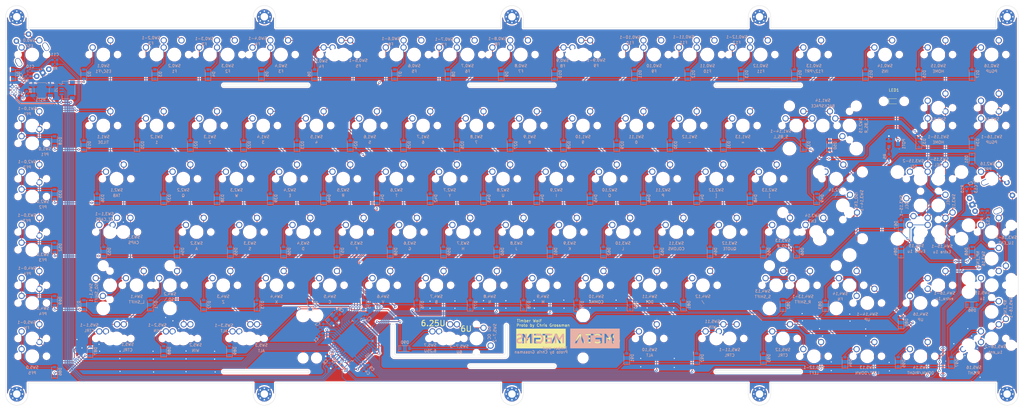
<source format=kicad_pcb>
(kicad_pcb (version 20171130) (host pcbnew "(5.1.2)-1")
  (layers (0 F.Cu signal) (31 B.Cu signal) (34 B.Paste user) (35 F.Paste user) (36 B.SilkS user) (37 F.SilkS user) (38 B.Mask user) (39 F.Mask user) (44 Edge.Cuts user))
  (net 0 "")
  (net 1 GND)
  (net 2 VCC)
  (net 3 "Net-(C6-Pad1)")
  (net 4 "Net-(C7-Pad1)")
  (net 5 "Net-(C8-Pad1)")
  (net 6 "Net-(C9-Pad1)")
  (net 7 "Net-(D1-Pad2)")
  (net 8 /r0)
  (net 9 "Net-(D2-Pad2)")
  (net 10 "Net-(D3-Pad2)")
  (net 11 "Net-(D4-Pad2)")
  (net 12 "Net-(D5-Pad2)")
  (net 13 "Net-(D6-Pad2)")
  (net 14 "Net-(D7-Pad2)")
  (net 15 "Net-(D8-Pad2)")
  (net 16 "Net-(D9-Pad2)")
  (net 17 "Net-(D10-Pad2)")
  (net 18 "Net-(D11-Pad2)")
  (net 19 "Net-(D12-Pad2)")
  (net 20 "Net-(D13-Pad2)")
  (net 21 "Net-(D14-Pad2)")
  (net 22 "Net-(D15-Pad2)")
  (net 23 "Net-(D16-Pad2)")
  (net 24 "Net-(D17-Pad2)")
  (net 25 /r1)
  (net 26 "Net-(D18-Pad2)")
  (net 27 "Net-(D19-Pad2)")
  (net 28 "Net-(D20-Pad2)")
  (net 29 "Net-(D21-Pad2)")
  (net 30 "Net-(D22-Pad2)")
  (net 31 "Net-(D23-Pad2)")
  (net 32 "Net-(D24-Pad2)")
  (net 33 "Net-(D25-Pad2)")
  (net 34 "Net-(D26-Pad2)")
  (net 35 "Net-(D27-Pad2)")
  (net 36 "Net-(D28-Pad2)")
  (net 37 "Net-(D29-Pad2)")
  (net 38 "Net-(D30-Pad2)")
  (net 39 "Net-(D31-Pad2)")
  (net 40 "Net-(D32-Pad2)")
  (net 41 "Net-(D33-Pad2)")
  (net 42 "Net-(D34-Pad2)")
  (net 43 "Net-(D35-Pad2)")
  (net 44 /r2)
  (net 45 "Net-(D36-Pad2)")
  (net 46 "Net-(D37-Pad2)")
  (net 47 "Net-(D38-Pad2)")
  (net 48 "Net-(D39-Pad2)")
  (net 49 "Net-(D40-Pad2)")
  (net 50 "Net-(D41-Pad2)")
  (net 51 "Net-(D42-Pad2)")
  (net 52 "Net-(D43-Pad2)")
  (net 53 "Net-(D44-Pad2)")
  (net 54 "Net-(D45-Pad2)")
  (net 55 "Net-(D46-Pad2)")
  (net 56 "Net-(D47-Pad2)")
  (net 57 "Net-(D48-Pad2)")
  (net 58 "Net-(D49-Pad2)")
  (net 59 "Net-(D50-Pad2)")
  (net 60 "Net-(D51-Pad2)")
  (net 61 /r3)
  (net 62 "Net-(D52-Pad2)")
  (net 63 "Net-(D53-Pad2)")
  (net 64 "Net-(D54-Pad2)")
  (net 65 "Net-(D55-Pad2)")
  (net 66 "Net-(D56-Pad2)")
  (net 67 "Net-(D57-Pad2)")
  (net 68 "Net-(D58-Pad2)")
  (net 69 "Net-(D59-Pad2)")
  (net 70 "Net-(D60-Pad2)")
  (net 71 "Net-(D61-Pad2)")
  (net 72 "Net-(D62-Pad2)")
  (net 73 "Net-(D63-Pad2)")
  (net 74 "Net-(D64-Pad2)")
  (net 75 "Net-(D65-Pad2)")
  (net 76 "Net-(D66-Pad2)")
  (net 77 "Net-(D67-Pad2)")
  (net 78 "Net-(D68-Pad2)")
  (net 79 "Net-(D69-Pad2)")
  (net 80 /r4)
  (net 81 "Net-(D70-Pad2)")
  (net 82 "Net-(D71-Pad2)")
  (net 83 "Net-(D72-Pad2)")
  (net 84 "Net-(D73-Pad2)")
  (net 85 "Net-(D74-Pad2)")
  (net 86 "Net-(D75-Pad2)")
  (net 87 "Net-(D76-Pad2)")
  (net 88 "Net-(D77-Pad2)")
  (net 89 "Net-(D78-Pad2)")
  (net 90 "Net-(D79-Pad2)")
  (net 91 "Net-(D80-Pad2)")
  (net 92 "Net-(D81-Pad2)")
  (net 93 "Net-(D82-Pad2)")
  (net 94 "Net-(D83-Pad2)")
  (net 95 "Net-(D84-Pad2)")
  (net 96 /r5)
  (net 97 "Net-(D85-Pad2)")
  (net 98 "Net-(D86-Pad2)")
  (net 99 "Net-(D87-Pad2)")
  (net 100 "Net-(D88-Pad2)")
  (net 101 "Net-(D89-Pad2)")
  (net 102 "Net-(D90-Pad2)")
  (net 103 "Net-(D91-Pad2)")
  (net 104 "Net-(D92-Pad2)")
  (net 105 "Net-(D93-Pad2)")
  (net 106 "Net-(D94-Pad2)")
  (net 107 "Net-(D95-Pad2)")
  (net 108 /c16)
  (net 109 /D-)
  (net 110 /D+)
  (net 111 /RES)
  (net 112 "Net-(LED1-Pad2)")
  (net 113 /rd-)
  (net 114 /rd+)
  (net 115 /c13)
  (net 116 /c8)
  (net 117 /c2)
  (net 118 /c3)
  (net 119 /c14)
  (net 120 /c9)
  (net 121 /c10)
  (net 122 /c4)
  (net 123 /c11)
  (net 124 /c7)
  (net 125 /c5)
  (net 126 /c6)
  (net 127 /c12)
  (net 128 /enc-)
  (net 129 /c15)
  (net 130 /enc+)
  (net 131 /c0)
  (net 132 /c1)
  (net 133 "Net-(POT1-Pad1)")
  (net 134 "Net-(R5-Pad2)")
  (net 135 "Net-(D96-Pad2)")
  (net 136 "Net-(D97-Pad2)")
  (net 137 "Net-(EC1-PadA)")
  (net 138 "Net-(EC1-PadB)")
  (net 139 "Net-(EC2-PadB)")
  (net 140 "Net-(EC2-PadA)")
  (module "logo:metamechs logo half" (layer B.Cu) (at 201 111.1 180)
    (fp_text reference G*** hide)
    (fp_text value LOGO hide)
  )
  (module "logo:metamechs logo half" (layer F.Cu) (at 201 111.125)
    (fp_text reference G*** hide)
    (fp_text value LOGO hide)
  )
  (module MX_SMK_2:MX_100 (layer F.Cu) (at 9.525 9.525)
    (fp_text reference SW0,0 (at -1.1 -5.1) (layer B.SilkS) (effects (justify mirror)))
    (fp_text value ESC (at -1.1 -3.1) (layer B.SilkS) (effects (justify mirror)))
    (pad "" np_thru_hole circle (at 5.08 0 48) (size 1.75 1.75) (drill 1.75) (layers *.Cu *.Mask))
    (pad "" np_thru_hole circle (at -5.08 0 48) (size 1.75 1.75) (drill 1.75) (layers *.Cu *.Mask))
    (pad 1 thru_hole circle (at -3.81 -2.54) (size 2.25 2.25) (drill 1.5) (layers *.Cu B.Mask) (net 7 "Net-(D1-Pad2)"))
    (pad 2 thru_hole circle (at 2.54 -5.08) (size 2.25 2.25) (drill 1.5) (layers *.Cu B.Mask) (net 131 /c0))
    (pad "" np_thru_hole circle (at 0 0) (size 3.9878 3.9878) (drill 3.9878) (layers *.Cu *.Mask))
  )
  (module keebs:EC11E (layer F.Cu) (at 9.525 9.525 120)
    (fp_text reference EC1 (at -4.7 -7.2 120) (layer B.SilkS) (effects (justify mirror)))
    (fp_text value EC11E)
    (pad A thru_hole circle (at -7.5 -2.5 120) (size 2 2) (drill 1) (layers *.Cu B.Mask) (net 137 "Net-(EC1-PadA)"))
    (pad C thru_hole rect (at -7.5 0 120) (size 2 2) (drill 1) (layers *.Cu B.Mask) (net 1 GND))
    (pad B thru_hole circle (at -7.5 2.5 120) (size 2 2) (drill 1) (layers *.Cu B.Mask) (net 138 "Net-(EC1-PadB)"))
    (pad MP thru_hole roundrect (at 0 -5.6 120) (size 3.2 2) (drill oval 2.8 1.5) (layers *.Cu B.Mask) (roundrect_rratio 0.5))
    (pad MP thru_hole roundrect (at 0 5.6 120) (size 3.2 2) (drill oval 2.8 1.5) (layers *.Cu B.Mask) (roundrect_rratio 0.5))
    (pad S2 thru_hole circle (at 7 -2.5 120) (size 2 2) (drill 1) (layers *.Cu B.Mask) (net 7 "Net-(D1-Pad2)"))
    (pad S1 thru_hole circle (at 7 2.5 120) (size 2 2) (drill 1) (layers *.Cu B.Mask) (net 131 /c0))
  )
  (module Diode_SMD:D_SOD-123 (layer B.Cu) (at 345.45 99.05)
    (fp_text reference D96 (at 0 2) (layer B.SilkS) (effects (justify mirror)))
    (fp_text value D)
    (pad 2 smd rect (at 1.65 0) (size 0.9 1.2) (layers B.Cu B.Paste B.Mask) (net 135 "Net-(D96-Pad2)"))
    (pad 1 smd rect (at -1.65 0) (size 0.9 1.2) (layers B.Cu B.Paste B.Mask) (net 96 /r5))
  )
  (module Diode_SMD:D_SOD-123 (layer B.Cu) (at 2.525 16.525 90)
    (fp_text reference D1 (at 0 2 90) (layer B.SilkS) (effects (justify mirror)))
    (fp_text value D)
    (pad 2 smd rect (at 1.65 0 90) (size 0.9 1.2) (layers B.Cu B.Paste B.Mask) (net 7 "Net-(D1-Pad2)"))
    (pad 1 smd rect (at -1.65 0 90) (size 0.9 1.2) (layers B.Cu B.Paste B.Mask) (net 8 /r0))
  )
  (module Diode_SMD:D_SOD-123 (layer B.Cu) (at 27.925 16.525 90)
    (fp_text reference D2 (at 0 2 90) (layer B.SilkS) (effects (justify mirror)))
    (fp_text value D)
    (pad 2 smd rect (at 1.65 0 90) (size 0.9 1.2) (layers B.Cu B.Paste B.Mask) (net 9 "Net-(D2-Pad2)"))
    (pad 1 smd rect (at -1.65 0 90) (size 0.9 1.2) (layers B.Cu B.Paste B.Mask) (net 8 /r0))
  )
  (module Diode_SMD:D_SOD-123 (layer B.Cu) (at 53.325 16.525 90)
    (fp_text reference D3 (at 0 2 90) (layer B.SilkS) (effects (justify mirror)))
    (fp_text value D)
    (pad 2 smd rect (at 1.65 0 90) (size 0.9 1.2) (layers B.Cu B.Paste B.Mask) (net 10 "Net-(D3-Pad2)"))
    (pad 1 smd rect (at -1.65 0 90) (size 0.9 1.2) (layers B.Cu B.Paste B.Mask) (net 8 /r0))
  )
  (module Diode_SMD:D_SOD-123 (layer B.Cu) (at 72.375 16.525 90)
    (fp_text reference D4 (at 0 2 90) (layer B.SilkS) (effects (justify mirror)))
    (fp_text value D)
    (pad 2 smd rect (at 1.65 0 90) (size 0.9 1.2) (layers B.Cu B.Paste B.Mask) (net 11 "Net-(D4-Pad2)"))
    (pad 1 smd rect (at -1.65 0 90) (size 0.9 1.2) (layers B.Cu B.Paste B.Mask) (net 8 /r0))
  )
  (module Diode_SMD:D_SOD-123 (layer B.Cu) (at 91.425 16.525 90)
    (fp_text reference D5 (at 0 2 90) (layer B.SilkS) (effects (justify mirror)))
    (fp_text value D)
    (pad 2 smd rect (at 1.65 0 90) (size 0.9 1.2) (layers B.Cu B.Paste B.Mask) (net 12 "Net-(D5-Pad2)"))
    (pad 1 smd rect (at -1.65 0 90) (size 0.9 1.2) (layers B.Cu B.Paste B.Mask) (net 8 /r0))
  )
  (module Diode_SMD:D_SOD-123 (layer B.Cu) (at 110.475 16.525 90)
    (fp_text reference D6 (at 0 -1.975 90) (layer B.SilkS) (effects (justify mirror)))
    (fp_text value D)
    (pad 2 smd rect (at 1.65 0 90) (size 0.9 1.2) (layers B.Cu B.Paste B.Mask) (net 13 "Net-(D6-Pad2)"))
    (pad 1 smd rect (at -1.65 0 90) (size 0.9 1.2) (layers B.Cu B.Paste B.Mask) (net 8 /r0))
  )
  (module Diode_SMD:D_SOD-123 (layer B.Cu) (at 139.05 16.525 90)
    (fp_text reference D7 (at 0 2 90) (layer B.SilkS) (effects (justify mirror)))
    (fp_text value D)
    (pad 2 smd rect (at 1.65 0 90) (size 0.9 1.2) (layers B.Cu B.Paste B.Mask) (net 14 "Net-(D7-Pad2)"))
    (pad 1 smd rect (at -1.65 0 90) (size 0.9 1.2) (layers B.Cu B.Paste B.Mask) (net 8 /r0))
  )
  (module Diode_SMD:D_SOD-123 (layer B.Cu) (at 158.1 16.525 90)
    (fp_text reference D8 (at 0 2 90) (layer B.SilkS) (effects (justify mirror)))
    (fp_text value D)
    (pad 2 smd rect (at 1.65 0 90) (size 0.9 1.2) (layers B.Cu B.Paste B.Mask) (net 15 "Net-(D8-Pad2)"))
    (pad 1 smd rect (at -1.65 0 90) (size 0.9 1.2) (layers B.Cu B.Paste B.Mask) (net 8 /r0))
  )
  (module Diode_SMD:D_SOD-123 (layer B.Cu) (at 177.15 16.525 90)
    (fp_text reference D9 (at 0 2 90) (layer B.SilkS) (effects (justify mirror)))
    (fp_text value D)
    (pad 2 smd rect (at 1.65 0 90) (size 0.9 1.2) (layers B.Cu B.Paste B.Mask) (net 16 "Net-(D9-Pad2)"))
    (pad 1 smd rect (at -1.65 0 90) (size 0.9 1.2) (layers B.Cu B.Paste B.Mask) (net 8 /r0))
  )
  (module Diode_SMD:D_SOD-123 (layer B.Cu) (at 196.2 16.525 90)
    (fp_text reference D10 (at 0 2 90) (layer B.SilkS) (effects (justify mirror)))
    (fp_text value D)
    (pad 2 smd rect (at 1.65 0 90) (size 0.9 1.2) (layers B.Cu B.Paste B.Mask) (net 17 "Net-(D10-Pad2)"))
    (pad 1 smd rect (at -1.65 0 90) (size 0.9 1.2) (layers B.Cu B.Paste B.Mask) (net 8 /r0))
  )
  (module Diode_SMD:D_SOD-123 (layer B.Cu) (at 224.775 16.525 90)
    (fp_text reference D11 (at 0 2 90) (layer B.SilkS) (effects (justify mirror)))
    (fp_text value D)
    (pad 2 smd rect (at 1.65 0 90) (size 0.9 1.2) (layers B.Cu B.Paste B.Mask) (net 18 "Net-(D11-Pad2)"))
    (pad 1 smd rect (at -1.65 0 90) (size 0.9 1.2) (layers B.Cu B.Paste B.Mask) (net 8 /r0))
  )
  (module Diode_SMD:D_SOD-123 (layer B.Cu) (at 243.825 16.525 90)
    (fp_text reference D12 (at 0 2 90) (layer B.SilkS) (effects (justify mirror)))
    (fp_text value D)
    (pad 2 smd rect (at 1.65 0 90) (size 0.9 1.2) (layers B.Cu B.Paste B.Mask) (net 19 "Net-(D12-Pad2)"))
    (pad 1 smd rect (at -1.65 0 90) (size 0.9 1.2) (layers B.Cu B.Paste B.Mask) (net 8 /r0))
  )
  (module Diode_SMD:D_SOD-123 (layer B.Cu) (at 262.875 16.525 90)
    (fp_text reference D13 (at 0 2 90) (layer B.SilkS) (effects (justify mirror)))
    (fp_text value D)
    (pad 2 smd rect (at 1.65 0 90) (size 0.9 1.2) (layers B.Cu B.Paste B.Mask) (net 20 "Net-(D13-Pad2)"))
    (pad 1 smd rect (at -1.65 0 90) (size 0.9 1.2) (layers B.Cu B.Paste B.Mask) (net 8 /r0))
  )
  (module Diode_SMD:D_SOD-123 (layer B.Cu) (at 281.925 16.525 90)
    (fp_text reference D14 (at 0 2 90) (layer B.SilkS) (effects (justify mirror)))
    (fp_text value D)
    (pad 2 smd rect (at 1.65 0 90) (size 0.9 1.2) (layers B.Cu B.Paste B.Mask) (net 21 "Net-(D14-Pad2)"))
    (pad 1 smd rect (at -1.65 0 90) (size 0.9 1.2) (layers B.Cu B.Paste B.Mask) (net 8 /r0))
  )
  (module Diode_SMD:D_SOD-123 (layer B.Cu) (at 307.325 16.525 90)
    (fp_text reference D15 (at 0 2 90) (layer B.SilkS) (effects (justify mirror)))
    (fp_text value D)
    (pad 2 smd rect (at 1.65 0 90) (size 0.9 1.2) (layers B.Cu B.Paste B.Mask) (net 22 "Net-(D15-Pad2)"))
    (pad 1 smd rect (at -1.65 0 90) (size 0.9 1.2) (layers B.Cu B.Paste B.Mask) (net 8 /r0))
  )
  (module Diode_SMD:D_SOD-123 (layer B.Cu) (at 326.375 16.525 90)
    (fp_text reference D16 (at 0 2 90) (layer B.SilkS) (effects (justify mirror)))
    (fp_text value D)
    (pad 2 smd rect (at 1.65 0 90) (size 0.9 1.2) (layers B.Cu B.Paste B.Mask) (net 23 "Net-(D16-Pad2)"))
    (pad 1 smd rect (at -1.65 0 90) (size 0.9 1.2) (layers B.Cu B.Paste B.Mask) (net 8 /r0))
  )
  (module Diode_SMD:D_SOD-123 (layer B.Cu) (at 345.425 16.525 90)
    (fp_text reference D17 (at 0 2 90) (layer B.SilkS) (effects (justify mirror)))
    (fp_text value D)
    (pad 2 smd rect (at 1.65 0 90) (size 0.9 1.2) (layers B.Cu B.Paste B.Mask) (net 24 "Net-(D17-Pad2)"))
    (pad 1 smd rect (at -1.65 0 90) (size 0.9 1.2) (layers B.Cu B.Paste B.Mask) (net 8 /r0))
  )
  (module Diode_SMD:D_SOD-123 (layer B.Cu) (at 17.525 40.425 90)
    (fp_text reference D18 (at 0 2 90) (layer B.SilkS) (effects (justify mirror)))
    (fp_text value D)
    (pad 2 smd rect (at 1.65 0 90) (size 0.9 1.2) (layers B.Cu B.Paste B.Mask) (net 26 "Net-(D18-Pad2)"))
    (pad 1 smd rect (at -1.65 0 90) (size 0.9 1.2) (layers B.Cu B.Paste B.Mask) (net 25 /r1))
  )
  (module Diode_SMD:D_SOD-123 (layer B.Cu) (at 27.925 41.925 90)
    (fp_text reference D19 (at 0 2 90) (layer B.SilkS) (effects (justify mirror)))
    (fp_text value D)
    (pad 2 smd rect (at 1.65 0 90) (size 0.9 1.2) (layers B.Cu B.Paste B.Mask) (net 27 "Net-(D19-Pad2)"))
    (pad 1 smd rect (at -1.65 0 90) (size 0.9 1.2) (layers B.Cu B.Paste B.Mask) (net 25 /r1))
  )
  (module Diode_SMD:D_SOD-123 (layer B.Cu) (at 46.975 41.925 90)
    (fp_text reference D20 (at 0 2 90) (layer B.SilkS) (effects (justify mirror)))
    (fp_text value D)
    (pad 2 smd rect (at 1.65 0 90) (size 0.9 1.2) (layers B.Cu B.Paste B.Mask) (net 28 "Net-(D20-Pad2)"))
    (pad 1 smd rect (at -1.65 0 90) (size 0.9 1.2) (layers B.Cu B.Paste B.Mask) (net 25 /r1))
  )
  (module Diode_SMD:D_SOD-123 (layer B.Cu) (at 66.025 41.925 90)
    (fp_text reference D21 (at 0 2 90) (layer B.SilkS) (effects (justify mirror)))
    (fp_text value D)
    (pad 2 smd rect (at 1.65 0 90) (size 0.9 1.2) (layers B.Cu B.Paste B.Mask) (net 29 "Net-(D21-Pad2)"))
    (pad 1 smd rect (at -1.65 0 90) (size 0.9 1.2) (layers B.Cu B.Paste B.Mask) (net 25 /r1))
  )
  (module Diode_SMD:D_SOD-123 (layer B.Cu) (at 85.075 41.925 90)
    (fp_text reference D22 (at 0 2 90) (layer B.SilkS) (effects (justify mirror)))
    (fp_text value D)
    (pad 2 smd rect (at 1.65 0 90) (size 0.9 1.2) (layers B.Cu B.Paste B.Mask) (net 30 "Net-(D22-Pad2)"))
    (pad 1 smd rect (at -1.65 0 90) (size 0.9 1.2) (layers B.Cu B.Paste B.Mask) (net 25 /r1))
  )
  (module Diode_SMD:D_SOD-123 (layer B.Cu) (at 104.125 41.925 90)
    (fp_text reference D23 (at 0 2 90) (layer B.SilkS) (effects (justify mirror)))
    (fp_text value D)
    (pad 2 smd rect (at 1.65 0 90) (size 0.9 1.2) (layers B.Cu B.Paste B.Mask) (net 31 "Net-(D23-Pad2)"))
    (pad 1 smd rect (at -1.65 0 90) (size 0.9 1.2) (layers B.Cu B.Paste B.Mask) (net 25 /r1))
  )
  (module Diode_SMD:D_SOD-123 (layer B.Cu) (at 123.175 41.925 90)
    (fp_text reference D24 (at 0 2 90) (layer B.SilkS) (effects (justify mirror)))
    (fp_text value D)
    (pad 2 smd rect (at 1.65 0 90) (size 0.9 1.2) (layers B.Cu B.Paste B.Mask) (net 32 "Net-(D24-Pad2)"))
    (pad 1 smd rect (at -1.65 0 90) (size 0.9 1.2) (layers B.Cu B.Paste B.Mask) (net 25 /r1))
  )
  (module Diode_SMD:D_SOD-123 (layer B.Cu) (at 142.225 41.925 90)
    (fp_text reference D25 (at 0 2 90) (layer B.SilkS) (effects (justify mirror)))
    (fp_text value D)
    (pad 2 smd rect (at 1.65 0 90) (size 0.9 1.2) (layers B.Cu B.Paste B.Mask) (net 33 "Net-(D25-Pad2)"))
    (pad 1 smd rect (at -1.65 0 90) (size 0.9 1.2) (layers B.Cu B.Paste B.Mask) (net 25 /r1))
  )
  (module Diode_SMD:D_SOD-123 (layer B.Cu) (at 161.275 41.925 90)
    (fp_text reference D26 (at 0 2 90) (layer B.SilkS) (effects (justify mirror)))
    (fp_text value D)
    (pad 2 smd rect (at 1.65 0 90) (size 0.9 1.2) (layers B.Cu B.Paste B.Mask) (net 34 "Net-(D26-Pad2)"))
    (pad 1 smd rect (at -1.65 0 90) (size 0.9 1.2) (layers B.Cu B.Paste B.Mask) (net 25 /r1))
  )
  (module Diode_SMD:D_SOD-123 (layer B.Cu) (at 180.325 41.925 90)
    (fp_text reference D27 (at 0 2 90) (layer B.SilkS) (effects (justify mirror)))
    (fp_text value D)
    (pad 2 smd rect (at 1.65 0 90) (size 0.9 1.2) (layers B.Cu B.Paste B.Mask) (net 35 "Net-(D27-Pad2)"))
    (pad 1 smd rect (at -1.65 0 90) (size 0.9 1.2) (layers B.Cu B.Paste B.Mask) (net 25 /r1))
  )
  (module Diode_SMD:D_SOD-123 (layer B.Cu) (at 199.375 41.925 90)
    (fp_text reference D28 (at 0 2 90) (layer B.SilkS) (effects (justify mirror)))
    (fp_text value D)
    (pad 2 smd rect (at 1.65 0 90) (size 0.9 1.2) (layers B.Cu B.Paste B.Mask) (net 36 "Net-(D28-Pad2)"))
    (pad 1 smd rect (at -1.65 0 90) (size 0.9 1.2) (layers B.Cu B.Paste B.Mask) (net 25 /r1))
  )
  (module Diode_SMD:D_SOD-123 (layer B.Cu) (at 218.425 41.925 90)
    (fp_text reference D29 (at 0 2 90) (layer B.SilkS) (effects (justify mirror)))
    (fp_text value D)
    (pad 2 smd rect (at 1.65 0 90) (size 0.9 1.2) (layers B.Cu B.Paste B.Mask) (net 37 "Net-(D29-Pad2)"))
    (pad 1 smd rect (at -1.65 0 90) (size 0.9 1.2) (layers B.Cu B.Paste B.Mask) (net 25 /r1))
  )
  (module Diode_SMD:D_SOD-123 (layer B.Cu) (at 237.475 41.925 90)
    (fp_text reference D30 (at 0 2 90) (layer B.SilkS) (effects (justify mirror)))
    (fp_text value D)
    (pad 2 smd rect (at 1.65 0 90) (size 0.9 1.2) (layers B.Cu B.Paste B.Mask) (net 38 "Net-(D30-Pad2)"))
    (pad 1 smd rect (at -1.65 0 90) (size 0.9 1.2) (layers B.Cu B.Paste B.Mask) (net 25 /r1))
  )
  (module Diode_SMD:D_SOD-123 (layer B.Cu) (at 256.525 41.925 90)
    (fp_text reference D31 (at 0 2 90) (layer B.SilkS) (effects (justify mirror)))
    (fp_text value D)
    (pad 2 smd rect (at 1.65 0 90) (size 0.9 1.2) (layers B.Cu B.Paste B.Mask) (net 39 "Net-(D31-Pad2)"))
    (pad 1 smd rect (at -1.65 0 90) (size 0.9 1.2) (layers B.Cu B.Paste B.Mask) (net 25 /r1))
  )
  (module Diode_SMD:D_SOD-123 (layer B.Cu) (at 285.1 41.925 90)
    (fp_text reference D32 (at 0 2 90) (layer B.SilkS) (effects (justify mirror)))
    (fp_text value D)
    (pad 2 smd rect (at 1.65 0 90) (size 0.9 1.2) (layers B.Cu B.Paste B.Mask) (net 40 "Net-(D32-Pad2)"))
    (pad 1 smd rect (at -1.65 0 90) (size 0.9 1.2) (layers B.Cu B.Paste B.Mask) (net 25 /r1))
  )
  (module Diode_SMD:D_SOD-123 (layer B.Cu) (at 326.375 41 90)
    (fp_text reference D33 (at 0 2 90) (layer B.SilkS) (effects (justify mirror)))
    (fp_text value D)
    (pad 2 smd rect (at 1.65 0 90) (size 0.9 1.2) (layers B.Cu B.Paste B.Mask) (net 41 "Net-(D33-Pad2)"))
    (pad 1 smd rect (at -1.65 0 90) (size 0.9 1.2) (layers B.Cu B.Paste B.Mask) (net 25 /r1))
  )
  (module Diode_SMD:D_SOD-123 (layer B.Cu) (at 345.425 41 90)
    (fp_text reference D34 (at 0 2 90) (layer B.SilkS) (effects (justify mirror)))
    (fp_text value D)
    (pad 2 smd rect (at 1.65 0 90) (size 0.9 1.2) (layers B.Cu B.Paste B.Mask) (net 42 "Net-(D34-Pad2)"))
    (pad 1 smd rect (at -1.65 0 90) (size 0.9 1.2) (layers B.Cu B.Paste B.Mask) (net 25 /r1))
  )
  (module Diode_SMD:D_SOD-123 (layer B.Cu) (at 17.525 59.475 90)
    (fp_text reference D35 (at 0 2 90) (layer B.SilkS) (effects (justify mirror)))
    (fp_text value D)
    (pad 2 smd rect (at 1.65 0 90) (size 0.9 1.2) (layers B.Cu B.Paste B.Mask) (net 43 "Net-(D35-Pad2)"))
    (pad 1 smd rect (at -1.65 0 90) (size 0.9 1.2) (layers B.Cu B.Paste B.Mask) (net 44 /r2))
  )
  (module Diode_SMD:D_SOD-123 (layer B.Cu) (at 32.6875 60.975 90)
    (fp_text reference D36 (at 0 2 90) (layer B.SilkS) (effects (justify mirror)))
    (fp_text value D)
    (pad 2 smd rect (at 1.65 0 90) (size 0.9 1.2) (layers B.Cu B.Paste B.Mask) (net 45 "Net-(D36-Pad2)"))
    (pad 1 smd rect (at -1.65 0 90) (size 0.9 1.2) (layers B.Cu B.Paste B.Mask) (net 44 /r2))
  )
  (module Diode_SMD:D_SOD-123 (layer B.Cu) (at 56.5 60.975 90)
    (fp_text reference D37 (at 0 2 90) (layer B.SilkS) (effects (justify mirror)))
    (fp_text value D)
    (pad 2 smd rect (at 1.65 0 90) (size 0.9 1.2) (layers B.Cu B.Paste B.Mask) (net 46 "Net-(D37-Pad2)"))
    (pad 1 smd rect (at -1.65 0 90) (size 0.9 1.2) (layers B.Cu B.Paste B.Mask) (net 44 /r2))
  )
  (module Diode_SMD:D_SOD-123 (layer B.Cu) (at 75.55 60.975 90)
    (fp_text reference D38 (at 0 2 90) (layer B.SilkS) (effects (justify mirror)))
    (fp_text value D)
    (pad 2 smd rect (at 1.65 0 90) (size 0.9 1.2) (layers B.Cu B.Paste B.Mask) (net 47 "Net-(D38-Pad2)"))
    (pad 1 smd rect (at -1.65 0 90) (size 0.9 1.2) (layers B.Cu B.Paste B.Mask) (net 44 /r2))
  )
  (module Diode_SMD:D_SOD-123 (layer B.Cu) (at 94.6 60.975 90)
    (fp_text reference D39 (at 0 2 90) (layer B.SilkS) (effects (justify mirror)))
    (fp_text value D)
    (pad 2 smd rect (at 1.65 0 90) (size 0.9 1.2) (layers B.Cu B.Paste B.Mask) (net 48 "Net-(D39-Pad2)"))
    (pad 1 smd rect (at -1.65 0 90) (size 0.9 1.2) (layers B.Cu B.Paste B.Mask) (net 44 /r2))
  )
  (module Diode_SMD:D_SOD-123 (layer B.Cu) (at 113.65 60.975 90)
    (fp_text reference D40 (at 0 2 90) (layer B.SilkS) (effects (justify mirror)))
    (fp_text value D)
    (pad 2 smd rect (at 1.65 0 90) (size 0.9 1.2) (layers B.Cu B.Paste B.Mask) (net 49 "Net-(D40-Pad2)"))
    (pad 1 smd rect (at -1.65 0 90) (size 0.9 1.2) (layers B.Cu B.Paste B.Mask) (net 44 /r2))
  )
  (module Diode_SMD:D_SOD-123 (layer B.Cu) (at 132.7 60.975 90)
    (fp_text reference D41 (at 0 2 90) (layer B.SilkS) (effects (justify mirror)))
    (fp_text value D)
    (pad 2 smd rect (at 1.65 0 90) (size 0.9 1.2) (layers B.Cu B.Paste B.Mask) (net 50 "Net-(D41-Pad2)"))
    (pad 1 smd rect (at -1.65 0 90) (size 0.9 1.2) (layers B.Cu B.Paste B.Mask) (net 44 /r2))
  )
  (module Diode_SMD:D_SOD-123 (layer B.Cu) (at 151.75 60.975 90)
    (fp_text reference D42 (at 0 2 90) (layer B.SilkS) (effects (justify mirror)))
    (fp_text value D)
    (pad 2 smd rect (at 1.65 0 90) (size 0.9 1.2) (layers B.Cu B.Paste B.Mask) (net 51 "Net-(D42-Pad2)"))
    (pad 1 smd rect (at -1.65 0 90) (size 0.9 1.2) (layers B.Cu B.Paste B.Mask) (net 44 /r2))
  )
  (module Diode_SMD:D_SOD-123 (layer B.Cu) (at 170.8 60.975 90)
    (fp_text reference D43 (at 0 2 90) (layer B.SilkS) (effects (justify mirror)))
    (fp_text value D)
    (pad 2 smd rect (at 1.65 0 90) (size 0.9 1.2) (layers B.Cu B.Paste B.Mask) (net 52 "Net-(D43-Pad2)"))
    (pad 1 smd rect (at -1.65 0 90) (size 0.9 1.2) (layers B.Cu B.Paste B.Mask) (net 44 /r2))
  )
  (module Diode_SMD:D_SOD-123 (layer B.Cu) (at 189.85 60.975 90)
    (fp_text reference D44 (at 0 2 90) (layer B.SilkS) (effects (justify mirror)))
    (fp_text value D)
    (pad 2 smd rect (at 1.65 0 90) (size 0.9 1.2) (layers B.Cu B.Paste B.Mask) (net 53 "Net-(D44-Pad2)"))
    (pad 1 smd rect (at -1.65 0 90) (size 0.9 1.2) (layers B.Cu B.Paste B.Mask) (net 44 /r2))
  )
  (module Diode_SMD:D_SOD-123 (layer B.Cu) (at 208.9 60.975 90)
    (fp_text reference D45 (at 0 2 90) (layer B.SilkS) (effects (justify mirror)))
    (fp_text value D)
    (pad 2 smd rect (at 1.65 0 90) (size 0.9 1.2) (layers B.Cu B.Paste B.Mask) (net 54 "Net-(D45-Pad2)"))
    (pad 1 smd rect (at -1.65 0 90) (size 0.9 1.2) (layers B.Cu B.Paste B.Mask) (net 44 /r2))
  )
  (module Diode_SMD:D_SOD-123 (layer B.Cu) (at 227.95 60.975 90)
    (fp_text reference D46 (at 0 2 90) (layer B.SilkS) (effects (justify mirror)))
    (fp_text value D)
    (pad 2 smd rect (at 1.65 0 90) (size 0.9 1.2) (layers B.Cu B.Paste B.Mask) (net 55 "Net-(D46-Pad2)"))
    (pad 1 smd rect (at -1.65 0 90) (size 0.9 1.2) (layers B.Cu B.Paste B.Mask) (net 44 /r2))
  )
  (module Diode_SMD:D_SOD-123 (layer B.Cu) (at 247 60.975 90)
    (fp_text reference D47 (at 0 2 90) (layer B.SilkS) (effects (justify mirror)))
    (fp_text value D)
    (pad 2 smd rect (at 1.65 0 90) (size 0.9 1.2) (layers B.Cu B.Paste B.Mask) (net 56 "Net-(D47-Pad2)"))
    (pad 1 smd rect (at -1.65 0 90) (size 0.9 1.2) (layers B.Cu B.Paste B.Mask) (net 44 /r2))
  )
  (module Diode_SMD:D_SOD-123 (layer B.Cu) (at 266.05 60.975 90)
    (fp_text reference D48 (at 0 2 90) (layer B.SilkS) (effects (justify mirror)))
    (fp_text value D)
    (pad 2 smd rect (at 1.65 0 90) (size 0.9 1.2) (layers B.Cu B.Paste B.Mask) (net 57 "Net-(D48-Pad2)"))
    (pad 1 smd rect (at -1.65 0 90) (size 0.9 1.2) (layers B.Cu B.Paste B.Mask) (net 44 /r2))
  )
  (module Diode_SMD:D_SOD-123 (layer B.Cu) (at 289.8625 60.975 90)
    (fp_text reference D49 (at 0 2 90) (layer B.SilkS) (effects (justify mirror)))
    (fp_text value D)
    (pad 2 smd rect (at 1.65 0 90) (size 0.9 1.2) (layers B.Cu B.Paste B.Mask) (net 58 "Net-(D49-Pad2)"))
    (pad 1 smd rect (at -1.65 0 90) (size 0.9 1.2) (layers B.Cu B.Paste B.Mask) (net 44 /r2))
  )
  (module Diode_SMD:D_SOD-123 (layer B.Cu) (at 294.48125 42.06875 90)
    (fp_text reference D50 (at 0 2 90) (layer B.SilkS) (effects (justify mirror)))
    (fp_text value D)
    (pad 2 smd rect (at 1.65 0 90) (size 0.9 1.2) (layers B.Cu B.Paste B.Mask) (net 59 "Net-(D50-Pad2)"))
    (pad 1 smd rect (at -1.65 0 90) (size 0.9 1.2) (layers B.Cu B.Paste B.Mask) (net 44 /r2))
  )
  (module Diode_SMD:D_SOD-123 (layer B.Cu) (at 345.425 47 270)
    (fp_text reference D51 (at 0 2 90) (layer B.SilkS) (effects (justify mirror)))
    (fp_text value D)
    (pad 2 smd rect (at 1.65 0 270) (size 0.9 1.2) (layers B.Cu B.Paste B.Mask) (net 60 "Net-(D51-Pad2)"))
    (pad 1 smd rect (at -1.65 0 270) (size 0.9 1.2) (layers B.Cu B.Paste B.Mask) (net 44 /r2))
  )
  (module Diode_SMD:D_SOD-123 (layer B.Cu) (at 17.525 78.525 90)
    (fp_text reference D52 (at 0 2 90) (layer B.SilkS) (effects (justify mirror)))
    (fp_text value D)
    (pad 2 smd rect (at 1.65 0 90) (size 0.9 1.2) (layers B.Cu B.Paste B.Mask) (net 62 "Net-(D52-Pad2)"))
    (pad 1 smd rect (at -1.65 0 90) (size 0.9 1.2) (layers B.Cu B.Paste B.Mask) (net 61 /r3))
  )
  (module Diode_SMD:D_SOD-123 (layer B.Cu) (at 35.06875 80.025 90)
    (fp_text reference D53 (at 0 2 90) (layer B.SilkS) (effects (justify mirror)))
    (fp_text value D)
    (pad 2 smd rect (at 1.65 0 90) (size 0.9 1.2) (layers B.Cu B.Paste B.Mask) (net 63 "Net-(D53-Pad2)"))
    (pad 1 smd rect (at -1.65 0 90) (size 0.9 1.2) (layers B.Cu B.Paste B.Mask) (net 61 /r3))
  )
  (module Diode_SMD:D_SOD-123 (layer B.Cu) (at 61.2625 80.025 90)
    (fp_text reference D54 (at 0 2 90) (layer B.SilkS) (effects (justify mirror)))
    (fp_text value D)
    (pad 2 smd rect (at 1.65 0 90) (size 0.9 1.2) (layers B.Cu B.Paste B.Mask) (net 64 "Net-(D54-Pad2)"))
    (pad 1 smd rect (at -1.65 0 90) (size 0.9 1.2) (layers B.Cu B.Paste B.Mask) (net 61 /r3))
  )
  (module Diode_SMD:D_SOD-123 (layer B.Cu) (at 80.3125 80.025 90)
    (fp_text reference D55 (at 0 2 90) (layer B.SilkS) (effects (justify mirror)))
    (fp_text value D)
    (pad 2 smd rect (at 1.65 0 90) (size 0.9 1.2) (layers B.Cu B.Paste B.Mask) (net 65 "Net-(D55-Pad2)"))
    (pad 1 smd rect (at -1.65 0 90) (size 0.9 1.2) (layers B.Cu B.Paste B.Mask) (net 61 /r3))
  )
  (module Diode_SMD:D_SOD-123 (layer B.Cu) (at 99.3625 80.025 90)
    (fp_text reference D56 (at 0 2 90) (layer B.SilkS) (effects (justify mirror)))
    (fp_text value D)
    (pad 2 smd rect (at 1.65 0 90) (size 0.9 1.2) (layers B.Cu B.Paste B.Mask) (net 66 "Net-(D56-Pad2)"))
    (pad 1 smd rect (at -1.65 0 90) (size 0.9 1.2) (layers B.Cu B.Paste B.Mask) (net 61 /r3))
  )
  (module Diode_SMD:D_SOD-123 (layer B.Cu) (at 118.4125 80.025 90)
    (fp_text reference D57 (at 0 2 90) (layer B.SilkS) (effects (justify mirror)))
    (fp_text value D)
    (pad 2 smd rect (at 1.65 0 90) (size 0.9 1.2) (layers B.Cu B.Paste B.Mask) (net 67 "Net-(D57-Pad2)"))
    (pad 1 smd rect (at -1.65 0 90) (size 0.9 1.2) (layers B.Cu B.Paste B.Mask) (net 61 /r3))
  )
  (module Diode_SMD:D_SOD-123 (layer B.Cu) (at 137.4625 80.025 90)
    (fp_text reference D58 (at 0 2 90) (layer B.SilkS) (effects (justify mirror)))
    (fp_text value D)
    (pad 2 smd rect (at 1.65 0 90) (size 0.9 1.2) (layers B.Cu B.Paste B.Mask) (net 68 "Net-(D58-Pad2)"))
    (pad 1 smd rect (at -1.65 0 90) (size 0.9 1.2) (layers B.Cu B.Paste B.Mask) (net 61 /r3))
  )
  (module Diode_SMD:D_SOD-123 (layer B.Cu) (at 156.5125 80.025 90)
    (fp_text reference D59 (at 0 2 90) (layer B.SilkS) (effects (justify mirror)))
    (fp_text value D)
    (pad 2 smd rect (at 1.65 0 90) (size 0.9 1.2) (layers B.Cu B.Paste B.Mask) (net 69 "Net-(D59-Pad2)"))
    (pad 1 smd rect (at -1.65 0 90) (size 0.9 1.2) (layers B.Cu B.Paste B.Mask) (net 61 /r3))
  )
  (module Diode_SMD:D_SOD-123 (layer B.Cu) (at 175.5625 80.025 90)
    (fp_text reference D60 (at 0 2 90) (layer B.SilkS) (effects (justify mirror)))
    (fp_text value D)
    (pad 2 smd rect (at 1.65 0 90) (size 0.9 1.2) (layers B.Cu B.Paste B.Mask) (net 70 "Net-(D60-Pad2)"))
    (pad 1 smd rect (at -1.65 0 90) (size 0.9 1.2) (layers B.Cu B.Paste B.Mask) (net 61 /r3))
  )
  (module Diode_SMD:D_SOD-123 (layer B.Cu) (at 194.6125 80.025 90)
    (fp_text reference D61 (at 0 2 90) (layer B.SilkS) (effects (justify mirror)))
    (fp_text value D)
    (pad 2 smd rect (at 1.65 0 90) (size 0.9 1.2) (layers B.Cu B.Paste B.Mask) (net 71 "Net-(D61-Pad2)"))
    (pad 1 smd rect (at -1.65 0 90) (size 0.9 1.2) (layers B.Cu B.Paste B.Mask) (net 61 /r3))
  )
  (module Diode_SMD:D_SOD-123 (layer B.Cu) (at 213.6625 80.025 90)
    (fp_text reference D62 (at 0 2 90) (layer B.SilkS) (effects (justify mirror)))
    (fp_text value D)
    (pad 2 smd rect (at 1.65 0 90) (size 0.9 1.2) (layers B.Cu B.Paste B.Mask) (net 72 "Net-(D62-Pad2)"))
    (pad 1 smd rect (at -1.65 0 90) (size 0.9 1.2) (layers B.Cu B.Paste B.Mask) (net 61 /r3))
  )
  (module Diode_SMD:D_SOD-123 (layer B.Cu) (at 232.7125 80.025 90)
    (fp_text reference D63 (at 0 2 90) (layer B.SilkS) (effects (justify mirror)))
    (fp_text value D)
    (pad 2 smd rect (at 1.65 0 90) (size 0.9 1.2) (layers B.Cu B.Paste B.Mask) (net 73 "Net-(D63-Pad2)"))
    (pad 1 smd rect (at -1.65 0 90) (size 0.9 1.2) (layers B.Cu B.Paste B.Mask) (net 61 /r3))
  )
  (module Diode_SMD:D_SOD-123 (layer B.Cu) (at 251.7625 80.025 90)
    (fp_text reference D64 (at 0 2 90) (layer B.SilkS) (effects (justify mirror)))
    (fp_text value D)
    (pad 2 smd rect (at 1.65 0 90) (size 0.9 1.2) (layers B.Cu B.Paste B.Mask) (net 74 "Net-(D64-Pad2)"))
    (pad 1 smd rect (at -1.65 0 90) (size 0.9 1.2) (layers B.Cu B.Paste B.Mask) (net 61 /r3))
  )
  (module Diode_SMD:D_SOD-123 (layer B.Cu) (at 270.8125 80.025 90)
    (fp_text reference D65 (at 0 2 90) (layer B.SilkS) (effects (justify mirror)))
    (fp_text value D)
    (pad 2 smd rect (at 1.65 0 90) (size 0.9 1.2) (layers B.Cu B.Paste B.Mask) (net 75 "Net-(D65-Pad2)"))
    (pad 1 smd rect (at -1.65 0 90) (size 0.9 1.2) (layers B.Cu B.Paste B.Mask) (net 61 /r3))
  )
  (module Diode_SMD:D_SOD-123 (layer B.Cu) (at 282.71875 80.025 90)
    (fp_text reference D66 (at 0 2 90) (layer B.SilkS) (effects (justify mirror)))
    (fp_text value D)
    (pad 2 smd rect (at 1.65 0 90) (size 0.9 1.2) (layers B.Cu B.Paste B.Mask) (net 76 "Net-(D66-Pad2)"))
    (pad 1 smd rect (at -1.65 0 90) (size 0.9 1.2) (layers B.Cu B.Paste B.Mask) (net 61 /r3))
  )
  (module Diode_SMD:D_SOD-123 (layer B.Cu) (at 320.025 70.5 90)
    (fp_text reference D67 (at 0 -1.825 90) (layer B.SilkS) (effects (justify mirror)))
    (fp_text value D)
    (pad 2 smd rect (at 1.65 0 90) (size 0.9 1.2) (layers B.Cu B.Paste B.Mask) (net 77 "Net-(D67-Pad2)"))
    (pad 1 smd rect (at -1.65 0 90) (size 0.9 1.2) (layers B.Cu B.Paste B.Mask) (net 61 /r3))
  )
  (module Diode_SMD:D_SOD-123 (layer B.Cu) (at 345.425 80 90)
    (fp_text reference D68 (at 0 -2.025 90) (layer B.SilkS) (effects (justify mirror)))
    (fp_text value D)
    (pad 2 smd rect (at 1.65 0 90) (size 0.9 1.2) (layers B.Cu B.Paste B.Mask) (net 78 "Net-(D68-Pad2)"))
    (pad 1 smd rect (at -1.65 0 90) (size 0.9 1.2) (layers B.Cu B.Paste B.Mask) (net 61 /r3))
  )
  (module Diode_SMD:D_SOD-123 (layer B.Cu) (at 17.525 97.575 90)
    (fp_text reference D69 (at 0 2 90) (layer B.SilkS) (effects (justify mirror)))
    (fp_text value D)
    (pad 2 smd rect (at 1.65 0 90) (size 0.9 1.2) (layers B.Cu B.Paste B.Mask) (net 79 "Net-(D69-Pad2)"))
    (pad 1 smd rect (at -1.65 0 90) (size 0.9 1.2) (layers B.Cu B.Paste B.Mask) (net 80 /r4))
  )
  (module Diode_SMD:D_SOD-123 (layer B.Cu) (at 27.925 99.075 90)
    (fp_text reference D70 (at 0 -1.825 90) (layer B.SilkS) (effects (justify mirror)))
    (fp_text value D)
    (pad 2 smd rect (at 1.65 0 90) (size 0.9 1.2) (layers B.Cu B.Paste B.Mask) (net 81 "Net-(D70-Pad2)"))
    (pad 1 smd rect (at -1.65 0 90) (size 0.9 1.2) (layers B.Cu B.Paste B.Mask) (net 80 /r4))
  )
  (module Diode_SMD:D_SOD-123 (layer B.Cu) (at 51.7375 99.075 90)
    (fp_text reference D71 (at 0 2 90) (layer B.SilkS) (effects (justify mirror)))
    (fp_text value D)
    (pad 2 smd rect (at 1.65 0 90) (size 0.9 1.2) (layers B.Cu B.Paste B.Mask) (net 82 "Net-(D71-Pad2)"))
    (pad 1 smd rect (at -1.65 0 90) (size 0.9 1.2) (layers B.Cu B.Paste B.Mask) (net 80 /r4))
  )
  (module Diode_SMD:D_SOD-123 (layer B.Cu) (at 70.7875 99.075 90)
    (fp_text reference D72 (at 0 2 90) (layer B.SilkS) (effects (justify mirror)))
    (fp_text value D)
    (pad 2 smd rect (at 1.65 0 90) (size 0.9 1.2) (layers B.Cu B.Paste B.Mask) (net 83 "Net-(D72-Pad2)"))
    (pad 1 smd rect (at -1.65 0 90) (size 0.9 1.2) (layers B.Cu B.Paste B.Mask) (net 80 /r4))
  )
  (module Diode_SMD:D_SOD-123 (layer B.Cu) (at 89.8375 99.075 90)
    (fp_text reference D73 (at 0 2 90) (layer B.SilkS) (effects (justify mirror)))
    (fp_text value D)
    (pad 2 smd rect (at 1.65 0 90) (size 0.9 1.2) (layers B.Cu B.Paste B.Mask) (net 84 "Net-(D73-Pad2)"))
    (pad 1 smd rect (at -1.65 0 90) (size 0.9 1.2) (layers B.Cu B.Paste B.Mask) (net 80 /r4))
  )
  (module Diode_SMD:D_SOD-123 (layer B.Cu) (at 108.8875 99.075 90)
    (fp_text reference D74 (at 0 2 90) (layer B.SilkS) (effects (justify mirror)))
    (fp_text value D)
    (pad 2 smd rect (at 1.65 0 90) (size 0.9 1.2) (layers B.Cu B.Paste B.Mask) (net 85 "Net-(D74-Pad2)"))
    (pad 1 smd rect (at -1.65 0 90) (size 0.9 1.2) (layers B.Cu B.Paste B.Mask) (net 80 /r4))
  )
  (module Diode_SMD:D_SOD-123 (layer B.Cu) (at 127.9375 99.075 90)
    (fp_text reference D75 (at 0 2 90) (layer B.SilkS) (effects (justify mirror)))
    (fp_text value D)
    (pad 2 smd rect (at 1.65 0 90) (size 0.9 1.2) (layers B.Cu B.Paste B.Mask) (net 86 "Net-(D75-Pad2)"))
    (pad 1 smd rect (at -1.65 0 90) (size 0.9 1.2) (layers B.Cu B.Paste B.Mask) (net 80 /r4))
  )
  (module Diode_SMD:D_SOD-123 (layer B.Cu) (at 146.9875 99.075 90)
    (fp_text reference D76 (at 0 2 90) (layer B.SilkS) (effects (justify mirror)))
    (fp_text value D)
    (pad 2 smd rect (at 1.65 0 90) (size 0.9 1.2) (layers B.Cu B.Paste B.Mask) (net 87 "Net-(D76-Pad2)"))
    (pad 1 smd rect (at -1.65 0 90) (size 0.9 1.2) (layers B.Cu B.Paste B.Mask) (net 80 /r4))
  )
  (module Diode_SMD:D_SOD-123 (layer B.Cu) (at 166.0375 99.075 90)
    (fp_text reference D77 (at 0 2 90) (layer B.SilkS) (effects (justify mirror)))
    (fp_text value D)
    (pad 2 smd rect (at 1.65 0 90) (size 0.9 1.2) (layers B.Cu B.Paste B.Mask) (net 88 "Net-(D77-Pad2)"))
    (pad 1 smd rect (at -1.65 0 90) (size 0.9 1.2) (layers B.Cu B.Paste B.Mask) (net 80 /r4))
  )
  (module Diode_SMD:D_SOD-123 (layer B.Cu) (at 185.0875 99.075 90)
    (fp_text reference D78 (at 0 2 90) (layer B.SilkS) (effects (justify mirror)))
    (fp_text value D)
    (pad 2 smd rect (at 1.65 0 90) (size 0.9 1.2) (layers B.Cu B.Paste B.Mask) (net 89 "Net-(D78-Pad2)"))
    (pad 1 smd rect (at -1.65 0 90) (size 0.9 1.2) (layers B.Cu B.Paste B.Mask) (net 80 /r4))
  )
  (module Diode_SMD:D_SOD-123 (layer B.Cu) (at 204.1375 99.075 90)
    (fp_text reference D79 (at 0 2 90) (layer B.SilkS) (effects (justify mirror)))
    (fp_text value D)
    (pad 2 smd rect (at 1.65 0 90) (size 0.9 1.2) (layers B.Cu B.Paste B.Mask) (net 90 "Net-(D79-Pad2)"))
    (pad 1 smd rect (at -1.65 0 90) (size 0.9 1.2) (layers B.Cu B.Paste B.Mask) (net 80 /r4))
  )
  (module Diode_SMD:D_SOD-123 (layer B.Cu) (at 223.1875 99.075 90)
    (fp_text reference D80 (at 0 2 90) (layer B.SilkS) (effects (justify mirror)))
    (fp_text value D)
    (pad 2 smd rect (at 1.65 0 90) (size 0.9 1.2) (layers B.Cu B.Paste B.Mask) (net 91 "Net-(D80-Pad2)"))
    (pad 1 smd rect (at -1.65 0 90) (size 0.9 1.2) (layers B.Cu B.Paste B.Mask) (net 80 /r4))
  )
  (module Diode_SMD:D_SOD-123 (layer B.Cu) (at 242.2375 99.075 90)
    (fp_text reference D81 (at 0 2 90) (layer B.SilkS) (effects (justify mirror)))
    (fp_text value D)
    (pad 2 smd rect (at 1.65 0 90) (size 0.9 1.2) (layers B.Cu B.Paste B.Mask) (net 92 "Net-(D81-Pad2)"))
    (pad 1 smd rect (at -1.65 0 90) (size 0.9 1.2) (layers B.Cu B.Paste B.Mask) (net 80 /r4))
  )
  (module Diode_SMD:D_SOD-123 (layer B.Cu) (at 277.8125 99.21875 90)
    (fp_text reference D82 (at 0 2 90) (layer B.SilkS) (effects (justify mirror)))
    (fp_text value D)
    (pad 2 smd rect (at 1.65 0 90) (size 0.9 1.2) (layers B.Cu B.Paste B.Mask) (net 93 "Net-(D82-Pad2)"))
    (pad 1 smd rect (at -1.65 0 90) (size 0.9 1.2) (layers B.Cu B.Paste B.Mask) (net 80 /r4))
  )
  (module Diode_SMD:D_SOD-123 (layer B.Cu) (at 293 99.21875 90)
    (fp_text reference D83 (at 0.01875 -1.9 90) (layer B.SilkS) (effects (justify mirror)))
    (fp_text value D)
    (pad 2 smd rect (at 1.65 0 90) (size 0.9 1.2) (layers B.Cu B.Paste B.Mask) (net 94 "Net-(D83-Pad2)"))
    (pad 1 smd rect (at -1.65 0 90) (size 0.9 1.2) (layers B.Cu B.Paste B.Mask) (net 80 /r4))
  )
  (module Diode_SMD:D_SOD-123 (layer B.Cu) (at 320.025 80.025 90)
    (fp_text reference D84 (at 0 -1.925 90) (layer B.SilkS) (effects (justify mirror)))
    (fp_text value D)
    (pad 2 smd rect (at 1.65 0 90) (size 0.9 1.2) (layers B.Cu B.Paste B.Mask) (net 95 "Net-(D84-Pad2)"))
    (pad 1 smd rect (at -1.65 0 90) (size 0.9 1.2) (layers B.Cu B.Paste B.Mask) (net 80 /r4))
  )
  (module Diode_SMD:D_SOD-123 (layer B.Cu) (at 320.025 105.425 90)
    (fp_text reference D85 (at 0 2 90) (layer B.SilkS) (effects (justify mirror)))
    (fp_text value D)
    (pad 2 smd rect (at 1.65 0 90) (size 0.9 1.2) (layers B.Cu B.Paste B.Mask) (net 97 "Net-(D85-Pad2)"))
    (pad 1 smd rect (at -1.65 0 90) (size 0.9 1.2) (layers B.Cu B.Paste B.Mask) (net 80 /r4))
  )
  (module Diode_SMD:D_SOD-123 (layer B.Cu) (at 17.5 123 90)
    (fp_text reference D86 (at 0 2 90) (layer B.SilkS) (effects (justify mirror)))
    (fp_text value D)
    (pad 2 smd rect (at 1.65 0 90) (size 0.9 1.2) (layers B.Cu B.Paste B.Mask) (net 98 "Net-(D86-Pad2)"))
    (pad 1 smd rect (at -1.65 0 90) (size 0.9 1.2) (layers B.Cu B.Paste B.Mask) (net 96 /r5))
  )
  (module Diode_SMD:D_SOD-123 (layer B.Cu) (at 30.1875 115.625 90)
    (fp_text reference D87 (at 0 2 90) (layer B.SilkS) (effects (justify mirror)))
    (fp_text value D)
    (pad 2 smd rect (at 1.65 0 90) (size 0.9 1.2) (layers B.Cu B.Paste B.Mask) (net 99 "Net-(D87-Pad2)"))
    (pad 1 smd rect (at -1.65 0 90) (size 0.9 1.2) (layers B.Cu B.Paste B.Mask) (net 96 /r5))
  )
  (module Diode_SMD:D_SOD-123 (layer B.Cu) (at 56.5 115.5 90)
    (fp_text reference D88 (at 0 2 90) (layer B.SilkS) (effects (justify mirror)))
    (fp_text value D)
    (pad 2 smd rect (at 1.65 0 90) (size 0.9 1.2) (layers B.Cu B.Paste B.Mask) (net 100 "Net-(D88-Pad2)"))
    (pad 1 smd rect (at -1.65 0 90) (size 0.9 1.2) (layers B.Cu B.Paste B.Mask) (net 96 /r5))
  )
  (module Diode_SMD:D_SOD-123 (layer B.Cu) (at 80 115.5 90)
    (fp_text reference D89 (at 0 2 90) (layer B.SilkS) (effects (justify mirror)))
    (fp_text value D)
    (pad 2 smd rect (at 1.65 0 90) (size 0.9 1.2) (layers B.Cu B.Paste B.Mask) (net 101 "Net-(D89-Pad2)"))
    (pad 1 smd rect (at -1.65 0 90) (size 0.9 1.2) (layers B.Cu B.Paste B.Mask) (net 96 /r5))
  )
  (module Diode_SMD:D_SOD-123 (layer B.Cu) (at 142.7 114.7)
    (fp_text reference D90 (at 0 -2.2) (layer B.SilkS) (effects (justify mirror)))
    (fp_text value D)
    (pad 2 smd rect (at 1.65 0) (size 0.9 1.2) (layers B.Cu B.Paste B.Mask) (net 102 "Net-(D90-Pad2)"))
    (pad 1 smd rect (at -1.65 0) (size 0.9 1.2) (layers B.Cu B.Paste B.Mask) (net 96 /r5))
  )
  (module Diode_SMD:D_SOD-123 (layer B.Cu) (at 222 118.125 90)
    (fp_text reference D91 (at 0 2 90) (layer B.SilkS) (effects (justify mirror)))
    (fp_text value D)
    (pad 2 smd rect (at 1.65 0 90) (size 0.9 1.2) (layers B.Cu B.Paste B.Mask) (net 103 "Net-(D91-Pad2)"))
    (pad 1 smd rect (at -1.65 0 90) (size 0.9 1.2) (layers B.Cu B.Paste B.Mask) (net 96 /r5))
  )
  (module Diode_SMD:D_SOD-123 (layer B.Cu) (at 247 118.125 90)
    (fp_text reference D92 (at 0 2 90) (layer B.SilkS) (effects (justify mirror)))
    (fp_text value D)
    (pad 2 smd rect (at 1.65 0 90) (size 0.9 1.2) (layers B.Cu B.Paste B.Mask) (net 104 "Net-(D92-Pad2)"))
    (pad 1 smd rect (at -1.65 0 90) (size 0.9 1.2) (layers B.Cu B.Paste B.Mask) (net 96 /r5))
  )
  (module Diode_SMD:D_SOD-123 (layer B.Cu) (at 270.8125 118.125 90)
    (fp_text reference D93 (at 0 2 90) (layer B.SilkS) (effects (justify mirror)))
    (fp_text value D)
    (pad 2 smd rect (at 1.65 0 90) (size 0.9 1.2) (layers B.Cu B.Paste B.Mask) (net 105 "Net-(D93-Pad2)"))
    (pad 1 smd rect (at -1.65 0 90) (size 0.9 1.2) (layers B.Cu B.Paste B.Mask) (net 96 /r5))
  )
  (module Diode_SMD:D_SOD-123 (layer B.Cu) (at 299.975 119.475 90)
    (fp_text reference D94 (at -0.425 2.025 90) (layer B.SilkS) (effects (justify mirror)))
    (fp_text value D)
    (pad 2 smd rect (at 1.65 0 90) (size 0.9 1.2) (layers B.Cu B.Paste B.Mask) (net 106 "Net-(D94-Pad2)"))
    (pad 1 smd rect (at -1.65 0 90) (size 0.9 1.2) (layers B.Cu B.Paste B.Mask) (net 96 /r5))
  )
  (module Diode_SMD:D_SOD-123 (layer B.Cu) (at 319.025 119.475 90)
    (fp_text reference D95 (at -0.625 2 90) (layer B.SilkS) (effects (justify mirror)))
    (fp_text value D)
    (pad 2 smd rect (at 1.65 0 90) (size 0.9 1.2) (layers B.Cu B.Paste B.Mask) (net 107 "Net-(D95-Pad2)"))
    (pad 1 smd rect (at -1.65 0 90) (size 0.9 1.2) (layers B.Cu B.Paste B.Mask) (net 96 /r5))
  )
  (module Diode_SMD:D_SOD-123 (layer B.Cu) (at 338.075 119.475 90)
    (fp_text reference D97 (at -0.425 1.925 90) (layer B.SilkS) (effects (justify mirror)))
    (fp_text value D)
    (pad 2 smd rect (at 1.65 0 90) (size 0.9 1.2) (layers B.Cu B.Paste B.Mask) (net 136 "Net-(D97-Pad2)"))
    (pad 1 smd rect (at -1.65 0 90) (size 0.9 1.2) (layers B.Cu B.Paste B.Mask) (net 96 /r5))
  )
  (module MX_SMK_2:MX_100 (layer F.Cu) (at 352.425 53.975)
    (fp_text reference SW2,16 (at -1.4 -5.4) (layer B.SilkS) (effects (justify mirror)))
    (fp_text value PRT (at -1.4 -3.4) (layer B.SilkS) (effects (justify mirror)))
    (pad "" np_thru_hole circle (at 5.08 0 48) (size 1.75 1.75) (drill 1.75) (layers *.Cu *.Mask))
    (pad "" np_thru_hole circle (at -5.08 0 48) (size 1.75 1.75) (drill 1.75) (layers *.Cu *.Mask))
    (pad 1 thru_hole circle (at -3.81 -2.54) (size 2.25 2.25) (drill 1.5) (layers *.Cu B.Mask) (net 60 "Net-(D51-Pad2)"))
    (pad 2 thru_hole circle (at 2.54 -5.08) (size 2.25 2.25) (drill 1.5) (layers *.Cu B.Mask) (net 108 /c16))
    (pad "" np_thru_hole circle (at 0 0) (size 3.9878 3.9878) (drill 3.9878) (layers *.Cu *.Mask))
  )
  (module MX_SMK_2:MX_150 (layer F.Cu) (at 258.7625 111.125)
    (fp_text reference SW5,11-1 (at 0 4) (layer B.SilkS) (effects (justify mirror)))
    (fp_text value CTRL (at 0 6) (layer B.SilkS) (effects (justify mirror)))
    (pad "" np_thru_hole circle (at 5.08 0 48) (size 1.75 1.75) (drill 1.75) (layers *.Cu *.Mask))
    (pad "" np_thru_hole circle (at -5.08 0 48) (size 1.75 1.75) (drill 1.75) (layers *.Cu *.Mask))
    (pad 1 thru_hole circle (at -3.81 -2.54) (size 2.25 2.25) (drill 1.5) (layers *.Cu B.Mask) (net 104 "Net-(D92-Pad2)"))
    (pad 2 thru_hole circle (at 2.54 -5.08) (size 2.25 2.25) (drill 1.5) (layers *.Cu B.Mask) (net 123 /c11))
    (pad "" np_thru_hole circle (at 0 0) (size 3.9878 3.9878) (drill 3.9878) (layers *.Cu *.Mask))
  )
  (module MX_SMK_2:MX_100 (layer F.Cu) (at 9.525 34.925)
    (fp_text reference SW1,0-1 (at -1.8 -6.1) (layer B.SilkS) (effects (justify mirror)))
    (fp_text value PF1 (at -1.8 -4.1) (layer B.SilkS) (effects (justify mirror)))
    (pad "" np_thru_hole circle (at 5.08 0 48) (size 1.75 1.75) (drill 1.75) (layers *.Cu *.Mask))
    (pad "" np_thru_hole circle (at -5.08 0 48) (size 1.75 1.75) (drill 1.75) (layers *.Cu *.Mask))
    (pad 1 thru_hole circle (at -3.81 -2.54) (size 2.25 2.25) (drill 1.5) (layers *.Cu B.Mask) (net 26 "Net-(D18-Pad2)"))
    (pad 2 thru_hole circle (at 2.54 -5.08) (size 2.25 2.25) (drill 1.5) (layers *.Cu B.Mask) (net 131 /c0))
    (pad "" np_thru_hole circle (at 0 0) (size 3.9878 3.9878) (drill 3.9878) (layers *.Cu *.Mask))
  )
  (module Capacitor_SMD:C_0603_1608Metric (layer B.Cu) (at 113 106.5 225)
    (fp_text reference C7 (at 0.636396 1.343503 225) (layer B.SilkS) (effects (justify mirror)))
    (fp_text value 22p)
    (pad 2 smd roundrect (at 0.7875 0 225) (size 0.875 0.95) (layers B.Cu B.Paste B.Mask) (net 1 GND))
    (pad 1 smd roundrect (at -0.7875 0 225) (size 0.875 0.95) (layers B.Cu B.Paste B.Mask) (net 4 "Net-(C7-Pad1)"))
  )
  (module Crystal:Crystal_SMD_SeikoEpson_FA238-4Pin_3.2x2.5mm (layer B.Cu) (at 116.7 104.3 45)
    (fp_text reference Y1 (at 0.777817 2.474874 45) (layer B.SilkS) (effects (justify mirror)))
    (fp_text value 16M)
    (pad 4 smd rect (at -1.1 0.8 45) (size 1.4 1.2) (layers B.Cu B.Paste B.Mask) (net 1 GND))
    (pad 3 smd rect (at 1.1 0.8 45) (size 1.4 1.2) (layers B.Cu B.Paste B.Mask) (net 5 "Net-(C8-Pad1)"))
    (pad 2 smd rect (at 1.1 -0.8 45) (size 1.4 1.2) (layers B.Cu B.Paste B.Mask) (net 1 GND))
    (pad 1 smd rect (at -1.1 -0.8 45) (size 1.4 1.2) (layers B.Cu B.Paste B.Mask) (net 4 "Net-(C7-Pad1)"))
  )
  (module Package_QFP:TQFP-44_10x10mm_P0.8mm (layer B.Cu) (at 124 112 45)
    (fp_text reference U1 (at 0 7.450001 45) (layer B.SilkS) (effects (justify mirror)))
    (fp_text value ATMEGA32U4)
    (pad 44 smd rect (at -4 5.7 315) (size 1.5 0.55) (layers B.Cu B.Paste B.Mask) (net 2 VCC))
    (pad 43 smd rect (at -3.2 5.7 315) (size 1.5 0.55) (layers B.Cu B.Paste B.Mask) (net 1 GND))
    (pad 42 smd rect (at -2.4 5.7 315) (size 1.5 0.55) (layers B.Cu B.Paste B.Mask) (net 6 "Net-(C9-Pad1)"))
    (pad 41 smd rect (at -1.6 5.7 315) (size 1.5 0.55) (layers B.Cu B.Paste B.Mask) (net 129 /c15))
    (pad 40 smd rect (at -0.8 5.7 315) (size 1.5 0.55) (layers B.Cu B.Paste B.Mask) (net 119 /c14))
    (pad 39 smd rect (at 0 5.7 315) (size 1.5 0.55) (layers B.Cu B.Paste B.Mask) (net 115 /c13))
    (pad 38 smd rect (at 0.8 5.7 315) (size 1.5 0.55) (layers B.Cu B.Paste B.Mask) (net 127 /c12))
    (pad 37 smd rect (at 1.6 5.7 315) (size 1.5 0.55) (layers B.Cu B.Paste B.Mask) (net 123 /c11))
    (pad 36 smd rect (at 2.4 5.7 315) (size 1.5 0.55) (layers B.Cu B.Paste B.Mask) (net 121 /c10))
    (pad 35 smd rect (at 3.2 5.7 315) (size 1.5 0.55) (layers B.Cu B.Paste B.Mask) (net 1 GND))
    (pad 34 smd rect (at 4 5.7 315) (size 1.5 0.55) (layers B.Cu B.Paste B.Mask) (net 2 VCC))
    (pad 33 smd rect (at 5.7 4 45) (size 1.5 0.55) (layers B.Cu B.Paste B.Mask) (net 134 "Net-(R5-Pad2)"))
    (pad 32 smd rect (at 5.7 3.2 45) (size 1.5 0.55) (layers B.Cu B.Paste B.Mask) (net 120 /c9))
    (pad 31 smd rect (at 5.7 2.4 45) (size 1.5 0.55) (layers B.Cu B.Paste B.Mask) (net 116 /c8))
    (pad 30 smd rect (at 5.7 1.6 45) (size 1.5 0.55) (layers B.Cu B.Paste B.Mask) (net 124 /c7))
    (pad 29 smd rect (at 5.7 0.8 45) (size 1.5 0.55) (layers B.Cu B.Paste B.Mask) (net 126 /c6))
    (pad 28 smd rect (at 5.7 0 45) (size 1.5 0.55) (layers B.Cu B.Paste B.Mask) (net 96 /r5))
    (pad 27 smd rect (at 5.7 -0.8 45) (size 1.5 0.55) (layers B.Cu B.Paste B.Mask) (net 80 /r4))
    (pad 26 smd rect (at 5.7 -1.6 45) (size 1.5 0.55) (layers B.Cu B.Paste B.Mask) (net 61 /r3))
    (pad 25 smd rect (at 5.7 -2.4 45) (size 1.5 0.55) (layers B.Cu B.Paste B.Mask) (net 44 /r2))
    (pad 24 smd rect (at 5.7 -3.2 45) (size 1.5 0.55) (layers B.Cu B.Paste B.Mask) (net 2 VCC))
    (pad 23 smd rect (at 5.7 -4 45) (size 1.5 0.55) (layers B.Cu B.Paste B.Mask) (net 1 GND))
    (pad 22 smd rect (at 4 -5.7 315) (size 1.5 0.55) (layers B.Cu B.Paste B.Mask) (net 8 /r0))
    (pad 21 smd rect (at 3.2 -5.7 315) (size 1.5 0.55) (layers B.Cu B.Paste B.Mask) (net 25 /r1))
    (pad 20 smd rect (at 2.4 -5.7 315) (size 1.5 0.55) (layers B.Cu B.Paste B.Mask) (net 125 /c5))
    (pad 19 smd rect (at 1.6 -5.7 315) (size 1.5 0.55) (layers B.Cu B.Paste B.Mask) (net 122 /c4))
    (pad 18 smd rect (at 0.8 -5.7 315) (size 1.5 0.55) (layers B.Cu B.Paste B.Mask) (net 118 /c3))
    (pad 17 smd rect (at 0 -5.7 315) (size 1.5 0.55) (layers B.Cu B.Paste B.Mask) (net 5 "Net-(C8-Pad1)"))
    (pad 16 smd rect (at -0.8 -5.7 315) (size 1.5 0.55) (layers B.Cu B.Paste B.Mask) (net 4 "Net-(C7-Pad1)"))
    (pad 15 smd rect (at -1.6 -5.7 315) (size 1.5 0.55) (layers B.Cu B.Paste B.Mask) (net 1 GND))
    (pad 14 smd rect (at -2.4 -5.7 315) (size 1.5 0.55) (layers B.Cu B.Paste B.Mask) (net 2 VCC))
    (pad 13 smd rect (at -3.2 -5.7 315) (size 1.5 0.55) (layers B.Cu B.Paste B.Mask) (net 111 /RES))
    (pad 12 smd rect (at -4 -5.7 315) (size 1.5 0.55) (layers B.Cu B.Paste B.Mask) (net 117 /c2))
    (pad 11 smd rect (at -5.7 -4 45) (size 1.5 0.55) (layers B.Cu B.Paste B.Mask) (net 132 /c1))
    (pad 10 smd rect (at -5.7 -3.2 45) (size 1.5 0.55) (layers B.Cu B.Paste B.Mask) (net 131 /c0))
    (pad 9 smd rect (at -5.7 -2.4 45) (size 1.5 0.55) (layers B.Cu B.Paste B.Mask) (net 130 /enc+))
    (pad 8 smd rect (at -5.7 -1.6 45) (size 1.5 0.55) (layers B.Cu B.Paste B.Mask) (net 128 /enc-))
    (pad 7 smd rect (at -5.7 -0.8 45) (size 1.5 0.55) (layers B.Cu B.Paste B.Mask) (net 2 VCC))
    (pad 6 smd rect (at -5.7 0 45) (size 1.5 0.55) (layers B.Cu B.Paste B.Mask) (net 3 "Net-(C6-Pad1)"))
    (pad 5 smd rect (at -5.7 0.8 45) (size 1.5 0.55) (layers B.Cu B.Paste B.Mask) (net 1 GND))
    (pad 4 smd rect (at -5.7 1.6 45) (size 1.5 0.55) (layers B.Cu B.Paste B.Mask) (net 114 /rd+))
    (pad 3 smd rect (at -5.7 2.4 45) (size 1.5 0.55) (layers B.Cu B.Paste B.Mask) (net 113 /rd-))
    (pad 2 smd rect (at -5.7 3.2 45) (size 1.5 0.55) (layers B.Cu B.Paste B.Mask) (net 2 VCC))
    (pad 1 smd rect (at -5.7 4 45) (size 1.5 0.55) (layers B.Cu B.Paste B.Mask) (net 108 /c16))
  )
  (module keebs:PinHeader_2x03_P1.27mm_Vertical_center (layer F.Cu) (at 3 22.225 180)
    (fp_text reference J2 (at -2.3 -0.975 180) (layer B.SilkS) (effects (justify mirror)))
    (fp_text value Conn_02x03_Odd_Even)
    (pad 6 thru_hole rect (at 0.635 1.27 180) (size 1 1) (drill 0.65) (layers *.Cu B.Mask) (net 1 GND))
    (pad 5 thru_hole oval (at -0.635 1.27 180) (size 1 1) (drill 0.65) (layers *.Cu B.Mask) (net 111 /RES))
    (pad 4 thru_hole oval (at 0.635 0 180) (size 1 1) (drill 0.65) (layers *.Cu B.Mask) (net 131 /c0))
    (pad 3 thru_hole oval (at -0.635 0 180) (size 1 1) (drill 0.65) (layers *.Cu B.Mask) (net 130 /enc+))
    (pad 2 thru_hole oval (at 0.635 -1.27 180) (size 1 1) (drill 0.65) (layers *.Cu B.Mask) (net 2 VCC))
    (pad 1 thru_hole circle (at -0.635 -1.27 180) (size 1 1) (drill 0.65) (layers *.Cu B.Mask) (net 132 /c1))
  )
  (module Button_Switch_SMD:SW_SPST_SKQG_WithStem (layer B.Cu) (at 12.9 22.325 180)
    (fp_text reference RST1 (at 0.4 -3.475 180) (layer B.SilkS) (effects (justify mirror)))
    (fp_text value SW_PUSH)
    (pad 2 smd rect (at 3.1 -1.85 180) (size 1.8 1.1) (layers B.Cu B.Paste B.Mask) (net 111 /RES))
    (pad 2 smd rect (at -3.1 -1.85 180) (size 1.8 1.1) (layers B.Cu B.Paste B.Mask) (net 111 /RES))
    (pad 1 smd rect (at 3.1 1.85 180) (size 1.8 1.1) (layers B.Cu B.Paste B.Mask) (net 1 GND))
    (pad 1 smd rect (at -3.1 1.85 180) (size 1.8 1.1) (layers B.Cu B.Paste B.Mask) (net 1 GND))
  )
  (module Connector_JST:JST_SH_SM04B-SRSS-TB_1x04-1MP_P1.00mm_Horizontal (layer B.Cu) (at 22 22.225 270)
    (fp_text reference J1 (at 0 3.98 270) (layer B.SilkS) (effects (justify mirror)))
    (fp_text value Conn_01x04)
    (pad MP smd roundrect (at 2.8 -1.875 270) (size 1.2 1.8) (layers B.Cu B.Paste B.Mask) (roundrect_rratio 0.208333))
    (pad MP smd roundrect (at -2.8 -1.875 270) (size 1.2 1.8) (layers B.Cu B.Paste B.Mask) (roundrect_rratio 0.208333))
    (pad 4 smd roundrect (at 1.5 2 270) (size 0.6 1.55) (layers B.Cu B.Paste B.Mask) (net 2 VCC))
    (pad 3 smd roundrect (at 0.5 2 270) (size 0.6 1.55) (layers B.Cu B.Paste B.Mask) (net 109 /D-))
    (pad 2 smd roundrect (at -0.5 2 270) (size 0.6 1.55) (layers B.Cu B.Paste B.Mask) (net 110 /D+))
    (pad 1 smd roundrect (at -1.5 2 270) (size 0.6 1.55) (layers B.Cu B.Paste B.Mask) (net 1 GND))
  )
  (module Capacitor_SMD:C_0603_1608Metric (layer B.Cu) (at 112.7 109.9 225)
    (fp_text reference C1 (at 2.404163 0 225) (layer B.SilkS) (effects (justify mirror)))
    (fp_text value 0.1u)
    (pad 2 smd roundrect (at 0.7875 0 225) (size 0.875 0.95) (layers B.Cu B.Paste B.Mask) (net 1 GND))
    (pad 1 smd roundrect (at -0.7875 0 225) (size 0.875 0.95) (layers B.Cu B.Paste B.Mask) (net 2 VCC))
  )
  (module Capacitor_SMD:C_0603_1608Metric (layer B.Cu) (at 128.7 103.2 45)
    (fp_text reference C2 (at 0.212132 1.484924 45) (layer B.SilkS) (effects (justify mirror)))
    (fp_text value 0.1u)
    (pad 2 smd roundrect (at 0.7875 0 45) (size 0.875 0.95) (layers B.Cu B.Paste B.Mask) (net 1 GND))
    (pad 1 smd roundrect (at -0.7875 0 45) (size 0.875 0.95) (layers B.Cu B.Paste B.Mask) (net 2 VCC))
  )
  (module Capacitor_SMD:C_0603_1608Metric (layer B.Cu) (at 132.5 115.6 225)
    (fp_text reference C3 (at -0.141421 -1.555635 225) (layer B.SilkS) (effects (justify mirror)))
    (fp_text value 0.1u)
    (pad 2 smd roundrect (at 0.7875 0 225) (size 0.875 0.95) (layers B.Cu B.Paste B.Mask) (net 1 GND))
    (pad 1 smd roundrect (at -0.7875 0 225) (size 0.875 0.95) (layers B.Cu B.Paste B.Mask) (net 2 VCC))
  )
  (module Capacitor_SMD:C_0603_1608Metric (layer B.Cu) (at 127.5 121.5 315)
    (fp_text reference C4 (at 2.545584 0 315) (layer B.SilkS) (effects (justify mirror)))
    (fp_text value 0.1u)
    (pad 2 smd roundrect (at 0.7875 0 315) (size 0.875 0.95) (layers B.Cu B.Paste B.Mask) (net 1 GND))
    (pad 1 smd roundrect (at -0.7875 0 315) (size 0.875 0.95) (layers B.Cu B.Paste B.Mask) (net 2 VCC))
  )
  (module Capacitor_SMD:C_0603_1608Metric (layer B.Cu) (at 116.4 117.5 180)
    (fp_text reference C5 (at -0.1 1.3 180) (layer B.SilkS) (effects (justify mirror)))
    (fp_text value 1u)
    (pad 2 smd roundrect (at 0.7875 0 180) (size 0.875 0.95) (layers B.Cu B.Paste B.Mask) (net 1 GND))
    (pad 1 smd roundrect (at -0.7875 0 180) (size 0.875 0.95) (layers B.Cu B.Paste B.Mask) (net 2 VCC))
  )
  (module Capacitor_SMD:C_0603_1608Metric (layer B.Cu) (at 115.2 120.5 225)
    (fp_text reference C6 (at -0.070711 1.343503 225) (layer B.SilkS) (effects (justify mirror)))
    (fp_text value 1u)
    (pad 2 smd roundrect (at 0.7875 0 225) (size 0.875 0.95) (layers B.Cu B.Paste B.Mask) (net 1 GND))
    (pad 1 smd roundrect (at -0.7875 0 225) (size 0.875 0.95) (layers B.Cu B.Paste B.Mask) (net 3 "Net-(C6-Pad1)"))
  )
  (module Capacitor_SMD:C_0603_1608Metric (layer B.Cu) (at 118.943153 101.943153 135)
    (fp_text reference C8 (at 0 1.43 135) (layer B.SilkS) (effects (justify mirror)))
    (fp_text value 22p)
    (pad 2 smd roundrect (at 0.7875 0 135) (size 0.875 0.95) (layers B.Cu B.Paste B.Mask) (net 1 GND))
    (pad 1 smd roundrect (at -0.7875 0 135) (size 0.875 0.95) (layers B.Cu B.Paste B.Mask) (net 5 "Net-(C8-Pad1)"))
  )
  (module Capacitor_SMD:C_0603_1608Metric (layer B.Cu) (at 129 120 315)
    (fp_text reference C9 (at 2.687006 0 315) (layer B.SilkS) (effects (justify mirror)))
    (fp_text value 0.1u)
    (pad 2 smd roundrect (at 0.7875 0 315) (size 0.875 0.95) (layers B.Cu B.Paste B.Mask) (net 1 GND))
    (pad 1 smd roundrect (at -0.7875 0 315) (size 0.875 0.95) (layers B.Cu B.Paste B.Mask) (net 6 "Net-(C9-Pad1)"))
  )
  (module Capacitor_SMD:C_0603_1608Metric (layer B.Cu) (at 8.7 15.4)
    (fp_text reference C10 (at 0.1 -1.6) (layer B.SilkS) (effects (justify mirror)))
    (fp_text value 0.1u)
    (pad 2 smd roundrect (at 0.7875 0) (size 0.875 0.95) (layers B.Cu B.Paste B.Mask) (net 1 GND))
    (pad 1 smd roundrect (at -0.7875 0) (size 0.875 0.95) (layers B.Cu B.Paste B.Mask) (net 130 /enc+))
  )
  (module Capacitor_SMD:C_0603_1608Metric (layer B.Cu) (at 17.6 11.4)
    (fp_text reference C11 (at 0 -1.9) (layer B.SilkS) (effects (justify mirror)))
    (fp_text value 0.1u)
    (pad 2 smd roundrect (at 0.7875 0) (size 0.875 0.95) (layers B.Cu B.Paste B.Mask) (net 128 /enc-))
    (pad 1 smd roundrect (at -0.7875 0) (size 0.875 0.95) (layers B.Cu B.Paste B.Mask) (net 1 GND))
  )
  (module Resistor_SMD:R_0603_1608Metric (layer B.Cu) (at 119.7 121.3 225)
    (fp_text reference R1 (at 0.070711 -1.626346 225) (layer B.SilkS) (effects (justify mirror)))
    (fp_text value 22)
    (pad 2 smd roundrect (at 0.7875 0 225) (size 0.875 0.95) (layers B.Cu B.Paste B.Mask) (net 109 /D-))
    (pad 1 smd roundrect (at -0.7875 0 225) (size 0.875 0.95) (layers B.Cu B.Paste B.Mask) (net 113 /rd-))
  )
  (module Resistor_SMD:R_0603_1608Metric (layer B.Cu) (at 118.6 120.2 225)
    (fp_text reference R2 (at 0.070711 1.343503 225) (layer B.SilkS) (effects (justify mirror)))
    (fp_text value 22)
    (pad 2 smd roundrect (at 0.7875 0 225) (size 0.875 0.95) (layers B.Cu B.Paste B.Mask) (net 110 /D+))
    (pad 1 smd roundrect (at -0.7875 0 225) (size 0.875 0.95) (layers B.Cu B.Paste B.Mask) (net 114 /rd+))
  )
  (module Resistor_SMD:R_0603_1608Metric (layer B.Cu) (at 7.5 23.5 90)
    (fp_text reference R6 (at 1.1 1.4 90) (layer B.SilkS) (effects (justify mirror)))
    (fp_text value 10K)
    (pad 2 smd roundrect (at 0.7875 0 90) (size 0.875 0.95) (layers B.Cu B.Paste B.Mask) (net 2 VCC))
    (pad 1 smd roundrect (at -0.7875 0 90) (size 0.875 0.95) (layers B.Cu B.Paste B.Mask) (net 111 /RES))
  )
  (module Resistor_SMD:R_0603_1608Metric (layer B.Cu) (at 8 17.3 180)
    (fp_text reference R7 (at 0.7 -1.6 180) (layer B.SilkS) (effects (justify mirror)))
    (fp_text value 10K)
    (pad 2 smd roundrect (at 0.7875 0 180) (size 0.875 0.95) (layers B.Cu B.Paste B.Mask) (net 130 /enc+))
    (pad 1 smd roundrect (at -0.7875 0 180) (size 0.875 0.95) (layers B.Cu B.Paste B.Mask) (net 137 "Net-(EC1-PadA)"))
  )
  (module Resistor_SMD:R_0603_1608Metric (layer B.Cu) (at 17.6 13 180)
    (fp_text reference R8 (at 0 -1.5 180) (layer B.SilkS) (effects (justify mirror)))
    (fp_text value 10K)
    (pad 2 smd roundrect (at 0.7875 0 180) (size 0.875 0.95) (layers B.Cu B.Paste B.Mask) (net 138 "Net-(EC1-PadB)"))
    (pad 1 smd roundrect (at -0.7875 0 180) (size 0.875 0.95) (layers B.Cu B.Paste B.Mask) (net 128 /enc-))
  )
  (module keebs:LED_0805_lightpipe (layer F.Cu) (at 317.5 26.25)
    (fp_text reference LED1 (at 0 -4) (layer F.SilkS))
    (fp_text value "3V 5mA")
    (pad 1 smd roundrect (at -0.9625 0) (size 1.325 1.3) (layers F.Cu F.Paste F.Mask) (roundrect_rratio 0.192308) (net 1 GND))
    (pad 2 smd roundrect (at 0.9625 0) (size 1.325 1.3) (layers F.Cu F.Paste F.Mask) (roundrect_rratio 0.192308) (net 112 "Net-(LED1-Pad2)"))
    (pad "" np_thru_hole circle (at 3.7 0) (size 2.5 2.5) (drill 2.5) (layers *.Cu *.Mask))
    (pad "" np_thru_hole circle (at -3.7 0) (size 2.5 2.5) (drill 2.5) (layers *.Cu *.Mask))
  )
  (module digikey-footprints:Trimpot_3.8mmx3.6mm_TC33X-2-103E (layer B.Cu) (at 317.5 41.5 90)
    (fp_text reference POT1 (at 0 3.54 90) (layer B.SilkS) (effects (justify mirror)))
    (fp_text value TC33X-2-103E)
    (pad 3 smd rect (at 1 -1.8 90) (size 1.2 1.2) (layers B.Cu B.Paste B.Mask) (net 1 GND))
    (pad 1 smd rect (at -1 -1.8 90) (size 1.2 1.2) (layers B.Cu B.Paste B.Mask) (net 133 "Net-(POT1-Pad1)"))
    (pad 2 smd rect (at 0 1.45 90) (size 1.6 1.5) (layers B.Cu B.Paste B.Mask) (net 112 "Net-(LED1-Pad2)"))
  )
  (module Resistor_SMD:R_0603_1608Metric (layer B.Cu) (at 315.7 46 270)
    (fp_text reference R5 (at 0 1.43 270) (layer B.SilkS) (effects (justify mirror)))
    (fp_text value 440)
    (pad 2 smd roundrect (at 0.7875 0 270) (size 0.875 0.95) (layers B.Cu B.Paste B.Mask) (net 134 "Net-(R5-Pad2)"))
    (pad 1 smd roundrect (at -0.7875 0 270) (size 0.875 0.95) (layers B.Cu B.Paste B.Mask) (net 133 "Net-(POT1-Pad1)"))
  )
  (module Capacitor_SMD:C_0603_1608Metric (layer B.Cu) (at 351 66.2 90)
    (fp_text reference C12 (at -2.9 0.1 90) (layer B.SilkS) (effects (justify mirror)))
    (fp_text value 0.1u)
    (pad 2 smd roundrect (at 0.7875 0 90) (size 0.875 0.95) (layers B.Cu B.Paste B.Mask) (net 128 /enc-))
    (pad 1 smd roundrect (at -0.7875 0 90) (size 0.875 0.95) (layers B.Cu B.Paste B.Mask) (net 1 GND))
  )
  (module Capacitor_SMD:C_0603_1608Metric (layer B.Cu) (at 345.5 57.6 270)
    (fp_text reference C13 (at 0 -1.3 90) (layer B.SilkS) (effects (justify mirror)))
    (fp_text value 0.1u)
    (pad 2 smd roundrect (at 0.7875 0 270) (size 0.875 0.95) (layers B.Cu B.Paste B.Mask) (net 1 GND))
    (pad 1 smd roundrect (at -0.7875 0 270) (size 0.875 0.95) (layers B.Cu B.Paste B.Mask) (net 130 /enc+))
  )
  (module keebs:m2.5_pad_via (layer F.Cu) (at 4 -4)
    (fp_text reference H1 hide)
    (fp_text value MountingHole_Pad)
    (pad 1 thru_hole circle (at 1.431891 -1.431891) (size 0.8 0.8) (drill 0.5) (layers *.Cu *.Mask) (net 1 GND))
    (pad 1 thru_hole circle (at 0 -2.025) (size 0.8 0.8) (drill 0.5) (layers *.Cu *.Mask) (net 1 GND))
    (pad 1 thru_hole circle (at -1.431891 -1.431891) (size 0.8 0.8) (drill 0.5) (layers *.Cu *.Mask) (net 1 GND))
    (pad 1 thru_hole circle (at -2.025 0) (size 0.8 0.8) (drill 0.5) (layers *.Cu *.Mask) (net 1 GND))
    (pad 1 thru_hole circle (at -1.431891 1.431891) (size 0.8 0.8) (drill 0.5) (layers *.Cu *.Mask) (net 1 GND))
    (pad 1 thru_hole circle (at 0 2.025) (size 0.8 0.8) (drill 0.5) (layers *.Cu *.Mask) (net 1 GND))
    (pad 1 thru_hole circle (at 1.431891 1.431891) (size 0.8 0.8) (drill 0.5) (layers *.Cu *.Mask) (net 1 GND))
    (pad 1 thru_hole circle (at 2.025 0) (size 0.8 0.8) (drill 0.5) (layers *.Cu *.Mask) (net 1 GND))
    (pad 1 thru_hole circle (at 0 0) (size 5.4 5.4) (drill 2.7) (layers *.Cu *.Mask) (net 1 GND))
  )
  (module keebs:m2.5_pad_via (layer F.Cu) (at 92.4875 -4)
    (fp_text reference H2 hide)
    (fp_text value MountingHole_Pad)
    (pad 1 thru_hole circle (at 1.431891 -1.431891) (size 0.8 0.8) (drill 0.5) (layers *.Cu *.Mask) (net 1 GND))
    (pad 1 thru_hole circle (at 0 -2.025) (size 0.8 0.8) (drill 0.5) (layers *.Cu *.Mask) (net 1 GND))
    (pad 1 thru_hole circle (at -1.431891 -1.431891) (size 0.8 0.8) (drill 0.5) (layers *.Cu *.Mask) (net 1 GND))
    (pad 1 thru_hole circle (at -2.025 0) (size 0.8 0.8) (drill 0.5) (layers *.Cu *.Mask) (net 1 GND))
    (pad 1 thru_hole circle (at -1.431891 1.431891) (size 0.8 0.8) (drill 0.5) (layers *.Cu *.Mask) (net 1 GND))
    (pad 1 thru_hole circle (at 0 2.025) (size 0.8 0.8) (drill 0.5) (layers *.Cu *.Mask) (net 1 GND))
    (pad 1 thru_hole circle (at 1.431891 1.431891) (size 0.8 0.8) (drill 0.5) (layers *.Cu *.Mask) (net 1 GND))
    (pad 1 thru_hole circle (at 2.025 0) (size 0.8 0.8) (drill 0.5) (layers *.Cu *.Mask) (net 1 GND))
    (pad 1 thru_hole circle (at 0 0) (size 5.4 5.4) (drill 2.7) (layers *.Cu *.Mask) (net 1 GND))
  )
  (module keebs:m2.5_pad_via (layer F.Cu) (at 180.975 -4)
    (fp_text reference H3 hide)
    (fp_text value MountingHole_Pad)
    (pad 1 thru_hole circle (at 1.431891 -1.431891) (size 0.8 0.8) (drill 0.5) (layers *.Cu *.Mask) (net 1 GND))
    (pad 1 thru_hole circle (at 0 -2.025) (size 0.8 0.8) (drill 0.5) (layers *.Cu *.Mask) (net 1 GND))
    (pad 1 thru_hole circle (at -1.431891 -1.431891) (size 0.8 0.8) (drill 0.5) (layers *.Cu *.Mask) (net 1 GND))
    (pad 1 thru_hole circle (at -2.025 0) (size 0.8 0.8) (drill 0.5) (layers *.Cu *.Mask) (net 1 GND))
    (pad 1 thru_hole circle (at -1.431891 1.431891) (size 0.8 0.8) (drill 0.5) (layers *.Cu *.Mask) (net 1 GND))
    (pad 1 thru_hole circle (at 0 2.025) (size 0.8 0.8) (drill 0.5) (layers *.Cu *.Mask) (net 1 GND))
    (pad 1 thru_hole circle (at 1.431891 1.431891) (size 0.8 0.8) (drill 0.5) (layers *.Cu *.Mask) (net 1 GND))
    (pad 1 thru_hole circle (at 2.025 0) (size 0.8 0.8) (drill 0.5) (layers *.Cu *.Mask) (net 1 GND))
    (pad 1 thru_hole circle (at 0 0) (size 5.4 5.4) (drill 2.7) (layers *.Cu *.Mask) (net 1 GND))
  )
  (module keebs:m2.5_pad_via (layer F.Cu) (at 269.4625 -4)
    (fp_text reference H4 hide)
    (fp_text value MountingHole_Pad)
    (pad 1 thru_hole circle (at 1.431891 -1.431891) (size 0.8 0.8) (drill 0.5) (layers *.Cu *.Mask) (net 1 GND))
    (pad 1 thru_hole circle (at 0 -2.025) (size 0.8 0.8) (drill 0.5) (layers *.Cu *.Mask) (net 1 GND))
    (pad 1 thru_hole circle (at -1.431891 -1.431891) (size 0.8 0.8) (drill 0.5) (layers *.Cu *.Mask) (net 1 GND))
    (pad 1 thru_hole circle (at -2.025 0) (size 0.8 0.8) (drill 0.5) (layers *.Cu *.Mask) (net 1 GND))
    (pad 1 thru_hole circle (at -1.431891 1.431891) (size 0.8 0.8) (drill 0.5) (layers *.Cu *.Mask) (net 1 GND))
    (pad 1 thru_hole circle (at 0 2.025) (size 0.8 0.8) (drill 0.5) (layers *.Cu *.Mask) (net 1 GND))
    (pad 1 thru_hole circle (at 1.431891 1.431891) (size 0.8 0.8) (drill 0.5) (layers *.Cu *.Mask) (net 1 GND))
    (pad 1 thru_hole circle (at 2.025 0) (size 0.8 0.8) (drill 0.5) (layers *.Cu *.Mask) (net 1 GND))
    (pad 1 thru_hole circle (at 0 0) (size 5.4 5.4) (drill 2.7) (layers *.Cu *.Mask) (net 1 GND))
  )
  (module keebs:m2.5_pad_via (layer F.Cu) (at 357.95 -4)
    (fp_text reference H5 hide)
    (fp_text value MountingHole_Pad)
    (pad 1 thru_hole circle (at 1.431891 -1.431891) (size 0.8 0.8) (drill 0.5) (layers *.Cu *.Mask) (net 1 GND))
    (pad 1 thru_hole circle (at 0 -2.025) (size 0.8 0.8) (drill 0.5) (layers *.Cu *.Mask) (net 1 GND))
    (pad 1 thru_hole circle (at -1.431891 -1.431891) (size 0.8 0.8) (drill 0.5) (layers *.Cu *.Mask) (net 1 GND))
    (pad 1 thru_hole circle (at -2.025 0) (size 0.8 0.8) (drill 0.5) (layers *.Cu *.Mask) (net 1 GND))
    (pad 1 thru_hole circle (at -1.431891 1.431891) (size 0.8 0.8) (drill 0.5) (layers *.Cu *.Mask) (net 1 GND))
    (pad 1 thru_hole circle (at 0 2.025) (size 0.8 0.8) (drill 0.5) (layers *.Cu *.Mask) (net 1 GND))
    (pad 1 thru_hole circle (at 1.431891 1.431891) (size 0.8 0.8) (drill 0.5) (layers *.Cu *.Mask) (net 1 GND))
    (pad 1 thru_hole circle (at 2.025 0) (size 0.8 0.8) (drill 0.5) (layers *.Cu *.Mask) (net 1 GND))
    (pad 1 thru_hole circle (at 0 0) (size 5.4 5.4) (drill 2.7) (layers *.Cu *.Mask) (net 1 GND))
  )
  (module keebs:m2.5_pad_via (layer F.Cu) (at 4 131)
    (fp_text reference H6 hide)
    (fp_text value MountingHole_Pad)
    (pad 1 thru_hole circle (at 1.431891 -1.431891) (size 0.8 0.8) (drill 0.5) (layers *.Cu *.Mask) (net 1 GND))
    (pad 1 thru_hole circle (at 0 -2.025) (size 0.8 0.8) (drill 0.5) (layers *.Cu *.Mask) (net 1 GND))
    (pad 1 thru_hole circle (at -1.431891 -1.431891) (size 0.8 0.8) (drill 0.5) (layers *.Cu *.Mask) (net 1 GND))
    (pad 1 thru_hole circle (at -2.025 0) (size 0.8 0.8) (drill 0.5) (layers *.Cu *.Mask) (net 1 GND))
    (pad 1 thru_hole circle (at -1.431891 1.431891) (size 0.8 0.8) (drill 0.5) (layers *.Cu *.Mask) (net 1 GND))
    (pad 1 thru_hole circle (at 0 2.025) (size 0.8 0.8) (drill 0.5) (layers *.Cu *.Mask) (net 1 GND))
    (pad 1 thru_hole circle (at 1.431891 1.431891) (size 0.8 0.8) (drill 0.5) (layers *.Cu *.Mask) (net 1 GND))
    (pad 1 thru_hole circle (at 2.025 0) (size 0.8 0.8) (drill 0.5) (layers *.Cu *.Mask) (net 1 GND))
    (pad 1 thru_hole circle (at 0 0) (size 5.4 5.4) (drill 2.7) (layers *.Cu *.Mask) (net 1 GND))
  )
  (module keebs:m2.5_pad_via (layer F.Cu) (at 92.4875 131)
    (fp_text reference H7 hide)
    (fp_text value MountingHole_Pad)
    (pad 1 thru_hole circle (at 1.431891 -1.431891) (size 0.8 0.8) (drill 0.5) (layers *.Cu *.Mask) (net 1 GND))
    (pad 1 thru_hole circle (at 0 -2.025) (size 0.8 0.8) (drill 0.5) (layers *.Cu *.Mask) (net 1 GND))
    (pad 1 thru_hole circle (at -1.431891 -1.431891) (size 0.8 0.8) (drill 0.5) (layers *.Cu *.Mask) (net 1 GND))
    (pad 1 thru_hole circle (at -2.025 0) (size 0.8 0.8) (drill 0.5) (layers *.Cu *.Mask) (net 1 GND))
    (pad 1 thru_hole circle (at -1.431891 1.431891) (size 0.8 0.8) (drill 0.5) (layers *.Cu *.Mask) (net 1 GND))
    (pad 1 thru_hole circle (at 0 2.025) (size 0.8 0.8) (drill 0.5) (layers *.Cu *.Mask) (net 1 GND))
    (pad 1 thru_hole circle (at 1.431891 1.431891) (size 0.8 0.8) (drill 0.5) (layers *.Cu *.Mask) (net 1 GND))
    (pad 1 thru_hole circle (at 2.025 0) (size 0.8 0.8) (drill 0.5) (layers *.Cu *.Mask) (net 1 GND))
    (pad 1 thru_hole circle (at 0 0) (size 5.4 5.4) (drill 2.7) (layers *.Cu *.Mask) (net 1 GND))
  )
  (module keebs:m2.5_pad_via (layer F.Cu) (at 180.975 131)
    (fp_text reference H8 hide)
    (fp_text value MountingHole_Pad)
    (pad 1 thru_hole circle (at 1.431891 -1.431891) (size 0.8 0.8) (drill 0.5) (layers *.Cu *.Mask) (net 1 GND))
    (pad 1 thru_hole circle (at 0 -2.025) (size 0.8 0.8) (drill 0.5) (layers *.Cu *.Mask) (net 1 GND))
    (pad 1 thru_hole circle (at -1.431891 -1.431891) (size 0.8 0.8) (drill 0.5) (layers *.Cu *.Mask) (net 1 GND))
    (pad 1 thru_hole circle (at -2.025 0) (size 0.8 0.8) (drill 0.5) (layers *.Cu *.Mask) (net 1 GND))
    (pad 1 thru_hole circle (at -1.431891 1.431891) (size 0.8 0.8) (drill 0.5) (layers *.Cu *.Mask) (net 1 GND))
    (pad 1 thru_hole circle (at 0 2.025) (size 0.8 0.8) (drill 0.5) (layers *.Cu *.Mask) (net 1 GND))
    (pad 1 thru_hole circle (at 1.431891 1.431891) (size 0.8 0.8) (drill 0.5) (layers *.Cu *.Mask) (net 1 GND))
    (pad 1 thru_hole circle (at 2.025 0) (size 0.8 0.8) (drill 0.5) (layers *.Cu *.Mask) (net 1 GND))
    (pad 1 thru_hole circle (at 0 0) (size 5.4 5.4) (drill 2.7) (layers *.Cu *.Mask) (net 1 GND))
  )
  (module keebs:m2.5_pad_via (layer F.Cu) (at 269.4625 131)
    (fp_text reference H9 hide)
    (fp_text value MountingHole_Pad)
    (pad 1 thru_hole circle (at 1.431891 -1.431891) (size 0.8 0.8) (drill 0.5) (layers *.Cu *.Mask) (net 1 GND))
    (pad 1 thru_hole circle (at 0 -2.025) (size 0.8 0.8) (drill 0.5) (layers *.Cu *.Mask) (net 1 GND))
    (pad 1 thru_hole circle (at -1.431891 -1.431891) (size 0.8 0.8) (drill 0.5) (layers *.Cu *.Mask) (net 1 GND))
    (pad 1 thru_hole circle (at -2.025 0) (size 0.8 0.8) (drill 0.5) (layers *.Cu *.Mask) (net 1 GND))
    (pad 1 thru_hole circle (at -1.431891 1.431891) (size 0.8 0.8) (drill 0.5) (layers *.Cu *.Mask) (net 1 GND))
    (pad 1 thru_hole circle (at 0 2.025) (size 0.8 0.8) (drill 0.5) (layers *.Cu *.Mask) (net 1 GND))
    (pad 1 thru_hole circle (at 1.431891 1.431891) (size 0.8 0.8) (drill 0.5) (layers *.Cu *.Mask) (net 1 GND))
    (pad 1 thru_hole circle (at 2.025 0) (size 0.8 0.8) (drill 0.5) (layers *.Cu *.Mask) (net 1 GND))
    (pad 1 thru_hole circle (at 0 0) (size 5.4 5.4) (drill 2.7) (layers *.Cu *.Mask) (net 1 GND))
  )
  (module keebs:m2.5_pad_via (layer F.Cu) (at 357.95 131)
    (fp_text reference H10 hide)
    (fp_text value MountingHole_Pad)
    (pad 1 thru_hole circle (at 1.431891 -1.431891) (size 0.8 0.8) (drill 0.5) (layers *.Cu *.Mask) (net 1 GND))
    (pad 1 thru_hole circle (at 0 -2.025) (size 0.8 0.8) (drill 0.5) (layers *.Cu *.Mask) (net 1 GND))
    (pad 1 thru_hole circle (at -1.431891 -1.431891) (size 0.8 0.8) (drill 0.5) (layers *.Cu *.Mask) (net 1 GND))
    (pad 1 thru_hole circle (at -2.025 0) (size 0.8 0.8) (drill 0.5) (layers *.Cu *.Mask) (net 1 GND))
    (pad 1 thru_hole circle (at -1.431891 1.431891) (size 0.8 0.8) (drill 0.5) (layers *.Cu *.Mask) (net 1 GND))
    (pad 1 thru_hole circle (at 0 2.025) (size 0.8 0.8) (drill 0.5) (layers *.Cu *.Mask) (net 1 GND))
    (pad 1 thru_hole circle (at 1.431891 1.431891) (size 0.8 0.8) (drill 0.5) (layers *.Cu *.Mask) (net 1 GND))
    (pad 1 thru_hole circle (at 2.025 0) (size 0.8 0.8) (drill 0.5) (layers *.Cu *.Mask) (net 1 GND))
    (pad 1 thru_hole circle (at 0 0) (size 5.4 5.4) (drill 2.7) (layers *.Cu *.Mask) (net 1 GND))
  )
  (module Resistor_SMD:R_0603_1608Metric (layer B.Cu) (at 349 66.2 270)
    (fp_text reference R9 (at 2.5 0 90) (layer B.SilkS) (effects (justify mirror)))
    (fp_text value 10K)
    (pad 2 smd roundrect (at 0.7875 0 270) (size 0.875 0.95) (layers B.Cu B.Paste B.Mask) (net 139 "Net-(EC2-PadB)"))
    (pad 1 smd roundrect (at -0.7875 0 270) (size 0.875 0.95) (layers B.Cu B.Paste B.Mask) (net 128 /enc-))
  )
  (module Resistor_SMD:R_0603_1608Metric (layer B.Cu) (at 343.5 57.6 90)
    (fp_text reference R10 (at 0 -1.5 90) (layer B.SilkS) (effects (justify mirror)))
    (fp_text value 10K)
    (pad 2 smd roundrect (at 0.7875 0 90) (size 0.875 0.95) (layers B.Cu B.Paste B.Mask) (net 130 /enc+))
    (pad 1 smd roundrect (at -0.7875 0 90) (size 0.875 0.95) (layers B.Cu B.Paste B.Mask) (net 140 "Net-(EC2-PadA)"))
  )
  (module MX_SMK_2:MX_100 (layer F.Cu) (at 165.1 9.525)
    (fp_text reference SW0,7 (at 0 4) (layer B.SilkS) (effects (justify mirror)))
    (fp_text value F6 (at 0 6) (layer B.SilkS) (effects (justify mirror)))
    (pad "" np_thru_hole circle (at 5.08 0 48) (size 1.75 1.75) (drill 1.75) (layers *.Cu *.Mask))
    (pad "" np_thru_hole circle (at -5.08 0 48) (size 1.75 1.75) (drill 1.75) (layers *.Cu *.Mask))
    (pad 1 thru_hole circle (at -3.81 -2.54) (size 2.25 2.25) (drill 1.5) (layers *.Cu B.Mask) (net 15 "Net-(D8-Pad2)"))
    (pad 2 thru_hole circle (at 2.54 -5.08) (size 2.25 2.25) (drill 1.5) (layers *.Cu B.Mask) (net 124 /c7))
    (pad "" np_thru_hole circle (at 0 0) (size 3.9878 3.9878) (drill 3.9878) (layers *.Cu *.Mask))
  )
  (module MX_SMK_2:MX_100 (layer F.Cu) (at 333.375 9.525)
    (fp_text reference SW0,15 (at 0 4) (layer B.SilkS) (effects (justify mirror)))
    (fp_text value HOME (at 0 6) (layer B.SilkS) (effects (justify mirror)))
    (pad "" np_thru_hole circle (at 5.08 0 48) (size 1.75 1.75) (drill 1.75) (layers *.Cu *.Mask))
    (pad "" np_thru_hole circle (at -5.08 0 48) (size 1.75 1.75) (drill 1.75) (layers *.Cu *.Mask))
    (pad 1 thru_hole circle (at -3.81 -2.54) (size 2.25 2.25) (drill 1.5) (layers *.Cu B.Mask) (net 23 "Net-(D16-Pad2)"))
    (pad 2 thru_hole circle (at 2.54 -5.08) (size 2.25 2.25) (drill 1.5) (layers *.Cu B.Mask) (net 129 /c15))
    (pad "" np_thru_hole circle (at 0 0) (size 3.9878 3.9878) (drill 3.9878) (layers *.Cu *.Mask))
  )
  (module MX_SMK_2:MX_100 (layer F.Cu) (at 352.425 9.525)
    (fp_text reference SW0,16 (at 0 4) (layer B.SilkS) (effects (justify mirror)))
    (fp_text value PGUP (at 0 6) (layer B.SilkS) (effects (justify mirror)))
    (pad "" np_thru_hole circle (at 5.08 0 48) (size 1.75 1.75) (drill 1.75) (layers *.Cu *.Mask))
    (pad "" np_thru_hole circle (at -5.08 0 48) (size 1.75 1.75) (drill 1.75) (layers *.Cu *.Mask))
    (pad 1 thru_hole circle (at -3.81 -2.54) (size 2.25 2.25) (drill 1.5) (layers *.Cu B.Mask) (net 24 "Net-(D17-Pad2)"))
    (pad 2 thru_hole circle (at 2.54 -5.08) (size 2.25 2.25) (drill 1.5) (layers *.Cu B.Mask) (net 108 /c16))
    (pad "" np_thru_hole circle (at 0 0) (size 3.9878 3.9878) (drill 3.9878) (layers *.Cu *.Mask))
  )
  (module MX_SMK_2:MX_100 (layer F.Cu) (at 98.425 9.525)
    (fp_text reference SW0,4 (at 0 4) (layer B.SilkS) (effects (justify mirror)))
    (fp_text value F3 (at 0 6) (layer B.SilkS) (effects (justify mirror)))
    (pad "" np_thru_hole circle (at 5.08 0 48) (size 1.75 1.75) (drill 1.75) (layers *.Cu *.Mask))
    (pad "" np_thru_hole circle (at -5.08 0 48) (size 1.75 1.75) (drill 1.75) (layers *.Cu *.Mask))
    (pad 1 thru_hole circle (at -3.81 -2.54) (size 2.25 2.25) (drill 1.5) (layers *.Cu B.Mask) (net 12 "Net-(D5-Pad2)"))
    (pad 2 thru_hole circle (at 2.54 -5.08) (size 2.25 2.25) (drill 1.5) (layers *.Cu B.Mask) (net 122 /c4))
    (pad "" np_thru_hole circle (at 0 0) (size 3.9878 3.9878) (drill 3.9878) (layers *.Cu *.Mask))
  )
  (module MX_SMK_2:MX_100 (layer F.Cu) (at 231.775 9.525)
    (fp_text reference SW0,10 (at 0 4) (layer B.SilkS) (effects (justify mirror)))
    (fp_text value F9 (at 0 6) (layer B.SilkS) (effects (justify mirror)))
    (pad "" np_thru_hole circle (at 5.08 0 48) (size 1.75 1.75) (drill 1.75) (layers *.Cu *.Mask))
    (pad "" np_thru_hole circle (at -5.08 0 48) (size 1.75 1.75) (drill 1.75) (layers *.Cu *.Mask))
    (pad 1 thru_hole circle (at -3.81 -2.54) (size 2.25 2.25) (drill 1.5) (layers *.Cu B.Mask) (net 18 "Net-(D11-Pad2)"))
    (pad 2 thru_hole circle (at 2.54 -5.08) (size 2.25 2.25) (drill 1.5) (layers *.Cu B.Mask) (net 121 /c10))
    (pad "" np_thru_hole circle (at 0 0) (size 3.9878 3.9878) (drill 3.9878) (layers *.Cu *.Mask))
  )
  (module MX_SMK_2:MX_100 (layer F.Cu) (at 117.475 9.525)
    (fp_text reference SW0,5 (at -4.6 2.3) (layer B.SilkS) (effects (justify mirror)))
    (fp_text value F4 (at -4.6 4.3) (layer B.SilkS) (effects (justify mirror)))
    (pad "" np_thru_hole circle (at 5.08 0 48) (size 1.75 1.75) (drill 1.75) (layers *.Cu *.Mask))
    (pad "" np_thru_hole circle (at -5.08 0 48) (size 1.75 1.75) (drill 1.75) (layers *.Cu *.Mask))
    (pad 1 thru_hole circle (at -3.81 -2.54) (size 2.25 2.25) (drill 1.5) (layers *.Cu B.Mask) (net 13 "Net-(D6-Pad2)"))
    (pad 2 thru_hole circle (at 2.54 -5.08) (size 2.25 2.25) (drill 1.5) (layers *.Cu B.Mask) (net 125 /c5))
    (pad "" np_thru_hole circle (at 0 0) (size 3.9878 3.9878) (drill 3.9878) (layers *.Cu *.Mask))
  )
  (module MX_SMK_2:MX_100 (layer F.Cu) (at 269.875 9.525)
    (fp_text reference SW0,12 (at 0 4) (layer B.SilkS) (effects (justify mirror)))
    (fp_text value F11 (at 0 6) (layer B.SilkS) (effects (justify mirror)))
    (pad "" np_thru_hole circle (at 5.08 0 48) (size 1.75 1.75) (drill 1.75) (layers *.Cu *.Mask))
    (pad "" np_thru_hole circle (at -5.08 0 48) (size 1.75 1.75) (drill 1.75) (layers *.Cu *.Mask))
    (pad 1 thru_hole circle (at -3.81 -2.54) (size 2.25 2.25) (drill 1.5) (layers *.Cu B.Mask) (net 20 "Net-(D13-Pad2)"))
    (pad 2 thru_hole circle (at 2.54 -5.08) (size 2.25 2.25) (drill 1.5) (layers *.Cu B.Mask) (net 127 /c12))
    (pad "" np_thru_hole circle (at 0 0) (size 3.9878 3.9878) (drill 3.9878) (layers *.Cu *.Mask))
  )
  (module MX_SMK_2:MX_100 (layer F.Cu) (at 250.825 9.525)
    (fp_text reference SW0,11 (at 0 4) (layer B.SilkS) (effects (justify mirror)))
    (fp_text value F10 (at 0 6) (layer B.SilkS) (effects (justify mirror)))
    (pad "" np_thru_hole circle (at 5.08 0 48) (size 1.75 1.75) (drill 1.75) (layers *.Cu *.Mask))
    (pad "" np_thru_hole circle (at -5.08 0 48) (size 1.75 1.75) (drill 1.75) (layers *.Cu *.Mask))
    (pad 1 thru_hole circle (at -3.81 -2.54) (size 2.25 2.25) (drill 1.5) (layers *.Cu B.Mask) (net 19 "Net-(D12-Pad2)"))
    (pad 2 thru_hole circle (at 2.54 -5.08) (size 2.25 2.25) (drill 1.5) (layers *.Cu B.Mask) (net 123 /c11))
    (pad "" np_thru_hole circle (at 0 0) (size 3.9878 3.9878) (drill 3.9878) (layers *.Cu *.Mask))
  )
  (module MX_SMK_2:MX_100 (layer F.Cu) (at 146.05 9.525)
    (fp_text reference SW0,6 (at 0 4) (layer B.SilkS) (effects (justify mirror)))
    (fp_text value F5 (at 0 6) (layer B.SilkS) (effects (justify mirror)))
    (pad "" np_thru_hole circle (at 5.08 0 48) (size 1.75 1.75) (drill 1.75) (layers *.Cu *.Mask))
    (pad "" np_thru_hole circle (at -5.08 0 48) (size 1.75 1.75) (drill 1.75) (layers *.Cu *.Mask))
    (pad 1 thru_hole circle (at -3.81 -2.54) (size 2.25 2.25) (drill 1.5) (layers *.Cu B.Mask) (net 14 "Net-(D7-Pad2)"))
    (pad 2 thru_hole circle (at 2.54 -5.08) (size 2.25 2.25) (drill 1.5) (layers *.Cu B.Mask) (net 126 /c6))
    (pad "" np_thru_hole circle (at 0 0) (size 3.9878 3.9878) (drill 3.9878) (layers *.Cu *.Mask))
  )
  (module MX_SMK_2:MX_100 (layer F.Cu) (at 184.15 9.525)
    (fp_text reference SW0,8 (at 0 4) (layer B.SilkS) (effects (justify mirror)))
    (fp_text value F7 (at 0 6) (layer B.SilkS) (effects (justify mirror)))
    (pad "" np_thru_hole circle (at 5.08 0 48) (size 1.75 1.75) (drill 1.75) (layers *.Cu *.Mask))
    (pad "" np_thru_hole circle (at -5.08 0 48) (size 1.75 1.75) (drill 1.75) (layers *.Cu *.Mask))
    (pad 1 thru_hole circle (at -3.81 -2.54) (size 2.25 2.25) (drill 1.5) (layers *.Cu B.Mask) (net 16 "Net-(D9-Pad2)"))
    (pad 2 thru_hole circle (at 2.54 -5.08) (size 2.25 2.25) (drill 1.5) (layers *.Cu B.Mask) (net 116 /c8))
    (pad "" np_thru_hole circle (at 0 0) (size 3.9878 3.9878) (drill 3.9878) (layers *.Cu *.Mask))
  )
  (module MX_SMK_2:MX_100 (layer F.Cu) (at 203.2 9.525)
    (fp_text reference SW0,9 (at -4.1 2.1) (layer B.SilkS) (effects (justify mirror)))
    (fp_text value F8 (at -4.1 4.1) (layer B.SilkS) (effects (justify mirror)))
    (pad "" np_thru_hole circle (at 5.08 0 48) (size 1.75 1.75) (drill 1.75) (layers *.Cu *.Mask))
    (pad "" np_thru_hole circle (at -5.08 0 48) (size 1.75 1.75) (drill 1.75) (layers *.Cu *.Mask))
    (pad 1 thru_hole circle (at -3.81 -2.54) (size 2.25 2.25) (drill 1.5) (layers *.Cu B.Mask) (net 17 "Net-(D10-Pad2)"))
    (pad 2 thru_hole circle (at 2.54 -5.08) (size 2.25 2.25) (drill 1.5) (layers *.Cu B.Mask) (net 120 /c9))
    (pad "" np_thru_hole circle (at 0 0) (size 3.9878 3.9878) (drill 3.9878) (layers *.Cu *.Mask))
  )
  (module MX_SMK_2:MX_100 (layer F.Cu) (at 79.375 9.525)
    (fp_text reference SW0,3 (at 0 4) (layer B.SilkS) (effects (justify mirror)))
    (fp_text value F2 (at 0 6) (layer B.SilkS) (effects (justify mirror)))
    (pad "" np_thru_hole circle (at 5.08 0 48) (size 1.75 1.75) (drill 1.75) (layers *.Cu *.Mask))
    (pad "" np_thru_hole circle (at -5.08 0 48) (size 1.75 1.75) (drill 1.75) (layers *.Cu *.Mask))
    (pad 1 thru_hole circle (at -3.81 -2.54) (size 2.25 2.25) (drill 1.5) (layers *.Cu B.Mask) (net 11 "Net-(D4-Pad2)"))
    (pad 2 thru_hole circle (at 2.54 -5.08) (size 2.25 2.25) (drill 1.5) (layers *.Cu B.Mask) (net 118 /c3))
    (pad "" np_thru_hole circle (at 0 0) (size 3.9878 3.9878) (drill 3.9878) (layers *.Cu *.Mask))
  )
  (module MX_SMK_2:MX_100 (layer F.Cu) (at 314.325 9.525)
    (fp_text reference SW0,14 (at 0 4) (layer B.SilkS) (effects (justify mirror)))
    (fp_text value INS (at 0 6) (layer B.SilkS) (effects (justify mirror)))
    (pad "" np_thru_hole circle (at 5.08 0 48) (size 1.75 1.75) (drill 1.75) (layers *.Cu *.Mask))
    (pad "" np_thru_hole circle (at -5.08 0 48) (size 1.75 1.75) (drill 1.75) (layers *.Cu *.Mask))
    (pad 1 thru_hole circle (at -3.81 -2.54) (size 2.25 2.25) (drill 1.5) (layers *.Cu B.Mask) (net 22 "Net-(D15-Pad2)"))
    (pad 2 thru_hole circle (at 2.54 -5.08) (size 2.25 2.25) (drill 1.5) (layers *.Cu B.Mask) (net 119 /c14))
    (pad "" np_thru_hole circle (at 0 0) (size 3.9878 3.9878) (drill 3.9878) (layers *.Cu *.Mask))
  )
  (module MX_SMK_2:MX_100 (layer F.Cu) (at 60.325 9.525)
    (fp_text reference SW0,2 (at 0 4) (layer B.SilkS) (effects (justify mirror)))
    (fp_text value F1 (at 0 6) (layer B.SilkS) (effects (justify mirror)))
    (pad "" np_thru_hole circle (at 5.08 0 48) (size 1.75 1.75) (drill 1.75) (layers *.Cu *.Mask))
    (pad "" np_thru_hole circle (at -5.08 0 48) (size 1.75 1.75) (drill 1.75) (layers *.Cu *.Mask))
    (pad 1 thru_hole circle (at -3.81 -2.54) (size 2.25 2.25) (drill 1.5) (layers *.Cu B.Mask) (net 10 "Net-(D3-Pad2)"))
    (pad 2 thru_hole circle (at 2.54 -5.08) (size 2.25 2.25) (drill 1.5) (layers *.Cu B.Mask) (net 117 /c2))
    (pad "" np_thru_hole circle (at 0 0) (size 3.9878 3.9878) (drill 3.9878) (layers *.Cu *.Mask))
  )
  (module MX_SMK_2:MX_100 (layer F.Cu) (at 288.925 9.525)
    (fp_text reference SW0,13 (at 0 4) (layer B.SilkS) (effects (justify mirror)))
    (fp_text value F12/PRT (at 0 6) (layer B.SilkS) (effects (justify mirror)))
    (pad "" np_thru_hole circle (at 5.08 0 48) (size 1.75 1.75) (drill 1.75) (layers *.Cu *.Mask))
    (pad "" np_thru_hole circle (at -5.08 0 48) (size 1.75 1.75) (drill 1.75) (layers *.Cu *.Mask))
    (pad 1 thru_hole circle (at -3.81 -2.54) (size 2.25 2.25) (drill 1.5) (layers *.Cu B.Mask) (net 21 "Net-(D14-Pad2)"))
    (pad 2 thru_hole circle (at 2.54 -5.08) (size 2.25 2.25) (drill 1.5) (layers *.Cu B.Mask) (net 115 /c13))
    (pad "" np_thru_hole circle (at 0 0) (size 3.9878 3.9878) (drill 3.9878) (layers *.Cu *.Mask))
  )
  (module MX_SMK_2:MX_100 (layer F.Cu) (at 34.925 9.525)
    (fp_text reference SW0,1 (at 0 4) (layer B.SilkS) (effects (justify mirror)))
    (fp_text value ESC/F1 (at 0 6) (layer B.SilkS) (effects (justify mirror)))
    (pad "" np_thru_hole circle (at 5.08 0 48) (size 1.75 1.75) (drill 1.75) (layers *.Cu *.Mask))
    (pad "" np_thru_hole circle (at -5.08 0 48) (size 1.75 1.75) (drill 1.75) (layers *.Cu *.Mask))
    (pad 1 thru_hole circle (at -3.81 -2.54) (size 2.25 2.25) (drill 1.5) (layers *.Cu B.Mask) (net 9 "Net-(D2-Pad2)"))
    (pad 2 thru_hole circle (at 2.54 -5.08) (size 2.25 2.25) (drill 1.5) (layers *.Cu B.Mask) (net 132 /c1))
    (pad "" np_thru_hole circle (at 0 0) (size 3.9878 3.9878) (drill 3.9878) (layers *.Cu *.Mask))
  )
  (module MX_SMK_2:MX_100 (layer F.Cu) (at 53.975 34.925)
    (fp_text reference SW1,2 (at 0 4) (layer B.SilkS) (effects (justify mirror)))
    (fp_text value 1 (at 0 6) (layer B.SilkS) (effects (justify mirror)))
    (pad "" np_thru_hole circle (at 5.08 0 48) (size 1.75 1.75) (drill 1.75) (layers *.Cu *.Mask))
    (pad "" np_thru_hole circle (at -5.08 0 48) (size 1.75 1.75) (drill 1.75) (layers *.Cu *.Mask))
    (pad 1 thru_hole circle (at -3.81 -2.54) (size 2.25 2.25) (drill 1.5) (layers *.Cu B.Mask) (net 28 "Net-(D20-Pad2)"))
    (pad 2 thru_hole circle (at 2.54 -5.08) (size 2.25 2.25) (drill 1.5) (layers *.Cu B.Mask) (net 117 /c2))
    (pad "" np_thru_hole circle (at 0 0) (size 3.9878 3.9878) (drill 3.9878) (layers *.Cu *.Mask))
  )
  (module MX_SMK_2:MX_100 (layer F.Cu) (at 9.525 41.275)
    (fp_text reference SW1,0 (at 4.5 2) (layer B.SilkS) (effects (justify mirror)))
    (fp_text value PF1 (at 4.5 4) (layer B.SilkS) (effects (justify mirror)))
    (pad "" np_thru_hole circle (at 5.08 0 48) (size 1.75 1.75) (drill 1.75) (layers *.Cu *.Mask))
    (pad "" np_thru_hole circle (at -5.08 0 48) (size 1.75 1.75) (drill 1.75) (layers *.Cu *.Mask))
    (pad 1 thru_hole circle (at -3.81 -2.54) (size 2.25 2.25) (drill 1.5) (layers *.Cu B.Mask) (net 26 "Net-(D18-Pad2)"))
    (pad 2 thru_hole circle (at 2.54 -5.08) (size 2.25 2.25) (drill 1.5) (layers *.Cu B.Mask) (net 131 /c0))
    (pad "" np_thru_hole circle (at 0 0) (size 3.9878 3.9878) (drill 3.9878) (layers *.Cu *.Mask))
  )
  (module MX_SMK_2:MX_100 (layer F.Cu) (at 92.075 34.925)
    (fp_text reference SW1,4 (at 0 4) (layer B.SilkS) (effects (justify mirror)))
    (fp_text value 3 (at 0 6) (layer B.SilkS) (effects (justify mirror)))
    (pad "" np_thru_hole circle (at 5.08 0 48) (size 1.75 1.75) (drill 1.75) (layers *.Cu *.Mask))
    (pad "" np_thru_hole circle (at -5.08 0 48) (size 1.75 1.75) (drill 1.75) (layers *.Cu *.Mask))
    (pad 1 thru_hole circle (at -3.81 -2.54) (size 2.25 2.25) (drill 1.5) (layers *.Cu B.Mask) (net 30 "Net-(D22-Pad2)"))
    (pad 2 thru_hole circle (at 2.54 -5.08) (size 2.25 2.25) (drill 1.5) (layers *.Cu B.Mask) (net 122 /c4))
    (pad "" np_thru_hole circle (at 0 0) (size 3.9878 3.9878) (drill 3.9878) (layers *.Cu *.Mask))
  )
  (module MX_SMK_2:MX_100 (layer F.Cu) (at 333.375 28.575)
    (fp_text reference SW1,15 (at 0 4) (layer B.SilkS) (effects (justify mirror)))
    (fp_text value END (at 0 6) (layer B.SilkS) (effects (justify mirror)))
    (pad "" np_thru_hole circle (at 5.08 0 48) (size 1.75 1.75) (drill 1.75) (layers *.Cu *.Mask))
    (pad "" np_thru_hole circle (at -5.08 0 48) (size 1.75 1.75) (drill 1.75) (layers *.Cu *.Mask))
    (pad 1 thru_hole circle (at -3.81 -2.54) (size 2.25 2.25) (drill 1.5) (layers *.Cu B.Mask) (net 41 "Net-(D33-Pad2)"))
    (pad 2 thru_hole circle (at 2.54 -5.08) (size 2.25 2.25) (drill 1.5) (layers *.Cu B.Mask) (net 129 /c15))
    (pad "" np_thru_hole circle (at 0 0) (size 3.9878 3.9878) (drill 3.9878) (layers *.Cu *.Mask))
  )
  (module MX_SMK_2:MX_200 (layer F.Cu) (at 292.1 34.925)
    (fp_text reference SW1,14 (at 0 -9) (layer B.SilkS) (effects (justify mirror)))
    (fp_text value BACKSPACE (at 0 -7) (layer B.SilkS) (effects (justify mirror)))
    (pad "" np_thru_hole circle (at 5.08 0 48) (size 1.75 1.75) (drill 1.75) (layers *.Cu *.Mask))
    (pad "" np_thru_hole circle (at -5.08 0 48) (size 1.75 1.75) (drill 1.75) (layers *.Cu *.Mask))
    (pad 1 thru_hole circle (at -3.81 -2.54) (size 2.25 2.25) (drill 1.5) (layers *.Cu B.Mask) (net 40 "Net-(D32-Pad2)"))
    (pad 2 thru_hole circle (at 2.54 -5.08) (size 2.25 2.25) (drill 1.5) (layers *.Cu B.Mask) (net 119 /c14))
    (pad "" np_thru_hole circle (at 0 0) (size 3.9878 3.9878) (drill 3.9878) (layers *.Cu *.Mask))
    (pad HOLE np_thru_hole circle (at -11.938 -6.985) (size 3.048 3.048) (drill 3.048) (layers *.Cu *.Mask))
    (pad HOLE np_thru_hole circle (at 11.938 -6.985) (size 3.048 3.048) (drill 3.048) (layers *.Cu *.Mask))
    (pad HOLE np_thru_hole circle (at -11.938 8.255) (size 3.9878 3.9878) (drill 3.9878) (layers *.Cu *.Mask))
    (pad HOLE np_thru_hole circle (at 11.938 8.255) (size 3.9878 3.9878) (drill 3.9878) (layers *.Cu *.Mask))
  )
  (module MX_SMK_2:MX_100 (layer F.Cu) (at 111.125 34.925)
    (fp_text reference SW1,5 (at 0 4) (layer B.SilkS) (effects (justify mirror)))
    (fp_text value 4 (at 0 6) (layer B.SilkS) (effects (justify mirror)))
    (pad "" np_thru_hole circle (at 5.08 0 48) (size 1.75 1.75) (drill 1.75) (layers *.Cu *.Mask))
    (pad "" np_thru_hole circle (at -5.08 0 48) (size 1.75 1.75) (drill 1.75) (layers *.Cu *.Mask))
    (pad 1 thru_hole circle (at -3.81 -2.54) (size 2.25 2.25) (drill 1.5) (layers *.Cu B.Mask) (net 31 "Net-(D23-Pad2)"))
    (pad 2 thru_hole circle (at 2.54 -5.08) (size 2.25 2.25) (drill 1.5) (layers *.Cu B.Mask) (net 125 /c5))
    (pad "" np_thru_hole circle (at 0 0) (size 3.9878 3.9878) (drill 3.9878) (layers *.Cu *.Mask))
  )
  (module MX_SMK_2:MX_100 (layer F.Cu) (at 352.425 28.575)
    (fp_text reference SW1,16 (at 0 4) (layer B.SilkS) (effects (justify mirror)))
    (fp_text value PGDN (at 0 6) (layer B.SilkS) (effects (justify mirror)))
    (pad "" np_thru_hole circle (at 5.08 0 48) (size 1.75 1.75) (drill 1.75) (layers *.Cu *.Mask))
    (pad "" np_thru_hole circle (at -5.08 0 48) (size 1.75 1.75) (drill 1.75) (layers *.Cu *.Mask))
    (pad 1 thru_hole circle (at -3.81 -2.54) (size 2.25 2.25) (drill 1.5) (layers *.Cu B.Mask) (net 42 "Net-(D34-Pad2)"))
    (pad 2 thru_hole circle (at 2.54 -5.08) (size 2.25 2.25) (drill 1.5) (layers *.Cu B.Mask) (net 108 /c16))
    (pad "" np_thru_hole circle (at 0 0) (size 3.9878 3.9878) (drill 3.9878) (layers *.Cu *.Mask))
  )
  (module MX_SMK_2:MX_100 (layer F.Cu) (at 225.425 34.925)
    (fp_text reference SW1,11 (at 0 4) (layer B.SilkS) (effects (justify mirror)))
    (fp_text value 0 (at 0 6) (layer B.SilkS) (effects (justify mirror)))
    (pad "" np_thru_hole circle (at 5.08 0 48) (size 1.75 1.75) (drill 1.75) (layers *.Cu *.Mask))
    (pad "" np_thru_hole circle (at -5.08 0 48) (size 1.75 1.75) (drill 1.75) (layers *.Cu *.Mask))
    (pad 1 thru_hole circle (at -3.81 -2.54) (size 2.25 2.25) (drill 1.5) (layers *.Cu B.Mask) (net 37 "Net-(D29-Pad2)"))
    (pad 2 thru_hole circle (at 2.54 -5.08) (size 2.25 2.25) (drill 1.5) (layers *.Cu B.Mask) (net 123 /c11))
    (pad "" np_thru_hole circle (at 0 0) (size 3.9878 3.9878) (drill 3.9878) (layers *.Cu *.Mask))
  )
  (module MX_SMK_2:MX_100 (layer F.Cu) (at 263.525 34.925)
    (fp_text reference SW1,13 (at 0 4) (layer B.SilkS) (effects (justify mirror)))
    (fp_text value = (at 0 6) (layer B.SilkS) (effects (justify mirror)))
    (pad "" np_thru_hole circle (at 5.08 0 48) (size 1.75 1.75) (drill 1.75) (layers *.Cu *.Mask))
    (pad "" np_thru_hole circle (at -5.08 0 48) (size 1.75 1.75) (drill 1.75) (layers *.Cu *.Mask))
    (pad 1 thru_hole circle (at -3.81 -2.54) (size 2.25 2.25) (drill 1.5) (layers *.Cu B.Mask) (net 39 "Net-(D31-Pad2)"))
    (pad 2 thru_hole circle (at 2.54 -5.08) (size 2.25 2.25) (drill 1.5) (layers *.Cu B.Mask) (net 115 /c13))
    (pad "" np_thru_hole circle (at 0 0) (size 3.9878 3.9878) (drill 3.9878) (layers *.Cu *.Mask))
  )
  (module MX_SMK_2:MX_100 (layer F.Cu) (at 130.175 34.925)
    (fp_text reference SW1,6 (at 0 4) (layer B.SilkS) (effects (justify mirror)))
    (fp_text value 5 (at 0 6) (layer B.SilkS) (effects (justify mirror)))
    (pad "" np_thru_hole circle (at 5.08 0 48) (size 1.75 1.75) (drill 1.75) (layers *.Cu *.Mask))
    (pad "" np_thru_hole circle (at -5.08 0 48) (size 1.75 1.75) (drill 1.75) (layers *.Cu *.Mask))
    (pad 1 thru_hole circle (at -3.81 -2.54) (size 2.25 2.25) (drill 1.5) (layers *.Cu B.Mask) (net 32 "Net-(D24-Pad2)"))
    (pad 2 thru_hole circle (at 2.54 -5.08) (size 2.25 2.25) (drill 1.5) (layers *.Cu B.Mask) (net 126 /c6))
    (pad "" np_thru_hole circle (at 0 0) (size 3.9878 3.9878) (drill 3.9878) (layers *.Cu *.Mask))
  )
  (module MX_SMK_2:MX_100 (layer F.Cu) (at 244.475 34.925)
    (fp_text reference SW1,12 (at 0 4) (layer B.SilkS) (effects (justify mirror)))
    (fp_text value - (at 0 6) (layer B.SilkS) (effects (justify mirror)))
    (pad "" np_thru_hole circle (at 5.08 0 48) (size 1.75 1.75) (drill 1.75) (layers *.Cu *.Mask))
    (pad "" np_thru_hole circle (at -5.08 0 48) (size 1.75 1.75) (drill 1.75) (layers *.Cu *.Mask))
    (pad 1 thru_hole circle (at -3.81 -2.54) (size 2.25 2.25) (drill 1.5) (layers *.Cu B.Mask) (net 38 "Net-(D30-Pad2)"))
    (pad 2 thru_hole circle (at 2.54 -5.08) (size 2.25 2.25) (drill 1.5) (layers *.Cu B.Mask) (net 127 /c12))
    (pad "" np_thru_hole circle (at 0 0) (size 3.9878 3.9878) (drill 3.9878) (layers *.Cu *.Mask))
  )
  (module MX_SMK_2:MX_100 (layer F.Cu) (at 206.375 34.925)
    (fp_text reference SW1,10 (at 0 4) (layer B.SilkS) (effects (justify mirror)))
    (fp_text value 9 (at 0 6) (layer B.SilkS) (effects (justify mirror)))
    (pad "" np_thru_hole circle (at 5.08 0 48) (size 1.75 1.75) (drill 1.75) (layers *.Cu *.Mask))
    (pad "" np_thru_hole circle (at -5.08 0 48) (size 1.75 1.75) (drill 1.75) (layers *.Cu *.Mask))
    (pad 1 thru_hole circle (at -3.81 -2.54) (size 2.25 2.25) (drill 1.5) (layers *.Cu B.Mask) (net 36 "Net-(D28-Pad2)"))
    (pad 2 thru_hole circle (at 2.54 -5.08) (size 2.25 2.25) (drill 1.5) (layers *.Cu B.Mask) (net 121 /c10))
    (pad "" np_thru_hole circle (at 0 0) (size 3.9878 3.9878) (drill 3.9878) (layers *.Cu *.Mask))
  )
  (module MX_SMK_2:MX_100 (layer F.Cu) (at 34.925 34.925)
    (fp_text reference SW1,1 (at 0 4) (layer B.SilkS) (effects (justify mirror)))
    (fp_text value TILDE (at 0 6) (layer B.SilkS) (effects (justify mirror)))
    (pad "" np_thru_hole circle (at 5.08 0 48) (size 1.75 1.75) (drill 1.75) (layers *.Cu *.Mask))
    (pad "" np_thru_hole circle (at -5.08 0 48) (size 1.75 1.75) (drill 1.75) (layers *.Cu *.Mask))
    (pad 1 thru_hole circle (at -3.81 -2.54) (size 2.25 2.25) (drill 1.5) (layers *.Cu B.Mask) (net 27 "Net-(D19-Pad2)"))
    (pad 2 thru_hole circle (at 2.54 -5.08) (size 2.25 2.25) (drill 1.5) (layers *.Cu B.Mask) (net 132 /c1))
    (pad "" np_thru_hole circle (at 0 0) (size 3.9878 3.9878) (drill 3.9878) (layers *.Cu *.Mask))
  )
  (module MX_SMK_2:MX_100 (layer F.Cu) (at 149.225 34.925)
    (fp_text reference SW1,7 (at 0 4) (layer B.SilkS) (effects (justify mirror)))
    (fp_text value 6 (at 0 6) (layer B.SilkS) (effects (justify mirror)))
    (pad "" np_thru_hole circle (at 5.08 0 48) (size 1.75 1.75) (drill 1.75) (layers *.Cu *.Mask))
    (pad "" np_thru_hole circle (at -5.08 0 48) (size 1.75 1.75) (drill 1.75) (layers *.Cu *.Mask))
    (pad 1 thru_hole circle (at -3.81 -2.54) (size 2.25 2.25) (drill 1.5) (layers *.Cu B.Mask) (net 33 "Net-(D25-Pad2)"))
    (pad 2 thru_hole circle (at 2.54 -5.08) (size 2.25 2.25) (drill 1.5) (layers *.Cu B.Mask) (net 124 /c7))
    (pad "" np_thru_hole circle (at 0 0) (size 3.9878 3.9878) (drill 3.9878) (layers *.Cu *.Mask))
  )
  (module MX_SMK_2:MX_100 (layer F.Cu) (at 73.025 34.925)
    (fp_text reference SW1,3 (at 0 4) (layer B.SilkS) (effects (justify mirror)))
    (fp_text value 2 (at 0 6) (layer B.SilkS) (effects (justify mirror)))
    (pad "" np_thru_hole circle (at 5.08 0 48) (size 1.75 1.75) (drill 1.75) (layers *.Cu *.Mask))
    (pad "" np_thru_hole circle (at -5.08 0 48) (size 1.75 1.75) (drill 1.75) (layers *.Cu *.Mask))
    (pad 1 thru_hole circle (at -3.81 -2.54) (size 2.25 2.25) (drill 1.5) (layers *.Cu B.Mask) (net 29 "Net-(D21-Pad2)"))
    (pad 2 thru_hole circle (at 2.54 -5.08) (size 2.25 2.25) (drill 1.5) (layers *.Cu B.Mask) (net 118 /c3))
    (pad "" np_thru_hole circle (at 0 0) (size 3.9878 3.9878) (drill 3.9878) (layers *.Cu *.Mask))
  )
  (module MX_SMK_2:MX_100 (layer F.Cu) (at 187.325 34.925)
    (fp_text reference SW1,9 (at 0 4) (layer B.SilkS) (effects (justify mirror)))
    (fp_text value 8 (at 0 6) (layer B.SilkS) (effects (justify mirror)))
    (pad "" np_thru_hole circle (at 5.08 0 48) (size 1.75 1.75) (drill 1.75) (layers *.Cu *.Mask))
    (pad "" np_thru_hole circle (at -5.08 0 48) (size 1.75 1.75) (drill 1.75) (layers *.Cu *.Mask))
    (pad 1 thru_hole circle (at -3.81 -2.54) (size 2.25 2.25) (drill 1.5) (layers *.Cu B.Mask) (net 35 "Net-(D27-Pad2)"))
    (pad 2 thru_hole circle (at 2.54 -5.08) (size 2.25 2.25) (drill 1.5) (layers *.Cu B.Mask) (net 120 /c9))
    (pad "" np_thru_hole circle (at 0 0) (size 3.9878 3.9878) (drill 3.9878) (layers *.Cu *.Mask))
  )
  (module MX_SMK_2:MX_100 (layer F.Cu) (at 168.275 34.925)
    (fp_text reference SW1,8 (at 0 4) (layer B.SilkS) (effects (justify mirror)))
    (fp_text value 7 (at 0 6) (layer B.SilkS) (effects (justify mirror)))
    (pad "" np_thru_hole circle (at 5.08 0 48) (size 1.75 1.75) (drill 1.75) (layers *.Cu *.Mask))
    (pad "" np_thru_hole circle (at -5.08 0 48) (size 1.75 1.75) (drill 1.75) (layers *.Cu *.Mask))
    (pad 1 thru_hole circle (at -3.81 -2.54) (size 2.25 2.25) (drill 1.5) (layers *.Cu B.Mask) (net 34 "Net-(D26-Pad2)"))
    (pad 2 thru_hole circle (at 2.54 -5.08) (size 2.25 2.25) (drill 1.5) (layers *.Cu B.Mask) (net 116 /c8))
    (pad "" np_thru_hole circle (at 0 0) (size 3.9878 3.9878) (drill 3.9878) (layers *.Cu *.Mask))
  )
  (module MX_SMK_2:MX_100 (layer F.Cu) (at 273.05 53.975)
    (fp_text reference SW2,13 (at 0 4) (layer B.SilkS) (effects (justify mirror)))
    (fp_text value ] (at 0 6) (layer B.SilkS) (effects (justify mirror)))
    (pad "" np_thru_hole circle (at 5.08 0 48) (size 1.75 1.75) (drill 1.75) (layers *.Cu *.Mask))
    (pad "" np_thru_hole circle (at -5.08 0 48) (size 1.75 1.75) (drill 1.75) (layers *.Cu *.Mask))
    (pad 1 thru_hole circle (at -3.81 -2.54) (size 2.25 2.25) (drill 1.5) (layers *.Cu B.Mask) (net 57 "Net-(D48-Pad2)"))
    (pad 2 thru_hole circle (at 2.54 -5.08) (size 2.25 2.25) (drill 1.5) (layers *.Cu B.Mask) (net 115 /c13))
    (pad "" np_thru_hole circle (at 0 0) (size 3.9878 3.9878) (drill 3.9878) (layers *.Cu *.Mask))
  )
  (module MX_SMK_2:MX_100 (layer F.Cu) (at 215.9 53.975)
    (fp_text reference SW2,10 (at 0 4) (layer B.SilkS) (effects (justify mirror)))
    (fp_text value O (at 0 6) (layer B.SilkS) (effects (justify mirror)))
    (pad "" np_thru_hole circle (at 5.08 0 48) (size 1.75 1.75) (drill 1.75) (layers *.Cu *.Mask))
    (pad "" np_thru_hole circle (at -5.08 0 48) (size 1.75 1.75) (drill 1.75) (layers *.Cu *.Mask))
    (pad 1 thru_hole circle (at -3.81 -2.54) (size 2.25 2.25) (drill 1.5) (layers *.Cu B.Mask) (net 54 "Net-(D45-Pad2)"))
    (pad 2 thru_hole circle (at 2.54 -5.08) (size 2.25 2.25) (drill 1.5) (layers *.Cu B.Mask) (net 121 /c10))
    (pad "" np_thru_hole circle (at 0 0) (size 3.9878 3.9878) (drill 3.9878) (layers *.Cu *.Mask))
  )
  (module MX_SMK_2:MX_100 (layer F.Cu) (at 301.625 34.925 90)
    (fp_text reference SW2,15 (at 0 4 90) (layer B.SilkS) (effects (justify mirror)))
    (fp_text value S_BS_R (at 0 6 90) (layer B.SilkS) (effects (justify mirror)))
    (pad "" np_thru_hole circle (at 5.08 0 138) (size 1.75 1.75) (drill 1.75) (layers *.Cu *.Mask))
    (pad "" np_thru_hole circle (at -5.08 0 138) (size 1.75 1.75) (drill 1.75) (layers *.Cu *.Mask))
    (pad 1 thru_hole circle (at -3.81 -2.54 90) (size 2.25 2.25) (drill 1.5) (layers *.Cu B.Mask) (net 59 "Net-(D50-Pad2)"))
    (pad 2 thru_hole circle (at 2.54 -5.08 90) (size 2.25 2.25) (drill 1.5) (layers *.Cu B.Mask) (net 129 /c15))
    (pad "" np_thru_hole circle (at 0 0 90) (size 3.9878 3.9878) (drill 3.9878) (layers *.Cu *.Mask))
  )
  (module MX_SMK_2:MX_150 (layer F.Cu) (at 39.6875 53.975)
    (fp_text reference SW2,1 (at 0 4) (layer B.SilkS) (effects (justify mirror)))
    (fp_text value TAB (at 0 6) (layer B.SilkS) (effects (justify mirror)))
    (pad "" np_thru_hole circle (at 5.08 0 48) (size 1.75 1.75) (drill 1.75) (layers *.Cu *.Mask))
    (pad "" np_thru_hole circle (at -5.08 0 48) (size 1.75 1.75) (drill 1.75) (layers *.Cu *.Mask))
    (pad 1 thru_hole circle (at -3.81 -2.54) (size 2.25 2.25) (drill 1.5) (layers *.Cu B.Mask) (net 45 "Net-(D36-Pad2)"))
    (pad 2 thru_hole circle (at 2.54 -5.08) (size 2.25 2.25) (drill 1.5) (layers *.Cu B.Mask) (net 132 /c1))
    (pad "" np_thru_hole circle (at 0 0) (size 3.9878 3.9878) (drill 3.9878) (layers *.Cu *.Mask))
  )
  (module MX_SMK_2:MX_100 (layer F.Cu) (at 254 53.975)
    (fp_text reference SW2,12 (at 0 4) (layer B.SilkS) (effects (justify mirror)))
    (fp_text value [ (at 0 6) (layer B.SilkS) (effects (justify mirror)))
    (pad "" np_thru_hole circle (at 5.08 0 48) (size 1.75 1.75) (drill 1.75) (layers *.Cu *.Mask))
    (pad "" np_thru_hole circle (at -5.08 0 48) (size 1.75 1.75) (drill 1.75) (layers *.Cu *.Mask))
    (pad 1 thru_hole circle (at -3.81 -2.54) (size 2.25 2.25) (drill 1.5) (layers *.Cu B.Mask) (net 56 "Net-(D47-Pad2)"))
    (pad 2 thru_hole circle (at 2.54 -5.08) (size 2.25 2.25) (drill 1.5) (layers *.Cu B.Mask) (net 127 /c12))
    (pad "" np_thru_hole circle (at 0 0) (size 3.9878 3.9878) (drill 3.9878) (layers *.Cu *.Mask))
  )
  (module MX_SMK_2:MX_100 (layer F.Cu) (at 177.8 53.975)
    (fp_text reference SW2,8 (at 0 4) (layer B.SilkS) (effects (justify mirror)))
    (fp_text value U (at 0 6) (layer B.SilkS) (effects (justify mirror)))
    (pad "" np_thru_hole circle (at 5.08 0 48) (size 1.75 1.75) (drill 1.75) (layers *.Cu *.Mask))
    (pad "" np_thru_hole circle (at -5.08 0 48) (size 1.75 1.75) (drill 1.75) (layers *.Cu *.Mask))
    (pad 1 thru_hole circle (at -3.81 -2.54) (size 2.25 2.25) (drill 1.5) (layers *.Cu B.Mask) (net 52 "Net-(D43-Pad2)"))
    (pad 2 thru_hole circle (at 2.54 -5.08) (size 2.25 2.25) (drill 1.5) (layers *.Cu B.Mask) (net 116 /c8))
    (pad "" np_thru_hole circle (at 0 0) (size 3.9878 3.9878) (drill 3.9878) (layers *.Cu *.Mask))
  )
  (module MX_SMK_2:MX_100 (layer F.Cu) (at 234.95 53.975)
    (fp_text reference SW2,11 (at 0 4) (layer B.SilkS) (effects (justify mirror)))
    (fp_text value P (at 0 6) (layer B.SilkS) (effects (justify mirror)))
    (pad "" np_thru_hole circle (at 5.08 0 48) (size 1.75 1.75) (drill 1.75) (layers *.Cu *.Mask))
    (pad "" np_thru_hole circle (at -5.08 0 48) (size 1.75 1.75) (drill 1.75) (layers *.Cu *.Mask))
    (pad 1 thru_hole circle (at -3.81 -2.54) (size 2.25 2.25) (drill 1.5) (layers *.Cu B.Mask) (net 55 "Net-(D46-Pad2)"))
    (pad 2 thru_hole circle (at 2.54 -5.08) (size 2.25 2.25) (drill 1.5) (layers *.Cu B.Mask) (net 123 /c11))
    (pad "" np_thru_hole circle (at 0 0) (size 3.9878 3.9878) (drill 3.9878) (layers *.Cu *.Mask))
  )
  (module MX_SMK_2:MX_150 (layer F.Cu) (at 296.8625 53.975)
    (fp_text reference SW2,14 (at 0 4) (layer B.SilkS) (effects (justify mirror)))
    (fp_text value \ (at 0 6) (layer B.SilkS) (effects (justify mirror)))
    (pad "" np_thru_hole circle (at 5.08 0 48) (size 1.75 1.75) (drill 1.75) (layers *.Cu *.Mask))
    (pad "" np_thru_hole circle (at -5.08 0 48) (size 1.75 1.75) (drill 1.75) (layers *.Cu *.Mask))
    (pad 1 thru_hole circle (at -3.81 -2.54) (size 2.25 2.25) (drill 1.5) (layers *.Cu B.Mask) (net 58 "Net-(D49-Pad2)"))
    (pad 2 thru_hole circle (at 2.54 -5.08) (size 2.25 2.25) (drill 1.5) (layers *.Cu B.Mask) (net 119 /c14))
    (pad "" np_thru_hole circle (at 0 0) (size 3.9878 3.9878) (drill 3.9878) (layers *.Cu *.Mask))
  )
  (module MX_SMK_2:MX_100 (layer F.Cu) (at 196.85 53.975)
    (fp_text reference SW2,9 (at 0 4) (layer B.SilkS) (effects (justify mirror)))
    (fp_text value I (at 0 6) (layer B.SilkS) (effects (justify mirror)))
    (pad "" np_thru_hole circle (at 5.08 0 48) (size 1.75 1.75) (drill 1.75) (layers *.Cu *.Mask))
    (pad "" np_thru_hole circle (at -5.08 0 48) (size 1.75 1.75) (drill 1.75) (layers *.Cu *.Mask))
    (pad 1 thru_hole circle (at -3.81 -2.54) (size 2.25 2.25) (drill 1.5) (layers *.Cu B.Mask) (net 53 "Net-(D44-Pad2)"))
    (pad 2 thru_hole circle (at 2.54 -5.08) (size 2.25 2.25) (drill 1.5) (layers *.Cu B.Mask) (net 120 /c9))
    (pad "" np_thru_hole circle (at 0 0) (size 3.9878 3.9878) (drill 3.9878) (layers *.Cu *.Mask))
  )
  (module MX_SMK_2:MX_100 (layer F.Cu) (at 82.55 53.975)
    (fp_text reference SW2,3 (at 0 4) (layer B.SilkS) (effects (justify mirror)))
    (fp_text value W (at 0 6) (layer B.SilkS) (effects (justify mirror)))
    (pad "" np_thru_hole circle (at 5.08 0 48) (size 1.75 1.75) (drill 1.75) (layers *.Cu *.Mask))
    (pad "" np_thru_hole circle (at -5.08 0 48) (size 1.75 1.75) (drill 1.75) (layers *.Cu *.Mask))
    (pad 1 thru_hole circle (at -3.81 -2.54) (size 2.25 2.25) (drill 1.5) (layers *.Cu B.Mask) (net 47 "Net-(D38-Pad2)"))
    (pad 2 thru_hole circle (at 2.54 -5.08) (size 2.25 2.25) (drill 1.5) (layers *.Cu B.Mask) (net 118 /c3))
    (pad "" np_thru_hole circle (at 0 0) (size 3.9878 3.9878) (drill 3.9878) (layers *.Cu *.Mask))
  )
  (module MX_SMK_2:MX_100 (layer F.Cu) (at 120.65 53.975)
    (fp_text reference SW2,5 (at 0 4) (layer B.SilkS) (effects (justify mirror)))
    (fp_text value R (at 0 6) (layer B.SilkS) (effects (justify mirror)))
    (pad "" np_thru_hole circle (at 5.08 0 48) (size 1.75 1.75) (drill 1.75) (layers *.Cu *.Mask))
    (pad "" np_thru_hole circle (at -5.08 0 48) (size 1.75 1.75) (drill 1.75) (layers *.Cu *.Mask))
    (pad 1 thru_hole circle (at -3.81 -2.54) (size 2.25 2.25) (drill 1.5) (layers *.Cu B.Mask) (net 49 "Net-(D40-Pad2)"))
    (pad 2 thru_hole circle (at 2.54 -5.08) (size 2.25 2.25) (drill 1.5) (layers *.Cu B.Mask) (net 125 /c5))
    (pad "" np_thru_hole circle (at 0 0) (size 3.9878 3.9878) (drill 3.9878) (layers *.Cu *.Mask))
  )
  (module MX_SMK_2:MX_100 (layer F.Cu) (at 158.75 53.975)
    (fp_text reference SW2,7 (at 0 4) (layer B.SilkS) (effects (justify mirror)))
    (fp_text value Y (at 0 6) (layer B.SilkS) (effects (justify mirror)))
    (pad "" np_thru_hole circle (at 5.08 0 48) (size 1.75 1.75) (drill 1.75) (layers *.Cu *.Mask))
    (pad "" np_thru_hole circle (at -5.08 0 48) (size 1.75 1.75) (drill 1.75) (layers *.Cu *.Mask))
    (pad 1 thru_hole circle (at -3.81 -2.54) (size 2.25 2.25) (drill 1.5) (layers *.Cu B.Mask) (net 51 "Net-(D42-Pad2)"))
    (pad 2 thru_hole circle (at 2.54 -5.08) (size 2.25 2.25) (drill 1.5) (layers *.Cu B.Mask) (net 124 /c7))
    (pad "" np_thru_hole circle (at 0 0) (size 3.9878 3.9878) (drill 3.9878) (layers *.Cu *.Mask))
  )
  (module MX_SMK_2:MX_100 (layer F.Cu) (at 63.5 53.975)
    (fp_text reference SW2,2 (at 0 4) (layer B.SilkS) (effects (justify mirror)))
    (fp_text value Q (at 0 6) (layer B.SilkS) (effects (justify mirror)))
    (pad "" np_thru_hole circle (at 5.08 0 48) (size 1.75 1.75) (drill 1.75) (layers *.Cu *.Mask))
    (pad "" np_thru_hole circle (at -5.08 0 48) (size 1.75 1.75) (drill 1.75) (layers *.Cu *.Mask))
    (pad 1 thru_hole circle (at -3.81 -2.54) (size 2.25 2.25) (drill 1.5) (layers *.Cu B.Mask) (net 46 "Net-(D37-Pad2)"))
    (pad 2 thru_hole circle (at 2.54 -5.08) (size 2.25 2.25) (drill 1.5) (layers *.Cu B.Mask) (net 117 /c2))
    (pad "" np_thru_hole circle (at 0 0) (size 3.9878 3.9878) (drill 3.9878) (layers *.Cu *.Mask))
  )
  (module MX_SMK_2:MX_100 (layer F.Cu) (at 9.525 60.325)
    (fp_text reference SW2,0 (at 3.8 1.8) (layer B.SilkS) (effects (justify mirror)))
    (fp_text value PF2 (at 3.8 3.8) (layer B.SilkS) (effects (justify mirror)))
    (pad "" np_thru_hole circle (at 5.08 0 48) (size 1.75 1.75) (drill 1.75) (layers *.Cu *.Mask))
    (pad "" np_thru_hole circle (at -5.08 0 48) (size 1.75 1.75) (drill 1.75) (layers *.Cu *.Mask))
    (pad 1 thru_hole circle (at -3.81 -2.54) (size 2.25 2.25) (drill 1.5) (layers *.Cu B.Mask) (net 43 "Net-(D35-Pad2)"))
    (pad 2 thru_hole circle (at 2.54 -5.08) (size 2.25 2.25) (drill 1.5) (layers *.Cu B.Mask) (net 131 /c0))
    (pad "" np_thru_hole circle (at 0 0) (size 3.9878 3.9878) (drill 3.9878) (layers *.Cu *.Mask))
  )
  (module MX_SMK_2:MX_100 (layer F.Cu) (at 139.7 53.975)
    (fp_text reference SW2,6 (at 0 4) (layer B.SilkS) (effects (justify mirror)))
    (fp_text value T (at 0 6) (layer B.SilkS) (effects (justify mirror)))
    (pad "" np_thru_hole circle (at 5.08 0 48) (size 1.75 1.75) (drill 1.75) (layers *.Cu *.Mask))
    (pad "" np_thru_hole circle (at -5.08 0 48) (size 1.75 1.75) (drill 1.75) (layers *.Cu *.Mask))
    (pad 1 thru_hole circle (at -3.81 -2.54) (size 2.25 2.25) (drill 1.5) (layers *.Cu B.Mask) (net 50 "Net-(D41-Pad2)"))
    (pad 2 thru_hole circle (at 2.54 -5.08) (size 2.25 2.25) (drill 1.5) (layers *.Cu B.Mask) (net 126 /c6))
    (pad "" np_thru_hole circle (at 0 0) (size 3.9878 3.9878) (drill 3.9878) (layers *.Cu *.Mask))
  )
  (module MX_SMK_2:MX_100 (layer F.Cu) (at 101.6 53.975)
    (fp_text reference SW2,4 (at 0 4) (layer B.SilkS) (effects (justify mirror)))
    (fp_text value E (at 0 6) (layer B.SilkS) (effects (justify mirror)))
    (pad "" np_thru_hole circle (at 5.08 0 48) (size 1.75 1.75) (drill 1.75) (layers *.Cu *.Mask))
    (pad "" np_thru_hole circle (at -5.08 0 48) (size 1.75 1.75) (drill 1.75) (layers *.Cu *.Mask))
    (pad 1 thru_hole circle (at -3.81 -2.54) (size 2.25 2.25) (drill 1.5) (layers *.Cu B.Mask) (net 48 "Net-(D39-Pad2)"))
    (pad 2 thru_hole circle (at 2.54 -5.08) (size 2.25 2.25) (drill 1.5) (layers *.Cu B.Mask) (net 122 /c4))
    (pad "" np_thru_hole circle (at 0 0) (size 3.9878 3.9878) (drill 3.9878) (layers *.Cu *.Mask))
  )
  (module MX_SMK_2:MX_100 (layer F.Cu) (at 144.4625 73.025)
    (fp_text reference SW3,6 (at 0 4) (layer B.SilkS) (effects (justify mirror)))
    (fp_text value G (at 0 6) (layer B.SilkS) (effects (justify mirror)))
    (pad "" np_thru_hole circle (at 5.08 0 48) (size 1.75 1.75) (drill 1.75) (layers *.Cu *.Mask))
    (pad "" np_thru_hole circle (at -5.08 0 48) (size 1.75 1.75) (drill 1.75) (layers *.Cu *.Mask))
    (pad 1 thru_hole circle (at -3.81 -2.54) (size 2.25 2.25) (drill 1.5) (layers *.Cu B.Mask) (net 68 "Net-(D58-Pad2)"))
    (pad 2 thru_hole circle (at 2.54 -5.08) (size 2.25 2.25) (drill 1.5) (layers *.Cu B.Mask) (net 126 /c6))
    (pad "" np_thru_hole circle (at 0 0) (size 3.9878 3.9878) (drill 3.9878) (layers *.Cu *.Mask))
  )
  (module MX_SMK_2:MX_100 (layer F.Cu) (at 163.5125 73.025)
    (fp_text reference SW3,7 (at 0 4) (layer B.SilkS) (effects (justify mirror)))
    (fp_text value H (at 0 6) (layer B.SilkS) (effects (justify mirror)))
    (pad "" np_thru_hole circle (at 5.08 0 48) (size 1.75 1.75) (drill 1.75) (layers *.Cu *.Mask))
    (pad "" np_thru_hole circle (at -5.08 0 48) (size 1.75 1.75) (drill 1.75) (layers *.Cu *.Mask))
    (pad 1 thru_hole circle (at -3.81 -2.54) (size 2.25 2.25) (drill 1.5) (layers *.Cu B.Mask) (net 69 "Net-(D59-Pad2)"))
    (pad 2 thru_hole circle (at 2.54 -5.08) (size 2.25 2.25) (drill 1.5) (layers *.Cu B.Mask) (net 124 /c7))
    (pad "" np_thru_hole circle (at 0 0) (size 3.9878 3.9878) (drill 3.9878) (layers *.Cu *.Mask))
  )
  (module MX_SMK_2:MX_200_stabflip (layer F.Cu) (at 333.375 63.5 270)
    (fp_text reference SW3,15 (at -1.4 -5.5 90) (layer B.SilkS) (effects (justify mirror)))
    (fp_text value DEL (at -1.4 -3.5 90) (layer B.SilkS) (effects (justify mirror)))
    (pad "" np_thru_hole circle (at 5.08 0 318) (size 1.72 1.72) (drill 1.72) (layers *.Cu *.Mask))
    (pad "" np_thru_hole circle (at -5.08 0 318) (size 1.75 1.75) (drill 1.75) (layers *.Cu *.Mask))
    (pad 1 thru_hole circle (at -3.81 -2.54 270) (size 2.25 2.25) (drill 1.5) (layers *.Cu B.Mask) (net 77 "Net-(D67-Pad2)"))
    (pad 2 thru_hole circle (at 2.54 -5.08 270) (size 2.25 2.25) (drill 1.5) (layers *.Cu B.Mask) (net 129 /c15))
    (pad "" np_thru_hole circle (at 0 0 270) (size 3.9878 3.9878) (drill 3.9878) (layers *.Cu *.Mask))
    (pad HOLE np_thru_hole circle (at 11.938 6.985 90) (size 3.048 3.048) (drill 3.048) (layers *.Cu *.Mask))
    (pad HOLE np_thru_hole circle (at -11.938 6.985 90) (size 3.048 3.048) (drill 3.048) (layers *.Cu *.Mask))
    (pad HOLE np_thru_hole circle (at 11.938 -8.255 90) (size 3.9878 3.9878) (drill 3.9878) (layers *.Cu *.Mask))
    (pad HOLE np_thru_hole circle (at -11.938 -8.255 90) (size 3.9878 3.9878) (drill 3.9878) (layers *.Cu *.Mask))
  )
  (module MX_SMK_2:MX_100 (layer F.Cu) (at 220.6625 73.025)
    (fp_text reference SW3,10 (at 0 4) (layer B.SilkS) (effects (justify mirror)))
    (fp_text value L (at 0 6) (layer B.SilkS) (effects (justify mirror)))
    (pad "" np_thru_hole circle (at 5.08 0 48) (size 1.75 1.75) (drill 1.75) (layers *.Cu *.Mask))
    (pad "" np_thru_hole circle (at -5.08 0 48) (size 1.75 1.75) (drill 1.75) (layers *.Cu *.Mask))
    (pad 1 thru_hole circle (at -3.81 -2.54) (size 2.25 2.25) (drill 1.5) (layers *.Cu B.Mask) (net 72 "Net-(D62-Pad2)"))
    (pad 2 thru_hole circle (at 2.54 -5.08) (size 2.25 2.25) (drill 1.5) (layers *.Cu B.Mask) (net 121 /c10))
    (pad "" np_thru_hole circle (at 0 0) (size 3.9878 3.9878) (drill 3.9878) (layers *.Cu *.Mask))
  )
  (module MX_SMK_2:MX_100 (layer F.Cu) (at 106.3625 73.025)
    (fp_text reference SW3,4 (at 0 4) (layer B.SilkS) (effects (justify mirror)))
    (fp_text value D (at 0 6) (layer B.SilkS) (effects (justify mirror)))
    (pad "" np_thru_hole circle (at 5.08 0 48) (size 1.75 1.75) (drill 1.75) (layers *.Cu *.Mask))
    (pad "" np_thru_hole circle (at -5.08 0 48) (size 1.75 1.75) (drill 1.75) (layers *.Cu *.Mask))
    (pad 1 thru_hole circle (at -3.81 -2.54) (size 2.25 2.25) (drill 1.5) (layers *.Cu B.Mask) (net 66 "Net-(D56-Pad2)"))
    (pad 2 thru_hole circle (at 2.54 -5.08) (size 2.25 2.25) (drill 1.5) (layers *.Cu B.Mask) (net 122 /c4))
    (pad "" np_thru_hole circle (at 0 0) (size 3.9878 3.9878) (drill 3.9878) (layers *.Cu *.Mask))
  )
  (module MX_SMK_2:MX_100 (layer F.Cu) (at 201.6125 73.025)
    (fp_text reference SW3,9 (at 0 4) (layer B.SilkS) (effects (justify mirror)))
    (fp_text value K (at 0 6) (layer B.SilkS) (effects (justify mirror)))
    (pad "" np_thru_hole circle (at 5.08 0 48) (size 1.75 1.75) (drill 1.75) (layers *.Cu *.Mask))
    (pad "" np_thru_hole circle (at -5.08 0 48) (size 1.75 1.75) (drill 1.75) (layers *.Cu *.Mask))
    (pad 1 thru_hole circle (at -3.81 -2.54) (size 2.25 2.25) (drill 1.5) (layers *.Cu B.Mask) (net 71 "Net-(D61-Pad2)"))
    (pad 2 thru_hole circle (at 2.54 -5.08) (size 2.25 2.25) (drill 1.5) (layers *.Cu B.Mask) (net 120 /c9))
    (pad "" np_thru_hole circle (at 0 0) (size 3.9878 3.9878) (drill 3.9878) (layers *.Cu *.Mask))
  )
  (module MX_SMK_2:MX_200 (layer F.Cu) (at 352.425 82.55 270)
    (fp_text reference SW3,16 (at 0 2.9 90) (layer B.SilkS) (effects (justify mirror)))
    (fp_text value NP_ENT (at 0 4.9 90) (layer B.SilkS) (effects (justify mirror)))
    (pad "" np_thru_hole circle (at 5.08 0 318) (size 1.75 1.75) (drill 1.75) (layers *.Cu *.Mask))
    (pad "" np_thru_hole circle (at -5.08 0 318) (size 1.75 1.75) (drill 1.75) (layers *.Cu *.Mask))
    (pad 1 thru_hole circle (at -3.81 -2.54 270) (size 2.25 2.25) (drill 1.5) (layers *.Cu B.Mask) (net 78 "Net-(D68-Pad2)"))
    (pad 2 thru_hole circle (at 2.54 -5.08 270) (size 2.25 2.25) (drill 1.5) (layers *.Cu B.Mask) (net 108 /c16))
    (pad "" np_thru_hole circle (at 0 0 270) (size 3.9878 3.9878) (drill 3.9878) (layers *.Cu *.Mask))
    (pad HOLE np_thru_hole circle (at -11.938 -6.985 270) (size 3.048 3.048) (drill 3.048) (layers *.Cu *.Mask))
    (pad HOLE np_thru_hole circle (at 11.938 -6.985 270) (size 3.048 3.048) (drill 3.048) (layers *.Cu *.Mask))
    (pad HOLE np_thru_hole circle (at -11.938 8.255 270) (size 3.9878 3.9878) (drill 3.9878) (layers *.Cu *.Mask))
    (pad HOLE np_thru_hole circle (at 11.938 8.255 270) (size 3.9878 3.9878) (drill 3.9878) (layers *.Cu *.Mask))
  )
  (module MX_SMK_2:MX_175 (layer F.Cu) (at 42.06875 73.025)
    (fp_text reference SW3,1 (at 3.7 1.8) (layer B.SilkS) (effects (justify mirror)))
    (fp_text value CAPS (at 3.7 3.8) (layer B.SilkS) (effects (justify mirror)))
    (pad "" np_thru_hole circle (at 5.08 0 48) (size 1.75 1.75) (drill 1.75) (layers *.Cu *.Mask))
    (pad "" np_thru_hole circle (at -5.08 0 48) (size 1.75 1.75) (drill 1.75) (layers *.Cu *.Mask))
    (pad 1 thru_hole circle (at -3.81 -2.54) (size 2.25 2.25) (drill 1.5) (layers *.Cu B.Mask) (net 63 "Net-(D53-Pad2)"))
    (pad 2 thru_hole circle (at 2.54 -5.08) (size 2.25 2.25) (drill 1.5) (layers *.Cu B.Mask) (net 132 /c1))
    (pad "" np_thru_hole circle (at 0 0) (size 3.9878 3.9878) (drill 3.9878) (layers *.Cu *.Mask))
  )
  (module MX_SMK_2:MX_100 (layer F.Cu) (at 9.525 79.375)
    (fp_text reference SW3,0 (at 3.8 1.7) (layer B.SilkS) (effects (justify mirror)))
    (fp_text value PF3 (at 3.8 3.7) (layer B.SilkS) (effects (justify mirror)))
    (pad "" np_thru_hole circle (at 5.08 0 48) (size 1.75 1.75) (drill 1.75) (layers *.Cu *.Mask))
    (pad "" np_thru_hole circle (at -5.08 0 48) (size 1.75 1.75) (drill 1.75) (layers *.Cu *.Mask))
    (pad 1 thru_hole circle (at -3.81 -2.54) (size 2.25 2.25) (drill 1.5) (layers *.Cu B.Mask) (net 62 "Net-(D52-Pad2)"))
    (pad 2 thru_hole circle (at 2.54 -5.08) (size 2.25 2.25) (drill 1.5) (layers *.Cu B.Mask) (net 131 /c0))
    (pad "" np_thru_hole circle (at 0 0) (size 3.9878 3.9878) (drill 3.9878) (layers *.Cu *.Mask))
  )
  (module MX_SMK_2:MX_100 (layer F.Cu) (at 125.4125 73.025)
    (fp_text reference SW3,5 (at 0 4) (layer B.SilkS) (effects (justify mirror)))
    (fp_text value F (at 0 6) (layer B.SilkS) (effects (justify mirror)))
    (pad "" np_thru_hole circle (at 5.08 0 48) (size 1.75 1.75) (drill 1.75) (layers *.Cu *.Mask))
    (pad "" np_thru_hole circle (at -5.08 0 48) (size 1.75 1.75) (drill 1.75) (layers *.Cu *.Mask))
    (pad 1 thru_hole circle (at -3.81 -2.54) (size 2.25 2.25) (drill 1.5) (layers *.Cu B.Mask) (net 67 "Net-(D57-Pad2)"))
    (pad 2 thru_hole circle (at 2.54 -5.08) (size 2.25 2.25) (drill 1.5) (layers *.Cu B.Mask) (net 125 /c5))
    (pad "" np_thru_hole circle (at 0 0) (size 3.9878 3.9878) (drill 3.9878) (layers *.Cu *.Mask))
  )
  (module MX_SMK_2:MX_100 (layer F.Cu) (at 239.7125 73.025)
    (fp_text reference SW3,11 (at 0 4) (layer B.SilkS) (effects (justify mirror)))
    (fp_text value COLONS (at 0 6) (layer B.SilkS) (effects (justify mirror)))
    (pad "" np_thru_hole circle (at 5.08 0 48) (size 1.75 1.75) (drill 1.75) (layers *.Cu *.Mask))
    (pad "" np_thru_hole circle (at -5.08 0 48) (size 1.75 1.75) (drill 1.75) (layers *.Cu *.Mask))
    (pad 1 thru_hole circle (at -3.81 -2.54) (size 2.25 2.25) (drill 1.5) (layers *.Cu B.Mask) (net 73 "Net-(D63-Pad2)"))
    (pad 2 thru_hole circle (at 2.54 -5.08) (size 2.25 2.25) (drill 1.5) (layers *.Cu B.Mask) (net 123 /c11))
    (pad "" np_thru_hole circle (at 0 0) (size 3.9878 3.9878) (drill 3.9878) (layers *.Cu *.Mask))
  )
  (module MX_SMK_2:MX_100 (layer F.Cu) (at 258.7625 73.025)
    (fp_text reference SW3,12 (at 0 4) (layer B.SilkS) (effects (justify mirror)))
    (fp_text value QUOTE (at 0 6) (layer B.SilkS) (effects (justify mirror)))
    (pad "" np_thru_hole circle (at 5.08 0 48) (size 1.75 1.75) (drill 1.75) (layers *.Cu *.Mask))
    (pad "" np_thru_hole circle (at -5.08 0 48) (size 1.75 1.75) (drill 1.75) (layers *.Cu *.Mask))
    (pad 1 thru_hole circle (at -3.81 -2.54) (size 2.25 2.25) (drill 1.5) (layers *.Cu B.Mask) (net 74 "Net-(D64-Pad2)"))
    (pad 2 thru_hole circle (at 2.54 -5.08) (size 2.25 2.25) (drill 1.5) (layers *.Cu B.Mask) (net 127 /c12))
    (pad "" np_thru_hole circle (at 0 0) (size 3.9878 3.9878) (drill 3.9878) (layers *.Cu *.Mask))
  )
  (module MX_SMK_2:MX_100 (layer F.Cu) (at 68.2625 73.025)
    (fp_text reference SW3,2 (at 0 4) (layer B.SilkS) (effects (justify mirror)))
    (fp_text value A (at 0 6) (layer B.SilkS) (effects (justify mirror)))
    (pad "" np_thru_hole circle (at 5.08 0 48) (size 1.75 1.75) (drill 1.75) (layers *.Cu *.Mask))
    (pad "" np_thru_hole circle (at -5.08 0 48) (size 1.75 1.75) (drill 1.75) (layers *.Cu *.Mask))
    (pad 1 thru_hole circle (at -3.81 -2.54) (size 2.25 2.25) (drill 1.5) (layers *.Cu B.Mask) (net 64 "Net-(D54-Pad2)"))
    (pad 2 thru_hole circle (at 2.54 -5.08) (size 2.25 2.25) (drill 1.5) (layers *.Cu B.Mask) (net 117 /c2))
    (pad "" np_thru_hole circle (at 0 0) (size 3.9878 3.9878) (drill 3.9878) (layers *.Cu *.Mask))
  )
  (module MX_SMK_2:MX_100 (layer F.Cu) (at 87.3125 73.025)
    (fp_text reference SW3,3 (at 0 4) (layer B.SilkS) (effects (justify mirror)))
    (fp_text value S (at 0 6) (layer B.SilkS) (effects (justify mirror)))
    (pad "" np_thru_hole circle (at 5.08 0 48) (size 1.75 1.75) (drill 1.75) (layers *.Cu *.Mask))
    (pad "" np_thru_hole circle (at -5.08 0 48) (size 1.75 1.75) (drill 1.75) (layers *.Cu *.Mask))
    (pad 1 thru_hole circle (at -3.81 -2.54) (size 2.25 2.25) (drill 1.5) (layers *.Cu B.Mask) (net 65 "Net-(D55-Pad2)"))
    (pad 2 thru_hole circle (at 2.54 -5.08) (size 2.25 2.25) (drill 1.5) (layers *.Cu B.Mask) (net 118 /c3))
    (pad "" np_thru_hole circle (at 0 0) (size 3.9878 3.9878) (drill 3.9878) (layers *.Cu *.Mask))
  )
  (module MX_SMK_2:MX_100 (layer F.Cu) (at 182.5625 73.025)
    (fp_text reference SW3,8 (at 0 4) (layer B.SilkS) (effects (justify mirror)))
    (fp_text value J (at 0 6) (layer B.SilkS) (effects (justify mirror)))
    (pad "" np_thru_hole circle (at 5.08 0 48) (size 1.75 1.75) (drill 1.75) (layers *.Cu *.Mask))
    (pad "" np_thru_hole circle (at -5.08 0 48) (size 1.75 1.75) (drill 1.75) (layers *.Cu *.Mask))
    (pad 1 thru_hole circle (at -3.81 -2.54) (size 2.25 2.25) (drill 1.5) (layers *.Cu B.Mask) (net 70 "Net-(D60-Pad2)"))
    (pad 2 thru_hole circle (at 2.54 -5.08) (size 2.25 2.25) (drill 1.5) (layers *.Cu B.Mask) (net 116 /c8))
    (pad "" np_thru_hole circle (at 0 0) (size 3.9878 3.9878) (drill 3.9878) (layers *.Cu *.Mask))
  )
  (module MX_SMK_2:MX_225 (layer F.Cu) (at 289.71875 73.025)
    (fp_text reference SW3,14 (at -1.3 -5.9) (layer B.SilkS) (effects (justify mirror)))
    (fp_text value ENT (at -1.3 -3.9) (layer B.SilkS) (effects (justify mirror)))
    (pad "" np_thru_hole circle (at 5.08 0 48) (size 1.75 1.75) (drill 1.75) (layers *.Cu *.Mask))
    (pad "" np_thru_hole circle (at -5.08 0 48) (size 1.75 1.75) (drill 1.75) (layers *.Cu *.Mask))
    (pad 1 thru_hole circle (at -3.81 -2.54) (size 2.25 2.25) (drill 1.5) (layers *.Cu B.Mask) (net 76 "Net-(D66-Pad2)"))
    (pad 2 thru_hole circle (at 2.54 -5.08) (size 2.25 2.25) (drill 1.5) (layers *.Cu B.Mask) (net 119 /c14))
    (pad "" np_thru_hole circle (at 0 0) (size 3.9878 3.9878) (drill 3.9878) (layers *.Cu *.Mask))
    (pad HOLE np_thru_hole circle (at -11.938 -6.985) (size 3.048 3.048) (drill 3.048) (layers *.Cu *.Mask))
    (pad HOLE np_thru_hole circle (at 11.938 -6.985) (size 3.048 3.048) (drill 3.048) (layers *.Cu *.Mask))
    (pad HOLE np_thru_hole circle (at -11.938 8.255) (size 3.9878 3.9878) (drill 3.9878) (layers *.Cu *.Mask))
    (pad HOLE np_thru_hole circle (at 11.938 8.255) (size 3.9878 3.9878) (drill 3.9878) (layers *.Cu *.Mask))
  )
  (module MX_SMK_2:MX_100 (layer F.Cu) (at 277.8125 73.025)
    (fp_text reference SW3,13 (at 0 3) (layer B.SilkS) (effects (justify mirror)))
    (fp_text value ISO_# (at 0 5) (layer B.SilkS) (effects (justify mirror)))
    (pad "" np_thru_hole circle (at 5.08 0 48) (size 1.75 1.75) (drill 1.75) (layers *.Cu *.Mask))
    (pad "" np_thru_hole circle (at -5.08 0 48) (size 1.75 1.75) (drill 1.75) (layers *.Cu *.Mask))
    (pad 1 thru_hole circle (at -3.81 -2.54) (size 2.25 2.25) (drill 1.5) (layers *.Cu B.Mask) (net 75 "Net-(D65-Pad2)"))
    (pad 2 thru_hole circle (at 2.54 -5.08) (size 2.25 2.25) (drill 1.5) (layers *.Cu B.Mask) (net 115 /c13))
    (pad "" np_thru_hole circle (at 0 0) (size 3.9878 3.9878) (drill 3.9878) (layers *.Cu *.Mask))
  )
  (module MX_SMK_2:MX_100 (layer F.Cu) (at 58.7375 92.075)
    (fp_text reference SW4,2 (at 0 3.1) (layer B.SilkS) (effects (justify mirror)))
    (fp_text value ISO_\ (at 0 5.1) (layer B.SilkS) (effects (justify mirror)))
    (pad "" np_thru_hole circle (at 5.08 0 48) (size 1.75 1.75) (drill 1.75) (layers *.Cu *.Mask))
    (pad "" np_thru_hole circle (at -5.08 0 48) (size 1.75 1.75) (drill 1.75) (layers *.Cu *.Mask))
    (pad 1 thru_hole circle (at -3.81 -2.54) (size 2.25 2.25) (drill 1.5) (layers *.Cu B.Mask) (net 82 "Net-(D71-Pad2)"))
    (pad 2 thru_hole circle (at 2.54 -5.08) (size 2.25 2.25) (drill 1.5) (layers *.Cu B.Mask) (net 117 /c2))
    (pad "" np_thru_hole circle (at 0 0) (size 3.9878 3.9878) (drill 3.9878) (layers *.Cu *.Mask))
  )
  (module MX_SMK_2:MX_100 (layer F.Cu) (at 301.625 92.075)
    (fp_text reference SW4,14 (at -3.3 3) (layer B.SilkS) (effects (justify mirror)))
    (fp_text value FN (at -3.3 5) (layer B.SilkS) (effects (justify mirror)))
    (pad "" np_thru_hole circle (at 5.08 0 48) (size 1.75 1.75) (drill 1.75) (layers *.Cu *.Mask))
    (pad "" np_thru_hole circle (at -5.08 0 48) (size 1.75 1.75) (drill 1.75) (layers *.Cu *.Mask))
    (pad 1 thru_hole circle (at -3.81 -2.54) (size 2.25 2.25) (drill 1.5) (layers *.Cu B.Mask) (net 94 "Net-(D83-Pad2)"))
    (pad 2 thru_hole circle (at 2.54 -5.08) (size 2.25 2.25) (drill 1.5) (layers *.Cu B.Mask) (net 119 /c14))
    (pad "" np_thru_hole circle (at 0 0) (size 3.9878 3.9878) (drill 3.9878) (layers *.Cu *.Mask))
  )
  (module MX_SMK_2:MX_100 (layer F.Cu) (at 249.2375 92.075)
    (fp_text reference SW4,12 (at 0 4) (layer B.SilkS) (effects (justify mirror)))
    (fp_text value / (at 0 6) (layer B.SilkS) (effects (justify mirror)))
    (pad "" np_thru_hole circle (at 5.08 0 48) (size 1.75 1.75) (drill 1.75) (layers *.Cu *.Mask))
    (pad "" np_thru_hole circle (at -5.08 0 48) (size 1.75 1.75) (drill 1.75) (layers *.Cu *.Mask))
    (pad 1 thru_hole circle (at -3.81 -2.54) (size 2.25 2.25) (drill 1.5) (layers *.Cu B.Mask) (net 92 "Net-(D81-Pad2)"))
    (pad 2 thru_hole circle (at 2.54 -5.08) (size 2.25 2.25) (drill 1.5) (layers *.Cu B.Mask) (net 127 /c12))
    (pad "" np_thru_hole circle (at 0 0) (size 3.9878 3.9878) (drill 3.9878) (layers *.Cu *.Mask))
  )
  (module MX_SMK_2:MX_100 (layer F.Cu) (at 9.525 98.425)
    (fp_text reference SW4,0 (at 3.8 1.9) (layer B.SilkS) (effects (justify mirror)))
    (fp_text value PF4 (at 3.8 3.9) (layer B.SilkS) (effects (justify mirror)))
    (pad "" np_thru_hole circle (at 5.08 0 48) (size 1.75 1.75) (drill 1.75) (layers *.Cu *.Mask))
    (pad "" np_thru_hole circle (at -5.08 0 48) (size 1.75 1.75) (drill 1.75) (layers *.Cu *.Mask))
    (pad 1 thru_hole circle (at -3.81 -2.54) (size 2.25 2.25) (drill 1.5) (layers *.Cu B.Mask) (net 79 "Net-(D69-Pad2)"))
    (pad 2 thru_hole circle (at 2.54 -5.08) (size 2.25 2.25) (drill 1.5) (layers *.Cu B.Mask) (net 131 /c0))
    (pad "" np_thru_hole circle (at 0 0) (size 3.9878 3.9878) (drill 3.9878) (layers *.Cu *.Mask))
  )
  (module MX_SMK_2:MX_100 (layer F.Cu) (at 115.8875 92.075)
    (fp_text reference SW4,5 (at 0 4) (layer B.SilkS) (effects (justify mirror)))
    (fp_text value C (at 0 6) (layer B.SilkS) (effects (justify mirror)))
    (pad "" np_thru_hole circle (at 5.08 0 48) (size 1.75 1.75) (drill 1.75) (layers *.Cu *.Mask))
    (pad "" np_thru_hole circle (at -5.08 0 48) (size 1.75 1.75) (drill 1.75) (layers *.Cu *.Mask))
    (pad 1 thru_hole circle (at -3.81 -2.54) (size 2.25 2.25) (drill 1.5) (layers *.Cu B.Mask) (net 85 "Net-(D74-Pad2)"))
    (pad 2 thru_hole circle (at 2.54 -5.08) (size 2.25 2.25) (drill 1.5) (layers *.Cu B.Mask) (net 125 /c5))
    (pad "" np_thru_hole circle (at 0 0) (size 3.9878 3.9878) (drill 3.9878) (layers *.Cu *.Mask))
  )
  (module MX_SMK_2:MX_100 (layer F.Cu) (at 211.1375 92.075)
    (fp_text reference SW4,10 (at 0 4) (layer B.SilkS) (effects (justify mirror)))
    (fp_text value COMMA (at 0 6) (layer B.SilkS) (effects (justify mirror)))
    (pad "" np_thru_hole circle (at 5.08 0 48) (size 1.75 1.75) (drill 1.75) (layers *.Cu *.Mask))
    (pad "" np_thru_hole circle (at -5.08 0 48) (size 1.75 1.75) (drill 1.75) (layers *.Cu *.Mask))
    (pad 1 thru_hole circle (at -3.81 -2.54) (size 2.25 2.25) (drill 1.5) (layers *.Cu B.Mask) (net 90 "Net-(D79-Pad2)"))
    (pad 2 thru_hole circle (at 2.54 -5.08) (size 2.25 2.25) (drill 1.5) (layers *.Cu B.Mask) (net 121 /c10))
    (pad "" np_thru_hole circle (at 0 0) (size 3.9878 3.9878) (drill 3.9878) (layers *.Cu *.Mask))
  )
  (module MX_SMK_2:MX_100 (layer F.Cu) (at 173.0375 92.075)
    (fp_text reference SW4,8 (at 0 4) (layer B.SilkS) (effects (justify mirror)))
    (fp_text value N (at 0 6) (layer B.SilkS) (effects (justify mirror)))
    (pad "" np_thru_hole circle (at 5.08 0 48) (size 1.75 1.75) (drill 1.75) (layers *.Cu *.Mask))
    (pad "" np_thru_hole circle (at -5.08 0 48) (size 1.75 1.75) (drill 1.75) (layers *.Cu *.Mask))
    (pad 1 thru_hole circle (at -3.81 -2.54) (size 2.25 2.25) (drill 1.5) (layers *.Cu B.Mask) (net 88 "Net-(D77-Pad2)"))
    (pad 2 thru_hole circle (at 2.54 -5.08) (size 2.25 2.25) (drill 1.5) (layers *.Cu B.Mask) (net 116 /c8))
    (pad "" np_thru_hole circle (at 0 0) (size 3.9878 3.9878) (drill 3.9878) (layers *.Cu *.Mask))
  )
  (module MX_SMK_2:MX_100 (layer F.Cu) (at 153.9875 92.075)
    (fp_text reference SW4,7 (at 0 4) (layer B.SilkS) (effects (justify mirror)))
    (fp_text value B (at 0 6) (layer B.SilkS) (effects (justify mirror)))
    (pad "" np_thru_hole circle (at 5.08 0 48) (size 1.75 1.75) (drill 1.75) (layers *.Cu *.Mask))
    (pad "" np_thru_hole circle (at -5.08 0 48) (size 1.75 1.75) (drill 1.75) (layers *.Cu *.Mask))
    (pad 1 thru_hole circle (at -3.81 -2.54) (size 2.25 2.25) (drill 1.5) (layers *.Cu B.Mask) (net 87 "Net-(D76-Pad2)"))
    (pad 2 thru_hole circle (at 2.54 -5.08) (size 2.25 2.25) (drill 1.5) (layers *.Cu B.Mask) (net 124 /c7))
    (pad "" np_thru_hole circle (at 0 0) (size 3.9878 3.9878) (drill 3.9878) (layers *.Cu *.Mask))
  )
  (module MX_SMK_2:MX_100 (layer F.Cu) (at 134.9375 92.075)
    (fp_text reference SW4,6 (at 0 4) (layer B.SilkS) (effects (justify mirror)))
    (fp_text value V (at 0 6) (layer B.SilkS) (effects (justify mirror)))
    (pad "" np_thru_hole circle (at 5.08 0 48) (size 1.75 1.75) (drill 1.75) (layers *.Cu *.Mask))
    (pad "" np_thru_hole circle (at -5.08 0 48) (size 1.75 1.75) (drill 1.75) (layers *.Cu *.Mask))
    (pad 1 thru_hole circle (at -3.81 -2.54) (size 2.25 2.25) (drill 1.5) (layers *.Cu B.Mask) (net 86 "Net-(D75-Pad2)"))
    (pad 2 thru_hole circle (at 2.54 -5.08) (size 2.25 2.25) (drill 1.5) (layers *.Cu B.Mask) (net 126 /c6))
    (pad "" np_thru_hole circle (at 0 0) (size 3.9878 3.9878) (drill 3.9878) (layers *.Cu *.Mask))
  )
  (module MX_SMK_2:MX_100 (layer F.Cu) (at 96.8375 92.075)
    (fp_text reference SW4,4 (at 0 4) (layer B.SilkS) (effects (justify mirror)))
    (fp_text value X (at 0 6) (layer B.SilkS) (effects (justify mirror)))
    (pad "" np_thru_hole circle (at 5.08 0 48) (size 1.75 1.75) (drill 1.75) (layers *.Cu *.Mask))
    (pad "" np_thru_hole circle (at -5.08 0 48) (size 1.75 1.75) (drill 1.75) (layers *.Cu *.Mask))
    (pad 1 thru_hole circle (at -3.81 -2.54) (size 2.25 2.25) (drill 1.5) (layers *.Cu B.Mask) (net 84 "Net-(D73-Pad2)"))
    (pad 2 thru_hole circle (at 2.54 -5.08) (size 2.25 2.25) (drill 1.5) (layers *.Cu B.Mask) (net 122 /c4))
    (pad "" np_thru_hole circle (at 0 0) (size 3.9878 3.9878) (drill 3.9878) (layers *.Cu *.Mask))
  )
  (module MX_SMK_2:MX_100 (layer F.Cu) (at 192.0875 92.075)
    (fp_text reference SW4,9 (at 0 4) (layer B.SilkS) (effects (justify mirror)))
    (fp_text value M (at 0 6) (layer B.SilkS) (effects (justify mirror)))
    (pad "" np_thru_hole circle (at 5.08 0 48) (size 1.75 1.75) (drill 1.75) (layers *.Cu *.Mask))
    (pad "" np_thru_hole circle (at -5.08 0 48) (size 1.75 1.75) (drill 1.75) (layers *.Cu *.Mask))
    (pad 1 thru_hole circle (at -3.81 -2.54) (size 2.25 2.25) (drill 1.5) (layers *.Cu B.Mask) (net 89 "Net-(D78-Pad2)"))
    (pad 2 thru_hole circle (at 2.54 -5.08) (size 2.25 2.25) (drill 1.5) (layers *.Cu B.Mask) (net 120 /c9))
    (pad "" np_thru_hole circle (at 0 0) (size 3.9878 3.9878) (drill 3.9878) (layers *.Cu *.Mask))
  )
  (module MX_SMK_2:MX_175 (layer F.Cu) (at 275.43125 92.075)
    (fp_text reference SW4,13 (at -4.8 2.1) (layer B.SilkS) (effects (justify mirror)))
    (fp_text value S_SHIFT (at -4.8 4.1) (layer B.SilkS) (effects (justify mirror)))
    (pad "" np_thru_hole circle (at 5.08 0 48) (size 1.75 1.75) (drill 1.75) (layers *.Cu *.Mask))
    (pad "" np_thru_hole circle (at -5.08 0 48) (size 1.75 1.75) (drill 1.75) (layers *.Cu *.Mask))
    (pad 1 thru_hole circle (at -3.81 -2.54) (size 2.25 2.25) (drill 1.5) (layers *.Cu B.Mask) (net 93 "Net-(D82-Pad2)"))
    (pad 2 thru_hole circle (at 2.54 -5.08) (size 2.25 2.25) (drill 1.5) (layers *.Cu B.Mask) (net 115 /c13))
    (pad "" np_thru_hole circle (at 0 0) (size 3.9878 3.9878) (drill 3.9878) (layers *.Cu *.Mask))
  )
  (module MX_SMK_2:MX_100 (layer F.Cu) (at 327.025 98.425)
    (fp_text reference SW4,16 (at 0 4) (layer B.SilkS) (effects (justify mirror)))
    (fp_text value UP (at 0 6) (layer B.SilkS) (effects (justify mirror)))
    (pad "" np_thru_hole circle (at 5.08 0 48) (size 1.75 1.75) (drill 1.75) (layers *.Cu *.Mask))
    (pad "" np_thru_hole circle (at -5.08 0 48) (size 1.75 1.75) (drill 1.75) (layers *.Cu *.Mask))
    (pad 1 thru_hole circle (at -3.81 -2.54) (size 2.25 2.25) (drill 1.5) (layers *.Cu B.Mask) (net 97 "Net-(D85-Pad2)"))
    (pad 2 thru_hole circle (at 2.54 -5.08) (size 2.25 2.25) (drill 1.5) (layers *.Cu B.Mask) (net 108 /c16))
    (pad "" np_thru_hole circle (at 0 0) (size 3.9878 3.9878) (drill 3.9878) (layers *.Cu *.Mask))
  )
  (module MX_SMK_2:MX_100 (layer F.Cu) (at 327.025 73.025)
    (fp_text reference SW4,15 (at -1.5 4.9) (layer B.SilkS) (effects (justify mirror)))
    (fp_text value "Extra 1u" (at -1.5 6.9) (layer B.SilkS) (effects (justify mirror)))
    (pad "" np_thru_hole circle (at 5.08 0 48) (size 1.75 1.75) (drill 1.75) (layers *.Cu *.Mask))
    (pad "" np_thru_hole circle (at -5.08 0 48) (size 1.75 1.75) (drill 1.75) (layers *.Cu *.Mask))
    (pad 1 thru_hole circle (at -3.81 -2.54) (size 2.25 2.25) (drill 1.5) (layers *.Cu B.Mask) (net 95 "Net-(D84-Pad2)"))
    (pad 2 thru_hole circle (at 2.54 -5.08) (size 2.25 2.25) (drill 1.5) (layers *.Cu B.Mask) (net 129 /c15))
    (pad "" np_thru_hole circle (at 0 0) (size 3.9878 3.9878) (drill 3.9878) (layers *.Cu *.Mask))
  )
  (module MX_SMK_2:MX_225 (layer F.Cu) (at 46.83125 92.075)
    (fp_text reference SW4,1 (at 0 4) (layer B.SilkS) (effects (justify mirror)))
    (fp_text value L_SHIFT (at 0 6) (layer B.SilkS) (effects (justify mirror)))
    (pad "" np_thru_hole circle (at 5.08 0 48) (size 1.75 1.75) (drill 1.75) (layers *.Cu *.Mask))
    (pad "" np_thru_hole circle (at -5.08 0 48) (size 1.75 1.75) (drill 1.75) (layers *.Cu *.Mask))
    (pad 1 thru_hole circle (at -3.81 -2.54) (size 2.25 2.25) (drill 1.5) (layers *.Cu B.Mask) (net 81 "Net-(D70-Pad2)"))
    (pad 2 thru_hole circle (at 2.54 -5.08) (size 2.25 2.25) (drill 1.5) (layers *.Cu B.Mask) (net 132 /c1))
    (pad "" np_thru_hole circle (at 0 0) (size 3.9878 3.9878) (drill 3.9878) (layers *.Cu *.Mask))
    (pad HOLE np_thru_hole circle (at -11.938 -6.985) (size 3.048 3.048) (drill 3.048) (layers *.Cu *.Mask))
    (pad HOLE np_thru_hole circle (at 11.938 -6.985) (size 3.048 3.048) (drill 3.048) (layers *.Cu *.Mask))
    (pad HOLE np_thru_hole circle (at -11.938 8.255) (size 3.9878 3.9878) (drill 3.9878) (layers *.Cu *.Mask))
    (pad HOLE np_thru_hole circle (at 11.938 8.255) (size 3.9878 3.9878) (drill 3.9878) (layers *.Cu *.Mask))
  )
  (module MX_SMK_2:MX_100 (layer F.Cu) (at 77.7875 92.075)
    (fp_text reference SW4,3 (at 0 4) (layer B.SilkS) (effects (justify mirror)))
    (fp_text value Z (at 0 6) (layer B.SilkS) (effects (justify mirror)))
    (pad "" np_thru_hole circle (at 5.08 0 48) (size 1.75 1.75) (drill 1.75) (layers *.Cu *.Mask))
    (pad "" np_thru_hole circle (at -5.08 0 48) (size 1.75 1.75) (drill 1.75) (layers *.Cu *.Mask))
    (pad 1 thru_hole circle (at -3.81 -2.54) (size 2.25 2.25) (drill 1.5) (layers *.Cu B.Mask) (net 83 "Net-(D72-Pad2)"))
    (pad 2 thru_hole circle (at 2.54 -5.08) (size 2.25 2.25) (drill 1.5) (layers *.Cu B.Mask) (net 118 /c3))
    (pad "" np_thru_hole circle (at 0 0) (size 3.9878 3.9878) (drill 3.9878) (layers *.Cu *.Mask))
  )
  (module MX_SMK_2:MX_100 (layer F.Cu) (at 230.1875 92.075)
    (fp_text reference SW4,11 (at 0 4) (layer B.SilkS) (effects (justify mirror)))
    (fp_text value DOT (at 0 6) (layer B.SilkS) (effects (justify mirror)))
    (pad "" np_thru_hole circle (at 5.08 0 48) (size 1.75 1.75) (drill 1.75) (layers *.Cu *.Mask))
    (pad "" np_thru_hole circle (at -5.08 0 48) (size 1.75 1.75) (drill 1.75) (layers *.Cu *.Mask))
    (pad 1 thru_hole circle (at -3.81 -2.54) (size 2.25 2.25) (drill 1.5) (layers *.Cu B.Mask) (net 91 "Net-(D80-Pad2)"))
    (pad 2 thru_hole circle (at 2.54 -5.08) (size 2.25 2.25) (drill 1.5) (layers *.Cu B.Mask) (net 123 /c11))
    (pad "" np_thru_hole circle (at 0 0) (size 3.9878 3.9878) (drill 3.9878) (layers *.Cu *.Mask))
  )
  (module MX_SMK_2:MX_100 (layer F.Cu) (at 327.025 117.475)
    (fp_text reference SW5,14 (at 0 4) (layer B.SilkS) (effects (justify mirror)))
    (fp_text value DOWN/RIGHT (at 0 6) (layer B.SilkS) (effects (justify mirror)))
    (pad "" np_thru_hole circle (at 5.08 0 48) (size 1.75 1.75) (drill 1.75) (layers *.Cu *.Mask))
    (pad "" np_thru_hole circle (at -5.08 0 48) (size 1.75 1.75) (drill 1.75) (layers *.Cu *.Mask))
    (pad 1 thru_hole circle (at -3.81 -2.54) (size 2.25 2.25) (drill 1.5) (layers *.Cu B.Mask) (net 107 "Net-(D95-Pad2)"))
    (pad 2 thru_hole circle (at 2.54 -5.08) (size 2.25 2.25) (drill 1.5) (layers *.Cu B.Mask) (net 119 /c14))
    (pad "" np_thru_hole circle (at 0 0) (size 3.9878 3.9878) (drill 3.9878) (layers *.Cu *.Mask))
  )
  (module MX_SMK_2:MX_150 (layer F.Cu) (at 277.8125 111.125)
    (fp_text reference SW5,12 (at 0 4) (layer B.SilkS) (effects (justify mirror)))
    (fp_text value CTRL (at 0 6) (layer B.SilkS) (effects (justify mirror)))
    (pad "" np_thru_hole circle (at 5.08 0 48) (size 1.75 1.75) (drill 1.75) (layers *.Cu *.Mask))
    (pad "" np_thru_hole circle (at -5.08 0 48) (size 1.75 1.75) (drill 1.75) (layers *.Cu *.Mask))
    (pad 1 thru_hole circle (at -3.81 -2.54) (size 2.25 2.25) (drill 1.5) (layers *.Cu B.Mask) (net 105 "Net-(D93-Pad2)"))
    (pad 2 thru_hole circle (at 2.54 -5.08) (size 2.25 2.25) (drill 1.5) (layers *.Cu B.Mask) (net 127 /c12))
    (pad "" np_thru_hole circle (at 0 0) (size 3.9878 3.9878) (drill 3.9878) (layers *.Cu *.Mask))
  )
  (module MX_SMK_2:MX_100 (layer F.Cu) (at 254 111.125)
    (fp_text reference SW5,11 (at -1.4 -6.1) (layer B.SilkS) (effects (justify mirror)))
    (fp_text value WIN (at -1.4 -4.1) (layer B.SilkS) (effects (justify mirror)))
    (pad "" np_thru_hole circle (at 5.08 0 48) (size 1.75 1.75) (drill 1.75) (layers *.Cu *.Mask))
    (pad "" np_thru_hole circle (at -5.08 0 48) (size 1.75 1.75) (drill 1.75) (layers *.Cu *.Mask))
    (pad 1 thru_hole circle (at -3.81 -2.54) (size 2.25 2.25) (drill 1.5) (layers *.Cu B.Mask) (net 104 "Net-(D92-Pad2)"))
    (pad 2 thru_hole circle (at 2.54 -5.08) (size 2.25 2.25) (drill 1.5) (layers *.Cu B.Mask) (net 123 /c11))
    (pad "" np_thru_hole circle (at 0 0) (size 3.9878 3.9878) (drill 3.9878) (layers *.Cu *.Mask))
  )
  (module MX_SMK_2:MX_100 (layer F.Cu) (at 9.525 117.475)
    (fp_text reference SW5,0 (at 0 4) (layer B.SilkS) (effects (justify mirror)))
    (fp_text value PF5 (at 0 6) (layer B.SilkS) (effects (justify mirror)))
    (pad "" np_thru_hole circle (at 5.08 0 48) (size 1.75 1.75) (drill 1.75) (layers *.Cu *.Mask))
    (pad "" np_thru_hole circle (at -5.08 0 48) (size 1.75 1.75) (drill 1.75) (layers *.Cu *.Mask))
    (pad 1 thru_hole circle (at -3.81 -2.54) (size 2.25 2.25) (drill 1.5) (layers *.Cu B.Mask) (net 98 "Net-(D86-Pad2)"))
    (pad 2 thru_hole circle (at 2.54 -5.08) (size 2.25 2.25) (drill 1.5) (layers *.Cu B.Mask) (net 131 /c0))
    (pad "" np_thru_hole circle (at 0 0) (size 3.9878 3.9878) (drill 3.9878) (layers *.Cu *.Mask))
  )
  (module MX_SMK_2:MX_625_stabflip (layer F.Cu) (at 156.36875 111.125)
    (fp_text reference SW5,7 (at -4.6 2.4) (layer B.SilkS) (effects (justify mirror)))
    (fp_text value 6.25U (at -4.6 4.4) (layer B.SilkS) (effects (justify mirror)))
    (fp_text user 6.25U (at -3.56875 -5.425) (layer F.SilkS) (effects (font (size 2 2) (thickness 0.3))))
    (pad "" np_thru_hole circle (at 5.08 0 48) (size 1.75 1.75) (drill 1.75) (layers *.Cu *.Mask))
    (pad "" np_thru_hole circle (at -5.08 0 48) (size 1.75 1.75) (drill 1.75) (layers *.Cu *.Mask))
    (pad 1 thru_hole circle (at -3.81 -2.54) (size 2.25 2.25) (drill 1.5) (layers *.Cu B.Mask) (net 102 "Net-(D90-Pad2)"))
    (pad 2 thru_hole circle (at 2.54 -5.08) (size 2.25 2.25) (drill 1.5) (layers *.Cu B.Mask) (net 124 /c7))
    (pad "" np_thru_hole circle (at 0 0) (size 3.9878 3.9878) (drill 3.9878) (layers *.Cu *.Mask))
    (pad HOLE np_thru_hole circle (at -50.038 -8.255 180) (size 3.9878 3.9878) (drill 3.9878) (layers *.Cu *.Mask))
    (pad HOLE np_thru_hole circle (at 50.038 -8.255 180) (size 3.9878 3.9878) (drill 3.9878) (layers *.Cu *.Mask))
    (pad HOLE np_thru_hole circle (at -50.038 6.985 180) (size 3.048 3.048) (drill 3.048) (layers *.Cu *.Mask))
    (pad HOLE np_thru_hole circle (at 50.038 6.985 180) (size 3.048 3.048) (drill 3.048) (layers *.Cu *.Mask))
  )
  (module MX_SMK_2:MX_100 (layer F.Cu) (at 307.975 117.475)
    (fp_text reference SW5,13 (at 0 4) (layer B.SilkS) (effects (justify mirror)))
    (fp_text value LEFT/DOWN (at 0 6) (layer B.SilkS) (effects (justify mirror)))
    (pad "" np_thru_hole circle (at 5.08 0 48) (size 1.75 1.75) (drill 1.75) (layers *.Cu *.Mask))
    (pad "" np_thru_hole circle (at -5.08 0 48) (size 1.75 1.75) (drill 1.75) (layers *.Cu *.Mask))
    (pad 1 thru_hole circle (at -3.81 -2.54) (size 2.25 2.25) (drill 1.5) (layers *.Cu B.Mask) (net 106 "Net-(D94-Pad2)"))
    (pad 2 thru_hole circle (at 2.54 -5.08) (size 2.25 2.25) (drill 1.5) (layers *.Cu B.Mask) (net 115 /c13))
    (pad "" np_thru_hole circle (at 0 0) (size 3.9878 3.9878) (drill 3.9878) (layers *.Cu *.Mask))
  )
  (module MX_SMK_2:MX_100 (layer F.Cu) (at 346.075 117.475)
    (fp_text reference SW5,16 (at 0 4) (layer B.SilkS) (effects (justify mirror)))
    (fp_text value RIGHT (at 0 6) (layer B.SilkS) (effects (justify mirror)))
    (pad "" np_thru_hole circle (at 5.08 0 48) (size 1.75 1.75) (drill 1.75) (layers *.Cu *.Mask))
    (pad "" np_thru_hole circle (at -5.08 0 48) (size 1.75 1.75) (drill 1.75) (layers *.Cu *.Mask))
    (pad 1 thru_hole circle (at -3.81 -2.54) (size 2.25 2.25) (drill 1.5) (layers *.Cu B.Mask) (net 136 "Net-(D97-Pad2)"))
    (pad 2 thru_hole circle (at 2.54 -5.08) (size 2.25 2.25) (drill 1.5) (layers *.Cu B.Mask) (net 108 /c16))
    (pad "" np_thru_hole circle (at 0 0) (size 3.9878 3.9878) (drill 3.9878) (layers *.Cu *.Mask))
  )
  (module MX_SMK_2:MX_150 (layer F.Cu) (at 39.6875 111.125)
    (fp_text reference SW5,1 (at 3.9 2.1) (layer B.SilkS) (effects (justify mirror)))
    (fp_text value CTRL (at 3.9 4.1) (layer B.SilkS) (effects (justify mirror)))
    (pad "" np_thru_hole circle (at 5.08 0 48) (size 1.75 1.75) (drill 1.75) (layers *.Cu *.Mask))
    (pad "" np_thru_hole circle (at -5.08 0 48) (size 1.75 1.75) (drill 1.75) (layers *.Cu *.Mask))
    (pad 1 thru_hole circle (at -3.81 -2.54) (size 2.25 2.25) (drill 1.5) (layers *.Cu B.Mask) (net 99 "Net-(D87-Pad2)"))
    (pad 2 thru_hole circle (at 2.54 -5.08) (size 2.25 2.25) (drill 1.5) (layers *.Cu B.Mask) (net 132 /c1))
    (pad "" np_thru_hole circle (at 0 0) (size 3.9878 3.9878) (drill 3.9878) (layers *.Cu *.Mask))
  )
  (module MX_SMK_2:MX_100 (layer F.Cu) (at 63.5 111.125)
    (fp_text reference SW5,2 (at 4.4 2.3) (layer B.SilkS) (effects (justify mirror)))
    (fp_text value WIN (at 4.4 4.3) (layer B.SilkS) (effects (justify mirror)))
    (pad "" np_thru_hole circle (at 5.08 0 48) (size 1.75 1.75) (drill 1.75) (layers *.Cu *.Mask))
    (pad "" np_thru_hole circle (at -5.08 0 48) (size 1.75 1.75) (drill 1.75) (layers *.Cu *.Mask))
    (pad 1 thru_hole circle (at -3.81 -2.54) (size 2.25 2.25) (drill 1.5) (layers *.Cu B.Mask) (net 100 "Net-(D88-Pad2)"))
    (pad 2 thru_hole circle (at 2.54 -5.08) (size 2.25 2.25) (drill 1.5) (layers *.Cu B.Mask) (net 117 /c2))
    (pad "" np_thru_hole circle (at 0 0) (size 3.9878 3.9878) (drill 3.9878) (layers *.Cu *.Mask))
  )
  (module MX_SMK_2:MX_100 (layer F.Cu) (at 352.425 92.075)
    (fp_text reference SW5,15 (at -3.3 2.7) (layer B.SilkS) (effects (justify mirror)))
    (fp_text value 1u (at -3.3 4.7) (layer B.SilkS) (effects (justify mirror)))
    (pad "" np_thru_hole circle (at 5.08 0 48) (size 1.75 1.75) (drill 1.75) (layers *.Cu *.Mask))
    (pad "" np_thru_hole circle (at -5.08 0 48) (size 1.75 1.75) (drill 1.75) (layers *.Cu *.Mask))
    (pad 1 thru_hole circle (at -3.81 -2.54) (size 2.25 2.25) (drill 1.5) (layers *.Cu B.Mask) (net 135 "Net-(D96-Pad2)"))
    (pad 2 thru_hole circle (at 2.54 -5.08) (size 2.25 2.25) (drill 1.5) (layers *.Cu B.Mask) (net 129 /c15))
    (pad "" np_thru_hole circle (at 0 0) (size 3.9878 3.9878) (drill 3.9878) (layers *.Cu *.Mask))
  )
  (module MX_SMK_2:MX_150 (layer F.Cu) (at 87.3125 111.125)
    (fp_text reference SW5,3 (at 4.1 2.4) (layer B.SilkS) (effects (justify mirror)))
    (fp_text value ALT (at 4.1 4.4) (layer B.SilkS) (effects (justify mirror)))
    (pad "" np_thru_hole circle (at 5.08 0 48) (size 1.75 1.75) (drill 1.75) (layers *.Cu *.Mask))
    (pad "" np_thru_hole circle (at -5.08 0 48) (size 1.75 1.75) (drill 1.75) (layers *.Cu *.Mask))
    (pad 1 thru_hole circle (at -3.81 -2.54) (size 2.25 2.25) (drill 1.5) (layers *.Cu B.Mask) (net 101 "Net-(D89-Pad2)"))
    (pad 2 thru_hole circle (at 2.54 -5.08) (size 2.25 2.25) (drill 1.5) (layers *.Cu B.Mask) (net 118 /c3))
    (pad "" np_thru_hole circle (at 0 0) (size 3.9878 3.9878) (drill 3.9878) (layers *.Cu *.Mask))
  )
  (module MX_SMK_2:MX_150 (layer F.Cu) (at 230.1875 111.125)
    (fp_text reference SW5,10 (at 0 4) (layer B.SilkS) (effects (justify mirror)))
    (fp_text value ALT (at 0 6) (layer B.SilkS) (effects (justify mirror)))
    (pad "" np_thru_hole circle (at 5.08 0 48) (size 1.75 1.75) (drill 1.75) (layers *.Cu *.Mask))
    (pad "" np_thru_hole circle (at -5.08 0 48) (size 1.75 1.75) (drill 1.75) (layers *.Cu *.Mask))
    (pad 1 thru_hole circle (at -3.81 -2.54) (size 2.25 2.25) (drill 1.5) (layers *.Cu B.Mask) (net 103 "Net-(D91-Pad2)"))
    (pad 2 thru_hole circle (at 2.54 -5.08) (size 2.25 2.25) (drill 1.5) (layers *.Cu B.Mask) (net 121 /c10))
    (pad "" np_thru_hole circle (at 0 0) (size 3.9878 3.9878) (drill 3.9878) (layers *.Cu *.Mask))
  )
  (module MX_SMK_2:MX_100 (layer F.Cu) (at 225.425 9.525)
    (fp_text reference SW0,10-1 (at -2.2 -6.2) (layer B.SilkS) (effects (justify mirror)))
    (fp_text value F10 (at -2.2 -4.2) (layer B.SilkS) (effects (justify mirror)))
    (pad "" np_thru_hole circle (at 5.08 0 48) (size 1.75 1.75) (drill 1.75) (layers *.Cu *.Mask))
    (pad "" np_thru_hole circle (at -5.08 0 48) (size 1.75 1.75) (drill 1.75) (layers *.Cu *.Mask))
    (pad 1 thru_hole circle (at -3.81 -2.54) (size 2.25 2.25) (drill 1.5) (layers *.Cu B.Mask) (net 121 /c10))
    (pad 2 thru_hole circle (at 2.54 -5.08) (size 2.25 2.25) (drill 1.5) (layers *.Cu B.Mask) (net 18 "Net-(D11-Pad2)"))
    (pad "" np_thru_hole circle (at 0 0) (size 3.9878 3.9878) (drill 3.9878) (layers *.Cu *.Mask))
  )
  (module MX_SMK_2:MX_100 (layer F.Cu) (at 244.475 9.525)
    (fp_text reference SW0,11-1 (at -2.2 -6.3) (layer B.SilkS) (effects (justify mirror)))
    (fp_text value F11 (at -2.2 -4.3) (layer B.SilkS) (effects (justify mirror)))
    (pad "" np_thru_hole circle (at 5.08 0 48) (size 1.75 1.75) (drill 1.75) (layers *.Cu *.Mask))
    (pad "" np_thru_hole circle (at -5.08 0 48) (size 1.75 1.75) (drill 1.75) (layers *.Cu *.Mask))
    (pad 1 thru_hole circle (at -3.81 -2.54) (size 2.25 2.25) (drill 1.5) (layers *.Cu B.Mask) (net 123 /c11))
    (pad 2 thru_hole circle (at 2.54 -5.08) (size 2.25 2.25) (drill 1.5) (layers *.Cu B.Mask) (net 19 "Net-(D12-Pad2)"))
    (pad "" np_thru_hole circle (at 0 0) (size 3.9878 3.9878) (drill 3.9878) (layers *.Cu *.Mask))
  )
  (module MX_SMK_2:MX_100 (layer F.Cu) (at 263.525 9.525)
    (fp_text reference SW0,12-1 (at -2.2 -6.3) (layer B.SilkS) (effects (justify mirror)))
    (fp_text value F12 (at -2.2 -4.3) (layer B.SilkS) (effects (justify mirror)))
    (pad "" np_thru_hole circle (at 5.08 0 48) (size 1.75 1.75) (drill 1.75) (layers *.Cu *.Mask))
    (pad "" np_thru_hole circle (at -5.08 0 48) (size 1.75 1.75) (drill 1.75) (layers *.Cu *.Mask))
    (pad 1 thru_hole circle (at -3.81 -2.54) (size 2.25 2.25) (drill 1.5) (layers *.Cu B.Mask) (net 127 /c12))
    (pad 2 thru_hole circle (at 2.54 -5.08) (size 2.25 2.25) (drill 1.5) (layers *.Cu B.Mask) (net 20 "Net-(D13-Pad2)"))
    (pad "" np_thru_hole circle (at 0 0) (size 3.9878 3.9878) (drill 3.9878) (layers *.Cu *.Mask))
  )
  (module MX_SMK_2:MX_100 (layer F.Cu) (at 53.975 9.525)
    (fp_text reference SW0,2-1 (at -2 -6) (layer B.SilkS) (effects (justify mirror)))
    (fp_text value F2 (at -2 -4) (layer B.SilkS) (effects (justify mirror)))
    (pad "" np_thru_hole circle (at 5.08 0 48) (size 1.75 1.75) (drill 1.75) (layers *.Cu *.Mask))
    (pad "" np_thru_hole circle (at -5.08 0 48) (size 1.75 1.75) (drill 1.75) (layers *.Cu *.Mask))
    (pad 1 thru_hole circle (at -3.81 -2.54) (size 2.25 2.25) (drill 1.5) (layers *.Cu B.Mask) (net 117 /c2))
    (pad 2 thru_hole circle (at 2.54 -5.08) (size 2.25 2.25) (drill 1.5) (layers *.Cu B.Mask) (net 10 "Net-(D3-Pad2)"))
    (pad "" np_thru_hole circle (at 0 0) (size 3.9878 3.9878) (drill 3.9878) (layers *.Cu *.Mask))
  )
  (module MX_SMK_2:MX_100 (layer F.Cu) (at 73.025 9.525)
    (fp_text reference SW0,3-1 (at -2 -5.7) (layer B.SilkS) (effects (justify mirror)))
    (fp_text value F3 (at -2 -3.7) (layer B.SilkS) (effects (justify mirror)))
    (pad "" np_thru_hole circle (at 5.08 0 48) (size 1.75 1.75) (drill 1.75) (layers *.Cu *.Mask))
    (pad "" np_thru_hole circle (at -5.08 0 48) (size 1.75 1.75) (drill 1.75) (layers *.Cu *.Mask))
    (pad 1 thru_hole circle (at -3.81 -2.54) (size 2.25 2.25) (drill 1.5) (layers *.Cu B.Mask) (net 118 /c3))
    (pad 2 thru_hole circle (at 2.54 -5.08) (size 2.25 2.25) (drill 1.5) (layers *.Cu B.Mask) (net 11 "Net-(D4-Pad2)"))
    (pad "" np_thru_hole circle (at 0 0) (size 3.9878 3.9878) (drill 3.9878) (layers *.Cu *.Mask))
  )
  (module MX_SMK_2:MX_100 (layer F.Cu) (at 92.075 9.525)
    (fp_text reference SW0,4-1 (at -2 -5.8) (layer B.SilkS) (effects (justify mirror)))
    (fp_text value F4 (at -2 -3.8) (layer B.SilkS) (effects (justify mirror)))
    (pad "" np_thru_hole circle (at 5.08 0 48) (size 1.75 1.75) (drill 1.75) (layers *.Cu *.Mask))
    (pad "" np_thru_hole circle (at -5.08 0 48) (size 1.75 1.75) (drill 1.75) (layers *.Cu *.Mask))
    (pad 1 thru_hole circle (at -3.81 -2.54) (size 2.25 2.25) (drill 1.5) (layers *.Cu B.Mask) (net 122 /c4))
    (pad 2 thru_hole circle (at 2.54 -5.08) (size 2.25 2.25) (drill 1.5) (layers *.Cu B.Mask) (net 12 "Net-(D5-Pad2)"))
    (pad "" np_thru_hole circle (at 0 0) (size 3.9878 3.9878) (drill 3.9878) (layers *.Cu *.Mask))
  )
  (module MX_SMK_2:MX_100 (layer F.Cu) (at 120.65 9.525)
    (fp_text reference SW0,5-1 (at 5.4 2.1) (layer B.SilkS) (effects (justify mirror)))
    (fp_text value F5 (at 5.4 4.1) (layer B.SilkS) (effects (justify mirror)))
    (pad "" np_thru_hole circle (at 5.08 0 48) (size 1.75 1.75) (drill 1.75) (layers *.Cu *.Mask))
    (pad "" np_thru_hole circle (at -5.08 0 48) (size 1.75 1.75) (drill 1.75) (layers *.Cu *.Mask))
    (pad 1 thru_hole circle (at -3.81 -2.54) (size 2.25 2.25) (drill 1.5) (layers *.Cu B.Mask) (net 13 "Net-(D6-Pad2)"))
    (pad 2 thru_hole circle (at 2.54 -5.08) (size 2.25 2.25) (drill 1.5) (layers *.Cu B.Mask) (net 125 /c5))
    (pad "" np_thru_hole circle (at 0 0) (size 3.9878 3.9878) (drill 3.9878) (layers *.Cu *.Mask))
  )
  (module MX_SMK_2:MX_100 (layer F.Cu) (at 139.7 9.525)
    (fp_text reference SW0,6-1 (at -2 -5.7) (layer B.SilkS) (effects (justify mirror)))
    (fp_text value F6 (at -2 -3.7) (layer B.SilkS) (effects (justify mirror)))
    (pad "" np_thru_hole circle (at 5.08 0 48) (size 1.75 1.75) (drill 1.75) (layers *.Cu *.Mask))
    (pad "" np_thru_hole circle (at -5.08 0 48) (size 1.75 1.75) (drill 1.75) (layers *.Cu *.Mask))
    (pad 1 thru_hole circle (at -3.81 -2.54) (size 2.25 2.25) (drill 1.5) (layers *.Cu B.Mask) (net 126 /c6))
    (pad 2 thru_hole circle (at 2.54 -5.08) (size 2.25 2.25) (drill 1.5) (layers *.Cu B.Mask) (net 14 "Net-(D7-Pad2)"))
    (pad "" np_thru_hole circle (at 0 0) (size 3.9878 3.9878) (drill 3.9878) (layers *.Cu *.Mask))
  )
  (module MX_SMK_2:MX_100 (layer F.Cu) (at 158.75 9.525)
    (fp_text reference SW0,7-1 (at -2 -5.5) (layer B.SilkS) (effects (justify mirror)))
    (fp_text value F7 (at -2 -3.5) (layer B.SilkS) (effects (justify mirror)))
    (pad "" np_thru_hole circle (at 5.08 0 48) (size 1.75 1.75) (drill 1.75) (layers *.Cu *.Mask))
    (pad "" np_thru_hole circle (at -5.08 0 48) (size 1.75 1.75) (drill 1.75) (layers *.Cu *.Mask))
    (pad 1 thru_hole circle (at -3.81 -2.54) (size 2.25 2.25) (drill 1.5) (layers *.Cu B.Mask) (net 124 /c7))
    (pad 2 thru_hole circle (at 2.54 -5.08) (size 2.25 2.25) (drill 1.5) (layers *.Cu B.Mask) (net 15 "Net-(D8-Pad2)"))
    (pad "" np_thru_hole circle (at 0 0) (size 3.9878 3.9878) (drill 3.9878) (layers *.Cu *.Mask))
  )
  (module MX_SMK_2:MX_100 (layer F.Cu) (at 177.8 9.525)
    (fp_text reference SW0,8-1 (at -2 -5.7) (layer B.SilkS) (effects (justify mirror)))
    (fp_text value F8 (at -2 -3.7) (layer B.SilkS) (effects (justify mirror)))
    (pad "" np_thru_hole circle (at 5.08 0 48) (size 1.75 1.75) (drill 1.75) (layers *.Cu *.Mask))
    (pad "" np_thru_hole circle (at -5.08 0 48) (size 1.75 1.75) (drill 1.75) (layers *.Cu *.Mask))
    (pad 1 thru_hole circle (at -3.81 -2.54) (size 2.25 2.25) (drill 1.5) (layers *.Cu B.Mask) (net 116 /c8))
    (pad 2 thru_hole circle (at 2.54 -5.08) (size 2.25 2.25) (drill 1.5) (layers *.Cu B.Mask) (net 16 "Net-(D9-Pad2)"))
    (pad "" np_thru_hole circle (at 0 0) (size 3.9878 3.9878) (drill 3.9878) (layers *.Cu *.Mask))
  )
  (module MX_SMK_2:MX_100 (layer F.Cu) (at 206.375 9.525)
    (fp_text reference SW0,9-1 (at 4.7 2) (layer B.SilkS) (effects (justify mirror)))
    (fp_text value F9 (at 4.7 4) (layer B.SilkS) (effects (justify mirror)))
    (pad "" np_thru_hole circle (at 5.08 0 48) (size 1.75 1.75) (drill 1.75) (layers *.Cu *.Mask))
    (pad "" np_thru_hole circle (at -5.08 0 48) (size 1.75 1.75) (drill 1.75) (layers *.Cu *.Mask))
    (pad 1 thru_hole circle (at -3.81 -2.54) (size 2.25 2.25) (drill 1.5) (layers *.Cu B.Mask) (net 17 "Net-(D10-Pad2)"))
    (pad 2 thru_hole circle (at 2.54 -5.08) (size 2.25 2.25) (drill 1.5) (layers *.Cu B.Mask) (net 120 /c9))
    (pad "" np_thru_hole circle (at 0 0) (size 3.9878 3.9878) (drill 3.9878) (layers *.Cu *.Mask))
  )
  (module MX_SMK_2:MX_100 (layer F.Cu) (at 282.575 34.925)
    (fp_text reference SW1,14-1 (at -5.5 2) (layer B.SilkS) (effects (justify mirror)))
    (fp_text value S_BS_L (at -5.5 4) (layer B.SilkS) (effects (justify mirror)))
    (pad "" np_thru_hole circle (at 5.08 0 48) (size 1.75 1.75) (drill 1.75) (layers *.Cu *.Mask))
    (pad "" np_thru_hole circle (at -5.08 0 48) (size 1.75 1.75) (drill 1.75) (layers *.Cu *.Mask))
    (pad 1 thru_hole circle (at -3.81 -2.54) (size 2.25 2.25) (drill 1.5) (layers *.Cu B.Mask) (net 40 "Net-(D32-Pad2)"))
    (pad 2 thru_hole circle (at 2.54 -5.08) (size 2.25 2.25) (drill 1.5) (layers *.Cu B.Mask) (net 119 /c14))
    (pad "" np_thru_hole circle (at 0 0) (size 3.9878 3.9878) (drill 3.9878) (layers *.Cu *.Mask))
  )
  (module MX_SMK_2:MX_100 (layer F.Cu) (at 9.525 53.975)
    (fp_text reference SW2,0-1 (at -1.8 -6.1) (layer B.SilkS) (effects (justify mirror)))
    (fp_text value PF2 (at -1.8 -4.1) (layer B.SilkS) (effects (justify mirror)))
    (pad "" np_thru_hole circle (at 5.08 0 48) (size 1.75 1.75) (drill 1.75) (layers *.Cu *.Mask))
    (pad "" np_thru_hole circle (at -5.08 0 48) (size 1.75 1.75) (drill 1.75) (layers *.Cu *.Mask))
    (pad 1 thru_hole circle (at -3.81 -2.54) (size 2.25 2.25) (drill 1.5) (layers *.Cu B.Mask) (net 43 "Net-(D35-Pad2)"))
    (pad 2 thru_hole circle (at 2.54 -5.08) (size 2.25 2.25) (drill 1.5) (layers *.Cu B.Mask) (net 131 /c0))
    (pad "" np_thru_hole circle (at 0 0) (size 3.9878 3.9878) (drill 3.9878) (layers *.Cu *.Mask))
  )
  (module MX_SMK_2:MX_100 (layer F.Cu) (at 9.525 73.025)
    (fp_text reference SW3,0-1 (at -1.9 -6) (layer B.SilkS) (effects (justify mirror)))
    (fp_text value PF3 (at -1.9 -4) (layer B.SilkS) (effects (justify mirror)))
    (pad "" np_thru_hole circle (at 5.08 0 48) (size 1.75 1.75) (drill 1.75) (layers *.Cu *.Mask))
    (pad "" np_thru_hole circle (at -5.08 0 48) (size 1.75 1.75) (drill 1.75) (layers *.Cu *.Mask))
    (pad 1 thru_hole circle (at -3.81 -2.54) (size 2.25 2.25) (drill 1.5) (layers *.Cu B.Mask) (net 62 "Net-(D52-Pad2)"))
    (pad 2 thru_hole circle (at 2.54 -5.08) (size 2.25 2.25) (drill 1.5) (layers *.Cu B.Mask) (net 131 /c0))
    (pad "" np_thru_hole circle (at 0 0) (size 3.9878 3.9878) (drill 3.9878) (layers *.Cu *.Mask))
  )
  (module MX_SMK_2:MX_125 (layer F.Cu) (at 37.30625 73.025)
    (fp_text reference SW3,1-1 (at -2 -6.5) (layer B.SilkS) (effects (justify mirror)))
    (fp_text value ST_CAPS (at -2 -4.5) (layer B.SilkS) (effects (justify mirror)))
    (pad "" np_thru_hole circle (at 5.08 0 48) (size 1.75 1.75) (drill 1.75) (layers *.Cu *.Mask))
    (pad "" np_thru_hole circle (at -5.08 0 48) (size 1.75 1.75) (drill 1.75) (layers *.Cu *.Mask))
    (pad 1 thru_hole circle (at -3.81 -2.54) (size 2.25 2.25) (drill 1.5) (layers *.Cu B.Mask) (net 132 /c1))
    (pad 2 thru_hole circle (at 2.54 -5.08) (size 2.25 2.25) (drill 1.5) (layers *.Cu B.Mask) (net 63 "Net-(D53-Pad2)"))
    (pad "" np_thru_hole circle (at 0 0) (size 3.9878 3.9878) (drill 3.9878) (layers *.Cu *.Mask))
  )
  (module MX_SMK_2:MX_ISO_stabflip (layer F.Cu) (at 299.24375 63.5)
    (fp_text reference SW3,14-1 (at 6.75625 -1.75625 270) (layer B.SilkS) (effects (justify mirror)))
    (fp_text value ISO_ENT (at 4.75625 -1.75625 270) (layer B.SilkS) (effects (justify mirror)))
    (pad HOLE np_thru_hole circle (at 6.985 -11.938 180) (size 3.048 3.048) (drill 3.048) (layers *.Cu *.Mask))
    (pad HOLE np_thru_hole circle (at 6.985 11.938 180) (size 3.048 3.048) (drill 3.048) (layers *.Cu *.Mask))
    (pad HOLE np_thru_hole circle (at -8.255 -11.938 180) (size 3.9878 3.9878) (drill 3.9878) (layers *.Cu *.Mask))
    (pad HOLE np_thru_hole circle (at -8.255 11.938 180) (size 3.9878 3.9878) (drill 3.9878) (layers *.Cu *.Mask))
    (pad "" np_thru_hole circle (at 0 5.08) (size 1.75 1.75) (drill 1.75) (layers *.Cu *.Mask))
    (pad "" np_thru_hole circle (at 0 -5.08) (size 1.75 1.75) (drill 1.75) (layers *.Cu *.Mask))
    (pad "" np_thru_hole circle (at 0 0) (size 3.9878 3.9878) (drill 3.9878) (layers *.Cu *.Mask))
    (pad 1 thru_hole circle (at 2.54 -3.81) (size 2.25 2.25) (drill 1.5) (layers *.Cu B.Mask) (net 76 "Net-(D66-Pad2)"))
    (pad 2 thru_hole circle (at 5.08 2.54) (size 2.25 2.25) (drill 1.5) (layers *.Cu B.Mask) (net 119 /c14))
  )
  (module MX_SMK_2:MX_200_stabflip (layer F.Cu) (at 327.025 63.5 90)
    (fp_text reference SW3,15-1 (at -0.1 -6.9 90) (layer B.SilkS) (effects (justify mirror)))
    (fp_text value DEL (at -0.1 -4.9 90) (layer B.SilkS) (effects (justify mirror)))
    (pad "" np_thru_hole circle (at 5.08 0 138) (size 1.72 1.72) (drill 1.72) (layers *.Cu *.Mask))
    (pad "" np_thru_hole circle (at -5.08 0 138) (size 1.75 1.75) (drill 1.75) (layers *.Cu *.Mask))
    (pad 1 thru_hole circle (at -3.81 -2.54 90) (size 2.25 2.25) (drill 1.5) (layers *.Cu B.Mask) (net 77 "Net-(D67-Pad2)"))
    (pad 2 thru_hole circle (at 2.54 -5.08 90) (size 2.25 2.25) (drill 1.5) (layers *.Cu B.Mask) (net 129 /c15))
    (pad "" np_thru_hole circle (at 0 0 90) (size 3.9878 3.9878) (drill 3.9878) (layers *.Cu *.Mask))
    (pad HOLE np_thru_hole circle (at 11.938 6.985 270) (size 3.048 3.048) (drill 3.048) (layers *.Cu *.Mask))
    (pad HOLE np_thru_hole circle (at -11.938 6.985 270) (size 3.048 3.048) (drill 3.048) (layers *.Cu *.Mask))
    (pad HOLE np_thru_hole circle (at 11.938 -8.255 270) (size 3.9878 3.9878) (drill 3.9878) (layers *.Cu *.Mask))
    (pad HOLE np_thru_hole circle (at -11.938 -8.255 270) (size 3.9878 3.9878) (drill 3.9878) (layers *.Cu *.Mask))
  )
  (module MX_SMK_2:MX_100 (layer F.Cu) (at 327.025 53.975)
    (fp_text reference SW3,15-2 (at -2.6 -6.4) (layer B.SilkS) (effects (justify mirror)))
    (fp_text value DEL (at -2.6 -4.4) (layer B.SilkS) (effects (justify mirror)))
    (pad "" np_thru_hole circle (at 5.08 0 48) (size 1.75 1.75) (drill 1.75) (layers *.Cu *.Mask))
    (pad "" np_thru_hole circle (at -5.08 0 48) (size 1.75 1.75) (drill 1.75) (layers *.Cu *.Mask))
    (pad 1 thru_hole circle (at -3.81 -2.54) (size 2.25 2.25) (drill 1.5) (layers *.Cu B.Mask) (net 77 "Net-(D67-Pad2)"))
    (pad 2 thru_hole circle (at 2.54 -5.08) (size 2.25 2.25) (drill 1.5) (layers *.Cu B.Mask) (net 129 /c15))
    (pad "" np_thru_hole circle (at 0 0) (size 3.9878 3.9878) (drill 3.9878) (layers *.Cu *.Mask))
  )
  (module MX_SMK_2:MX_100 (layer F.Cu) (at 333.375 53.975)
    (fp_text reference SW3,15-3 (at -0.1 -7) (layer B.SilkS) (effects (justify mirror)))
    (fp_text value DEL (at -0.1 -5) (layer B.SilkS) (effects (justify mirror)))
    (pad "" np_thru_hole circle (at 5.08 0 48) (size 1.75 1.75) (drill 1.75) (layers *.Cu *.Mask))
    (pad "" np_thru_hole circle (at -5.08 0 48) (size 1.75 1.75) (drill 1.75) (layers *.Cu *.Mask))
    (pad 1 thru_hole circle (at -3.81 -2.54) (size 2.25 2.25) (drill 1.5) (layers *.Cu B.Mask) (net 77 "Net-(D67-Pad2)"))
    (pad 2 thru_hole circle (at 2.54 -5.08) (size 2.25 2.25) (drill 1.5) (layers *.Cu B.Mask) (net 129 /c15))
    (pad "" np_thru_hole circle (at 0 0) (size 3.9878 3.9878) (drill 3.9878) (layers *.Cu *.Mask))
  )
  (module MX_SMK_2:MX_100 (layer F.Cu) (at 352.425 73.025)
    (fp_text reference SW3,16-1 (at 5.2 1.9) (layer B.SilkS) (effects (justify mirror)))
    (fp_text value 1U_ENT (at 5.2 3.9) (layer B.SilkS) (effects (justify mirror)))
    (pad "" np_thru_hole circle (at 5.08 0 48) (size 1.75 1.75) (drill 1.75) (layers *.Cu *.Mask))
    (pad "" np_thru_hole circle (at -5.08 0 48) (size 1.75 1.75) (drill 1.75) (layers *.Cu *.Mask))
    (pad 1 thru_hole circle (at -3.81 -2.54) (size 2.25 2.25) (drill 1.5) (layers *.Cu B.Mask) (net 78 "Net-(D68-Pad2)"))
    (pad 2 thru_hole circle (at 2.54 -5.08) (size 2.25 2.25) (drill 1.5) (layers *.Cu B.Mask) (net 108 /c16))
    (pad "" np_thru_hole circle (at 0 0) (size 3.9878 3.9878) (drill 3.9878) (layers *.Cu *.Mask))
  )
  (module MX_SMK_2:MX_100 (layer F.Cu) (at 9.525 92.075)
    (fp_text reference SW4,0-1 (at -1.8 -6.1) (layer B.SilkS) (effects (justify mirror)))
    (fp_text value PF4 (at -1.8 -4.1) (layer B.SilkS) (effects (justify mirror)))
    (pad "" np_thru_hole circle (at 5.08 0 48) (size 1.75 1.75) (drill 1.75) (layers *.Cu *.Mask))
    (pad "" np_thru_hole circle (at -5.08 0 48) (size 1.75 1.75) (drill 1.75) (layers *.Cu *.Mask))
    (pad 1 thru_hole circle (at -3.81 -2.54) (size 2.25 2.25) (drill 1.5) (layers *.Cu B.Mask) (net 79 "Net-(D69-Pad2)"))
    (pad 2 thru_hole circle (at 2.54 -5.08) (size 2.25 2.25) (drill 1.5) (layers *.Cu B.Mask) (net 131 /c0))
    (pad "" np_thru_hole circle (at 0 0) (size 3.9878 3.9878) (drill 3.9878) (layers *.Cu *.Mask))
  )
  (module MX_SMK_2:MX_125 (layer F.Cu) (at 37.30625 92.075 90)
    (fp_text reference SW4,1-1 (at -2.6 -6.8 90) (layer B.SilkS) (effects (justify mirror)))
    (fp_text value ISO_SHIFT (at -2.6 -4.8 90) (layer B.SilkS) (effects (justify mirror)))
    (pad "" np_thru_hole circle (at 5.08 0 138) (size 1.75 1.75) (drill 1.75) (layers *.Cu *.Mask))
    (pad "" np_thru_hole circle (at -5.08 0 138) (size 1.75 1.75) (drill 1.75) (layers *.Cu *.Mask))
    (pad 1 thru_hole circle (at -3.81 -2.54 90) (size 2.25 2.25) (drill 1.5) (layers *.Cu B.Mask) (net 81 "Net-(D70-Pad2)"))
    (pad 2 thru_hole circle (at 2.54 -5.08 90) (size 2.25 2.25) (drill 1.5) (layers *.Cu B.Mask) (net 132 /c1))
    (pad "" np_thru_hole circle (at 0 0 90) (size 3.9878 3.9878) (drill 3.9878) (layers *.Cu *.Mask))
  )
  (module MX_SMK_2:MX_275 (layer F.Cu) (at 284.95625 92.075)
    (fp_text reference SW4,13-1 (at 0 4) (layer B.SilkS) (effects (justify mirror)))
    (fp_text value R_SHIFT (at 0 6) (layer B.SilkS) (effects (justify mirror)))
    (pad "" np_thru_hole circle (at 5.08 0 48) (size 1.75 1.75) (drill 1.75) (layers *.Cu *.Mask))
    (pad "" np_thru_hole circle (at -5.08 0 48) (size 1.75 1.75) (drill 1.75) (layers *.Cu *.Mask))
    (pad 1 thru_hole circle (at -3.81 -2.54) (size 2.25 2.25) (drill 1.5) (layers *.Cu B.Mask) (net 93 "Net-(D82-Pad2)"))
    (pad 2 thru_hole circle (at 2.54 -5.08) (size 2.25 2.25) (drill 1.5) (layers *.Cu B.Mask) (net 115 /c13))
    (pad "" np_thru_hole circle (at 0 0) (size 3.9878 3.9878) (drill 3.9878) (layers *.Cu *.Mask))
    (pad HOLE np_thru_hole circle (at -11.938 -6.985) (size 3.048 3.048) (drill 3.048) (layers *.Cu *.Mask))
    (pad HOLE np_thru_hole circle (at 11.938 -6.985) (size 3.048 3.048) (drill 3.048) (layers *.Cu *.Mask))
    (pad HOLE np_thru_hole circle (at -11.938 8.255) (size 3.9878 3.9878) (drill 3.9878) (layers *.Cu *.Mask))
    (pad HOLE np_thru_hole circle (at 11.938 8.255) (size 3.9878 3.9878) (drill 3.9878) (layers *.Cu *.Mask))
  )
  (module MX_SMK_2:MX_100 (layer F.Cu) (at 307.975 98.425)
    (fp_text reference SW4,14-1 (at 0 4) (layer B.SilkS) (effects (justify mirror)))
    (fp_text value UP (at 0 6) (layer B.SilkS) (effects (justify mirror)))
    (pad "" np_thru_hole circle (at 5.08 0 48) (size 1.75 1.75) (drill 1.75) (layers *.Cu *.Mask))
    (pad "" np_thru_hole circle (at -5.08 0 48) (size 1.75 1.75) (drill 1.75) (layers *.Cu *.Mask))
    (pad 1 thru_hole circle (at -3.81 -2.54) (size 2.25 2.25) (drill 1.5) (layers *.Cu B.Mask) (net 94 "Net-(D83-Pad2)"))
    (pad 2 thru_hole circle (at 2.54 -5.08) (size 2.25 2.25) (drill 1.5) (layers *.Cu B.Mask) (net 119 /c14))
    (pad "" np_thru_hole circle (at 0 0) (size 3.9878 3.9878) (drill 3.9878) (layers *.Cu *.Mask))
  )
  (module MX_SMK_2:MX_100 (layer F.Cu) (at 333.375 73.025)
    (fp_text reference SW4,15-1 (at 1.3 5.1) (layer B.SilkS) (effects (justify mirror)))
    (fp_text value "Extra 1u" (at 1.3 7.1) (layer B.SilkS) (effects (justify mirror)))
    (pad "" np_thru_hole circle (at 5.08 0 48) (size 1.75 1.75) (drill 1.75) (layers *.Cu *.Mask))
    (pad "" np_thru_hole circle (at -5.08 0 48) (size 1.75 1.75) (drill 1.75) (layers *.Cu *.Mask))
    (pad 1 thru_hole circle (at -3.81 -2.54) (size 2.25 2.25) (drill 1.5) (layers *.Cu B.Mask) (net 95 "Net-(D84-Pad2)"))
    (pad 2 thru_hole circle (at 2.54 -5.08) (size 2.25 2.25) (drill 1.5) (layers *.Cu B.Mask) (net 129 /c15))
    (pad "" np_thru_hole circle (at 0 0) (size 3.9878 3.9878) (drill 3.9878) (layers *.Cu *.Mask))
  )
  (module MX_SMK_2:MX_100 (layer F.Cu) (at 333.375 92.075)
    (fp_text reference SW4,16-1 (at 2.2 2.8) (layer B.SilkS) (effects (justify mirror)))
    (fp_text value extra_1u (at 2.2 4.8) (layer B.SilkS) (effects (justify mirror)))
    (pad "" np_thru_hole circle (at 5.08 0 48) (size 1.75 1.75) (drill 1.75) (layers *.Cu *.Mask))
    (pad "" np_thru_hole circle (at -5.08 0 48) (size 1.75 1.75) (drill 1.75) (layers *.Cu *.Mask))
    (pad 1 thru_hole circle (at -3.81 -2.54) (size 2.25 2.25) (drill 1.5) (layers *.Cu B.Mask) (net 97 "Net-(D85-Pad2)"))
    (pad 2 thru_hole circle (at 2.54 -5.08) (size 2.25 2.25) (drill 1.5) (layers *.Cu B.Mask) (net 108 /c16))
    (pad "" np_thru_hole circle (at 0 0) (size 3.9878 3.9878) (drill 3.9878) (layers *.Cu *.Mask))
  )
  (module MX_SMK_2:MX_100 (layer F.Cu) (at 9.525 111.125)
    (fp_text reference SW5,0-1 (at -2 -5.8) (layer B.SilkS) (effects (justify mirror)))
    (fp_text value FN (at -2 -3.8) (layer B.SilkS) (effects (justify mirror)))
    (pad "" np_thru_hole circle (at 5.08 0 48) (size 1.75 1.75) (drill 1.75) (layers *.Cu *.Mask))
    (pad "" np_thru_hole circle (at -5.08 0 48) (size 1.75 1.75) (drill 1.75) (layers *.Cu *.Mask))
    (pad 1 thru_hole circle (at -3.81 -2.54) (size 2.25 2.25) (drill 1.5) (layers *.Cu B.Mask) (net 98 "Net-(D86-Pad2)"))
    (pad 2 thru_hole circle (at 2.54 -5.08) (size 2.25 2.25) (drill 1.5) (layers *.Cu B.Mask) (net 131 /c0))
    (pad "" np_thru_hole circle (at 0 0) (size 3.9878 3.9878) (drill 3.9878) (layers *.Cu *.Mask))
  )
  (module MX_SMK_2:MX_125 (layer F.Cu) (at 37.30625 111.125)
    (fp_text reference SW5,1-1 (at -7.4 -4.8) (layer B.SilkS) (effects (justify mirror)))
    (fp_text value CTRL (at -7.4 -2.8) (layer B.SilkS) (effects (justify mirror)))
    (pad "" np_thru_hole circle (at 5.08 0 48) (size 1.75 1.75) (drill 1.75) (layers *.Cu *.Mask))
    (pad "" np_thru_hole circle (at -5.08 0 48) (size 1.75 1.75) (drill 1.75) (layers *.Cu *.Mask))
    (pad 1 thru_hole circle (at -3.81 -2.54) (size 2.25 2.25) (drill 1.5) (layers *.Cu B.Mask) (net 99 "Net-(D87-Pad2)"))
    (pad 2 thru_hole circle (at 2.54 -5.08) (size 2.25 2.25) (drill 1.5) (layers *.Cu B.Mask) (net 132 /c1))
    (pad "" np_thru_hole circle (at 0 0) (size 3.9878 3.9878) (drill 3.9878) (layers *.Cu *.Mask))
  )
  (module MX_SMK_2:MX_100 (layer F.Cu) (at 288.925 117.475)
    (fp_text reference SW5,12-1 (at 0 4) (layer B.SilkS) (effects (justify mirror)))
    (fp_text value LEFT (at 0 6) (layer B.SilkS) (effects (justify mirror)))
    (pad "" np_thru_hole circle (at 5.08 0 48) (size 1.75 1.75) (drill 1.75) (layers *.Cu *.Mask))
    (pad "" np_thru_hole circle (at -5.08 0 48) (size 1.75 1.75) (drill 1.75) (layers *.Cu *.Mask))
    (pad 1 thru_hole circle (at -3.81 -2.54) (size 2.25 2.25) (drill 1.5) (layers *.Cu B.Mask) (net 105 "Net-(D93-Pad2)"))
    (pad 2 thru_hole circle (at 2.54 -5.08) (size 2.25 2.25) (drill 1.5) (layers *.Cu B.Mask) (net 127 /c12))
    (pad "" np_thru_hole circle (at 0 0) (size 3.9878 3.9878) (drill 3.9878) (layers *.Cu *.Mask))
  )
  (module MX_SMK_2:MX_200 (layer F.Cu) (at 352.425 101.6 270)
    (fp_text reference SW5,16-1 (at -1.6 -6.9 90) (layer B.SilkS) (effects (justify mirror)))
    (fp_text value NP_ENT (at -1.6 -4.9 90) (layer B.SilkS) (effects (justify mirror)))
    (pad "" np_thru_hole circle (at 5.08 0 318) (size 1.75 1.75) (drill 1.75) (layers *.Cu *.Mask))
    (pad "" np_thru_hole circle (at -5.08 0 318) (size 1.75 1.75) (drill 1.75) (layers *.Cu *.Mask))
    (pad 1 thru_hole circle (at -3.81 -2.54 270) (size 2.25 2.25) (drill 1.5) (layers *.Cu B.Mask) (net 136 "Net-(D97-Pad2)"))
    (pad 2 thru_hole circle (at 2.54 -5.08 270) (size 2.25 2.25) (drill 1.5) (layers *.Cu B.Mask) (net 108 /c16))
    (pad "" np_thru_hole circle (at 0 0 270) (size 3.9878 3.9878) (drill 3.9878) (layers *.Cu *.Mask))
    (pad HOLE np_thru_hole circle (at -11.938 -6.985 270) (size 3.048 3.048) (drill 3.048) (layers *.Cu *.Mask))
    (pad HOLE np_thru_hole circle (at 11.938 -6.985 270) (size 3.048 3.048) (drill 3.048) (layers *.Cu *.Mask))
    (pad HOLE np_thru_hole circle (at -11.938 8.255 270) (size 3.9878 3.9878) (drill 3.9878) (layers *.Cu *.Mask))
    (pad HOLE np_thru_hole circle (at 11.938 8.255 270) (size 3.9878 3.9878) (drill 3.9878) (layers *.Cu *.Mask))
  )
  (module MX_SMK_2:MX_100 (layer F.Cu) (at 352.425 111.125)
    (fp_text reference SW5,16-2 (at 1.4 2.9) (layer B.SilkS) (effects (justify mirror)))
    (fp_text value 1u_ent (at 1.4 4.9) (layer B.SilkS) (effects (justify mirror)))
    (pad "" np_thru_hole circle (at 5.08 0 48) (size 1.75 1.75) (drill 1.75) (layers *.Cu *.Mask))
    (pad "" np_thru_hole circle (at -5.08 0 48) (size 1.75 1.75) (drill 1.75) (layers *.Cu *.Mask))
    (pad 1 thru_hole circle (at -3.81 -2.54) (size 2.25 2.25) (drill 1.5) (layers *.Cu B.Mask) (net 136 "Net-(D97-Pad2)"))
    (pad 2 thru_hole circle (at 2.54 -5.08) (size 2.25 2.25) (drill 1.5) (layers *.Cu B.Mask) (net 108 /c16))
    (pad "" np_thru_hole circle (at 0 0) (size 3.9878 3.9878) (drill 3.9878) (layers *.Cu *.Mask))
  )
  (module MX_SMK_2:MX_125 (layer F.Cu) (at 61.11875 111.125)
    (fp_text reference SW5,2-1 (at -6.9 -4.8) (layer B.SilkS) (effects (justify mirror)))
    (fp_text value WIN (at -6.9 -2.8) (layer B.SilkS) (effects (justify mirror)))
    (pad "" np_thru_hole circle (at 5.08 0 48) (size 1.75 1.75) (drill 1.75) (layers *.Cu *.Mask))
    (pad "" np_thru_hole circle (at -5.08 0 48) (size 1.75 1.75) (drill 1.75) (layers *.Cu *.Mask))
    (pad 1 thru_hole circle (at -3.81 -2.54) (size 2.25 2.25) (drill 1.5) (layers *.Cu B.Mask) (net 100 "Net-(D88-Pad2)"))
    (pad 2 thru_hole circle (at 2.54 -5.08) (size 2.25 2.25) (drill 1.5) (layers *.Cu B.Mask) (net 117 /c2))
    (pad "" np_thru_hole circle (at 0 0) (size 3.9878 3.9878) (drill 3.9878) (layers *.Cu *.Mask))
  )
  (module MX_SMK_2:MX_125 (layer F.Cu) (at 84.93125 111.125)
    (fp_text reference SW5,3-1 (at -6.9 -4.7) (layer B.SilkS) (effects (justify mirror)))
    (fp_text value ALT (at -6.9 -2.7) (layer B.SilkS) (effects (justify mirror)))
    (pad "" np_thru_hole circle (at 5.08 0 48) (size 1.75 1.75) (drill 1.75) (layers *.Cu *.Mask))
    (pad "" np_thru_hole circle (at -5.08 0 48) (size 1.75 1.75) (drill 1.75) (layers *.Cu *.Mask))
    (pad 1 thru_hole circle (at -3.81 -2.54) (size 2.25 2.25) (drill 1.5) (layers *.Cu B.Mask) (net 101 "Net-(D89-Pad2)"))
    (pad 2 thru_hole circle (at 2.54 -5.08) (size 2.25 2.25) (drill 1.5) (layers *.Cu B.Mask) (net 118 /c3))
    (pad "" np_thru_hole circle (at 0 0) (size 3.9878 3.9878) (drill 3.9878) (layers *.Cu *.Mask))
  )
  (module MX_SMK_2:MX_600_stabflip (layer F.Cu) (at 158.75 111.125)
    (fp_text reference SW5,7-3 (at 3.4 2.8) (layer B.SilkS) (effects (justify mirror)))
    (fp_text value 6U (at 3.4 4.8) (layer B.SilkS) (effects (justify mirror)))
    (fp_text user 6U (at 5.85 -3.425) (layer F.SilkS) (effects (font (size 2 2) (thickness 0.3))))
    (pad "" np_thru_hole circle (at 5.08 0 48) (size 1.75 1.75) (drill 1.75) (layers *.Cu *.Mask))
    (pad "" np_thru_hole circle (at -5.08 0 48) (size 1.75 1.75) (drill 1.75) (layers *.Cu *.Mask))
    (pad 1 thru_hole circle (at -3.81 -2.54) (size 2.25 2.25) (drill 1.5) (layers *.Cu B.Mask) (net 102 "Net-(D90-Pad2)"))
    (pad 2 thru_hole circle (at 2.54 -5.08) (size 2.25 2.25) (drill 1.5) (layers *.Cu B.Mask) (net 124 /c7))
    (pad "" np_thru_hole circle (at 0 0) (size 3.9878 3.9878) (drill 3.9878) (layers *.Cu *.Mask))
    (pad HOLE np_thru_hole circle (at 47.625 6.985 180) (size 3.048 3.048) (drill 3.048) (layers *.Cu *.Mask))
    (pad HOLE np_thru_hole circle (at -47.625 6.985 180) (size 3.048 3.048) (drill 3.048) (layers *.Cu *.Mask))
    (pad HOLE np_thru_hole circle (at 47.625 -8.255 180) (size 3.9878 3.9878) (drill 3.9878) (layers *.Cu *.Mask))
    (pad HOLE np_thru_hole circle (at -47.625 -8.255 180) (size 3.9878 3.9878) (drill 3.9878) (layers *.Cu *.Mask))
  )
  (module MX_SMK_2:MX_100 (layer F.Cu) (at 168.275 111.125 270)
    (fp_text reference SW5,7-2 (at -2 -6.6 90) (layer B.SilkS) (effects (justify mirror)))
    (fp_text value "6U OC" (at -2 -4.6 90) (layer B.SilkS) (effects (justify mirror)))
    (pad "" np_thru_hole circle (at 5.08 0 318) (size 1.75 1.75) (drill 1.75) (layers *.Cu *.Mask))
    (pad "" np_thru_hole circle (at -5.08 0 318) (size 1.75 1.75) (drill 1.75) (layers *.Cu *.Mask))
    (pad 1 thru_hole circle (at -3.81 -2.54 270) (size 2.25 2.25) (drill 1.5) (layers *.Cu B.Mask) (net 124 /c7))
    (pad 2 thru_hole circle (at 2.54 -5.08 270) (size 2.25 2.25) (drill 1.5) (layers *.Cu B.Mask) (net 102 "Net-(D90-Pad2)"))
    (pad "" np_thru_hole circle (at 0 0 270) (size 3.9878 3.9878) (drill 3.9878) (layers *.Cu *.Mask))
  )
  (module MX_SMK_2:MX_100 (layer F.Cu) (at 333.375 34.925)
    (fp_text reference SW1,15-1 (at 0 4) (layer B.SilkS) (effects (justify mirror)))
    (fp_text value HOME (at 0 6) (layer B.SilkS) (effects (justify mirror)))
    (pad "" np_thru_hole circle (at 5.08 0 48) (size 1.75 1.75) (drill 1.75) (layers *.Cu *.Mask))
    (pad "" np_thru_hole circle (at -5.08 0 48) (size 1.75 1.75) (drill 1.75) (layers *.Cu *.Mask))
    (pad 1 thru_hole circle (at -3.81 -2.54) (size 2.25 2.25) (drill 1.5) (layers *.Cu B.Mask) (net 41 "Net-(D33-Pad2)"))
    (pad 2 thru_hole circle (at 2.54 -5.08) (size 2.25 2.25) (drill 1.5) (layers *.Cu B.Mask) (net 129 /c15))
    (pad "" np_thru_hole circle (at 0 0) (size 3.9878 3.9878) (drill 3.9878) (layers *.Cu *.Mask))
  )
  (module MX_SMK_2:MX_100 (layer F.Cu) (at 352.425 34.925)
    (fp_text reference SW1,16-1 (at 0 4) (layer B.SilkS) (effects (justify mirror)))
    (fp_text value PGUP (at 0 6) (layer B.SilkS) (effects (justify mirror)))
    (pad "" np_thru_hole circle (at 5.08 0 48) (size 1.75 1.75) (drill 1.75) (layers *.Cu *.Mask))
    (pad "" np_thru_hole circle (at -5.08 0 48) (size 1.75 1.75) (drill 1.75) (layers *.Cu *.Mask))
    (pad 1 thru_hole circle (at -3.81 -2.54) (size 2.25 2.25) (drill 1.5) (layers *.Cu B.Mask) (net 42 "Net-(D34-Pad2)"))
    (pad 2 thru_hole circle (at 2.54 -5.08) (size 2.25 2.25) (drill 1.5) (layers *.Cu B.Mask) (net 108 /c16))
    (pad "" np_thru_hole circle (at 0 0) (size 3.9878 3.9878) (drill 3.9878) (layers *.Cu *.Mask))
  )
  (module keebs:EC11E (layer F.Cu) (at 352.425 60.325 23)
    (fp_text reference EC2 (at -4.7 -7.2 23) (layer B.SilkS) (effects (justify mirror)))
    (fp_text value EC11E)
    (pad S1 thru_hole circle (at 7 2.5 23) (size 2 2) (drill 1) (layers *.Cu B.Mask) (net 108 /c16))
    (pad S2 thru_hole circle (at 7 -2.5 23) (size 2 2) (drill 1) (layers *.Cu B.Mask) (net 60 "Net-(D51-Pad2)"))
    (pad MP thru_hole roundrect (at 0 5.6 23) (size 3.2 2) (drill oval 2.8 1.5) (layers *.Cu B.Mask) (roundrect_rratio 0.5))
    (pad MP thru_hole roundrect (at 0 -5.6 23) (size 3.2 2) (drill oval 2.8 1.5) (layers *.Cu B.Mask) (roundrect_rratio 0.5))
    (pad B thru_hole circle (at -7.5 2.5 23) (size 2 2) (drill 1) (layers *.Cu B.Mask) (net 139 "Net-(EC2-PadB)"))
    (pad C thru_hole rect (at -7.5 0 23) (size 2 2) (drill 1) (layers *.Cu B.Mask) (net 1 GND))
    (pad A thru_hole circle (at -7.5 -2.5 23) (size 2 2) (drill 1) (layers *.Cu B.Mask) (net 140 "Net-(EC2-PadA)"))
  )
  (gr_text "Timber Wolf" (at 200.9 114.6) (layer B.SilkS) (effects (font (size 1 1)) (justify left mirror)))
  (gr_text "Proto by Chris Grossman" (at 201 116) (layer B.SilkS) (effects (font (size 1 1)) (justify left mirror)))
  (gr_text "Proto by Chris Grossman" (at 182.5 106.4) (layer F.SilkS) (effects (font (size 1 1)) (justify left)))
  (gr_text "Timber Wolf" (at 182.6 104.8) (layer F.SilkS) (effects (font (size 1 1)) (justify left)))
  (gr_arc (start 357.95 131) (end 353.95 131) (angle -180) (layer Edge.Cuts) (width 0.1))
  (gr_arc (start 4 131) (end 0 131) (angle -180) (layer Edge.Cuts) (width 0.1))
  (gr_line (start 0 127) (end 0 131) (layer Edge.Cuts) (width 0.1))
  (gr_line (start 265.4625 131) (end 265.4625 127) (layer Edge.Cuts) (width 0.1))
  (gr_line (start 88.4875 131) (end 88.4875 127) (layer Edge.Cuts) (width 0.1))
  (gr_line (start 265.4625 127) (end 184.975 127) (layer Edge.Cuts) (width 0.1))
  (gr_line (start 8 127) (end 8 131) (layer Edge.Cuts) (width 0.1))
  (gr_arc (start 180.975 131) (end 176.975 131) (angle -180) (layer Edge.Cuts) (width 0.1))
  (gr_arc (start 269.4625 131) (end 265.4625 131) (angle -180) (layer Edge.Cuts) (width 0.1))
  (gr_line (start 184.975 131) (end 184.975 127) (layer Edge.Cuts) (width 0.1))
  (gr_line (start 176.975 131) (end 176.975 127) (layer Edge.Cuts) (width 0.1))
  (gr_line (start 273.4625 131) (end 273.4625 127) (layer Edge.Cuts) (width 0.1))
  (gr_line (start 96.4875 131) (end 96.4875 127) (layer Edge.Cuts) (width 0.1))
  (gr_arc (start 92.4875 131) (end 88.4875 131) (angle -180) (layer Edge.Cuts) (width 0.1))
  (gr_line (start 88.4875 127) (end 8 127) (layer Edge.Cuts) (width 0.1))
  (gr_line (start 353.95 127) (end 273.4625 127) (layer Edge.Cuts) (width 0.1))
  (gr_line (start 176.975 127) (end 96.4875 127) (layer Edge.Cuts) (width 0.1))
  (gr_line (start 353.95 127) (end 353.95 131) (layer Edge.Cuts) (width 0.1))
  (gr_line (start 361.95 127) (end 361.95 131) (layer Edge.Cuts) (width 0.1))
  (gr_line (start 361.95 127) (end 361.95 0) (layer Edge.Cuts) (width 0.1))
  (gr_line (start 0 127) (end 0 0) (layer Edge.Cuts) (width 0.1))
  (gr_line (start 254 123.5) (end 284 123.5) (layer Edge.Cuts) (width 0.1))
  (gr_line (start 166 121.5) (end 196 121.5) (layer Edge.Cuts) (width 0.1))
  (gr_line (start 254 21) (end 284 21) (layer Edge.Cuts) (width 0.1))
  (gr_arc (start 166 20.5) (end 166 20) (angle -180) (layer Edge.Cuts) (width 0.1))
  (gr_arc (start 196 20.5) (end 196 21) (angle -180) (layer Edge.Cuts) (width 0.1))
  (gr_line (start 166 21) (end 196 21) (layer Edge.Cuts) (width 0.1))
  (gr_line (start 166 20) (end 196 20) (layer Edge.Cuts) (width 0.1))
  (gr_arc (start 284 20.5) (end 284 21) (angle -180) (layer Edge.Cuts) (width 0.1))
  (gr_arc (start 254 20.5) (end 254 20) (angle -180) (layer Edge.Cuts) (width 0.1))
  (gr_line (start 254 20) (end 284 20) (layer Edge.Cuts) (width 0.1))
  (gr_arc (start 78 20.5) (end 78 20) (angle -180) (layer Edge.Cuts) (width 0.1))
  (gr_line (start 78 21) (end 108 21) (layer Edge.Cuts) (width 0.1))
  (gr_arc (start 108 20.5) (end 108 21) (angle -180) (layer Edge.Cuts) (width 0.1))
  (gr_line (start 78 20) (end 108 20) (layer Edge.Cuts) (width 0.1))
  (gr_arc (start 196 121) (end 196 121.5) (angle -180) (layer Edge.Cuts) (width 0.1))
  (gr_arc (start 166 121) (end 166 120.5) (angle -180) (layer Edge.Cuts) (width 0.1))
  (gr_line (start 166 120.5) (end 196 120.5) (layer Edge.Cuts) (width 0.1))
  (gr_arc (start 178.5 117) (end 178.5 118) (angle -90) (layer Edge.Cuts) (width 0.1))
  (gr_arc (start 179 106.5) (end 179.5 106.5) (angle -180) (layer Edge.Cuts) (width 0.1))
  (gr_line (start 178.5 116.5) (end 178.5 106.5) (layer Edge.Cuts) (width 0.1))
  (gr_line (start 179.5 106.5) (end 179.5 117) (layer Edge.Cuts) (width 0.1))
  (gr_arc (start 139 117) (end 138 117) (angle -90) (layer Edge.Cuts) (width 0.1))
  (gr_line (start 139 118) (end 178.5 118) (layer Edge.Cuts) (width 0.1))
  (gr_line (start 138 106.5) (end 138 117) (layer Edge.Cuts) (width 0.1))
  (gr_arc (start 139.5 116.5) (end 139 116.5) (angle -90) (layer Edge.Cuts) (width 0.1))
  (gr_arc (start 138.5 106.5) (end 139 106.5) (angle -180) (layer Edge.Cuts) (width 0.1))
  (gr_line (start 139 116.5) (end 139 106.5) (layer Edge.Cuts) (width 0.1))
  (gr_line (start 139.5 117) (end 178 117) (layer Edge.Cuts) (width 0.1))
  (gr_arc (start 178 116.5) (end 178 117) (angle -90) (layer Edge.Cuts) (width 0.1))
  (gr_arc (start 254 123) (end 254 122.5) (angle -180) (layer Edge.Cuts) (width 0.1))
  (gr_line (start 254 122.5) (end 284 122.5) (layer Edge.Cuts) (width 0.1))
  (gr_arc (start 284 123) (end 284 123.5) (angle -180) (layer Edge.Cuts) (width 0.1))
  (gr_line (start 78 123.5) (end 108 123.5) (layer Edge.Cuts) (width 0.1))
  (gr_arc (start 108 123) (end 108 123.5) (angle -180) (layer Edge.Cuts) (width 0.1))
  (gr_arc (start 78 123) (end 78 122.5) (angle -180) (layer Edge.Cuts) (width 0.1))
  (gr_line (start 78 122.5) (end 108 122.5) (layer Edge.Cuts) (width 0.1))
  (gr_line (start 273.4625 0) (end 353.95 0) (layer Edge.Cuts) (width 0.1))
  (gr_line (start 184.975 0) (end 265.4625 0) (layer Edge.Cuts) (width 0.1))
  (gr_line (start 96.4875 0) (end 176.975 0) (layer Edge.Cuts) (width 0.1))
  (gr_line (start 8 0) (end 88.4875 0) (layer Edge.Cuts) (width 0.1))
  (gr_line (start 273.4625 -4) (end 273.4625 0) (layer Edge.Cuts) (width 0.1))
  (gr_line (start 265.4625 -4) (end 265.4625 0) (layer Edge.Cuts) (width 0.1))
  (gr_arc (start 269.4625 -4) (end 273.4625 -4) (angle -180) (layer Edge.Cuts) (width 0.1))
  (gr_line (start 88.4875 -4) (end 88.4875 0) (layer Edge.Cuts) (width 0.1))
  (gr_line (start 96.4875 -4) (end 96.4875 0) (layer Edge.Cuts) (width 0.1))
  (gr_arc (start 92.4875 -4) (end 96.4875 -4) (angle -180) (layer Edge.Cuts) (width 0.1))
  (gr_line (start 184.975 -4) (end 184.975 0) (layer Edge.Cuts) (width 0.1))
  (gr_line (start 176.975 -4) (end 176.975 0) (layer Edge.Cuts) (width 0.1))
  (gr_arc (start 180.975 -4) (end 184.975 -4) (angle -180) (layer Edge.Cuts) (width 0.1))
  (gr_arc (start 357.95 -4) (end 361.95 -4) (angle -180) (layer Edge.Cuts) (width 0.1))
  (gr_line (start 353.95 0) (end 353.95 -4) (layer Edge.Cuts) (width 0.1))
  (gr_line (start 361.95 0) (end 361.95 -4) (layer Edge.Cuts) (width 0.1))
  (gr_arc (start 4 -4) (end 8 -4) (angle -180) (layer Edge.Cuts) (width 0.1))
  (gr_line (start 8 0) (end 8 -4) (layer Edge.Cuts) (width 0.1))
  (gr_line (start 0 0) (end 0 -4) (layer Edge.Cuts) (width 0.1))
  (segment (start 120.535177 116.596194) (end 116.2 120.931371) (width 0.508) (layer B.Cu) (net 1))
  (segment (start 116.2 120.931371) (end 116.2 121.8) (width 0.508) (layer B.Cu) (net 1))
  (segment (start 115.386306 121.8) (end 114.643153 121.056847) (width 0.508) (layer B.Cu) (net 1))
  (segment (start 116.2 121.8) (end 115.386306 121.8) (width 0.508) (layer B.Cu) (net 1))
  (via (at 114.4 117.5) (size 1.2) (drill 0.6) (layers F.Cu B.Cu) (net 1))
  (segment (start 115.6125 117.5) (end 114.4 117.5) (width 0.508) (layer B.Cu) (net 1))
  (via (at 116.2 121.8) (size 1.2) (drill 0.6) (layers F.Cu B.Cu) (net 1))
  (segment (start 116.2 119.3) (end 114.4 117.5) (width 0.508) (layer F.Cu) (net 1))
  (segment (start 116.2 121.8) (end 116.2 119.3) (width 0.508) (layer F.Cu) (net 1))
  (via (at 315.7 38.7) (size 1.2) (drill 0.6) (layers F.Cu B.Cu) (net 1))
  (segment (start 316.5375 37.8625) (end 315.7 38.7) (width 0.508) (layer F.Cu) (net 1))
  (segment (start 315.7 38.7) (end 315.7 40.5) (width 0.508) (layer B.Cu) (net 1))
  (segment (start 116.912132 102.86048) (end 118.386306 101.386306) (width 0.508) (layer B.Cu) (net 1))
  (segment (start 116.912132 102.956497) (end 116.912132 102.86048) (width 0.508) (layer B.Cu) (net 1))
  (segment (start 118.83812 109.100862) (end 118.052632 108.315374) (width 0.508) (layer B.Cu) (net 1))
  (segment (start 115.128793 106.954989) (end 116.158013 107.98421) (width 0.508) (layer B.Cu) (net 1))
  (segment (start 112.443153 107.056847) (end 112.545011 106.954989) (width 0.508) (layer B.Cu) (net 1))
  (segment (start 112.545011 106.954989) (end 115.128793 106.954989) (width 0.508) (layer B.Cu) (net 1))
  (segment (start 117.721468 107.98421) (end 118.052632 108.315374) (width 0.508) (layer B.Cu) (net 1))
  (segment (start 116.158013 107.98421) (end 117.721468 107.98421) (width 0.508) (layer B.Cu) (net 1))
  (segment (start 128.031364 120.556847) (end 129.556847 120.556847) (width 0.508) (layer B.Cu) (net 1))
  (segment (start 125.767767 118.29325) (end 128.031364 120.556847) (width 0.508) (layer B.Cu) (net 1))
  (segment (start 128.056847 120.58233) (end 128.056847 122.056847) (width 0.508) (layer B.Cu) (net 1))
  (segment (start 128.031364 120.556847) (end 128.056847 120.58233) (width 0.508) (layer B.Cu) (net 1))
  (segment (start 127.699993 102.643153) (end 129.256847 102.643153) (width 0.508) (layer B.Cu) (net 1))
  (segment (start 125.202082 105.141064) (end 127.699993 102.643153) (width 0.508) (layer B.Cu) (net 1))
  (segment (start 131.943153 115.41767) (end 131.943153 116.156847) (width 0.508) (layer B.Cu) (net 1))
  (segment (start 130.29325 113.767767) (end 131.943153 115.41767) (width 0.508) (layer B.Cu) (net 1))
  (via (at 117.216736 106.4698) (size 1.2) (drill 0.6) (layers F.Cu B.Cu) (net 1))
  (segment (start 116.487868 105.643503) (end 116.487868 105.740932) (width 0.508) (layer B.Cu) (net 1))
  (segment (start 116.487868 105.740932) (end 117.216736 106.4698) (width 0.508) (layer B.Cu) (net 1))
  (segment (start 117.216736 106.4698) (end 117.2698 106.4698) (width 0.508) (layer F.Cu) (net 1))
  (segment (start 118.83812 109.100862) (end 120.337258 110.6) (width 0.508) (layer B.Cu) (net 1))
  (segment (start 125.202082 105.141064) (end 123.5 106.843146) (width 0.508) (layer B.Cu) (net 1))
  (segment (start 130.29325 113.767767) (end 128.9 112.374517) (width 0.508) (layer B.Cu) (net 1))
  (segment (start 125.767767 118.29325) (end 124.5 117.025483) (width 0.508) (layer B.Cu) (net 1))
  (segment (start 120.535177 116.596194) (end 122 115.131371) (width 0.508) (layer B.Cu) (net 1))
  (segment (start 120.337258 110.6) (end 120.337258 111.062742) (width 0.508) (layer B.Cu) (net 1))
  (segment (start 119.379912 112.020088) (end 115.920088 112.020088) (width 0.508) (layer B.Cu) (net 1))
  (segment (start 120.337258 111.062742) (end 119.379912 112.020088) (width 0.508) (layer B.Cu) (net 1))
  (segment (start 13.275 18.408) (end 13.275 17.274891) (width 0.508) (layer B.Cu) (net 1))
  (segment (start 11.208 20.475) (end 13.275 18.408) (width 0.508) (layer B.Cu) (net 1))
  (segment (start 9.8 20.475) (end 11.208 20.475) (width 0.508) (layer B.Cu) (net 1))
  (segment (start 15.65 20.475) (end 16 20.475) (width 0.508) (layer B.Cu) (net 1))
  (segment (start 13.583 18.408) (end 15.65 20.475) (width 0.508) (layer B.Cu) (net 1))
  (segment (start 13.275 18.408) (end 13.583 18.408) (width 0.508) (layer B.Cu) (net 1))
  (segment (start 20.875 20.725) (end 20 20.725) (width 0.508) (layer B.Cu) (net 1))
  (segment (start 116.2 121.8) (end 116.2 122.550514) (width 0.508) (layer B.Cu) (net 1))
  (segment (start 116.2 122.550514) (end 113.463324 125.28719) (width 0.508) (layer B.Cu) (net 1))
  (segment (start 113.463324 125.28719) (end 27.021325 125.287189) (width 0.508) (layer B.Cu) (net 1))
  (segment (start 27.021325 125.287189) (end 22.21281 120.478674) (width 0.508) (layer B.Cu) (net 1))
  (segment (start 22.21281 120.478674) (end 22.21281 22.06281) (width 0.508) (layer B.Cu) (net 1))
  (segment (start 22.21281 22.06281) (end 20.875 20.725) (width 0.508) (layer B.Cu) (net 1))
  (via (at 295.1 122.6) (size 0.8) (drill 0.4) (layers F.Cu B.Cu) (net 1))
  (via (at 295.1 119.5) (size 0.8) (drill 0.4) (layers F.Cu B.Cu) (net 1))
  (via (at 315.9 122.7) (size 0.8) (drill 0.4) (layers F.Cu B.Cu) (net 1))
  (via (at 315.8 119.7) (size 0.8) (drill 0.4) (layers F.Cu B.Cu) (net 1))
  (via (at 284.8 104.8) (size 0.8) (drill 0.4) (layers F.Cu B.Cu) (net 1))
  (via (at 284.7 102.2) (size 0.8) (drill 0.4) (layers F.Cu B.Cu) (net 1))
  (via (at 301.8 104.9) (size 0.8) (drill 0.4) (layers F.Cu B.Cu) (net 1))
  (via (at 301.7 102.4) (size 0.8) (drill 0.4) (layers F.Cu B.Cu) (net 1))
  (via (at 290.9 107.6) (size 0.8) (drill 0.4) (layers F.Cu B.Cu) (net 1))
  (via (at 292 110.2) (size 0.8) (drill 0.4) (layers F.Cu B.Cu) (net 1))
  (via (at 307.4 107.7) (size 0.8) (drill 0.4) (layers F.Cu B.Cu) (net 1))
  (via (at 307.5 110.2) (size 0.8) (drill 0.4) (layers F.Cu B.Cu) (net 1))
  (via (at 348.3 125) (size 0.8) (drill 0.4) (layers F.Cu B.Cu) (net 1))
  (via (at 346.5 123.2) (size 0.8) (drill 0.4) (layers F.Cu B.Cu) (net 1))
  (via (at 347.3 114.6) (size 0.8) (drill 0.4) (layers F.Cu B.Cu) (net 1))
  (via (at 350 114.7) (size 0.8) (drill 0.4) (layers F.Cu B.Cu) (net 1))
  (via (at 342.9 117.2) (size 0.8) (drill 0.4) (layers F.Cu B.Cu) (net 1))
  (via (at 338.9 113) (size 0.8) (drill 0.4) (layers F.Cu B.Cu) (net 1))
  (via (at 345.3 110.2) (size 0.8) (drill 0.4) (layers F.Cu B.Cu) (net 1))
  (via (at 343.9 107.6) (size 0.8) (drill 0.4) (layers F.Cu B.Cu) (net 1))
  (via (at 74.9 123.1) (size 0.8) (drill 0.4) (layers F.Cu B.Cu) (net 1))
  (via (at 74.7 118.5) (size 0.8) (drill 0.4) (layers F.Cu B.Cu) (net 1))
  (via (at 64.5 123) (size 0.8) (drill 0.4) (layers F.Cu B.Cu) (net 1))
  (via (at 64.5 118.4) (size 0.8) (drill 0.4) (layers F.Cu B.Cu) (net 1))
  (via (at 52.9 123.1) (size 0.8) (drill 0.4) (layers F.Cu B.Cu) (net 1))
  (via (at 52.8 118.5) (size 0.8) (drill 0.4) (layers F.Cu B.Cu) (net 1))
  (via (at 40.9 122.9) (size 0.8) (drill 0.4) (layers F.Cu B.Cu) (net 1))
  (via (at 40.8 118.3) (size 0.8) (drill 0.4) (layers F.Cu B.Cu) (net 1))
  (via (at 40.9 115.7) (size 0.8) (drill 0.4) (layers F.Cu B.Cu) (net 1))
  (via (at 52.7 115.7) (size 0.8) (drill 0.4) (layers F.Cu B.Cu) (net 1))
  (via (at 64.5 115.6) (size 0.8) (drill 0.4) (layers F.Cu B.Cu) (net 1))
  (via (at 74.7 115.7) (size 0.8) (drill 0.4) (layers F.Cu B.Cu) (net 1))
  (via (at 33.4 113.2) (size 0.8) (drill 0.4) (layers F.Cu B.Cu) (net 1))
  (via (at 27.3 114.5) (size 0.8) (drill 0.4) (layers F.Cu B.Cu) (net 1))
  (via (at 25.5 111.5) (size 0.8) (drill 0.4) (layers F.Cu B.Cu) (net 1))
  (via (at 33.6 115.7) (size 0.8) (drill 0.4) (layers F.Cu B.Cu) (net 1))
  (via (at 59.8 104.8) (size 0.8) (drill 0.4) (layers F.Cu B.Cu) (net 1))
  (via (at 57.2 103.6) (size 0.8) (drill 0.4) (layers F.Cu B.Cu) (net 1))
  (via (at 61.9 107.6) (size 0.8) (drill 0.4) (layers F.Cu B.Cu) (net 1))
  (via (at 42.1 69.5) (size 0.8) (drill 0.4) (layers F.Cu B.Cu) (net 1))
  (via (at 129.6 97.9) (size 0.8) (drill 0.4) (layers F.Cu B.Cu) (net 1))
  (segment (start 129.294605 111.979912) (end 131.579912 111.979912) (width 0.508) (layer B.Cu) (net 1))
  (segment (start 128.9 112.374517) (end 129.294605 111.979912) (width 0.508) (layer B.Cu) (net 1))
  (via (at 119.1 105.5) (size 1.2) (drill 0.6) (layers F.Cu B.Cu) (net 1))
  (via (at 336 119.2) (size 0.6) (drill 0.3) (layers F.Cu B.Cu) (net 1))
  (segment (start 316.5375 28.576772) (end 316.5375 26.25) (width 0.508) (layer F.Cu) (net 1))
  (segment (start 316.5375 37.8625) (end 316.5375 28.576772) (width 0.508) (layer F.Cu) (net 1))
  (segment (start 12.654809 15.4) (end 13.275 16.020191) (width 0.508) (layer B.Cu) (net 1))
  (segment (start 9.4875 15.4) (end 12.654809 15.4) (width 0.508) (layer B.Cu) (net 1))
  (segment (start 13.275 14.765491) (end 13.275 16.020191) (width 0.508) (layer B.Cu) (net 1))
  (segment (start 13.275 14.4) (end 13.275 14.765491) (width 0.508) (layer B.Cu) (net 1))
  (segment (start 16.275 11.4) (end 13.275 14.4) (width 0.508) (layer B.Cu) (net 1))
  (segment (start 16.8125 11.4) (end 16.275 11.4) (width 0.508) (layer B.Cu) (net 1))
  (via (at 227 118.25) (size 0.8) (drill 0.4) (layers F.Cu B.Cu) (net 1))
  (via (at 227 121.25) (size 0.8) (drill 0.4) (layers F.Cu B.Cu) (net 1))
  (via (at 239 121.5) (size 0.8) (drill 0.4) (layers F.Cu B.Cu) (net 1))
  (via (at 239 118.25) (size 0.8) (drill 0.4) (layers F.Cu B.Cu) (net 1))
  (via (at 238.8 97.9) (size 0.8) (drill 0.4) (layers F.Cu B.Cu) (net 1))
  (via (at 238.8 100.2) (size 0.8) (drill 0.4) (layers F.Cu B.Cu) (net 1))
  (via (at 229.3 97.9) (size 0.8) (drill 0.4) (layers F.Cu B.Cu) (net 1))
  (via (at 229.3 100.2) (size 0.8) (drill 0.4) (layers F.Cu B.Cu) (net 1))
  (via (at 218.2 97.4) (size 0.8) (drill 0.4) (layers F.Cu B.Cu) (net 1))
  (via (at 218.2 100.3) (size 0.8) (drill 0.4) (layers F.Cu B.Cu) (net 1))
  (via (at 208.8 97.5) (size 0.8) (drill 0.4) (layers F.Cu B.Cu) (net 1))
  (via (at 208.9 100.2) (size 0.8) (drill 0.4) (layers F.Cu B.Cu) (net 1))
  (via (at 199.6 100.3) (size 0.8) (drill 0.4) (layers F.Cu B.Cu) (net 1))
  (via (at 199.5 97.4) (size 0.8) (drill 0.4) (layers F.Cu B.Cu) (net 1))
  (via (at 189 100.3) (size 0.8) (drill 0.4) (layers F.Cu B.Cu) (net 1))
  (via (at 188.9 97.5) (size 0.8) (drill 0.4) (layers F.Cu B.Cu) (net 1))
  (via (at 178.8 97.6) (size 0.8) (drill 0.4) (layers F.Cu B.Cu) (net 1))
  (via (at 178.8 100.3) (size 0.8) (drill 0.4) (layers F.Cu B.Cu) (net 1))
  (via (at 170.8 100.4) (size 0.8) (drill 0.4) (layers F.Cu B.Cu) (net 1))
  (via (at 170.8 97.6) (size 0.8) (drill 0.4) (layers F.Cu B.Cu) (net 1))
  (via (at 160.6 97.7) (size 0.8) (drill 0.4) (layers F.Cu B.Cu) (net 1))
  (via (at 160.6 100.3) (size 0.8) (drill 0.4) (layers F.Cu B.Cu) (net 1))
  (via (at 151.7 97.8) (size 0.8) (drill 0.4) (layers F.Cu B.Cu) (net 1))
  (via (at 151.7 100.3) (size 0.8) (drill 0.4) (layers F.Cu B.Cu) (net 1))
  (via (at 19.9 26.6) (size 1) (drill 0.5) (layers F.Cu B.Cu) (net 2))
  (segment (start 20 23.725) (end 20 26.5) (width 0.381) (layer B.Cu) (net 2))
  (segment (start 20 26.5) (end 19.9 26.6) (width 0.381) (layer B.Cu) (net 2))
  (via (at 23.3 26.6) (size 1) (drill 0.5) (layers F.Cu B.Cu) (net 2))
  (segment (start 19.9 26.6) (end 23.3 26.6) (width 0.381) (layer F.Cu) (net 2))
  (segment (start 117.368629 117.5) (end 119.403806 115.464823) (width 0.381) (layer B.Cu) (net 2))
  (segment (start 117.1875 117.5) (end 117.368629 117.5) (width 0.381) (layer B.Cu) (net 2))
  (segment (start 113.636916 108.963084) (end 113.256847 109.343153) (width 0.381) (layer B.Cu) (net 2))
  (segment (start 118.272435 109.666548) (end 117.568971 108.963084) (width 0.381) (layer B.Cu) (net 2))
  (segment (start 5.47 26.6) (end 19.9 26.6) (width 0.381) (layer B.Cu) (net 2))
  (segment (start 2.365 23.495) (end 5.47 26.6) (width 0.381) (layer B.Cu) (net 2))
  (segment (start 5.47 24.7425) (end 7.5 22.7125) (width 0.381) (layer B.Cu) (net 2))
  (segment (start 5.47 26.6) (end 5.47 24.7425) (width 0.381) (layer B.Cu) (net 2))
  (via (at 121.2 119.3) (size 1) (drill 0.5) (layers F.Cu B.Cu) (net 2))
  (segment (start 122.232233 118.29325) (end 122.20675 118.29325) (width 0.381) (layer B.Cu) (net 2))
  (segment (start 122.20675 118.29325) (end 121.2 119.3) (width 0.381) (layer B.Cu) (net 2))
  (via (at 118.362959 116.462959) (size 1) (drill 0.5) (layers F.Cu B.Cu) (net 2))
  (segment (start 121.2 119.3) (end 118.362959 116.462959) (width 0.381) (layer F.Cu) (net 2))
  (via (at 114.8 108.1) (size 1) (drill 0.5) (layers F.Cu B.Cu) (net 2))
  (segment (start 115.536916 108.836916) (end 114.8 108.1) (width 0.381) (layer B.Cu) (net 2))
  (segment (start 115.536916 108.963084) (end 115.536916 108.836916) (width 0.381) (layer B.Cu) (net 2))
  (segment (start 115.536916 108.963084) (end 113.636916 108.963084) (width 0.381) (layer B.Cu) (net 2))
  (segment (start 117.568971 108.963084) (end 115.536916 108.963084) (width 0.381) (layer B.Cu) (net 2))
  (segment (start 114.8 111.923722) (end 114.8 111.8) (width 0.381) (layer F.Cu) (net 2))
  (segment (start 118.362959 115.486681) (end 114.8 111.923722) (width 0.381) (layer F.Cu) (net 2))
  (segment (start 118.362959 116.462959) (end 118.362959 115.486681) (width 0.381) (layer F.Cu) (net 2))
  (segment (start 114.8 108.1) (end 114.8 111.8) (width 0.381) (layer F.Cu) (net 2))
  (segment (start 126.943153 120.600007) (end 125.202082 118.858936) (width 0.381) (layer B.Cu) (net 2))
  (segment (start 126.943153 120.943153) (end 126.943153 120.600007) (width 0.381) (layer B.Cu) (net 2))
  (segment (start 132.700007 115.043153) (end 130.858936 113.202082) (width 0.381) (layer B.Cu) (net 2))
  (segment (start 133.056847 115.043153) (end 132.700007 115.043153) (width 0.381) (layer B.Cu) (net 2))
  (segment (start 127.71767 103.756847) (end 128.143153 103.756847) (width 0.381) (layer B.Cu) (net 2))
  (segment (start 125.767767 105.70675) (end 127.71767 103.756847) (width 0.381) (layer B.Cu) (net 2))
  (via (at 127.7 104.7) (size 1) (drill 0.5) (layers F.Cu B.Cu) (net 2))
  (segment (start 128.143153 103.756847) (end 128.143153 104.256847) (width 0.381) (layer B.Cu) (net 2))
  (segment (start 128.143153 104.256847) (end 127.7 104.7) (width 0.381) (layer B.Cu) (net 2))
  (via (at 133.4 116.4) (size 1) (drill 0.5) (layers F.Cu B.Cu) (net 2))
  (segment (start 127.7 104.7) (end 133.4 110.4) (width 0.381) (layer F.Cu) (net 2))
  (segment (start 133.4 110.4) (end 133.4 116.4) (width 0.381) (layer F.Cu) (net 2))
  (segment (start 133.4 115.386306) (end 133.056847 115.043153) (width 0.381) (layer B.Cu) (net 2))
  (segment (start 133.4 116.4) (end 133.4 115.386306) (width 0.381) (layer B.Cu) (net 2))
  (via (at 125.8 122.1) (size 1) (drill 0.5) (layers F.Cu B.Cu) (net 2))
  (segment (start 126.943153 120.943153) (end 126.943153 120.956847) (width 0.381) (layer B.Cu) (net 2))
  (segment (start 126.943153 120.956847) (end 125.8 122.1) (width 0.381) (layer B.Cu) (net 2))
  (segment (start 131.5 116.4) (end 133.4 116.4) (width 0.381) (layer F.Cu) (net 2))
  (segment (start 125.8 122.1) (end 131.5 116.4) (width 0.381) (layer F.Cu) (net 2))
  (segment (start 124 122.1) (end 121.2 119.3) (width 0.381) (layer F.Cu) (net 2))
  (segment (start 125.8 122.1) (end 124 122.1) (width 0.381) (layer F.Cu) (net 2))
  (segment (start 23.3 26.7) (end 23.3 26.6) (width 0.381) (layer B.Cu) (net 2))
  (segment (start 22.86052 27.13948) (end 23.3 26.7) (width 0.381) (layer B.Cu) (net 2))
  (segment (start 27.289616 124.63948) (end 22.86052 120.210384) (width 0.381) (layer B.Cu) (net 2))
  (segment (start 22.86052 120.210384) (end 22.86052 27.13948) (width 0.381) (layer B.Cu) (net 2))
  (segment (start 113.195034 124.63948) (end 27.289616 124.63948) (width 0.381) (layer B.Cu) (net 2))
  (segment (start 114.3 123.534514) (end 113.195034 124.63948) (width 0.381) (layer B.Cu) (net 2))
  (segment (start 117.1875 117.5) (end 116.31879 118.36871) (width 0.381) (layer B.Cu) (net 2))
  (segment (start 114.3 122.2) (end 114.3 123.534514) (width 0.381) (layer B.Cu) (net 2))
  (segment (start 116.31879 118.36871) (end 115.93129 118.36871) (width 0.381) (layer B.Cu) (net 2))
  (segment (start 115.93129 118.36871) (end 113.6 120.7) (width 0.381) (layer B.Cu) (net 2))
  (segment (start 113.6 120.7) (end 113.6 121.5) (width 0.381) (layer B.Cu) (net 2))
  (segment (start 113.6 121.5) (end 114.3 122.2) (width 0.381) (layer B.Cu) (net 2))
  (segment (start 116.056847 119.943153) (end 115.756847 119.943153) (width 0.254) (layer B.Cu) (net 3))
  (segment (start 119.969491 116.030509) (end 116.056847 119.943153) (width 0.254) (layer B.Cu) (net 3))
  (segment (start 118.268629 107.4) (end 116.4 107.4) (width 0.254) (layer B.Cu) (net 4))
  (segment (start 119.403806 108.535177) (end 118.268629 107.4) (width 0.254) (layer B.Cu) (net 4))
  (segment (start 114.943153 105.943153) (end 113.556847 105.943153) (width 0.254) (layer B.Cu) (net 4))
  (segment (start 116.4 107.4) (end 114.943153 105.943153) (width 0.254) (layer B.Cu) (net 4))
  (segment (start 114.790812 105.077817) (end 115.356497 104.512132) (width 0.254) (layer B.Cu) (net 4))
  (segment (start 114.790812 105.790812) (end 114.790812 105.077817) (width 0.254) (layer B.Cu) (net 4))
  (segment (start 114.943153 105.943153) (end 114.790812 105.790812) (width 0.254) (layer B.Cu) (net 4))
  (segment (start 118.043503 106.043503) (end 119.969491 107.969491) (width 0.254) (layer B.Cu) (net 5))
  (segment (start 118.043503 104.087868) (end 118.043503 106.043503) (width 0.254) (layer B.Cu) (net 5))
  (segment (start 118.043503 103.956497) (end 119.5 102.5) (width 0.254) (layer B.Cu) (net 5))
  (segment (start 118.043503 104.087868) (end 118.043503 103.956497) (width 0.254) (layer B.Cu) (net 5))
  (segment (start 128.04904 119.443153) (end 128.443153 119.443153) (width 0.254) (layer B.Cu) (net 6))
  (segment (start 126.333452 117.727565) (end 128.04904 119.443153) (width 0.254) (layer B.Cu) (net 6))
  (segment (start 5.715 6.567886) (end 5.715 6.985) (width 0.254) (layer B.Cu) (net 7))
  (segment (start 3.859936 4.712822) (end 5.715 6.567886) (width 0.254) (layer B.Cu) (net 7))
  (segment (start 6.839999 8.109999) (end 6.839999 13.160001) (width 0.254) (layer B.Cu) (net 7))
  (segment (start 5.715 6.985) (end 6.839999 8.109999) (width 0.254) (layer B.Cu) (net 7))
  (segment (start 5.125 14.875) (end 2.525 14.875) (width 0.254) (layer B.Cu) (net 7))
  (segment (start 6.839999 13.160001) (end 5.125 14.875) (width 0.254) (layer B.Cu) (net 7))
  (segment (start 126.023296 101.023296) (end 126.5 100.546592) (width 0.254) (layer B.Cu) (net 8))
  (segment (start 122.797918 104.248674) (end 126.023296 101.023296) (width 0.254) (layer B.Cu) (net 8))
  (segment (start 122.797918 105.141064) (end 122.797918 104.248674) (width 0.254) (layer B.Cu) (net 8))
  (via (at 126.709609 99.8) (size 0.8) (drill 0.4) (layers F.Cu B.Cu) (net 8))
  (segment (start 126.5 100.546592) (end 126.5 100.009609) (width 0.254) (layer B.Cu) (net 8))
  (segment (start 126.5 100.009609) (end 126.709609 99.8) (width 0.254) (layer B.Cu) (net 8))
  (via (at 133.6 19.6) (size 0.8) (drill 0.4) (layers F.Cu B.Cu) (net 8))
  (segment (start 135.025 18.175) (end 135.475 18.175) (width 0.254) (layer B.Cu) (net 8))
  (segment (start 133.6 19.6) (end 135.025 18.175) (width 0.254) (layer B.Cu) (net 8))
  (segment (start 27.925 18.175) (end 135.475 18.175) (width 0.254) (layer B.Cu) (net 8))
  (segment (start 135.475 18.175) (end 345.425 18.175) (width 0.254) (layer B.Cu) (net 8))
  (via (at 28 19.3) (size 0.8) (drill 0.4) (layers F.Cu B.Cu) (net 8))
  (segment (start 27.925 18.175) (end 27.925 19.225) (width 0.254) (layer B.Cu) (net 8))
  (segment (start 27.925 19.225) (end 28 19.3) (width 0.254) (layer B.Cu) (net 8))
  (via (at 5.2 18.2) (size 0.8) (drill 0.4) (layers F.Cu B.Cu) (net 8))
  (segment (start 2.55 18.2) (end 2.525 18.175) (width 0.254) (layer B.Cu) (net 8))
  (segment (start 5.2 18.2) (end 2.55 18.2) (width 0.254) (layer B.Cu) (net 8))
  (segment (start 6.3 19.3) (end 5.2 18.2) (width 0.254) (layer F.Cu) (net 8))
  (segment (start 28 19.3) (end 6.3 19.3) (width 0.254) (layer F.Cu) (net 8))
  (segment (start 133.6 19.8) (end 133.6 19.6) (width 0.254) (layer F.Cu) (net 8))
  (segment (start 122.4 31) (end 133.6 19.8) (width 0.254) (layer F.Cu) (net 8))
  (segment (start 131.3 44.9) (end 122.4 36) (width 0.254) (layer F.Cu) (net 8))
  (segment (start 131.3 64.4) (end 131.3 44.9) (width 0.254) (layer F.Cu) (net 8))
  (segment (start 126.709609 99.8) (end 126.709609 93.902793) (width 0.254) (layer F.Cu) (net 8))
  (segment (start 126.709609 93.902793) (end 125.48558 92.678764) (width 0.254) (layer F.Cu) (net 8))
  (segment (start 125.48558 92.678764) (end 125.48558 83.167828) (width 0.254) (layer F.Cu) (net 8))
  (segment (start 125.48558 83.167828) (end 132.24279 76.410618) (width 0.254) (layer F.Cu) (net 8))
  (segment (start 122.4 36) (end 122.4 31) (width 0.254) (layer F.Cu) (net 8))
  (segment (start 132.24279 76.410618) (end 132.24279 65.34279) (width 0.254) (layer F.Cu) (net 8))
  (segment (start 132.24279 65.34279) (end 131.3 64.4) (width 0.254) (layer F.Cu) (net 8))
  (segment (start 31.115 8.57599) (end 31.115 6.985) (width 0.254) (layer B.Cu) (net 9))
  (segment (start 31.115 12.539) (end 31.115 8.57599) (width 0.254) (layer B.Cu) (net 9))
  (segment (start 28.779 14.875) (end 31.115 12.539) (width 0.254) (layer B.Cu) (net 9))
  (segment (start 27.925 14.875) (end 28.779 14.875) (width 0.254) (layer B.Cu) (net 9))
  (segment (start 56.515 4.445) (end 56.515 6.985) (width 0.254) (layer B.Cu) (net 10))
  (segment (start 56.515 8.57599) (end 56.515 6.985) (width 0.254) (layer B.Cu) (net 10))
  (segment (start 56.515 12.539) (end 56.515 8.57599) (width 0.254) (layer B.Cu) (net 10))
  (segment (start 54.179 14.875) (end 56.515 12.539) (width 0.254) (layer B.Cu) (net 10))
  (segment (start 53.325 14.875) (end 54.179 14.875) (width 0.254) (layer B.Cu) (net 10))
  (segment (start 75.565 8.57599) (end 75.565 6.985) (width 0.254) (layer B.Cu) (net 11))
  (segment (start 75.565 12.539) (end 75.565 8.57599) (width 0.254) (layer B.Cu) (net 11))
  (segment (start 73.229 14.875) (end 75.565 12.539) (width 0.254) (layer B.Cu) (net 11))
  (segment (start 72.375 14.875) (end 73.229 14.875) (width 0.254) (layer B.Cu) (net 11))
  (segment (start 75.565 6.985) (end 75.565 4.445) (width 0.254) (layer B.Cu) (net 11))
  (segment (start 94.615 8.57599) (end 94.615 6.985) (width 0.254) (layer B.Cu) (net 12))
  (segment (start 94.615 12.539) (end 94.615 8.57599) (width 0.254) (layer B.Cu) (net 12))
  (segment (start 92.279 14.875) (end 94.615 12.539) (width 0.254) (layer B.Cu) (net 12))
  (segment (start 91.425 14.875) (end 92.279 14.875) (width 0.254) (layer B.Cu) (net 12))
  (segment (start 94.615 6.985) (end 94.615 4.445) (width 0.254) (layer B.Cu) (net 12))
  (segment (start 110.475 14.171) (end 110.475 14.875) (width 0.254) (layer B.Cu) (net 13))
  (segment (start 110.475 8.58401) (end 110.475 14.171) (width 0.254) (layer B.Cu) (net 13))
  (segment (start 112.07401 6.985) (end 110.475 8.58401) (width 0.254) (layer B.Cu) (net 13))
  (segment (start 113.665 6.985) (end 112.07401 6.985) (width 0.254) (layer B.Cu) (net 13))
  (segment (start 115.25599 6.985) (end 116.84 6.985) (width 0.254) (layer B.Cu) (net 13))
  (segment (start 113.665 6.985) (end 115.25599 6.985) (width 0.254) (layer B.Cu) (net 13))
  (segment (start 142.24 8.57599) (end 142.24 6.985) (width 0.254) (layer B.Cu) (net 14))
  (segment (start 142.24 12.539) (end 142.24 8.57599) (width 0.254) (layer B.Cu) (net 14))
  (segment (start 139.904 14.875) (end 142.24 12.539) (width 0.254) (layer B.Cu) (net 14))
  (segment (start 139.05 14.875) (end 139.904 14.875) (width 0.254) (layer B.Cu) (net 14))
  (segment (start 142.24 6.985) (end 142.24 4.445) (width 0.254) (layer B.Cu) (net 14))
  (segment (start 161.29 8.57599) (end 161.29 6.985) (width 0.254) (layer B.Cu) (net 15))
  (segment (start 161.29 11.835) (end 161.29 8.57599) (width 0.254) (layer B.Cu) (net 15))
  (segment (start 158.25 14.875) (end 161.29 11.835) (width 0.254) (layer B.Cu) (net 15))
  (segment (start 158.1 14.875) (end 158.25 14.875) (width 0.254) (layer B.Cu) (net 15))
  (segment (start 161.29 6.985) (end 161.29 4.445) (width 0.254) (layer B.Cu) (net 15))
  (segment (start 180.34 8.57599) (end 180.34 6.985) (width 0.254) (layer B.Cu) (net 16))
  (segment (start 180.34 11.835) (end 180.34 8.57599) (width 0.254) (layer B.Cu) (net 16))
  (segment (start 177.3 14.875) (end 180.34 11.835) (width 0.254) (layer B.Cu) (net 16))
  (segment (start 177.15 14.875) (end 177.3 14.875) (width 0.254) (layer B.Cu) (net 16))
  (segment (start 180.34 6.985) (end 180.34 4.445) (width 0.254) (layer B.Cu) (net 16))
  (segment (start 196.2 14.171) (end 196.2 14.875) (width 0.254) (layer B.Cu) (net 17))
  (segment (start 196.2 8.58401) (end 196.2 14.171) (width 0.254) (layer B.Cu) (net 17))
  (segment (start 197.79901 6.985) (end 196.2 8.58401) (width 0.254) (layer B.Cu) (net 17))
  (segment (start 199.39 6.985) (end 197.79901 6.985) (width 0.254) (layer B.Cu) (net 17))
  (segment (start 200.97401 6.985) (end 199.39 6.985) (width 0.254) (layer B.Cu) (net 17))
  (segment (start 202.565 6.985) (end 200.97401 6.985) (width 0.254) (layer B.Cu) (net 17))
  (segment (start 224.925 14.875) (end 224.775 14.875) (width 0.254) (layer B.Cu) (net 18))
  (segment (start 227.965 11.835) (end 224.925 14.875) (width 0.254) (layer B.Cu) (net 18))
  (segment (start 227.965 6.985) (end 227.965 11.835) (width 0.254) (layer B.Cu) (net 18))
  (segment (start 227.965 4.445) (end 227.965 6.985) (width 0.254) (layer B.Cu) (net 18))
  (segment (start 243.975 14.875) (end 243.825 14.875) (width 0.254) (layer B.Cu) (net 19))
  (segment (start 247.015 11.835) (end 243.975 14.875) (width 0.254) (layer B.Cu) (net 19))
  (segment (start 247.015 6.985) (end 247.015 11.835) (width 0.254) (layer B.Cu) (net 19))
  (segment (start 247.015 6.985) (end 247.015 4.445) (width 0.254) (layer B.Cu) (net 19))
  (segment (start 263.025 14.875) (end 262.875 14.875) (width 0.254) (layer B.Cu) (net 20))
  (segment (start 266.065 11.835) (end 263.025 14.875) (width 0.254) (layer B.Cu) (net 20))
  (segment (start 266.065 6.985) (end 266.065 11.835) (width 0.254) (layer B.Cu) (net 20))
  (segment (start 266.065 6.985) (end 266.065 4.445) (width 0.254) (layer B.Cu) (net 20))
  (segment (start 281.925 14.171) (end 281.925 14.875) (width 0.254) (layer B.Cu) (net 21))
  (segment (start 281.925 8.58401) (end 281.925 14.171) (width 0.254) (layer B.Cu) (net 21))
  (segment (start 283.52401 6.985) (end 281.925 8.58401) (width 0.254) (layer B.Cu) (net 21))
  (segment (start 285.115 6.985) (end 283.52401 6.985) (width 0.254) (layer B.Cu) (net 21))
  (segment (start 307.325 14.171) (end 307.325 14.875) (width 0.254) (layer B.Cu) (net 22))
  (segment (start 307.325 8.58401) (end 307.325 14.171) (width 0.254) (layer B.Cu) (net 22))
  (segment (start 308.92401 6.985) (end 307.325 8.58401) (width 0.254) (layer B.Cu) (net 22))
  (segment (start 310.515 6.985) (end 308.92401 6.985) (width 0.254) (layer B.Cu) (net 22))
  (segment (start 326.375 14.171) (end 326.375 14.875) (width 0.254) (layer B.Cu) (net 23))
  (segment (start 326.375 8.58401) (end 326.375 14.171) (width 0.254) (layer B.Cu) (net 23))
  (segment (start 327.97401 6.985) (end 326.375 8.58401) (width 0.254) (layer B.Cu) (net 23))
  (segment (start 329.565 6.985) (end 327.97401 6.985) (width 0.254) (layer B.Cu) (net 23))
  (segment (start 345.425 14.171) (end 345.425 14.875) (width 0.254) (layer B.Cu) (net 24))
  (segment (start 345.425 8.58401) (end 345.425 14.171) (width 0.254) (layer B.Cu) (net 24))
  (segment (start 347.02401 6.985) (end 345.425 8.58401) (width 0.254) (layer B.Cu) (net 24))
  (segment (start 348.615 6.985) (end 347.02401 6.985) (width 0.254) (layer B.Cu) (net 24))
  (segment (start 27.925 43.575) (end 274.425 43.575) (width 0.254) (layer B.Cu) (net 25))
  (segment (start 274.425 43.575) (end 278.3 39.7) (width 0.254) (layer B.Cu) (net 25))
  (segment (start 281.929 39.7) (end 278.3 39.7) (width 0.254) (layer B.Cu) (net 25))
  (segment (start 285.1 42.871) (end 281.929 39.7) (width 0.254) (layer B.Cu) (net 25))
  (segment (start 285.1 43.575) (end 285.1 42.871) (width 0.254) (layer B.Cu) (net 25))
  (segment (start 121.631193 105.10571) (end 121.631193 104.768807) (width 0.254) (layer B.Cu) (net 25))
  (segment (start 122.232233 105.70675) (end 121.631193 105.10571) (width 0.254) (layer B.Cu) (net 25))
  (via (at 125.706406 99.8) (size 0.8) (drill 0.4) (layers F.Cu B.Cu) (net 25))
  (segment (start 121.631193 104.768807) (end 125.706406 100.693594) (width 0.254) (layer B.Cu) (net 25))
  (segment (start 125.706406 100.693594) (end 125.706406 99.8) (width 0.254) (layer B.Cu) (net 25))
  (via (at 127.7 45.3) (size 0.8) (drill 0.4) (layers F.Cu B.Cu) (net 25))
  (segment (start 125.975 43.575) (end 123.175 43.575) (width 0.254) (layer B.Cu) (net 25))
  (segment (start 127.7 45.3) (end 125.975 43.575) (width 0.254) (layer B.Cu) (net 25))
  (via (at 17.6 43.5) (size 0.8) (drill 0.4) (layers F.Cu B.Cu) (net 25))
  (segment (start 17.525 42.075) (end 17.525 43.425) (width 0.254) (layer B.Cu) (net 25))
  (segment (start 17.525 43.425) (end 17.6 43.5) (width 0.254) (layer B.Cu) (net 25))
  (via (at 26.1 43.5) (size 0.8) (drill 0.4) (layers F.Cu B.Cu) (net 25))
  (segment (start 17.6 43.5) (end 26.1 43.5) (width 0.254) (layer F.Cu) (net 25))
  (segment (start 27.85 43.5) (end 27.925 43.575) (width 0.254) (layer B.Cu) (net 25))
  (segment (start 26.1 43.5) (end 27.85 43.5) (width 0.254) (layer B.Cu) (net 25))
  (segment (start 327.229 42.65) (end 345.425 42.65) (width 0.254) (layer B.Cu) (net 25))
  (segment (start 326.375 42.65) (end 327.229 42.65) (width 0.254) (layer B.Cu) (net 25))
  (segment (start 326.375 41.946) (end 319.829 35.4) (width 0.254) (layer B.Cu) (net 25))
  (segment (start 326.375 42.65) (end 326.375 41.946) (width 0.254) (layer B.Cu) (net 25))
  (segment (start 319.829 35.4) (end 315 35.4) (width 0.254) (layer B.Cu) (net 25))
  (segment (start 315 35.4) (end 307.9 42.5) (width 0.254) (layer B.Cu) (net 25))
  (segment (start 307.9 42.5) (end 307.9 45.4) (width 0.254) (layer B.Cu) (net 25))
  (segment (start 307.9 45.4) (end 306.6 46.7) (width 0.254) (layer B.Cu) (net 25))
  (via (at 287.9 43.6) (size 0.8) (drill 0.4) (layers F.Cu B.Cu) (net 25))
  (segment (start 291 46.7) (end 287.9 43.6) (width 0.254) (layer F.Cu) (net 25))
  (segment (start 285.125 43.6) (end 285.1 43.575) (width 0.254) (layer B.Cu) (net 25))
  (segment (start 287.9 43.6) (end 285.125 43.6) (width 0.254) (layer B.Cu) (net 25))
  (via (at 294.2 46.7) (size 0.8) (drill 0.4) (layers F.Cu B.Cu) (net 25))
  (segment (start 306.6 46.7) (end 294.2 46.7) (width 0.254) (layer B.Cu) (net 25))
  (segment (start 291 46.7) (end 294.2 46.7) (width 0.254) (layer F.Cu) (net 25))
  (segment (start 130.84279 48.44279) (end 127.7 45.3) (width 0.254) (layer F.Cu) (net 25))
  (segment (start 130.84279 64.589382) (end 130.84279 48.44279) (width 0.254) (layer F.Cu) (net 25))
  (segment (start 125.706406 93.546182) (end 125.02837 92.868146) (width 0.254) (layer F.Cu) (net 25))
  (segment (start 125.02837 92.868146) (end 125.02837 82.978446) (width 0.254) (layer F.Cu) (net 25))
  (segment (start 125.02837 82.978446) (end 131.78558 76.221236) (width 0.254) (layer F.Cu) (net 25))
  (segment (start 131.78558 76.221236) (end 131.78558 65.532172) (width 0.254) (layer F.Cu) (net 25))
  (segment (start 125.706406 99.8) (end 125.706406 93.546182) (width 0.254) (layer F.Cu) (net 25))
  (segment (start 131.78558 65.532172) (end 130.84279 64.589382) (width 0.254) (layer F.Cu) (net 25))
  (segment (start 5.715 32.385) (end 5.715 38.735) (width 0.254) (layer B.Cu) (net 26))
  (segment (start 17.485 38.735) (end 17.525 38.775) (width 0.254) (layer B.Cu) (net 26))
  (segment (start 5.715 38.735) (end 17.485 38.735) (width 0.254) (layer B.Cu) (net 26))
  (segment (start 27.925 39.571) (end 27.925 40.275) (width 0.254) (layer B.Cu) (net 27))
  (segment (start 27.925 33.98401) (end 27.925 39.571) (width 0.254) (layer B.Cu) (net 27))
  (segment (start 29.52401 32.385) (end 27.925 33.98401) (width 0.254) (layer B.Cu) (net 27))
  (segment (start 31.115 32.385) (end 29.52401 32.385) (width 0.254) (layer B.Cu) (net 27))
  (segment (start 46.975 39.571) (end 46.975 40.275) (width 0.254) (layer B.Cu) (net 28))
  (segment (start 46.975 33.98401) (end 46.975 39.571) (width 0.254) (layer B.Cu) (net 28))
  (segment (start 48.57401 32.385) (end 46.975 33.98401) (width 0.254) (layer B.Cu) (net 28))
  (segment (start 50.165 32.385) (end 48.57401 32.385) (width 0.254) (layer B.Cu) (net 28))
  (segment (start 66.025 39.571) (end 66.025 40.275) (width 0.254) (layer B.Cu) (net 29))
  (segment (start 66.025 33.98401) (end 66.025 39.571) (width 0.254) (layer B.Cu) (net 29))
  (segment (start 67.62401 32.385) (end 66.025 33.98401) (width 0.254) (layer B.Cu) (net 29))
  (segment (start 69.215 32.385) (end 67.62401 32.385) (width 0.254) (layer B.Cu) (net 29))
  (segment (start 85.075 39.571) (end 85.075 40.275) (width 0.254) (layer B.Cu) (net 30))
  (segment (start 85.075 33.98401) (end 85.075 39.571) (width 0.254) (layer B.Cu) (net 30))
  (segment (start 86.67401 32.385) (end 85.075 33.98401) (width 0.254) (layer B.Cu) (net 30))
  (segment (start 88.265 32.385) (end 86.67401 32.385) (width 0.254) (layer B.Cu) (net 30))
  (segment (start 104.125 39.571) (end 104.125 40.275) (width 0.254) (layer B.Cu) (net 31))
  (segment (start 104.125 33.98401) (end 104.125 39.571) (width 0.254) (layer B.Cu) (net 31))
  (segment (start 105.72401 32.385) (end 104.125 33.98401) (width 0.254) (layer B.Cu) (net 31))
  (segment (start 107.315 32.385) (end 105.72401 32.385) (width 0.254) (layer B.Cu) (net 31))
  (segment (start 123.175 39.571) (end 123.175 40.275) (width 0.254) (layer B.Cu) (net 32))
  (segment (start 123.175 33.98401) (end 123.175 39.571) (width 0.254) (layer B.Cu) (net 32))
  (segment (start 124.77401 32.385) (end 123.175 33.98401) (width 0.254) (layer B.Cu) (net 32))
  (segment (start 126.365 32.385) (end 124.77401 32.385) (width 0.254) (layer B.Cu) (net 32))
  (segment (start 142.225 39.571) (end 142.225 40.275) (width 0.254) (layer B.Cu) (net 33))
  (segment (start 142.225 33.98401) (end 142.225 39.571) (width 0.254) (layer B.Cu) (net 33))
  (segment (start 143.82401 32.385) (end 142.225 33.98401) (width 0.254) (layer B.Cu) (net 33))
  (segment (start 145.415 32.385) (end 143.82401 32.385) (width 0.254) (layer B.Cu) (net 33))
  (segment (start 161.275 39.571) (end 161.275 40.275) (width 0.254) (layer B.Cu) (net 34))
  (segment (start 161.275 33.98401) (end 161.275 39.571) (width 0.254) (layer B.Cu) (net 34))
  (segment (start 162.87401 32.385) (end 161.275 33.98401) (width 0.254) (layer B.Cu) (net 34))
  (segment (start 164.465 32.385) (end 162.87401 32.385) (width 0.254) (layer B.Cu) (net 34))
  (segment (start 180.325 39.571) (end 180.325 40.275) (width 0.254) (layer B.Cu) (net 35))
  (segment (start 180.325 33.98401) (end 180.325 39.571) (width 0.254) (layer B.Cu) (net 35))
  (segment (start 181.92401 32.385) (end 180.325 33.98401) (width 0.254) (layer B.Cu) (net 35))
  (segment (start 183.515 32.385) (end 181.92401 32.385) (width 0.254) (layer B.Cu) (net 35))
  (segment (start 199.375 39.571) (end 199.375 40.275) (width 0.254) (layer B.Cu) (net 36))
  (segment (start 199.375 33.98401) (end 199.375 39.571) (width 0.254) (layer B.Cu) (net 36))
  (segment (start 200.97401 32.385) (end 199.375 33.98401) (width 0.254) (layer B.Cu) (net 36))
  (segment (start 202.565 32.385) (end 200.97401 32.385) (width 0.254) (layer B.Cu) (net 36))
  (segment (start 218.425 39.571) (end 218.425 40.275) (width 0.254) (layer B.Cu) (net 37))
  (segment (start 218.425 33.98401) (end 218.425 39.571) (width 0.254) (layer B.Cu) (net 37))
  (segment (start 220.02401 32.385) (end 218.425 33.98401) (width 0.254) (layer B.Cu) (net 37))
  (segment (start 221.615 32.385) (end 220.02401 32.385) (width 0.254) (layer B.Cu) (net 37))
  (segment (start 237.475 39.571) (end 237.475 40.275) (width 0.254) (layer B.Cu) (net 38))
  (segment (start 237.475 33.98401) (end 237.475 39.571) (width 0.254) (layer B.Cu) (net 38))
  (segment (start 239.07401 32.385) (end 237.475 33.98401) (width 0.254) (layer B.Cu) (net 38))
  (segment (start 240.665 32.385) (end 239.07401 32.385) (width 0.254) (layer B.Cu) (net 38))
  (segment (start 256.525 39.571) (end 256.525 40.275) (width 0.254) (layer B.Cu) (net 39))
  (segment (start 256.525 33.98401) (end 256.525 39.571) (width 0.254) (layer B.Cu) (net 39))
  (segment (start 258.12401 32.385) (end 256.525 33.98401) (width 0.254) (layer B.Cu) (net 39))
  (segment (start 259.715 32.385) (end 258.12401 32.385) (width 0.254) (layer B.Cu) (net 39))
  (segment (start 280.35599 32.385) (end 288.29 32.385) (width 0.254) (layer B.Cu) (net 40))
  (segment (start 278.765 32.385) (end 280.35599 32.385) (width 0.254) (layer B.Cu) (net 40))
  (segment (start 286.69901 32.385) (end 288.29 32.385) (width 0.254) (layer B.Cu) (net 40))
  (segment (start 285.1 33.98401) (end 286.69901 32.385) (width 0.254) (layer B.Cu) (net 40))
  (segment (start 285.1 40.275) (end 285.1 33.98401) (width 0.254) (layer B.Cu) (net 40))
  (segment (start 329.565 27.62599) (end 329.565 32.385) (width 0.254) (layer B.Cu) (net 41))
  (segment (start 329.565 26.035) (end 329.565 27.62599) (width 0.254) (layer B.Cu) (net 41))
  (segment (start 326.525 39.35) (end 326.375 39.35) (width 0.254) (layer B.Cu) (net 41))
  (segment (start 329.565 36.31) (end 326.525 39.35) (width 0.254) (layer B.Cu) (net 41))
  (segment (start 329.565 32.385) (end 329.565 36.31) (width 0.254) (layer B.Cu) (net 41))
  (segment (start 345.575 39.35) (end 345.425 39.35) (width 0.254) (layer B.Cu) (net 42))
  (segment (start 348.615 36.31) (end 345.575 39.35) (width 0.254) (layer B.Cu) (net 42))
  (segment (start 348.615 32.385) (end 348.615 36.31) (width 0.254) (layer B.Cu) (net 42))
  (segment (start 348.615 32.385) (end 348.615 26.035) (width 0.254) (layer B.Cu) (net 42))
  (segment (start 5.715 53.02599) (end 5.715 57.785) (width 0.254) (layer B.Cu) (net 43))
  (segment (start 5.715 51.435) (end 5.715 53.02599) (width 0.254) (layer B.Cu) (net 43))
  (segment (start 17.485 57.785) (end 17.525 57.825) (width 0.254) (layer B.Cu) (net 43))
  (segment (start 5.715 57.785) (end 17.485 57.785) (width 0.254) (layer B.Cu) (net 43))
  (segment (start 32.6875 62.625) (end 289.8625 62.625) (width 0.254) (layer B.Cu) (net 44))
  (segment (start 293.62725 43.71875) (end 287.1 50.246) (width 0.254) (layer B.Cu) (net 44))
  (segment (start 294.48125 43.71875) (end 293.62725 43.71875) (width 0.254) (layer B.Cu) (net 44))
  (segment (start 289.8625 61.921) (end 289.8625 62.625) (width 0.254) (layer B.Cu) (net 44))
  (segment (start 287.1 59.1585) (end 289.8625 61.921) (width 0.254) (layer B.Cu) (net 44))
  (segment (start 287.1 50.246) (end 287.1 59.1585) (width 0.254) (layer B.Cu) (net 44))
  (segment (start 126.934492 105.671395) (end 127.90405 105.671395) (width 0.254) (layer B.Cu) (net 44))
  (segment (start 126.333452 106.272435) (end 126.934492 105.671395) (width 0.254) (layer B.Cu) (net 44))
  (via (at 132.8 99.8) (size 0.8) (drill 0.4) (layers F.Cu B.Cu) (net 44))
  (segment (start 127.90405 105.671395) (end 132.8 100.775445) (width 0.254) (layer B.Cu) (net 44))
  (segment (start 132.8 100.775445) (end 132.8 99.8) (width 0.254) (layer B.Cu) (net 44))
  (via (at 132.7 64.7) (size 0.8) (drill 0.4) (layers F.Cu B.Cu) (net 44))
  (segment (start 132.7 64.7) (end 132.7 62.625) (width 0.254) (layer B.Cu) (net 44))
  (via (at 17.6 62.6) (size 0.8) (drill 0.4) (layers F.Cu B.Cu) (net 44))
  (segment (start 17.525 61.125) (end 17.525 62.525) (width 0.254) (layer B.Cu) (net 44))
  (segment (start 17.525 62.525) (end 17.6 62.6) (width 0.254) (layer B.Cu) (net 44))
  (via (at 30.8 62.6) (size 0.8) (drill 0.4) (layers F.Cu B.Cu) (net 44))
  (segment (start 17.6 62.6) (end 30.8 62.6) (width 0.254) (layer F.Cu) (net 44))
  (segment (start 32.6625 62.6) (end 32.6875 62.625) (width 0.254) (layer B.Cu) (net 44))
  (segment (start 30.8 62.6) (end 32.6625 62.6) (width 0.254) (layer B.Cu) (net 44))
  (segment (start 291.375 62.625) (end 289.8625 62.625) (width 0.254) (layer B.Cu) (net 44))
  (segment (start 291.508802 62.625) (end 291.375 62.625) (width 0.254) (layer B.Cu) (net 44))
  (segment (start 305.433802 48.7) (end 291.508802 62.625) (width 0.254) (layer B.Cu) (net 44))
  (segment (start 316.1 48.7) (end 305.433802 48.7) (width 0.254) (layer B.Cu) (net 44))
  (segment (start 319.45 45.35) (end 316.1 48.7) (width 0.254) (layer B.Cu) (net 44))
  (segment (start 345.425 45.35) (end 319.45 45.35) (width 0.254) (layer B.Cu) (net 44))
  (segment (start 132.7 76.6) (end 132.7 64.7) (width 0.254) (layer F.Cu) (net 44))
  (segment (start 125.94279 83.35721) (end 132.7 76.6) (width 0.254) (layer F.Cu) (net 44))
  (segment (start 125.94279 92.489382) (end 125.94279 83.35721) (width 0.254) (layer F.Cu) (net 44))
  (segment (start 132.8 99.346592) (end 125.94279 92.489382) (width 0.254) (layer F.Cu) (net 44))
  (segment (start 132.8 99.8) (end 132.8 99.346592) (width 0.254) (layer F.Cu) (net 44))
  (segment (start 32.6875 58.621) (end 32.6875 59.325) (width 0.254) (layer B.Cu) (net 45))
  (segment (start 32.6875 53.03401) (end 32.6875 58.621) (width 0.254) (layer B.Cu) (net 45))
  (segment (start 34.28651 51.435) (end 32.6875 53.03401) (width 0.254) (layer B.Cu) (net 45))
  (segment (start 35.8775 51.435) (end 34.28651 51.435) (width 0.254) (layer B.Cu) (net 45))
  (segment (start 56.5 58.621) (end 56.5 59.325) (width 0.254) (layer B.Cu) (net 46))
  (segment (start 56.5 53.03401) (end 56.5 58.621) (width 0.254) (layer B.Cu) (net 46))
  (segment (start 58.09901 51.435) (end 56.5 53.03401) (width 0.254) (layer B.Cu) (net 46))
  (segment (start 59.69 51.435) (end 58.09901 51.435) (width 0.254) (layer B.Cu) (net 46))
  (segment (start 75.55 58.621) (end 75.55 59.325) (width 0.254) (layer B.Cu) (net 47))
  (segment (start 75.55 53.03401) (end 75.55 58.621) (width 0.254) (layer B.Cu) (net 47))
  (segment (start 77.14901 51.435) (end 75.55 53.03401) (width 0.254) (layer B.Cu) (net 47))
  (segment (start 78.74 51.435) (end 77.14901 51.435) (width 0.254) (layer B.Cu) (net 47))
  (segment (start 94.6 58.621) (end 94.6 59.325) (width 0.254) (layer B.Cu) (net 48))
  (segment (start 94.6 53.03401) (end 94.6 58.621) (width 0.254) (layer B.Cu) (net 48))
  (segment (start 96.19901 51.435) (end 94.6 53.03401) (width 0.254) (layer B.Cu) (net 48))
  (segment (start 97.79 51.435) (end 96.19901 51.435) (width 0.254) (layer B.Cu) (net 48))
  (segment (start 113.65 58.621) (end 113.65 59.325) (width 0.254) (layer B.Cu) (net 49))
  (segment (start 113.65 53.03401) (end 113.65 58.621) (width 0.254) (layer B.Cu) (net 49))
  (segment (start 115.24901 51.435) (end 113.65 53.03401) (width 0.254) (layer B.Cu) (net 49))
  (segment (start 116.84 51.435) (end 115.24901 51.435) (width 0.254) (layer B.Cu) (net 49))
  (segment (start 132.7 58.621) (end 132.7 59.325) (width 0.254) (layer B.Cu) (net 50))
  (segment (start 132.7 53.03401) (end 132.7 58.621) (width 0.254) (layer B.Cu) (net 50))
  (segment (start 134.29901 51.435) (end 132.7 53.03401) (width 0.254) (layer B.Cu) (net 50))
  (segment (start 135.89 51.435) (end 134.29901 51.435) (width 0.254) (layer B.Cu) (net 50))
  (segment (start 151.75 58.621) (end 151.75 59.325) (width 0.254) (layer B.Cu) (net 51))
  (segment (start 151.75 53.03401) (end 151.75 58.621) (width 0.254) (layer B.Cu) (net 51))
  (segment (start 153.34901 51.435) (end 151.75 53.03401) (width 0.254) (layer B.Cu) (net 51))
  (segment (start 154.94 51.435) (end 153.34901 51.435) (width 0.254) (layer B.Cu) (net 51))
  (segment (start 170.8 58.621) (end 170.8 59.325) (width 0.254) (layer B.Cu) (net 52))
  (segment (start 170.8 53.03401) (end 170.8 58.621) (width 0.254) (layer B.Cu) (net 52))
  (segment (start 172.39901 51.435) (end 170.8 53.03401) (width 0.254) (layer B.Cu) (net 52))
  (segment (start 173.99 51.435) (end 172.39901 51.435) (width 0.254) (layer B.Cu) (net 52))
  (segment (start 189.85 58.621) (end 189.85 59.325) (width 0.254) (layer B.Cu) (net 53))
  (segment (start 189.85 53.03401) (end 189.85 58.621) (width 0.254) (layer B.Cu) (net 53))
  (segment (start 191.44901 51.435) (end 189.85 53.03401) (width 0.254) (layer B.Cu) (net 53))
  (segment (start 193.04 51.435) (end 191.44901 51.435) (width 0.254) (layer B.Cu) (net 53))
  (segment (start 208.9 58.621) (end 208.9 59.325) (width 0.254) (layer B.Cu) (net 54))
  (segment (start 208.9 53.03401) (end 208.9 58.621) (width 0.254) (layer B.Cu) (net 54))
  (segment (start 210.49901 51.435) (end 208.9 53.03401) (width 0.254) (layer B.Cu) (net 54))
  (segment (start 212.09 51.435) (end 210.49901 51.435) (width 0.254) (layer B.Cu) (net 54))
  (segment (start 227.95 58.621) (end 227.95 59.325) (width 0.254) (layer B.Cu) (net 55))
  (segment (start 227.95 53.03401) (end 227.95 58.621) (width 0.254) (layer B.Cu) (net 55))
  (segment (start 229.54901 51.435) (end 227.95 53.03401) (width 0.254) (layer B.Cu) (net 55))
  (segment (start 231.14 51.435) (end 229.54901 51.435) (width 0.254) (layer B.Cu) (net 55))
  (segment (start 247 58.621) (end 247 59.325) (width 0.254) (layer B.Cu) (net 56))
  (segment (start 247 53.03401) (end 247 58.621) (width 0.254) (layer B.Cu) (net 56))
  (segment (start 248.59901 51.435) (end 247 53.03401) (width 0.254) (layer B.Cu) (net 56))
  (segment (start 250.19 51.435) (end 248.59901 51.435) (width 0.254) (layer B.Cu) (net 56))
  (segment (start 266.05 58.621) (end 266.05 59.325) (width 0.254) (layer B.Cu) (net 57))
  (segment (start 266.05 53.03401) (end 266.05 58.621) (width 0.254) (layer B.Cu) (net 57))
  (segment (start 267.64901 51.435) (end 266.05 53.03401) (width 0.254) (layer B.Cu) (net 57))
  (segment (start 269.24 51.435) (end 267.64901 51.435) (width 0.254) (layer B.Cu) (net 57))
  (segment (start 293.312851 52.677569) (end 293.312851 51.435) (width 0.254) (layer B.Cu) (net 58))
  (segment (start 293.312851 56.728649) (end 293.312851 52.677569) (width 0.254) (layer B.Cu) (net 58))
  (segment (start 289.8625 59.325) (end 290.7165 59.325) (width 0.254) (layer B.Cu) (net 58))
  (segment (start 290.7165 59.325) (end 293.312851 56.728649) (width 0.254) (layer B.Cu) (net 58))
  (segment (start 297.40125 40.41875) (end 299.085 38.735) (width 0.254) (layer B.Cu) (net 59))
  (segment (start 294.48125 40.41875) (end 297.40125 40.41875) (width 0.254) (layer B.Cu) (net 59))
  (segment (start 347.490001 50.310001) (end 348.615 51.435) (width 0.254) (layer B.Cu) (net 60))
  (segment (start 345.83 48.65) (end 347.490001 50.310001) (width 0.254) (layer B.Cu) (net 60))
  (segment (start 345.425 48.65) (end 345.83 48.65) (width 0.254) (layer B.Cu) (net 60))
  (segment (start 350.20599 51.435) (end 348.615 51.435) (width 0.254) (layer B.Cu) (net 60))
  (segment (start 353.181302 51.435) (end 350.20599 51.435) (width 0.254) (layer B.Cu) (net 60))
  (segment (start 357.034922 55.28862) (end 353.181302 51.435) (width 0.254) (layer B.Cu) (net 60))
  (segment (start 357.891706 55.28862) (end 357.034922 55.28862) (width 0.254) (layer B.Cu) (net 60))
  (segment (start 271.825 81.675) (end 275.85 77.65) (width 0.254) (layer B.Cu) (net 61))
  (segment (start 279.39775 77.65) (end 275.85 77.65) (width 0.254) (layer B.Cu) (net 61))
  (segment (start 282.71875 80.971) (end 279.39775 77.65) (width 0.254) (layer B.Cu) (net 61))
  (segment (start 282.71875 81.675) (end 282.71875 80.971) (width 0.254) (layer B.Cu) (net 61))
  (segment (start 320.025 72.15) (end 304.55 72.15) (width 0.254) (layer B.Cu) (net 61))
  (segment (start 295.025 81.675) (end 282.71875 81.675) (width 0.254) (layer B.Cu) (net 61))
  (segment (start 304.55 72.15) (end 295.025 81.675) (width 0.254) (layer B.Cu) (net 61))
  (via (at 343.7 83.5) (size 0.8) (drill 0.4) (layers F.Cu B.Cu) (net 61))
  (segment (start 345.425 81.775) (end 345.425 81.65) (width 0.254) (layer B.Cu) (net 61))
  (segment (start 343.7 83.5) (end 345.425 81.775) (width 0.254) (layer B.Cu) (net 61))
  (segment (start 127.500178 106.23708) (end 127.984957 106.23708) (width 0.254) (layer B.Cu) (net 61))
  (segment (start 126.899138 106.83812) (end 127.500178 106.23708) (width 0.254) (layer B.Cu) (net 61))
  (via (at 133.9 99.8) (size 0.8) (drill 0.4) (layers F.Cu B.Cu) (net 61))
  (segment (start 127.984957 106.23708) (end 133.9 100.322037) (width 0.254) (layer B.Cu) (net 61))
  (segment (start 133.9 100.322037) (end 133.9 99.8) (width 0.254) (layer B.Cu) (net 61))
  (segment (start 130.225 81.675) (end 128.925 81.675) (width 0.254) (layer B.Cu) (net 61))
  (segment (start 130.225 81.675) (end 271.825 81.675) (width 0.254) (layer B.Cu) (net 61))
  (segment (start 127.3 93.2) (end 133.9 99.8) (width 0.254) (layer F.Cu) (net 61))
  (segment (start 126.4 84.2) (end 126.4 92.3) (width 0.254) (layer F.Cu) (net 61))
  (segment (start 126.4 92.3) (end 127.3 93.2) (width 0.254) (layer F.Cu) (net 61))
  (via (at 17.6 81.6) (size 0.8) (drill 0.4) (layers F.Cu B.Cu) (net 61))
  (segment (start 17.525 80.175) (end 17.525 81.525) (width 0.254) (layer B.Cu) (net 61))
  (segment (start 17.525 81.525) (end 17.6 81.6) (width 0.254) (layer B.Cu) (net 61))
  (via (at 33.2 81.6) (size 0.8) (drill 0.4) (layers F.Cu B.Cu) (net 61))
  (segment (start 17.6 81.6) (end 33.2 81.6) (width 0.254) (layer F.Cu) (net 61))
  (segment (start 34.99375 81.6) (end 35.06875 81.675) (width 0.254) (layer B.Cu) (net 61))
  (segment (start 33.2 81.6) (end 34.99375 81.6) (width 0.254) (layer B.Cu) (net 61))
  (via (at 322.2 75.3) (size 0.8) (drill 0.4) (layers F.Cu B.Cu) (net 61))
  (segment (start 320.025 72.15) (end 320.025 73.125) (width 0.254) (layer B.Cu) (net 61))
  (segment (start 320.025 73.125) (end 322.2 75.3) (width 0.254) (layer B.Cu) (net 61))
  (via (at 339.6 83.5) (size 0.8) (drill 0.4) (layers F.Cu B.Cu) (net 61))
  (segment (start 330.4 83.5) (end 339.6 83.5) (width 0.254) (layer B.Cu) (net 61))
  (segment (start 339.6 83.5) (end 343.7 83.5) (width 0.254) (layer F.Cu) (net 61))
  (via (at 326 79.1) (size 0.8) (drill 0.4) (layers F.Cu B.Cu) (net 61))
  (segment (start 326.1 79.2) (end 326 79.1) (width 0.254) (layer B.Cu) (net 61))
  (segment (start 326.1 79.2) (end 330.4 83.5) (width 0.254) (layer B.Cu) (net 61))
  (segment (start 326 79.1) (end 322.2 75.3) (width 0.254) (layer F.Cu) (net 61))
  (via (at 126.7 83.7) (size 0.8) (drill 0.4) (layers F.Cu B.Cu) (net 61))
  (segment (start 126.4 84.2) (end 126.4 84) (width 0.254) (layer F.Cu) (net 61))
  (segment (start 126.4 84) (end 126.7 83.7) (width 0.254) (layer F.Cu) (net 61))
  (segment (start 128.675 81.725) (end 128.675 81.675) (width 0.254) (layer B.Cu) (net 61))
  (segment (start 126.7 83.7) (end 128.675 81.725) (width 0.254) (layer B.Cu) (net 61))
  (segment (start 35.06875 81.675) (end 128.675 81.675) (width 0.254) (layer B.Cu) (net 61))
  (segment (start 128.675 81.675) (end 130.225 81.675) (width 0.254) (layer B.Cu) (net 61))
  (segment (start 5.715 70.485) (end 5.715 76.835) (width 0.254) (layer B.Cu) (net 62))
  (segment (start 17.485 76.835) (end 17.525 76.875) (width 0.254) (layer B.Cu) (net 62))
  (segment (start 5.715 76.835) (end 17.485 76.835) (width 0.254) (layer B.Cu) (net 62))
  (segment (start 38.25875 70.485) (end 36.315 70.485) (width 0.254) (layer B.Cu) (net 63))
  (segment (start 36.315 70.485) (end 34.8 72) (width 0.254) (layer B.Cu) (net 63))
  (segment (start 35.06875 77.671) (end 35.06875 78.375) (width 0.254) (layer B.Cu) (net 63))
  (segment (start 34.8 77.40225) (end 35.06875 77.671) (width 0.254) (layer B.Cu) (net 63))
  (segment (start 34.8 72) (end 34.8 77.40225) (width 0.254) (layer B.Cu) (net 63))
  (segment (start 38.25875 69.5325) (end 38.25875 70.485) (width 0.254) (layer B.Cu) (net 63))
  (segment (start 39.84625 67.945) (end 38.25875 69.5325) (width 0.254) (layer B.Cu) (net 63))
  (segment (start 61.2625 77.671) (end 61.2625 78.375) (width 0.254) (layer B.Cu) (net 64))
  (segment (start 61.2625 72.08401) (end 61.2625 77.671) (width 0.254) (layer B.Cu) (net 64))
  (segment (start 62.86151 70.485) (end 61.2625 72.08401) (width 0.254) (layer B.Cu) (net 64))
  (segment (start 64.4525 70.485) (end 62.86151 70.485) (width 0.254) (layer B.Cu) (net 64))
  (segment (start 80.3125 77.671) (end 80.3125 78.375) (width 0.254) (layer B.Cu) (net 65))
  (segment (start 80.3125 72.08401) (end 80.3125 77.671) (width 0.254) (layer B.Cu) (net 65))
  (segment (start 81.91151 70.485) (end 80.3125 72.08401) (width 0.254) (layer B.Cu) (net 65))
  (segment (start 83.5025 70.485) (end 81.91151 70.485) (width 0.254) (layer B.Cu) (net 65))
  (segment (start 99.3625 77.671) (end 99.3625 78.375) (width 0.254) (layer B.Cu) (net 66))
  (segment (start 99.3625 72.08401) (end 99.3625 77.671) (width 0.254) (layer B.Cu) (net 66))
  (segment (start 100.96151 70.485) (end 99.3625 72.08401) (width 0.254) (layer B.Cu) (net 66))
  (segment (start 102.5525 70.485) (end 100.96151 70.485) (width 0.254) (layer B.Cu) (net 66))
  (segment (start 118.4125 77.671) (end 118.4125 78.375) (width 0.254) (layer B.Cu) (net 67))
  (segment (start 118.4125 72.08401) (end 118.4125 77.671) (width 0.254) (layer B.Cu) (net 67))
  (segment (start 120.01151 70.485) (end 118.4125 72.08401) (width 0.254) (layer B.Cu) (net 67))
  (segment (start 121.6025 70.485) (end 120.01151 70.485) (width 0.254) (layer B.Cu) (net 67))
  (segment (start 137.4625 77.671) (end 137.4625 78.375) (width 0.254) (layer B.Cu) (net 68))
  (segment (start 137.4625 72.08401) (end 137.4625 77.671) (width 0.254) (layer B.Cu) (net 68))
  (segment (start 139.06151 70.485) (end 137.4625 72.08401) (width 0.254) (layer B.Cu) (net 68))
  (segment (start 140.6525 70.485) (end 139.06151 70.485) (width 0.254) (layer B.Cu) (net 68))
  (segment (start 156.5125 77.671) (end 156.5125 78.375) (width 0.254) (layer B.Cu) (net 69))
  (segment (start 156.5125 72.08401) (end 156.5125 77.671) (width 0.254) (layer B.Cu) (net 69))
  (segment (start 158.11151 70.485) (end 156.5125 72.08401) (width 0.254) (layer B.Cu) (net 69))
  (segment (start 159.7025 70.485) (end 158.11151 70.485) (width 0.254) (layer B.Cu) (net 69))
  (segment (start 175.5625 77.671) (end 175.5625 78.375) (width 0.254) (layer B.Cu) (net 70))
  (segment (start 175.5625 72.08401) (end 175.5625 77.671) (width 0.254) (layer B.Cu) (net 70))
  (segment (start 177.16151 70.485) (end 175.5625 72.08401) (width 0.254) (layer B.Cu) (net 70))
  (segment (start 178.7525 70.485) (end 177.16151 70.485) (width 0.254) (layer B.Cu) (net 70))
  (segment (start 194.6125 77.671) (end 194.6125 78.375) (width 0.254) (layer B.Cu) (net 71))
  (segment (start 194.6125 72.08401) (end 194.6125 77.671) (width 0.254) (layer B.Cu) (net 71))
  (segment (start 196.21151 70.485) (end 194.6125 72.08401) (width 0.254) (layer B.Cu) (net 71))
  (segment (start 197.8025 70.485) (end 196.21151 70.485) (width 0.254) (layer B.Cu) (net 71))
  (segment (start 213.6625 77.671) (end 213.6625 78.375) (width 0.254) (layer B.Cu) (net 72))
  (segment (start 213.6625 72.08401) (end 213.6625 77.671) (width 0.254) (layer B.Cu) (net 72))
  (segment (start 215.26151 70.485) (end 213.6625 72.08401) (width 0.254) (layer B.Cu) (net 72))
  (segment (start 216.8525 70.485) (end 215.26151 70.485) (width 0.254) (layer B.Cu) (net 72))
  (segment (start 232.7125 77.671) (end 232.7125 78.375) (width 0.254) (layer B.Cu) (net 73))
  (segment (start 232.7125 72.08401) (end 232.7125 77.671) (width 0.254) (layer B.Cu) (net 73))
  (segment (start 234.31151 70.485) (end 232.7125 72.08401) (width 0.254) (layer B.Cu) (net 73))
  (segment (start 235.9025 70.485) (end 234.31151 70.485) (width 0.254) (layer B.Cu) (net 73))
  (segment (start 251.7625 77.671) (end 251.7625 78.375) (width 0.254) (layer B.Cu) (net 74))
  (segment (start 251.7625 72.08401) (end 251.7625 77.671) (width 0.254) (layer B.Cu) (net 74))
  (segment (start 253.36151 70.485) (end 251.7625 72.08401) (width 0.254) (layer B.Cu) (net 74))
  (segment (start 254.9525 70.485) (end 253.36151 70.485) (width 0.254) (layer B.Cu) (net 74))
  (segment (start 270.8125 77.671) (end 270.8125 78.375) (width 0.254) (layer B.Cu) (net 75))
  (segment (start 270.8125 72.08401) (end 270.8125 77.671) (width 0.254) (layer B.Cu) (net 75))
  (segment (start 272.41151 70.485) (end 270.8125 72.08401) (width 0.254) (layer B.Cu) (net 75))
  (segment (start 274.0025 70.485) (end 272.41151 70.485) (width 0.254) (layer B.Cu) (net 75))
  (segment (start 286.6 71.17625) (end 285.90875 70.485) (width 0.254) (layer B.Cu) (net 76))
  (segment (start 286.6 75.34775) (end 286.6 71.17625) (width 0.254) (layer B.Cu) (net 76))
  (segment (start 282.71875 78.375) (end 283.57275 78.375) (width 0.254) (layer B.Cu) (net 76))
  (segment (start 283.57275 78.375) (end 286.6 75.34775) (width 0.254) (layer B.Cu) (net 76))
  (segment (start 287.033749 69.360001) (end 285.90875 70.485) (width 0.254) (layer B.Cu) (net 76))
  (segment (start 295.578751 60.814999) (end 287.033749 69.360001) (width 0.254) (layer B.Cu) (net 76))
  (segment (start 300.658751 60.814999) (end 295.578751 60.814999) (width 0.254) (layer B.Cu) (net 76))
  (segment (start 301.78375 59.69) (end 300.658751 60.814999) (width 0.254) (layer B.Cu) (net 76))
  (segment (start 320.025 68.146) (end 320.025 68.85) (width 0.254) (layer B.Cu) (net 77))
  (segment (start 320.861 67.31) (end 320.025 68.146) (width 0.254) (layer B.Cu) (net 77))
  (segment (start 324.485 67.31) (end 320.861 67.31) (width 0.254) (layer B.Cu) (net 77))
  (segment (start 329.565 53.02599) (end 329.565 51.435) (width 0.254) (layer B.Cu) (net 77))
  (segment (start 329.565 56.371498) (end 329.565 53.02599) (width 0.254) (layer B.Cu) (net 77))
  (segment (start 332.883502 59.69) (end 329.565 56.371498) (width 0.254) (layer B.Cu) (net 77))
  (segment (start 335.915 59.69) (end 332.883502 59.69) (width 0.254) (layer B.Cu) (net 77))
  (segment (start 323.215 51.435) (end 325.05 49.6) (width 0.254) (layer B.Cu) (net 77))
  (segment (start 327.73 49.6) (end 329.565 51.435) (width 0.254) (layer B.Cu) (net 77))
  (segment (start 325.05 49.6) (end 327.73 49.6) (width 0.254) (layer B.Cu) (net 77))
  (segment (start 324.485 67.31) (end 326.69 67.31) (width 0.254) (layer B.Cu) (net 77))
  (segment (start 326.69 67.31) (end 330.8 63.2) (width 0.254) (layer B.Cu) (net 77))
  (segment (start 330.8 61.773502) (end 332.883502 59.69) (width 0.254) (layer B.Cu) (net 77))
  (segment (start 330.8 63.2) (end 330.8 61.773502) (width 0.254) (layer B.Cu) (net 77))
  (segment (start 348.615 72.07599) (end 348.615 70.485) (width 0.254) (layer B.Cu) (net 78))
  (segment (start 348.615 76.014) (end 348.615 72.07599) (width 0.254) (layer B.Cu) (net 78))
  (segment (start 346.279 78.35) (end 348.615 76.014) (width 0.254) (layer B.Cu) (net 78))
  (segment (start 345.425 78.35) (end 346.279 78.35) (width 0.254) (layer B.Cu) (net 78))
  (segment (start 351.341 78.74) (end 348.615 76.014) (width 0.254) (layer B.Cu) (net 78))
  (segment (start 354.965 78.74) (end 351.341 78.74) (width 0.254) (layer B.Cu) (net 78))
  (segment (start 5.715 89.535) (end 5.715 95.885) (width 0.254) (layer B.Cu) (net 79))
  (segment (start 17.485 95.885) (end 17.525 95.925) (width 0.254) (layer B.Cu) (net 79))
  (segment (start 5.715 95.885) (end 17.485 95.885) (width 0.254) (layer B.Cu) (net 79))
  (segment (start 71.6415 100.725) (end 89.8375 100.725) (width 0.254) (layer B.Cu) (net 80))
  (segment (start 70.7875 100.725) (end 71.6415 100.725) (width 0.254) (layer B.Cu) (net 80))
  (segment (start 89.8375 100.021) (end 90.8085 99.05) (width 0.254) (layer B.Cu) (net 80))
  (segment (start 89.8375 100.725) (end 89.8375 100.021) (width 0.254) (layer B.Cu) (net 80))
  (segment (start 241.3835 100.725) (end 242.2375 100.725) (width 0.254) (layer B.Cu) (net 80))
  (segment (start 239.7085 99.05) (end 241.3835 100.725) (width 0.254) (layer B.Cu) (net 80))
  (segment (start 222.2165 99.05) (end 221.95 99.05) (width 0.254) (layer B.Cu) (net 80))
  (segment (start 223.1875 100.021) (end 222.2165 99.05) (width 0.254) (layer B.Cu) (net 80))
  (segment (start 223.1875 100.725) (end 223.1875 100.021) (width 0.254) (layer B.Cu) (net 80))
  (segment (start 221.95 99.05) (end 239.7085 99.05) (width 0.254) (layer B.Cu) (net 80))
  (segment (start 203.1665 99.05) (end 202.3 99.05) (width 0.254) (layer B.Cu) (net 80))
  (segment (start 204.1375 100.021) (end 203.1665 99.05) (width 0.254) (layer B.Cu) (net 80))
  (segment (start 204.1375 100.725) (end 204.1375 100.021) (width 0.254) (layer B.Cu) (net 80))
  (segment (start 202.3 99.05) (end 221.95 99.05) (width 0.254) (layer B.Cu) (net 80))
  (segment (start 184.1165 99.05) (end 183.8 99.05) (width 0.254) (layer B.Cu) (net 80))
  (segment (start 185.0875 100.021) (end 184.1165 99.05) (width 0.254) (layer B.Cu) (net 80))
  (segment (start 185.0875 100.725) (end 185.0875 100.021) (width 0.254) (layer B.Cu) (net 80))
  (segment (start 183.8 99.05) (end 202.3 99.05) (width 0.254) (layer B.Cu) (net 80))
  (segment (start 165.0665 99.05) (end 163.35 99.05) (width 0.254) (layer B.Cu) (net 80))
  (segment (start 166.0375 100.021) (end 165.0665 99.05) (width 0.254) (layer B.Cu) (net 80))
  (segment (start 166.0375 100.725) (end 166.0375 100.021) (width 0.254) (layer B.Cu) (net 80))
  (segment (start 163.35 99.05) (end 183.8 99.05) (width 0.254) (layer B.Cu) (net 80))
  (segment (start 146.0165 99.05) (end 145.6 99.05) (width 0.254) (layer B.Cu) (net 80))
  (segment (start 146.9875 100.021) (end 146.0165 99.05) (width 0.254) (layer B.Cu) (net 80))
  (segment (start 146.9875 100.725) (end 146.9875 100.021) (width 0.254) (layer B.Cu) (net 80))
  (segment (start 145.6 99.05) (end 163.35 99.05) (width 0.254) (layer B.Cu) (net 80))
  (segment (start 107.9165 99.05) (end 107.4 99.05) (width 0.254) (layer B.Cu) (net 80))
  (segment (start 108.8875 100.021) (end 107.9165 99.05) (width 0.254) (layer B.Cu) (net 80))
  (segment (start 108.8875 100.725) (end 108.8875 100.021) (width 0.254) (layer B.Cu) (net 80))
  (segment (start 90.8085 99.05) (end 107.4 99.05) (width 0.254) (layer B.Cu) (net 80))
  (segment (start 107.4 99.05) (end 126 99.05) (width 0.254) (layer B.Cu) (net 80))
  (segment (start 319.171 107.075) (end 315.746 103.65) (width 0.254) (layer B.Cu) (net 80))
  (segment (start 320.025 107.075) (end 319.171 107.075) (width 0.254) (layer B.Cu) (net 80))
  (segment (start 275.73525 103.65) (end 274.3 103.65) (width 0.254) (layer B.Cu) (net 80))
  (segment (start 277.8125 101.57275) (end 275.73525 103.65) (width 0.254) (layer B.Cu) (net 80))
  (segment (start 277.8125 100.86875) (end 277.8125 101.57275) (width 0.254) (layer B.Cu) (net 80))
  (segment (start 290.92275 103.65) (end 290.3 103.65) (width 0.254) (layer B.Cu) (net 80))
  (segment (start 293 101.57275) (end 290.92275 103.65) (width 0.254) (layer B.Cu) (net 80))
  (segment (start 293 100.86875) (end 293 101.57275) (width 0.254) (layer B.Cu) (net 80))
  (segment (start 315.746 103.65) (end 290.3 103.65) (width 0.254) (layer B.Cu) (net 80))
  (segment (start 290.3 103.65) (end 274.3 103.65) (width 0.254) (layer B.Cu) (net 80))
  (segment (start 320.025 99.371) (end 320.025 81.675) (width 0.254) (layer B.Cu) (net 80))
  (segment (start 315.746 103.65) (end 320.025 99.371) (width 0.254) (layer B.Cu) (net 80))
  (segment (start 135.818629 99.05) (end 136.85 99.05) (width 0.254) (layer B.Cu) (net 80))
  (segment (start 127.464823 107.403806) (end 135.818629 99.05) (width 0.254) (layer B.Cu) (net 80))
  (segment (start 136.85 99.05) (end 145.6 99.05) (width 0.254) (layer B.Cu) (net 80))
  (segment (start 128.9085 99.05) (end 129.85 99.05) (width 0.254) (layer B.Cu) (net 80))
  (segment (start 127.9375 100.021) (end 128.9085 99.05) (width 0.254) (layer B.Cu) (net 80))
  (segment (start 127.9375 100.725) (end 127.9375 100.021) (width 0.254) (layer B.Cu) (net 80))
  (segment (start 126 99.05) (end 129.85 99.05) (width 0.254) (layer B.Cu) (net 80))
  (segment (start 129.85 99.05) (end 136.85 99.05) (width 0.254) (layer B.Cu) (net 80))
  (segment (start 50.8835 100.725) (end 48.6085 103) (width 0.254) (layer B.Cu) (net 80))
  (segment (start 51.7375 100.725) (end 50.8835 100.725) (width 0.254) (layer B.Cu) (net 80))
  (segment (start 28.779 100.725) (end 27.925 100.725) (width 0.254) (layer B.Cu) (net 80))
  (segment (start 31.054 103) (end 28.779 100.725) (width 0.254) (layer B.Cu) (net 80))
  (segment (start 48.6085 103) (end 31.054 103) (width 0.254) (layer B.Cu) (net 80))
  (segment (start 51.8875 100.725) (end 55.6125 97) (width 0.254) (layer B.Cu) (net 80))
  (segment (start 51.7375 100.725) (end 51.8875 100.725) (width 0.254) (layer B.Cu) (net 80))
  (segment (start 69.9335 100.725) (end 70.7875 100.725) (width 0.254) (layer B.Cu) (net 80))
  (segment (start 66.2085 97) (end 69.9335 100.725) (width 0.254) (layer B.Cu) (net 80))
  (segment (start 55.6125 97) (end 66.2085 97) (width 0.254) (layer B.Cu) (net 80))
  (via (at 17.6 100.7) (size 0.8) (drill 0.4) (layers F.Cu B.Cu) (net 80))
  (segment (start 17.525 99.225) (end 17.525 100.625) (width 0.254) (layer B.Cu) (net 80))
  (segment (start 17.525 100.625) (end 17.6 100.7) (width 0.254) (layer B.Cu) (net 80))
  (via (at 26.4 100.7) (size 0.8) (drill 0.4) (layers F.Cu B.Cu) (net 80))
  (segment (start 17.6 100.7) (end 26.4 100.7) (width 0.254) (layer F.Cu) (net 80))
  (segment (start 27.9 100.7) (end 27.925 100.725) (width 0.254) (layer B.Cu) (net 80))
  (segment (start 26.4 100.7) (end 27.9 100.7) (width 0.254) (layer B.Cu) (net 80))
  (segment (start 243.0915 100.725) (end 244.01129 101.64479) (width 0.254) (layer B.Cu) (net 80))
  (segment (start 242.2375 100.725) (end 243.0915 100.725) (width 0.254) (layer B.Cu) (net 80))
  (segment (start 270.75 103.65) (end 270.85 103.65) (width 0.254) (layer B.Cu) (net 80))
  (segment (start 268.744791 101.644791) (end 270.75 103.65) (width 0.254) (layer B.Cu) (net 80))
  (segment (start 244.01129 101.64479) (end 268.744791 101.644791) (width 0.254) (layer B.Cu) (net 80))
  (segment (start 274.3 103.65) (end 270.85 103.65) (width 0.254) (layer B.Cu) (net 80))
  (segment (start 33.22625 97.425) (end 34.76625 95.885) (width 0.254) (layer B.Cu) (net 81))
  (segment (start 27.925 97.425) (end 33.22625 97.425) (width 0.254) (layer B.Cu) (net 81))
  (segment (start 41.43026 89.535) (end 40.2 90.76526) (width 0.254) (layer B.Cu) (net 81))
  (segment (start 43.02125 89.535) (end 41.43026 89.535) (width 0.254) (layer B.Cu) (net 81))
  (segment (start 40.2 90.76526) (end 40.2 93.8) (width 0.254) (layer B.Cu) (net 81))
  (segment (start 38.115 95.885) (end 34.76625 95.885) (width 0.254) (layer B.Cu) (net 81))
  (segment (start 40.2 93.8) (end 38.115 95.885) (width 0.254) (layer B.Cu) (net 81))
  (segment (start 54.9275 91.12599) (end 54.9275 89.535) (width 0.254) (layer B.Cu) (net 82))
  (segment (start 54.9275 95.089) (end 54.9275 91.12599) (width 0.254) (layer B.Cu) (net 82))
  (segment (start 52.5915 97.425) (end 54.9275 95.089) (width 0.254) (layer B.Cu) (net 82))
  (segment (start 51.7375 97.425) (end 52.5915 97.425) (width 0.254) (layer B.Cu) (net 82))
  (segment (start 70.7875 96.721) (end 70.7875 97.425) (width 0.254) (layer B.Cu) (net 83))
  (segment (start 70.7875 91.13401) (end 70.7875 96.721) (width 0.254) (layer B.Cu) (net 83))
  (segment (start 72.38651 89.535) (end 70.7875 91.13401) (width 0.254) (layer B.Cu) (net 83))
  (segment (start 73.9775 89.535) (end 72.38651 89.535) (width 0.254) (layer B.Cu) (net 83))
  (segment (start 89.8375 96.721) (end 89.8375 97.425) (width 0.254) (layer B.Cu) (net 84))
  (segment (start 89.8375 91.13401) (end 89.8375 96.721) (width 0.254) (layer B.Cu) (net 84))
  (segment (start 91.43651 89.535) (end 89.8375 91.13401) (width 0.254) (layer B.Cu) (net 84))
  (segment (start 93.0275 89.535) (end 91.43651 89.535) (width 0.254) (layer B.Cu) (net 84))
  (segment (start 108.8875 96.721) (end 108.8875 97.425) (width 0.254) (layer B.Cu) (net 85))
  (segment (start 108.8875 91.13401) (end 108.8875 96.721) (width 0.254) (layer B.Cu) (net 85))
  (segment (start 110.48651 89.535) (end 108.8875 91.13401) (width 0.254) (layer B.Cu) (net 85))
  (segment (start 112.0775 89.535) (end 110.48651 89.535) (width 0.254) (layer B.Cu) (net 85))
  (segment (start 127.9375 96.721) (end 127.9375 97.425) (width 0.254) (layer B.Cu) (net 86))
  (segment (start 127.9375 91.13401) (end 127.9375 96.721) (width 0.254) (layer B.Cu) (net 86))
  (segment (start 129.53651 89.535) (end 127.9375 91.13401) (width 0.254) (layer B.Cu) (net 86))
  (segment (start 131.1275 89.535) (end 129.53651 89.535) (width 0.254) (layer B.Cu) (net 86))
  (segment (start 146.9875 96.721) (end 146.9875 97.425) (width 0.254) (layer B.Cu) (net 87))
  (segment (start 146.9875 91.13401) (end 146.9875 96.721) (width 0.254) (layer B.Cu) (net 87))
  (segment (start 148.58651 89.535) (end 146.9875 91.13401) (width 0.254) (layer B.Cu) (net 87))
  (segment (start 150.1775 89.535) (end 148.58651 89.535) (width 0.254) (layer B.Cu) (net 87))
  (segment (start 166.0375 96.721) (end 166.0375 97.425) (width 0.254) (layer B.Cu) (net 88))
  (segment (start 166.0375 91.13401) (end 166.0375 96.721) (width 0.254) (layer B.Cu) (net 88))
  (segment (start 167.63651 89.535) (end 166.0375 91.13401) (width 0.254) (layer B.Cu) (net 88))
  (segment (start 169.2275 89.535) (end 167.63651 89.535) (width 0.254) (layer B.Cu) (net 88))
  (segment (start 185.0875 96.721) (end 185.0875 97.425) (width 0.254) (layer B.Cu) (net 89))
  (segment (start 185.0875 91.13401) (end 185.0875 96.721) (width 0.254) (layer B.Cu) (net 89))
  (segment (start 186.68651 89.535) (end 185.0875 91.13401) (width 0.254) (layer B.Cu) (net 89))
  (segment (start 188.2775 89.535) (end 186.68651 89.535) (width 0.254) (layer B.Cu) (net 89))
  (segment (start 204.1375 96.721) (end 204.1375 97.425) (width 0.254) (layer B.Cu) (net 90))
  (segment (start 204.1375 91.13401) (end 204.1375 96.721) (width 0.254) (layer B.Cu) (net 90))
  (segment (start 205.73651 89.535) (end 204.1375 91.13401) (width 0.254) (layer B.Cu) (net 90))
  (segment (start 207.3275 89.535) (end 205.73651 89.535) (width 0.254) (layer B.Cu) (net 90))
  (segment (start 223.1875 96.721) (end 223.1875 97.425) (width 0.254) (layer B.Cu) (net 91))
  (segment (start 223.1875 91.13401) (end 223.1875 96.721) (width 0.254) (layer B.Cu) (net 91))
  (segment (start 224.78651 89.535) (end 223.1875 91.13401) (width 0.254) (layer B.Cu) (net 91))
  (segment (start 226.3775 89.535) (end 224.78651 89.535) (width 0.254) (layer B.Cu) (net 91))
  (segment (start 242.2375 96.721) (end 242.2375 97.425) (width 0.254) (layer B.Cu) (net 92))
  (segment (start 242.2375 91.13401) (end 242.2375 96.721) (width 0.254) (layer B.Cu) (net 92))
  (segment (start 243.83651 89.535) (end 242.2375 91.13401) (width 0.254) (layer B.Cu) (net 92))
  (segment (start 245.4275 89.535) (end 243.83651 89.535) (width 0.254) (layer B.Cu) (net 92))
  (segment (start 281.14625 89.535) (end 271.62125 89.535) (width 0.254) (layer B.Cu) (net 93))
  (segment (start 282.271249 90.659999) (end 282.271249 95.128751) (width 0.254) (layer B.Cu) (net 93))
  (segment (start 281.14625 89.535) (end 282.271249 90.659999) (width 0.254) (layer B.Cu) (net 93))
  (segment (start 279.83125 97.56875) (end 277.8125 97.56875) (width 0.254) (layer B.Cu) (net 93))
  (segment (start 282.271249 95.128751) (end 279.83125 97.56875) (width 0.254) (layer B.Cu) (net 93))
  (segment (start 293 96.86475) (end 293 97.56875) (width 0.254) (layer B.Cu) (net 94))
  (segment (start 293 92.75901) (end 293 96.86475) (width 0.254) (layer B.Cu) (net 94))
  (segment (start 296.22401 89.535) (end 293 92.75901) (width 0.254) (layer B.Cu) (net 94))
  (segment (start 297.815 89.535) (end 296.22401 89.535) (width 0.254) (layer B.Cu) (net 94))
  (segment (start 304.165 94.29401) (end 304.165 95.885) (width 0.254) (layer B.Cu) (net 94))
  (segment (start 304.165 91.17533) (end 304.165 94.29401) (width 0.254) (layer B.Cu) (net 94))
  (segment (start 302.52467 89.535) (end 304.165 91.17533) (width 0.254) (layer B.Cu) (net 94))
  (segment (start 297.815 89.535) (end 302.52467 89.535) (width 0.254) (layer B.Cu) (net 94))
  (segment (start 323.215 72.07599) (end 323.215 70.485) (width 0.254) (layer B.Cu) (net 95))
  (segment (start 323.215 76.039) (end 323.215 72.07599) (width 0.254) (layer B.Cu) (net 95))
  (segment (start 320.879 78.375) (end 323.215 76.039) (width 0.254) (layer B.Cu) (net 95))
  (segment (start 320.025 78.375) (end 320.879 78.375) (width 0.254) (layer B.Cu) (net 95))
  (segment (start 323.215 70.485) (end 329.565 70.485) (width 0.254) (layer B.Cu) (net 95))
  (segment (start 247.854 119.775) (end 270.8125 119.775) (width 0.254) (layer B.Cu) (net 96))
  (segment (start 247 119.775) (end 247.854 119.775) (width 0.254) (layer B.Cu) (net 96))
  (segment (start 299.975 121.125) (end 287.125 121.125) (width 0.254) (layer B.Cu) (net 96))
  (segment (start 285.775 119.775) (end 270.8125 119.775) (width 0.254) (layer B.Cu) (net 96))
  (segment (start 287.125 121.125) (end 285.775 119.775) (width 0.254) (layer B.Cu) (net 96))
  (segment (start 299.975 121.125) (end 338.075 121.125) (width 0.254) (layer B.Cu) (net 96))
  (segment (start 79.875 117.275) (end 80 117.15) (width 0.254) (layer B.Cu) (net 96))
  (segment (start 30.1875 117.275) (end 79.875 117.275) (width 0.254) (layer B.Cu) (net 96))
  (segment (start 337.221 121.125) (end 336.7 120.604) (width 0.254) (layer B.Cu) (net 96))
  (segment (start 338.075 121.125) (end 337.221 121.125) (width 0.254) (layer B.Cu) (net 96))
  (segment (start 343.8 99.904) (end 343.8 99.05) (width 0.254) (layer B.Cu) (net 96))
  (segment (start 336.7 107.004) (end 343.8 99.904) (width 0.254) (layer B.Cu) (net 96))
  (segment (start 336.7 120.604) (end 336.7 107.004) (width 0.254) (layer B.Cu) (net 96))
  (segment (start 141 114.65) (end 141.05 114.7) (width 0.254) (layer B.Cu) (net 96))
  (segment (start 141 105.1) (end 141 114.65) (width 0.254) (layer B.Cu) (net 96))
  (segment (start 218.63587 122.28513) (end 221.146 119.775) (width 0.254) (layer B.Cu) (net 96))
  (segment (start 134.747042 122.28513) (end 218.63587 122.28513) (width 0.254) (layer B.Cu) (net 96))
  (segment (start 221.146 119.775) (end 222 119.775) (width 0.254) (layer B.Cu) (net 96))
  (segment (start 133.64326 117.45674) (end 133.64326 121.181348) (width 0.254) (layer B.Cu) (net 96))
  (segment (start 133.64326 121.181348) (end 134.747042 122.28513) (width 0.254) (layer B.Cu) (net 96))
  (segment (start 141 105.1) (end 137.200618 105.1) (width 0.254) (layer B.Cu) (net 96))
  (segment (start 137.200618 105.1) (end 132.4 109.900618) (width 0.254) (layer B.Cu) (net 96))
  (segment (start 132.4 109.900618) (end 132.4 112.3) (width 0.254) (layer B.Cu) (net 96))
  (segment (start 132.4 112.3) (end 134.4 114.3) (width 0.254) (layer B.Cu) (net 96))
  (segment (start 134.4 114.3) (end 134.4 116.7) (width 0.254) (layer B.Cu) (net 96))
  (segment (start 134.4 116.7) (end 133.64326 117.45674) (width 0.254) (layer B.Cu) (net 96))
  (via (at 141 105.1) (size 0.8) (drill 0.4) (layers F.Cu B.Cu) (net 96))
  (segment (start 141 105.1) (end 132.8 105.1) (width 0.254) (layer F.Cu) (net 96))
  (via (at 132.8 105.1) (size 0.8) (drill 0.4) (layers F.Cu B.Cu) (net 96))
  (via (at 17.5 123.4) (size 0.8) (drill 0.4) (layers F.Cu B.Cu) (net 96))
  (segment (start 17.5 124.65) (end 17.5 123.4) (width 0.254) (layer B.Cu) (net 96))
  (via (at 28.4 117.3) (size 0.8) (drill 0.4) (layers F.Cu B.Cu) (net 96))
  (segment (start 17.5 123.4) (end 22.3 123.4) (width 0.254) (layer F.Cu) (net 96))
  (segment (start 22.3 123.4) (end 28.4 117.3) (width 0.254) (layer F.Cu) (net 96))
  (segment (start 30.1625 117.3) (end 30.1875 117.275) (width 0.254) (layer B.Cu) (net 96))
  (segment (start 28.4 117.3) (end 30.1625 117.3) (width 0.254) (layer B.Cu) (net 96))
  (segment (start 131.25 106.65) (end 132.8 105.1) (width 0.254) (layer B.Cu) (net 96))
  (segment (start 130.531549 107.368451) (end 131.25 106.65) (width 0.254) (layer B.Cu) (net 96))
  (segment (start 128.631549 107.368451) (end 130.531549 107.368451) (width 0.254) (layer B.Cu) (net 96))
  (segment (start 128.030509 107.969491) (end 128.631549 107.368451) (width 0.254) (layer B.Cu) (net 96))
  (segment (start 106.189599 100.510401) (end 123.329703 100.510401) (width 0.254) (layer F.Cu) (net 96))
  (segment (start 123.619302 100.8) (end 136.7 100.8) (width 0.254) (layer F.Cu) (net 96))
  (segment (start 136.7 100.8) (end 141 105.1) (width 0.254) (layer F.Cu) (net 96))
  (segment (start 123.329703 100.510401) (end 123.619302 100.8) (width 0.254) (layer F.Cu) (net 96))
  (via (at 105.1 100.5104) (size 0.8) (drill 0.4) (layers F.Cu B.Cu) (net 96))
  (segment (start 106.189599 100.510401) (end 105.100001 100.510401) (width 0.254) (layer F.Cu) (net 96))
  (segment (start 105.100001 100.510401) (end 105.1 100.5104) (width 0.254) (layer F.Cu) (net 96))
  (segment (start 229.834218 119.775) (end 247 119.775) (width 0.254) (layer B.Cu) (net 96))
  (segment (start 222 119.775) (end 229.834218 119.775) (width 0.254) (layer B.Cu) (net 96))
  (segment (start 86.29375 117.15) (end 80 117.15) (width 0.254) (layer B.Cu) (net 96))
  (segment (start 90.96355 112.4802) (end 86.29375 117.15) (width 0.254) (layer B.Cu) (net 96))
  (segment (start 93.1302 112.4802) (end 90.96355 112.4802) (width 0.254) (layer B.Cu) (net 96))
  (segment (start 105.1 100.5104) (end 93.1302 112.4802) (width 0.254) (layer B.Cu) (net 96))
  (segment (start 323.215 94.29401) (end 323.215 95.885) (width 0.254) (layer B.Cu) (net 97))
  (segment (start 327.97401 89.535) (end 323.215 94.29401) (width 0.254) (layer B.Cu) (net 97))
  (segment (start 329.565 89.535) (end 327.97401 89.535) (width 0.254) (layer B.Cu) (net 97))
  (segment (start 320.175 103.775) (end 320.025 103.775) (width 0.254) (layer B.Cu) (net 97))
  (segment (start 323.215 100.735) (end 320.175 103.775) (width 0.254) (layer B.Cu) (net 97))
  (segment (start 323.215 95.885) (end 323.215 100.735) (width 0.254) (layer B.Cu) (net 97))
  (segment (start 5.715 108.585) (end 5.715 114.935) (width 0.254) (layer B.Cu) (net 98))
  (segment (start 17.5 121.35) (end 8.35 121.35) (width 0.254) (layer B.Cu) (net 98))
  (segment (start 5.715 118.715) (end 5.715 114.935) (width 0.254) (layer B.Cu) (net 98))
  (segment (start 8.35 121.35) (end 5.715 118.715) (width 0.254) (layer B.Cu) (net 98))
  (segment (start 35.8775 108.585) (end 33.49625 108.585) (width 0.254) (layer B.Cu) (net 99))
  (segment (start 31.90526 108.585) (end 33.49625 108.585) (width 0.254) (layer B.Cu) (net 99))
  (segment (start 30.1875 110.30276) (end 31.90526 108.585) (width 0.254) (layer B.Cu) (net 99))
  (segment (start 30.1875 113.975) (end 30.1875 110.30276) (width 0.254) (layer B.Cu) (net 99))
  (segment (start 57.30875 108.585) (end 59.69 108.585) (width 0.254) (layer B.Cu) (net 100))
  (segment (start 55.71776 108.585) (end 54 110.30276) (width 0.254) (layer B.Cu) (net 100))
  (segment (start 57.30875 108.585) (end 55.71776 108.585) (width 0.254) (layer B.Cu) (net 100))
  (segment (start 56.35 113.85) (end 56.5 113.85) (width 0.254) (layer B.Cu) (net 100))
  (segment (start 54 111.5) (end 56.35 113.85) (width 0.254) (layer B.Cu) (net 100))
  (segment (start 54 110.30276) (end 54 111.5) (width 0.254) (layer B.Cu) (net 100))
  (segment (start 79.53026 108.585) (end 78 110.11526) (width 0.254) (layer B.Cu) (net 101))
  (segment (start 81.12125 108.585) (end 79.53026 108.585) (width 0.254) (layer B.Cu) (net 101))
  (segment (start 78 110.11526) (end 78 112) (width 0.254) (layer B.Cu) (net 101))
  (segment (start 79.85 113.85) (end 80 113.85) (width 0.254) (layer B.Cu) (net 101))
  (segment (start 78 112) (end 79.85 113.85) (width 0.254) (layer B.Cu) (net 101))
  (segment (start 81.12125 108.585) (end 83.5025 108.585) (width 0.254) (layer B.Cu) (net 101))
  (segment (start 153.34901 108.585) (end 154.94 108.585) (width 0.254) (layer B.Cu) (net 102))
  (segment (start 149.611 108.585) (end 153.34901 108.585) (width 0.254) (layer B.Cu) (net 102))
  (segment (start 144.35 113.846) (end 149.611 108.585) (width 0.254) (layer B.Cu) (net 102))
  (segment (start 144.35 114.7) (end 144.35 113.846) (width 0.254) (layer B.Cu) (net 102))
  (segment (start 172.32 114.7) (end 173.355 113.665) (width 0.254) (layer B.Cu) (net 102))
  (segment (start 144.35 114.7) (end 172.32 114.7) (width 0.254) (layer B.Cu) (net 102))
  (segment (start 222 115.771) (end 222 116.475) (width 0.254) (layer B.Cu) (net 103))
  (segment (start 222 111.37151) (end 222 115.771) (width 0.254) (layer B.Cu) (net 103))
  (segment (start 224.78651 108.585) (end 222 111.37151) (width 0.254) (layer B.Cu) (net 103))
  (segment (start 226.3775 108.585) (end 224.78651 108.585) (width 0.254) (layer B.Cu) (net 103))
  (segment (start 247 116.475) (end 247 109.8) (width 0.254) (layer B.Cu) (net 104))
  (segment (start 248.215 108.585) (end 247 109.8) (width 0.254) (layer B.Cu) (net 104))
  (segment (start 254.9525 108.585) (end 248.215 108.585) (width 0.254) (layer B.Cu) (net 104))
  (segment (start 270.8125 115.771) (end 270.8125 116.475) (width 0.254) (layer B.Cu) (net 105))
  (segment (start 270.8125 110.18401) (end 270.8125 115.771) (width 0.254) (layer B.Cu) (net 105))
  (segment (start 272.41151 108.585) (end 270.8125 110.18401) (width 0.254) (layer B.Cu) (net 105))
  (segment (start 274.0025 108.585) (end 272.41151 108.585) (width 0.254) (layer B.Cu) (net 105))
  (segment (start 285.115 114.935) (end 285.115 110.515) (width 0.254) (layer B.Cu) (net 105))
  (segment (start 283.185 108.585) (end 274.0025 108.585) (width 0.254) (layer B.Cu) (net 105))
  (segment (start 285.115 110.515) (end 283.185 108.585) (width 0.254) (layer B.Cu) (net 105))
  (segment (start 302.57401 114.935) (end 304.165 114.935) (width 0.254) (layer B.Cu) (net 106))
  (segment (start 302.161 114.935) (end 302.57401 114.935) (width 0.254) (layer B.Cu) (net 106))
  (segment (start 299.975 117.121) (end 302.161 114.935) (width 0.254) (layer B.Cu) (net 106))
  (segment (start 299.975 117.825) (end 299.975 117.121) (width 0.254) (layer B.Cu) (net 106))
  (segment (start 321.62401 114.935) (end 323.215 114.935) (width 0.254) (layer B.Cu) (net 107))
  (segment (start 321.211 114.935) (end 321.62401 114.935) (width 0.254) (layer B.Cu) (net 107))
  (segment (start 319.025 117.121) (end 321.211 114.935) (width 0.254) (layer B.Cu) (net 107))
  (segment (start 319.025 117.825) (end 319.025 117.121) (width 0.254) (layer B.Cu) (net 107))
  (segment (start 355.6 106.045) (end 354.965 106.045) (width 0.254) (layer F.Cu) (net 108))
  (segment (start 357.505 104.14) (end 355.6 106.045) (width 0.254) (layer F.Cu) (net 108))
  (segment (start 348.615 110.80401) (end 351.21901 108.2) (width 0.254) (layer F.Cu) (net 108))
  (segment (start 348.615 112.395) (end 348.615 110.80401) (width 0.254) (layer F.Cu) (net 108))
  (segment (start 352.81 108.2) (end 354.965 106.045) (width 0.254) (layer F.Cu) (net 108))
  (segment (start 351.21901 108.2) (end 352.81 108.2) (width 0.254) (layer F.Cu) (net 108))
  (segment (start 335.915 86.995) (end 349.195 86.995) (width 0.254) (layer F.Cu) (net 108))
  (segment (start 357.505 87.505) (end 357.505 85.09) (width 0.254) (layer F.Cu) (net 108))
  (segment (start 355.6 89.41) (end 357.505 87.505) (width 0.254) (layer F.Cu) (net 108))
  (segment (start 355.6 95) (end 355.6 89.41) (width 0.254) (layer F.Cu) (net 108))
  (segment (start 357.505 96.905) (end 355.6 95) (width 0.254) (layer F.Cu) (net 108))
  (segment (start 357.505 104.14) (end 357.505 96.905) (width 0.254) (layer F.Cu) (net 108))
  (segment (start 351.61 89.41) (end 349.195 86.995) (width 0.254) (layer F.Cu) (net 108))
  (segment (start 355.6 89.41) (end 351.61 89.41) (width 0.254) (layer F.Cu) (net 108))
  (segment (start 335.915 86.995) (end 335.915 93.085) (width 0.254) (layer F.Cu) (net 108))
  (segment (start 335.915 93.085) (end 334.4 94.6) (width 0.254) (layer F.Cu) (net 108))
  (segment (start 330.82 94.6) (end 329.565 93.345) (width 0.254) (layer F.Cu) (net 108))
  (segment (start 334.4 94.6) (end 330.82 94.6) (width 0.254) (layer F.Cu) (net 108))
  (segment (start 344.9 126.4) (end 348.615 122.685) (width 0.254) (layer B.Cu) (net 108))
  (segment (start 348.615 122.685) (end 348.615 112.395) (width 0.254) (layer B.Cu) (net 108))
  (segment (start 122.196878 119.459976) (end 122.196878 120.403122) (width 0.254) (layer B.Cu) (net 108))
  (segment (start 122.797918 118.858936) (end 122.196878 119.459976) (width 0.254) (layer B.Cu) (net 108))
  (segment (start 122.196878 120.403122) (end 120.3 122.3) (width 0.254) (layer B.Cu) (net 108))
  (segment (start 120.3 122.3) (end 120.3 124.9) (width 0.254) (layer B.Cu) (net 108))
  (segment (start 120.3 124.9) (end 121.8 126.4) (width 0.254) (layer B.Cu) (net 108))
  (segment (start 121.8 126.4) (end 344.9 126.4) (width 0.254) (layer B.Cu) (net 108))
  (segment (start 354.965 67.945) (end 354.965 74.365) (width 0.254) (layer B.Cu) (net 108))
  (segment (start 357.505 76.905) (end 357.505 85.09) (width 0.254) (layer B.Cu) (net 108))
  (segment (start 354.965 74.365) (end 357.505 76.905) (width 0.254) (layer B.Cu) (net 108))
  (segment (start 354.965 4.445) (end 354.965 48.895) (width 0.254) (layer F.Cu) (net 108))
  (segment (start 354.965 55.010782) (end 359.845362 59.891144) (width 0.254) (layer F.Cu) (net 108))
  (segment (start 354.965 48.895) (end 354.965 55.010782) (width 0.254) (layer F.Cu) (net 108))
  (segment (start 359.845362 63.064638) (end 359.845362 59.891144) (width 0.254) (layer F.Cu) (net 108))
  (segment (start 354.965 67.945) (end 359.845362 63.064638) (width 0.254) (layer F.Cu) (net 108))
  (segment (start 20.53031 22.4536) (end 20.2714 22.4536) (width 0.254) (layer B.Cu) (net 109))
  (segment (start 21.1714 23.09469) (end 20.53031 22.4536) (width 0.254) (layer B.Cu) (net 109))
  (segment (start 21.1714 120.910052) (end 21.1714 23.09469) (width 0.254) (layer B.Cu) (net 109))
  (segment (start 27.871394 126.328606) (end 26.589954 126.328606) (width 0.254) (layer B.Cu) (net 109))
  (segment (start 27.8714 126.3286) (end 27.871394 126.328606) (width 0.254) (layer B.Cu) (net 109))
  (segment (start 20.2714 22.4536) (end 20 22.725) (width 0.254) (layer B.Cu) (net 109))
  (segment (start 113.89469 126.3286) (end 27.8714 126.3286) (width 0.254) (layer B.Cu) (net 109))
  (segment (start 118.366443 121.856847) (end 113.89469 126.3286) (width 0.254) (layer B.Cu) (net 109))
  (segment (start 26.589954 126.328606) (end 21.1714 120.910052) (width 0.254) (layer B.Cu) (net 109))
  (segment (start 119.143153 121.856847) (end 118.366443 121.856847) (width 0.254) (layer B.Cu) (net 109))
  (segment (start 20.2714 21.9964) (end 20 21.725) (width 0.254) (layer B.Cu) (net 110))
  (segment (start 21.10521 22.376088) (end 20.725522 21.9964) (width 0.254) (layer B.Cu) (net 110))
  (segment (start 21.10521 22.38192) (end 21.10521 22.376088) (width 0.254) (layer B.Cu) (net 110))
  (segment (start 21.6286 22.90531) (end 21.10521 22.38192) (width 0.254) (layer B.Cu) (net 110))
  (segment (start 20.725522 21.9964) (end 20.2714 21.9964) (width 0.254) (layer B.Cu) (net 110))
  (segment (start 21.6286 120.72066) (end 21.6286 22.90531) (width 0.254) (layer B.Cu) (net 110))
  (segment (start 26.779337 125.871397) (end 21.6286 120.72066) (width 0.254) (layer B.Cu) (net 110))
  (segment (start 28.0714 125.8714) (end 26.779337 125.871397) (width 0.254) (layer B.Cu) (net 110))
  (segment (start 118.043153 121.533557) (end 113.70531 125.8714) (width 0.254) (layer B.Cu) (net 110))
  (segment (start 113.70531 125.8714) (end 28.0714 125.8714) (width 0.254) (layer B.Cu) (net 110))
  (segment (start 118.043153 120.756847) (end 118.043153 121.533557) (width 0.254) (layer B.Cu) (net 110))
  (segment (start 9.6875 24.2875) (end 9.8 24.175) (width 0.254) (layer B.Cu) (net 111))
  (segment (start 7.5 24.2875) (end 9.6875 24.2875) (width 0.254) (layer B.Cu) (net 111))
  (segment (start 9.8 24.979) (end 9.8 24.175) (width 0.254) (layer B.Cu) (net 111))
  (segment (start 10.821 26) (end 9.8 24.979) (width 0.254) (layer B.Cu) (net 111))
  (segment (start 14.979 26) (end 10.821 26) (width 0.254) (layer B.Cu) (net 111))
  (segment (start 16 24.979) (end 14.979 26) (width 0.254) (layer B.Cu) (net 111))
  (segment (start 16 24.175) (end 16 24.979) (width 0.254) (layer B.Cu) (net 111))
  (via (at 24.6 28.7) (size 0.8) (drill 0.4) (layers F.Cu B.Cu) (net 111))
  (via (at 16 24.979) (size 0.8) (drill 0.4) (layers F.Cu B.Cu) (net 111))
  (segment (start 16 25.392546) (end 16 24.979) (width 0.254) (layer F.Cu) (net 111))
  (segment (start 19.307454 28.7) (end 16 25.392546) (width 0.254) (layer F.Cu) (net 111))
  (segment (start 24.6 28.7) (end 19.307454 28.7) (width 0.254) (layer F.Cu) (net 111))
  (via (at 6.3 25.1) (size 0.8) (drill 0.4) (layers F.Cu B.Cu) (net 111))
  (segment (start 7.5 24.2875) (end 7.1125 24.2875) (width 0.254) (layer B.Cu) (net 111))
  (segment (start 7.1125 24.2875) (end 6.3 25.1) (width 0.254) (layer B.Cu) (net 111))
  (segment (start 6.3 23.62) (end 3.635 20.955) (width 0.254) (layer F.Cu) (net 111))
  (segment (start 6.3 25.1) (end 6.3 23.62) (width 0.254) (layer F.Cu) (net 111))
  (segment (start 117.10571 109.631193) (end 117.70675 110.232233) (width 0.254) (layer B.Cu) (net 111))
  (segment (start 111.06259 112.93741) (end 114.368807 109.631193) (width 0.254) (layer B.Cu) (net 111))
  (segment (start 24.29563 29.00437) (end 24.29563 115.89563) (width 0.254) (layer B.Cu) (net 111))
  (segment (start 24.6 28.7) (end 24.29563 29.00437) (width 0.254) (layer B.Cu) (net 111))
  (segment (start 24.29563 115.89563) (end 27.94256 119.54256) (width 0.254) (layer B.Cu) (net 111))
  (segment (start 27.94256 119.54256) (end 84.547782 119.54256) (width 0.254) (layer B.Cu) (net 111))
  (segment (start 114.368807 109.631193) (end 117.10571 109.631193) (width 0.254) (layer B.Cu) (net 111))
  (segment (start 84.547782 119.54256) (end 91.152932 112.93741) (width 0.254) (layer B.Cu) (net 111))
  (segment (start 91.152932 112.93741) (end 111.06259 112.93741) (width 0.254) (layer B.Cu) (net 111))
  (via (at 318.95 39.9) (size 1) (drill 0.5) (layers F.Cu B.Cu) (net 112))
  (segment (start 318.4625 39.4125) (end 318.95 39.9) (width 0.381) (layer F.Cu) (net 112))
  (segment (start 318.95 39.9) (end 318.95 41.5) (width 0.381) (layer B.Cu) (net 112))
  (segment (start 318.4625 26.25) (end 318.4625 39.4125) (width 0.381) (layer F.Cu) (net 112))
  (segment (start 120.256847 120.743153) (end 120.256847 118.89487) (width 0.254) (layer B.Cu) (net 113))
  (segment (start 120.256847 118.89487) (end 121.424152 117.727565) (width 0.254) (layer B.Cu) (net 113))
  (segment (start 121.424152 117.727565) (end 121.666548 117.727565) (width 0.254) (layer B.Cu) (net 113))
  (segment (start 119.799647 119.000353) (end 119.799647 118.70549) (width 0.254) (layer B.Cu) (net 114))
  (segment (start 119.156847 119.643153) (end 119.799647 119.000353) (width 0.254) (layer B.Cu) (net 114))
  (segment (start 119.799647 118.70549) (end 121.100862 117.404275) (width 0.254) (layer B.Cu) (net 114))
  (segment (start 121.100862 117.404275) (end 121.100862 117.16188) (width 0.254) (layer B.Cu) (net 114))
  (segment (start 266.065 39.37) (end 275.59 48.895) (width 0.254) (layer F.Cu) (net 115))
  (segment (start 266.065 29.845) (end 266.065 39.37) (width 0.254) (layer F.Cu) (net 115))
  (segment (start 275.59 48.895) (end 275.59 58.59) (width 0.254) (layer F.Cu) (net 115))
  (segment (start 280.3525 63.3525) (end 280.3525 67.945) (width 0.254) (layer F.Cu) (net 115))
  (segment (start 275.59 58.59) (end 280.3525 63.3525) (width 0.254) (layer F.Cu) (net 115))
  (segment (start 280.3525 84.61375) (end 280.3525 67.945) (width 0.254) (layer F.Cu) (net 115))
  (segment (start 277.97125 86.995) (end 280.3525 84.61375) (width 0.254) (layer F.Cu) (net 115))
  (segment (start 285.90526 86.995) (end 277.97125 86.995) (width 0.254) (layer F.Cu) (net 115))
  (segment (start 287.49625 86.995) (end 285.90526 86.995) (width 0.254) (layer F.Cu) (net 115))
  (segment (start 287.49625 86.995) (end 287.49625 101.09625) (width 0.254) (layer F.Cu) (net 115))
  (segment (start 298.795 112.395) (end 310.515 112.395) (width 0.254) (layer F.Cu) (net 115))
  (segment (start 287.49625 101.09625) (end 298.795 112.395) (width 0.254) (layer F.Cu) (net 115))
  (via (at 310.5 123.84098) (size 0.8) (drill 0.4) (layers F.Cu B.Cu) (net 115))
  (segment (start 310.5 112.41) (end 310.515 112.395) (width 0.254) (layer F.Cu) (net 115))
  (segment (start 310.5 123.84098) (end 310.5 112.41) (width 0.254) (layer F.Cu) (net 115))
  (segment (start 310.22701 124.11397) (end 310.5 123.84098) (width 0.254) (layer B.Cu) (net 115))
  (segment (start 133.989514 124.11397) (end 310.22701 124.11397) (width 0.254) (layer B.Cu) (net 115))
  (segment (start 131.814421 121.938877) (end 133.989514 124.11397) (width 0.254) (layer B.Cu) (net 115))
  (segment (start 131.81442 119.81442) (end 131.814421 121.938877) (width 0.254) (layer B.Cu) (net 115))
  (segment (start 128.030509 116.030509) (end 131.81442 119.81442) (width 0.254) (layer B.Cu) (net 115))
  (segment (start 291.465 15.335) (end 291.465 4.445) (width 0.254) (layer F.Cu) (net 115))
  (segment (start 284.845 21.955) (end 291.465 15.335) (width 0.254) (layer F.Cu) (net 115))
  (segment (start 273.955 21.955) (end 284.845 21.955) (width 0.254) (layer F.Cu) (net 115))
  (segment (start 266.065 29.845) (end 273.955 21.955) (width 0.254) (layer F.Cu) (net 115))
  (segment (start 186.69 4.445) (end 184.445 2.2) (width 0.254) (layer F.Cu) (net 116))
  (segment (start 178.775 2.2) (end 184.445 2.2) (width 0.254) (layer F.Cu) (net 116))
  (segment (start 173.99 6.985) (end 178.775 2.2) (width 0.254) (layer F.Cu) (net 116))
  (segment (start 173.99 6.985) (end 173.99 10.01) (width 0.254) (layer F.Cu) (net 116))
  (segment (start 173.99 10.01) (end 164.2 19.8) (width 0.254) (layer F.Cu) (net 116))
  (segment (start 164.2 23.23) (end 170.815 29.845) (width 0.254) (layer F.Cu) (net 116))
  (segment (start 164.2 19.8) (end 164.2 23.23) (width 0.254) (layer F.Cu) (net 116))
  (segment (start 170.815 39.37) (end 180.34 48.895) (width 0.254) (layer F.Cu) (net 116))
  (segment (start 170.815 29.845) (end 170.815 39.37) (width 0.254) (layer F.Cu) (net 116))
  (segment (start 180.34 63.1825) (end 185.1025 67.945) (width 0.254) (layer F.Cu) (net 116))
  (segment (start 180.34 48.895) (end 180.34 63.1825) (width 0.254) (layer F.Cu) (net 116))
  (segment (start 185.1025 77.47) (end 175.5775 86.995) (width 0.254) (layer F.Cu) (net 116))
  (segment (start 185.1025 67.945) (end 185.1025 77.47) (width 0.254) (layer F.Cu) (net 116))
  (segment (start 130.328605 109.065508) (end 131.30099 109.065508) (width 0.254) (layer B.Cu) (net 116))
  (segment (start 129.727565 109.666548) (end 130.328605 109.065508) (width 0.254) (layer B.Cu) (net 116))
  (segment (start 138.666498 101.7) (end 139.6 101.7) (width 0.254) (layer B.Cu) (net 116))
  (segment (start 131.30099 109.065508) (end 138.666498 101.7) (width 0.254) (layer B.Cu) (net 116))
  (segment (start 175.22701 101.7) (end 175.5 101.42701) (width 0.254) (layer B.Cu) (net 116))
  (segment (start 175 101.7) (end 175.22701 101.7) (width 0.254) (layer B.Cu) (net 116))
  (segment (start 139.6 101.7) (end 175 101.7) (width 0.254) (layer B.Cu) (net 116))
  (segment (start 175.5 87.0725) (end 175.5775 86.995) (width 0.254) (layer F.Cu) (net 116))
  (segment (start 175.5 101.42701) (end 175.5 87.0725) (width 0.254) (layer F.Cu) (net 116))
  (via (at 175.5 101.42701) (size 0.8) (drill 0.4) (layers F.Cu B.Cu) (net 116))
  (segment (start 62.865 4.445) (end 60.62 2.2) (width 0.254) (layer F.Cu) (net 117))
  (segment (start 54.95 2.2) (end 50.165 6.985) (width 0.254) (layer F.Cu) (net 117))
  (segment (start 60.62 2.2) (end 54.95 2.2) (width 0.254) (layer F.Cu) (net 117))
  (segment (start 50.165 23.495) (end 56.515 29.845) (width 0.254) (layer F.Cu) (net 117))
  (segment (start 50.165 6.985) (end 50.165 23.495) (width 0.254) (layer F.Cu) (net 117))
  (segment (start 56.515 39.37) (end 66.04 48.895) (width 0.254) (layer F.Cu) (net 117))
  (segment (start 56.515 29.845) (end 56.515 39.37) (width 0.254) (layer F.Cu) (net 117))
  (segment (start 66.04 63.1825) (end 70.8025 67.945) (width 0.254) (layer F.Cu) (net 117))
  (segment (start 66.04 48.895) (end 66.04 63.1825) (width 0.254) (layer F.Cu) (net 117))
  (segment (start 70.8025 77.47) (end 61.2775 86.995) (width 0.254) (layer F.Cu) (net 117))
  (segment (start 70.8025 67.945) (end 70.8025 77.47) (width 0.254) (layer F.Cu) (net 117))
  (via (at 25.60064 118.39936) (size 0.8) (drill 0.4) (layers F.Cu B.Cu) (net 117))
  (segment (start 29.8 114.2) (end 48.855 114.2) (width 0.254) (layer F.Cu) (net 117))
  (segment (start 25.60064 118.39936) (end 29.8 114.2) (width 0.254) (layer F.Cu) (net 117))
  (segment (start 61.2775 86.995) (end 61.2775 101.7775) (width 0.254) (layer F.Cu) (net 117))
  (segment (start 48.855 114.2) (end 61.2775 101.7775) (width 0.254) (layer F.Cu) (net 117))
  (segment (start 63.65875 106.045) (end 66.04 106.045) (width 0.254) (layer F.Cu) (net 117))
  (segment (start 63.65875 106.045) (end 63.65875 102.95875) (width 0.254) (layer F.Cu) (net 117))
  (segment (start 62.4775 101.7775) (end 61.2775 101.7775) (width 0.254) (layer F.Cu) (net 117))
  (segment (start 63.65875 102.95875) (end 62.4775 101.7775) (width 0.254) (layer F.Cu) (net 117))
  (segment (start 116.431549 110.088403) (end 117.141064 110.797918) (width 0.254) (layer B.Cu) (net 117))
  (segment (start 27.20105 119.99977) (end 84.737164 119.99977) (width 0.254) (layer B.Cu) (net 117))
  (segment (start 25.60064 118.39936) (end 27.20105 119.99977) (width 0.254) (layer B.Cu) (net 117))
  (segment (start 84.737164 119.99977) (end 91.342314 113.39462) (width 0.254) (layer B.Cu) (net 117))
  (segment (start 91.342314 113.39462) (end 111.251973 113.394619) (width 0.254) (layer B.Cu) (net 117))
  (segment (start 111.251973 113.394619) (end 114.558189 110.088403) (width 0.254) (layer B.Cu) (net 117))
  (segment (start 114.558189 110.088403) (end 116.431549 110.088403) (width 0.254) (layer B.Cu) (net 117))
  (segment (start 69.215 6.985) (end 74 2.2) (width 0.254) (layer F.Cu) (net 118))
  (segment (start 79.67 2.2) (end 81.915 4.445) (width 0.254) (layer F.Cu) (net 118))
  (segment (start 74 2.2) (end 79.67 2.2) (width 0.254) (layer F.Cu) (net 118))
  (segment (start 69.215 23.495) (end 75.565 29.845) (width 0.254) (layer F.Cu) (net 118))
  (segment (start 69.215 6.985) (end 69.215 23.495) (width 0.254) (layer F.Cu) (net 118))
  (segment (start 75.565 39.37) (end 85.09 48.895) (width 0.254) (layer F.Cu) (net 118))
  (segment (start 75.565 29.845) (end 75.565 39.37) (width 0.254) (layer F.Cu) (net 118))
  (segment (start 85.09 63.1825) (end 89.8525 67.945) (width 0.254) (layer F.Cu) (net 118))
  (segment (start 85.09 48.895) (end 85.09 63.1825) (width 0.254) (layer F.Cu) (net 118))
  (segment (start 89.8525 77.47) (end 80.3275 86.995) (width 0.254) (layer F.Cu) (net 118))
  (segment (start 89.8525 67.945) (end 89.8525 77.47) (width 0.254) (layer F.Cu) (net 118))
  (segment (start 120.042612 106.911241) (end 120.042612 104.417612) (width 0.254) (layer B.Cu) (net 118))
  (segment (start 120.535177 107.403806) (end 120.042612 106.911241) (width 0.254) (layer B.Cu) (net 118))
  (segment (start 120.042612 104.417612) (end 122.887078 101.573146) (width 0.254) (layer B.Cu) (net 118))
  (segment (start 122.887078 99.787078) (end 122.60721 99.50721) (width 0.254) (layer B.Cu) (net 118))
  (segment (start 122.887078 101.573146) (end 122.887078 99.787078) (width 0.254) (layer B.Cu) (net 118))
  (segment (start 122.60721 99.50721) (end 120 99.50721) (width 0.254) (layer B.Cu) (net 118))
  (via (at 110.5 99.7802) (size 0.8) (drill 0.4) (layers F.Cu B.Cu) (net 118))
  (segment (start 120 99.50721) (end 110.77299 99.50721) (width 0.254) (layer B.Cu) (net 118))
  (segment (start 110.77299 99.50721) (end 110.5 99.7802) (width 0.254) (layer B.Cu) (net 118))
  (segment (start 80.3275 98.90125) (end 87.47125 106.045) (width 0.254) (layer F.Cu) (net 118))
  (segment (start 80.3275 86.995) (end 80.3275 98.90125) (width 0.254) (layer F.Cu) (net 118))
  (segment (start 87.47125 106.045) (end 89.8525 106.045) (width 0.254) (layer F.Cu) (net 118))
  (segment (start 93.155 106.045) (end 99.4198 99.7802) (width 0.254) (layer F.Cu) (net 118))
  (segment (start 89.8525 106.045) (end 93.155 106.045) (width 0.254) (layer F.Cu) (net 118))
  (segment (start 110.5 99.7802) (end 99.4198 99.7802) (width 0.254) (layer F.Cu) (net 118))
  (segment (start 316.865 4.445) (end 308.755 4.445) (width 0.254) (layer F.Cu) (net 119))
  (segment (start 294.64 18.56) (end 294.64 29.845) (width 0.254) (layer F.Cu) (net 119))
  (segment (start 308.755 4.445) (end 294.64 18.56) (width 0.254) (layer F.Cu) (net 119))
  (segment (start 285.115 29.845) (end 294.64 29.845) (width 0.254) (layer F.Cu) (net 119))
  (segment (start 294.64 44.1325) (end 299.4025 48.895) (width 0.254) (layer F.Cu) (net 119))
  (segment (start 294.64 29.845) (end 294.64 44.1325) (width 0.254) (layer F.Cu) (net 119))
  (segment (start 304.32375 53.81625) (end 299.4025 48.895) (width 0.254) (layer F.Cu) (net 119))
  (segment (start 304.32375 66.04) (end 304.32375 53.81625) (width 0.254) (layer F.Cu) (net 119))
  (segment (start 303.198751 67.164999) (end 304.32375 66.04) (width 0.254) (layer F.Cu) (net 119))
  (segment (start 299.96375 70.4) (end 303.198751 67.164999) (width 0.254) (layer F.Cu) (net 119))
  (segment (start 294.71375 70.4) (end 299.96375 70.4) (width 0.254) (layer F.Cu) (net 119))
  (segment (start 292.25875 67.945) (end 294.71375 70.4) (width 0.254) (layer F.Cu) (net 119))
  (segment (start 304.165 86.995) (end 310.515 93.345) (width 0.254) (layer F.Cu) (net 119))
  (segment (start 329.565 112.395) (end 310.515 93.345) (width 0.254) (layer F.Cu) (net 119))
  (segment (start 128.065863 117.197234) (end 128.550642 117.197234) (width 0.254) (layer B.Cu) (net 119))
  (segment (start 127.464823 116.596194) (end 128.065863 117.197234) (width 0.254) (layer B.Cu) (net 119))
  (segment (start 129.576704 118.223296) (end 131.35721 120.003802) (width 0.254) (layer B.Cu) (net 119))
  (segment (start 128.550642 117.197234) (end 129.576704 118.223296) (width 0.254) (layer B.Cu) (net 119))
  (segment (start 130.626704 119.273296) (end 131.35721 120.003802) (width 0.254) (layer B.Cu) (net 119))
  (segment (start 129.576704 118.223296) (end 130.626704 119.273296) (width 0.254) (layer B.Cu) (net 119))
  (via (at 329.5 124.29819) (size 0.8) (drill 0.4) (layers F.Cu B.Cu) (net 119))
  (segment (start 329.5 112.46) (end 329.565 112.395) (width 0.254) (layer F.Cu) (net 119))
  (segment (start 329.5 124.29819) (end 329.5 112.46) (width 0.254) (layer F.Cu) (net 119))
  (segment (start 329.22701 124.57118) (end 329.5 124.29819) (width 0.254) (layer B.Cu) (net 119))
  (segment (start 133.800132 124.57118) (end 329.22701 124.57118) (width 0.254) (layer B.Cu) (net 119))
  (segment (start 131.35721 122.128258) (end 133.800132 124.57118) (width 0.254) (layer B.Cu) (net 119))
  (segment (start 131.35721 120.003802) (end 131.35721 122.128258) (width 0.254) (layer B.Cu) (net 119))
  (segment (start 304.32375 86.83625) (end 304.165 86.995) (width 0.254) (layer F.Cu) (net 119))
  (segment (start 304.32375 66.04) (end 304.32375 86.83625) (width 0.254) (layer F.Cu) (net 119))
  (segment (start 207.32401 4.445) (end 205.74 4.445) (width 0.254) (layer F.Cu) (net 120))
  (segment (start 208.915 4.445) (end 207.32401 4.445) (width 0.254) (layer F.Cu) (net 120))
  (segment (start 209.8 5.33) (end 208.915 4.445) (width 0.254) (layer F.Cu) (net 120))
  (segment (start 209.8 15.8) (end 209.8 5.33) (width 0.254) (layer F.Cu) (net 120))
  (segment (start 189.865 29.845) (end 195.755 29.845) (width 0.254) (layer F.Cu) (net 120))
  (segment (start 195.755 29.845) (end 209.8 15.8) (width 0.254) (layer F.Cu) (net 120))
  (segment (start 189.865 39.37) (end 199.39 48.895) (width 0.254) (layer F.Cu) (net 120))
  (segment (start 189.865 29.845) (end 189.865 39.37) (width 0.254) (layer F.Cu) (net 120))
  (segment (start 199.39 63.1825) (end 204.1525 67.945) (width 0.254) (layer F.Cu) (net 120))
  (segment (start 199.39 48.895) (end 199.39 63.1825) (width 0.254) (layer F.Cu) (net 120))
  (segment (start 204.1525 77.47) (end 194.6275 86.995) (width 0.254) (layer F.Cu) (net 120))
  (segment (start 204.1525 67.945) (end 204.1525 77.47) (width 0.254) (layer F.Cu) (net 120))
  (segment (start 138.85588 102.15721) (end 139.64279 102.15721) (width 0.254) (layer B.Cu) (net 120))
  (segment (start 131.381897 109.631193) (end 138.85588 102.15721) (width 0.254) (layer B.Cu) (net 120))
  (segment (start 130.89429 109.631193) (end 131.381897 109.631193) (width 0.254) (layer B.Cu) (net 120))
  (segment (start 130.29325 110.232233) (end 130.89429 109.631193) (width 0.254) (layer B.Cu) (net 120))
  (via (at 194.6 101.88422) (size 0.8) (drill 0.4) (layers F.Cu B.Cu) (net 120))
  (segment (start 194.32701 102.15721) (end 194.6 101.88422) (width 0.254) (layer B.Cu) (net 120))
  (segment (start 194.04279 102.15721) (end 194.32701 102.15721) (width 0.254) (layer B.Cu) (net 120))
  (segment (start 139.64279 102.15721) (end 194.04279 102.15721) (width 0.254) (layer B.Cu) (net 120))
  (segment (start 194.6 87.0225) (end 194.6275 86.995) (width 0.254) (layer F.Cu) (net 120))
  (segment (start 194.6 101.88422) (end 194.6 87.0225) (width 0.254) (layer F.Cu) (net 120))
  (segment (start 234.315 4.445) (end 232.07 2.2) (width 0.254) (layer F.Cu) (net 121))
  (segment (start 226.4 2.2) (end 221.615 6.985) (width 0.254) (layer F.Cu) (net 121))
  (segment (start 232.07 2.2) (end 226.4 2.2) (width 0.254) (layer F.Cu) (net 121))
  (segment (start 221.615 17.145) (end 208.915 29.845) (width 0.254) (layer F.Cu) (net 121))
  (segment (start 221.615 6.985) (end 221.615 17.145) (width 0.254) (layer F.Cu) (net 121))
  (segment (start 208.915 39.37) (end 218.44 48.895) (width 0.254) (layer F.Cu) (net 121))
  (segment (start 208.915 29.845) (end 208.915 39.37) (width 0.254) (layer F.Cu) (net 121))
  (segment (start 218.44 63.1825) (end 223.2025 67.945) (width 0.254) (layer F.Cu) (net 121))
  (segment (start 218.44 48.895) (end 218.44 63.1825) (width 0.254) (layer F.Cu) (net 121))
  (segment (start 223.2025 77.47) (end 213.6775 86.995) (width 0.254) (layer F.Cu) (net 121))
  (segment (start 223.2025 67.945) (end 223.2025 77.47) (width 0.254) (layer F.Cu) (net 121))
  (segment (start 232.7275 106.045) (end 213.6775 86.995) (width 0.254) (layer F.Cu) (net 121))
  (via (at 232.7 122.46935) (size 0.8) (drill 0.4) (layers F.Cu B.Cu) (net 121))
  (segment (start 232.7 106.0725) (end 232.7275 106.045) (width 0.254) (layer F.Cu) (net 121))
  (segment (start 232.7 122.46935) (end 232.7 106.0725) (width 0.254) (layer F.Cu) (net 121))
  (segment (start 232.42701 122.74234) (end 232.7 122.46935) (width 0.254) (layer B.Cu) (net 121))
  (segment (start 130.22013 114.826017) (end 130.22013 116.280354) (width 0.254) (layer B.Cu) (net 121))
  (segment (start 129.727565 114.333452) (end 130.22013 114.826017) (width 0.254) (layer B.Cu) (net 121))
  (segment (start 130.22013 116.280354) (end 133.18605 119.246274) (width 0.254) (layer B.Cu) (net 121))
  (segment (start 133.18605 119.246274) (end 133.18605 121.37073) (width 0.254) (layer B.Cu) (net 121))
  (segment (start 133.18605 121.37073) (end 134.55766 122.74234) (width 0.254) (layer B.Cu) (net 121))
  (segment (start 134.55766 122.74234) (end 232.42701 122.74234) (width 0.254) (layer B.Cu) (net 121))
  (segment (start 88.265 6.985) (end 93.05 2.2) (width 0.254) (layer F.Cu) (net 122))
  (segment (start 98.72 2.2) (end 100.965 4.445) (width 0.254) (layer F.Cu) (net 122))
  (segment (start 93.05 2.2) (end 98.72 2.2) (width 0.254) (layer F.Cu) (net 122))
  (segment (start 100.965 4.445) (end 103.645 4.445) (width 0.254) (layer F.Cu) (net 122))
  (segment (start 103.645 4.445) (end 112.2 13) (width 0.254) (layer F.Cu) (net 122))
  (segment (start 112.2 13) (end 112.2 23.2) (width 0.254) (layer F.Cu) (net 122))
  (segment (start 105.555 29.845) (end 112.2 23.2) (width 0.254) (layer F.Cu) (net 122))
  (segment (start 94.615 29.845) (end 105.555 29.845) (width 0.254) (layer F.Cu) (net 122))
  (segment (start 94.615 39.37) (end 104.14 48.895) (width 0.254) (layer F.Cu) (net 122))
  (segment (start 94.615 29.845) (end 94.615 39.37) (width 0.254) (layer F.Cu) (net 122))
  (segment (start 104.14 63.1825) (end 108.9025 67.945) (width 0.254) (layer F.Cu) (net 122))
  (segment (start 104.14 48.895) (end 104.14 63.1825) (width 0.254) (layer F.Cu) (net 122))
  (segment (start 108.9025 77.47) (end 99.3775 86.995) (width 0.254) (layer F.Cu) (net 122))
  (segment (start 108.9025 67.945) (end 108.9025 77.47) (width 0.254) (layer F.Cu) (net 122))
  (segment (start 120.499822 106.23708) (end 120.499822 104.606994) (width 0.254) (layer B.Cu) (net 122))
  (segment (start 121.100862 106.83812) (end 120.499822 106.23708) (width 0.254) (layer B.Cu) (net 122))
  (via (at 123.7 99.8) (size 0.8) (drill 0.4) (layers F.Cu B.Cu) (net 122))
  (segment (start 120.499822 104.606994) (end 123.7 101.406816) (width 0.254) (layer B.Cu) (net 122))
  (segment (start 123.7 101.406816) (end 123.7 99.8) (width 0.254) (layer B.Cu) (net 122))
  (segment (start 112.1825 99.8) (end 99.3775 86.995) (width 0.254) (layer F.Cu) (net 122))
  (segment (start 123.7 99.8) (end 112.1825 99.8) (width 0.254) (layer F.Cu) (net 122))
  (segment (start 253.365 4.445) (end 251.12 2.2) (width 0.254) (layer F.Cu) (net 123))
  (segment (start 245.45 2.2) (end 240.665 6.985) (width 0.254) (layer F.Cu) (net 123))
  (segment (start 251.12 2.2) (end 245.45 2.2) (width 0.254) (layer F.Cu) (net 123))
  (segment (start 240.665 17.145) (end 227.965 29.845) (width 0.254) (layer F.Cu) (net 123))
  (segment (start 240.665 6.985) (end 240.665 17.145) (width 0.254) (layer F.Cu) (net 123))
  (segment (start 227.965 39.37) (end 237.49 48.895) (width 0.254) (layer F.Cu) (net 123))
  (segment (start 227.965 29.845) (end 227.965 39.37) (width 0.254) (layer F.Cu) (net 123))
  (segment (start 237.49 63.1825) (end 242.2525 67.945) (width 0.254) (layer F.Cu) (net 123))
  (segment (start 237.49 48.895) (end 237.49 63.1825) (width 0.254) (layer F.Cu) (net 123))
  (segment (start 242.2525 77.47) (end 232.7275 86.995) (width 0.254) (layer F.Cu) (net 123))
  (segment (start 242.2525 67.945) (end 242.2525 77.47) (width 0.254) (layer F.Cu) (net 123))
  (via (at 245.4 122.92656) (size 0.8) (drill 0.4) (layers F.Cu B.Cu) (net 123))
  (segment (start 245.12701 123.19955) (end 245.4 122.92656) (width 0.254) (layer B.Cu) (net 123))
  (segment (start 132.728841 121.560113) (end 134.368278 123.19955) (width 0.254) (layer B.Cu) (net 123))
  (segment (start 134.368278 123.19955) (end 245.12701 123.19955) (width 0.254) (layer B.Cu) (net 123))
  (segment (start 132.72884 119.435656) (end 132.728841 121.560113) (width 0.254) (layer B.Cu) (net 123))
  (segment (start 129.76292 116.469736) (end 132.72884 119.435656) (width 0.254) (layer B.Cu) (net 123))
  (segment (start 129.76292 115.500178) (end 129.76292 116.469736) (width 0.254) (layer B.Cu) (net 123))
  (segment (start 129.16188 114.899138) (end 129.76292 115.500178) (width 0.254) (layer B.Cu) (net 123))
  (segment (start 232.7275 86.995) (end 232.7275 95.885) (width 0.254) (layer F.Cu) (net 123))
  (segment (start 232.7275 95.885) (end 232.7275 96.5275) (width 0.254) (layer F.Cu) (net 123))
  (segment (start 245.4 109.2) (end 232.7275 96.5275) (width 0.254) (layer F.Cu) (net 123))
  (segment (start 245.4 122.92656) (end 245.4 109.2) (width 0.254) (layer F.Cu) (net 123))
  (segment (start 248.555 106.045) (end 245.4 109.2) (width 0.254) (layer F.Cu) (net 123))
  (segment (start 261.3025 106.045) (end 248.555 106.045) (width 0.254) (layer F.Cu) (net 123))
  (segment (start 167.64 4.445) (end 165.395 2.2) (width 0.254) (layer F.Cu) (net 124))
  (segment (start 159.725 2.2) (end 154.94 6.985) (width 0.254) (layer F.Cu) (net 124))
  (segment (start 165.395 2.2) (end 159.725 2.2) (width 0.254) (layer F.Cu) (net 124))
  (segment (start 154.94 26.67) (end 151.765 29.845) (width 0.254) (layer F.Cu) (net 124))
  (segment (start 154.94 6.985) (end 154.94 26.67) (width 0.254) (layer F.Cu) (net 124))
  (segment (start 151.765 39.37) (end 161.29 48.895) (width 0.254) (layer F.Cu) (net 124))
  (segment (start 151.765 29.845) (end 151.765 39.37) (width 0.254) (layer F.Cu) (net 124))
  (segment (start 161.29 63.1825) (end 166.0525 67.945) (width 0.254) (layer F.Cu) (net 124))
  (segment (start 161.29 48.895) (end 161.29 63.1825) (width 0.254) (layer F.Cu) (net 124))
  (segment (start 166.0525 77.47) (end 156.5275 86.995) (width 0.254) (layer F.Cu) (net 124))
  (segment (start 166.0525 67.945) (end 166.0525 77.47) (width 0.254) (layer F.Cu) (net 124))
  (segment (start 129.76292 108.499822) (end 131.220084 108.499822) (width 0.254) (layer B.Cu) (net 124))
  (segment (start 129.16188 109.100862) (end 129.76292 108.499822) (width 0.254) (layer B.Cu) (net 124))
  (segment (start 138.477116 101.24279) (end 144.45721 101.24279) (width 0.254) (layer B.Cu) (net 124))
  (segment (start 131.220084 108.499822) (end 138.477116 101.24279) (width 0.254) (layer B.Cu) (net 124))
  (segment (start 144.64279 101.24279) (end 145.12701 101.24279) (width 0.254) (layer B.Cu) (net 124))
  (segment (start 144.45721 101.24279) (end 144.64279 101.24279) (width 0.254) (layer B.Cu) (net 124))
  (segment (start 156.5275 103.66375) (end 158.90875 106.045) (width 0.254) (layer F.Cu) (net 124))
  (segment (start 156.5275 86.995) (end 156.5275 103.66375) (width 0.254) (layer F.Cu) (net 124))
  (segment (start 158.90875 106.045) (end 161.29 106.045) (width 0.254) (layer F.Cu) (net 124))
  (via (at 145.4 100.9698) (size 0.8) (drill 0.4) (layers F.Cu B.Cu) (net 124))
  (segment (start 145.12701 101.24279) (end 145.4 100.9698) (width 0.254) (layer B.Cu) (net 124))
  (segment (start 147.528265 103.66375) (end 156.5275 103.66375) (width 0.254) (layer F.Cu) (net 124))
  (segment (start 145.4 101.535485) (end 147.528265 103.66375) (width 0.254) (layer F.Cu) (net 124))
  (segment (start 145.4 100.9698) (end 145.4 101.535485) (width 0.254) (layer F.Cu) (net 124))
  (segment (start 162.56 107.315) (end 170.815 107.315) (width 0.254) (layer F.Cu) (net 124))
  (segment (start 161.29 106.045) (end 162.56 107.315) (width 0.254) (layer F.Cu) (net 124))
  (segment (start 120.015 4.445) (end 123.19 4.445) (width 0.254) (layer F.Cu) (net 125))
  (segment (start 113.665 29.845) (end 124.2 19.31) (width 0.254) (layer F.Cu) (net 125))
  (segment (start 124.2 5.455) (end 124.0725 5.3275) (width 0.254) (layer F.Cu) (net 125))
  (segment (start 124.2 19.31) (end 124.2 5.455) (width 0.254) (layer F.Cu) (net 125))
  (segment (start 123.19 4.445) (end 124.0725 5.3275) (width 0.254) (layer F.Cu) (net 125))
  (segment (start 113.665 39.37) (end 123.19 48.895) (width 0.254) (layer F.Cu) (net 125))
  (segment (start 113.665 29.845) (end 113.665 39.37) (width 0.254) (layer F.Cu) (net 125))
  (segment (start 123.19 63.1825) (end 127.9525 67.945) (width 0.254) (layer F.Cu) (net 125))
  (segment (start 123.19 48.895) (end 123.19 63.1825) (width 0.254) (layer F.Cu) (net 125))
  (segment (start 127.9525 77.47) (end 118.4275 86.995) (width 0.254) (layer F.Cu) (net 125))
  (segment (start 127.9525 67.945) (end 127.9525 77.47) (width 0.254) (layer F.Cu) (net 125))
  (segment (start 121.065508 105.671395) (end 121.065508 104.6879) (width 0.254) (layer B.Cu) (net 125))
  (segment (start 121.666548 106.272435) (end 121.065508 105.671395) (width 0.254) (layer B.Cu) (net 125))
  (via (at 124.703203 99.8) (size 0.8) (drill 0.4) (layers F.Cu B.Cu) (net 125))
  (segment (start 121.065508 104.6879) (end 124.703203 101.050205) (width 0.254) (layer B.Cu) (net 125))
  (segment (start 124.703203 101.050205) (end 124.703203 99.8) (width 0.254) (layer B.Cu) (net 125))
  (segment (start 124.703203 93.270703) (end 118.4275 86.995) (width 0.254) (layer F.Cu) (net 125))
  (segment (start 124.703203 99.8) (end 124.703203 93.270703) (width 0.254) (layer F.Cu) (net 125))
  (segment (start 148.59 4.445) (end 146.345 2.2) (width 0.254) (layer F.Cu) (net 126))
  (segment (start 140.675 2.2) (end 135.89 6.985) (width 0.254) (layer F.Cu) (net 126))
  (segment (start 146.345 2.2) (end 140.675 2.2) (width 0.254) (layer F.Cu) (net 126))
  (segment (start 135.89 26.67) (end 132.715 29.845) (width 0.254) (layer F.Cu) (net 126))
  (segment (start 135.89 6.985) (end 135.89 26.67) (width 0.254) (layer F.Cu) (net 126))
  (segment (start 132.715 39.37) (end 142.24 48.895) (width 0.254) (layer F.Cu) (net 126))
  (segment (start 132.715 29.845) (end 132.715 39.37) (width 0.254) (layer F.Cu) (net 126))
  (segment (start 142.24 63.1825) (end 147.0025 67.945) (width 0.254) (layer F.Cu) (net 126))
  (segment (start 142.24 48.895) (end 142.24 63.1825) (width 0.254) (layer F.Cu) (net 126))
  (segment (start 147.0025 77.47) (end 137.4775 86.995) (width 0.254) (layer F.Cu) (net 126))
  (segment (start 147.0025 67.945) (end 147.0025 77.47) (width 0.254) (layer F.Cu) (net 126))
  (segment (start 129.197234 107.934137) (end 131.139177 107.934137) (width 0.254) (layer B.Cu) (net 126))
  (segment (start 128.596194 108.535177) (end 129.197234 107.934137) (width 0.254) (layer B.Cu) (net 126))
  (via (at 139.3 99.7802) (size 0.8) (drill 0.4) (layers F.Cu B.Cu) (net 126))
  (segment (start 131.139177 107.934137) (end 139.293114 99.7802) (width 0.254) (layer B.Cu) (net 126))
  (segment (start 139.293114 99.7802) (end 139.3 99.7802) (width 0.254) (layer B.Cu) (net 126))
  (segment (start 137.4775 97.9577) (end 139.3 99.7802) (width 0.254) (layer F.Cu) (net 126))
  (segment (start 137.4775 86.995) (end 137.4775 97.9577) (width 0.254) (layer F.Cu) (net 126))
  (segment (start 272.415 4.445) (end 270.17 2.2) (width 0.254) (layer F.Cu) (net 127))
  (segment (start 264.5 2.2) (end 259.715 6.985) (width 0.254) (layer F.Cu) (net 127))
  (segment (start 270.17 2.2) (end 264.5 2.2) (width 0.254) (layer F.Cu) (net 127))
  (segment (start 259.715 6.985) (end 259.715 11.685) (width 0.254) (layer F.Cu) (net 127))
  (segment (start 247.015 24.385) (end 247.015 29.845) (width 0.254) (layer F.Cu) (net 127))
  (segment (start 259.715 11.685) (end 247.015 24.385) (width 0.254) (layer F.Cu) (net 127))
  (segment (start 247.015 39.37) (end 256.54 48.895) (width 0.254) (layer F.Cu) (net 127))
  (segment (start 247.015 29.845) (end 247.015 39.37) (width 0.254) (layer F.Cu) (net 127))
  (segment (start 256.54 63.1825) (end 261.3025 67.945) (width 0.254) (layer F.Cu) (net 127))
  (segment (start 256.54 48.895) (end 256.54 63.1825) (width 0.254) (layer F.Cu) (net 127))
  (segment (start 261.3025 77.47) (end 251.7775 86.995) (width 0.254) (layer F.Cu) (net 127))
  (segment (start 261.3025 67.945) (end 261.3025 77.47) (width 0.254) (layer F.Cu) (net 127))
  (segment (start 270.8275 106.045) (end 251.7775 86.995) (width 0.254) (layer F.Cu) (net 127))
  (segment (start 280.3525 106.045) (end 270.8275 106.045) (width 0.254) (layer F.Cu) (net 127))
  (segment (start 285.115 106.045) (end 291.465 112.395) (width 0.254) (layer F.Cu) (net 127))
  (segment (start 280.3525 106.045) (end 285.115 106.045) (width 0.254) (layer F.Cu) (net 127))
  (via (at 291.4 121.8552) (size 0.8) (drill 0.4) (layers F.Cu B.Cu) (net 127))
  (segment (start 291.4 112.46) (end 291.465 112.395) (width 0.254) (layer F.Cu) (net 127))
  (segment (start 291.4 121.8552) (end 291.4 112.46) (width 0.254) (layer F.Cu) (net 127))
  (segment (start 291.2448 121.7) (end 291.4 121.8552) (width 0.254) (layer B.Cu) (net 127))
  (segment (start 253.5 121.7) (end 291.2448 121.7) (width 0.254) (layer B.Cu) (net 127))
  (segment (start 251.54324 123.65676) (end 253.5 121.7) (width 0.254) (layer B.Cu) (net 127))
  (segment (start 134.178896 123.65676) (end 251.54324 123.65676) (width 0.254) (layer B.Cu) (net 127))
  (segment (start 132.27163 121.749494) (end 134.178896 123.65676) (width 0.254) (layer B.Cu) (net 127))
  (segment (start 132.27163 119.625038) (end 132.27163 121.749494) (width 0.254) (layer B.Cu) (net 127))
  (segment (start 129.085503 116.438911) (end 132.27163 119.625038) (width 0.254) (layer B.Cu) (net 127))
  (segment (start 129.085503 115.954132) (end 129.085503 116.438911) (width 0.254) (layer B.Cu) (net 127))
  (segment (start 128.596194 115.464823) (end 129.085503 115.954132) (width 0.254) (layer B.Cu) (net 127))
  (segment (start 18.3875 13) (end 18.3875 11.4) (width 0.254) (layer B.Cu) (net 128))
  (segment (start 118.595725 114.899138) (end 117.466263 116.0286) (width 0.254) (layer B.Cu) (net 128))
  (segment (start 118.83812 114.899138) (end 118.595725 114.899138) (width 0.254) (layer B.Cu) (net 128))
  (via (at 116.1 116.4) (size 0.8) (drill 0.4) (layers F.Cu B.Cu) (net 128))
  (segment (start 117.466263 116.0286) (end 116.4714 116.0286) (width 0.254) (layer B.Cu) (net 128))
  (segment (start 116.4714 116.0286) (end 116.1 116.4) (width 0.254) (layer B.Cu) (net 128))
  (segment (start 121.345315 122.368605) (end 121.345315 122.754685) (width 0.254) (layer F.Cu) (net 128))
  (segment (start 116.54279 117.56608) (end 121.345315 122.368605) (width 0.254) (layer F.Cu) (net 128))
  (segment (start 116.1 116.4) (end 116.54279 116.84279) (width 0.254) (layer F.Cu) (net 128))
  (via (at 121.345315 122.754685) (size 0.8) (drill 0.4) (layers F.Cu B.Cu) (net 128))
  (segment (start 116.54279 116.84279) (end 116.54279 117.56608) (width 0.254) (layer F.Cu) (net 128))
  (segment (start 124.91951 125.9428) (end 334.490566 125.9428) (width 0.254) (layer B.Cu) (net 128))
  (segment (start 121.731395 122.754685) (end 124.91951 125.9428) (width 0.254) (layer B.Cu) (net 128))
  (segment (start 121.345315 122.754685) (end 121.731395 122.754685) (width 0.254) (layer B.Cu) (net 128))
  (segment (start 335.2286 125.204766) (end 335.2286 124.373) (width 0.254) (layer B.Cu) (net 128))
  (segment (start 334.490566 125.9428) (end 335.2286 125.204766) (width 0.254) (layer B.Cu) (net 128))
  (segment (start 335.2286 124.373) (end 335.5016 124.1) (width 0.254) (layer B.Cu) (net 128))
  (via (at 335.5016 124.1) (size 0.8) (drill 0.4) (layers F.Cu B.Cu) (net 128))
  (segment (start 335.2286 114.973) (end 335.5016 114.7) (width 0.254) (layer F.Cu) (net 128))
  (segment (start 335.2286 123.827) (end 335.2286 114.973) (width 0.254) (layer F.Cu) (net 128))
  (via (at 335.5016 114.7) (size 0.8) (drill 0.4) (layers F.Cu B.Cu) (net 128))
  (segment (start 335.5016 124.1) (end 335.2286 123.827) (width 0.254) (layer F.Cu) (net 128))
  (segment (start 335.2286 114.427) (end 335.2286 100.49469) (width 0.254) (layer B.Cu) (net 128))
  (segment (start 335.5016 114.7) (end 335.2286 114.427) (width 0.254) (layer B.Cu) (net 128))
  (segment (start 335.2286 100.49469) (end 340.9286 94.79469) (width 0.254) (layer B.Cu) (net 128))
  (segment (start 340.9286 94.79469) (end 340.9286 82.60531) (width 0.254) (layer B.Cu) (net 128))
  (segment (start 340.9286 82.60531) (end 336.8286 78.50531) (width 0.254) (layer B.Cu) (net 128))
  (segment (start 336.8286 78.50531) (end 336.8286 71.49469) (width 0.254) (layer B.Cu) (net 128))
  (segment (start 349 65.4125) (end 351 65.4125) (width 0.254) (layer B.Cu) (net 128))
  (segment (start 351 65.4125) (end 350 66.4125) (width 0.254) (layer B.Cu) (net 128))
  (segment (start 350 66.4125) (end 350 67.5) (width 0.254) (layer B.Cu) (net 128))
  (segment (start 350 67.5) (end 349.5 68) (width 0.254) (layer B.Cu) (net 128))
  (segment (start 340.32329 68) (end 336.8286 71.49469) (width 0.254) (layer B.Cu) (net 128))
  (segment (start 349.5 68) (end 340.32329 68) (width 0.254) (layer B.Cu) (net 128))
  (segment (start 20.67671 13) (end 18.3875 13) (width 0.254) (layer B.Cu) (net 128))
  (segment (start 25.8714 25.60531) (end 25.8714 18.19469) (width 0.254) (layer B.Cu) (net 128))
  (segment (start 23.38122 119.99469) (end 23.38122 28.09549) (width 0.254) (layer B.Cu) (net 128))
  (segment (start 25.8714 18.19469) (end 20.67671 13) (width 0.254) (layer B.Cu) (net 128))
  (segment (start 117.466263 116.0286) (end 116.6286 116.0286) (width 0.254) (layer B.Cu) (net 128))
  (segment (start 116.6286 116.0286) (end 115.823459 115.223459) (width 0.254) (layer B.Cu) (net 128))
  (segment (start 115.823459 115.223459) (end 92.099831 115.223459) (width 0.254) (layer B.Cu) (net 128))
  (segment (start 92.099831 115.223459) (end 85.49469 121.8286) (width 0.254) (layer B.Cu) (net 128))
  (segment (start 23.38122 28.09549) (end 25.8714 25.60531) (width 0.254) (layer B.Cu) (net 128))
  (segment (start 85.49469 121.8286) (end 25.21513 121.8286) (width 0.254) (layer B.Cu) (net 128))
  (segment (start 25.21513 121.8286) (end 23.38122 119.99469) (width 0.254) (layer B.Cu) (net 128))
  (segment (start 334.32401 48.895) (end 329.565 48.895) (width 0.254) (layer F.Cu) (net 129))
  (segment (start 335.915 48.895) (end 334.32401 48.895) (width 0.254) (layer F.Cu) (net 129))
  (segment (start 337.82 66.04) (end 338.455 66.04) (width 0.254) (layer F.Cu) (net 129))
  (segment (start 335.915 67.945) (end 337.82 66.04) (width 0.254) (layer F.Cu) (net 129))
  (segment (start 338.455 66.04) (end 338.455 56.655) (width 0.254) (layer F.Cu) (net 129))
  (segment (start 335.915 54.115) (end 335.915 48.895) (width 0.254) (layer F.Cu) (net 129))
  (segment (start 338.455 56.655) (end 335.915 54.115) (width 0.254) (layer F.Cu) (net 129))
  (segment (start 334.790001 66.820001) (end 335.915 67.945) (width 0.254) (layer F.Cu) (net 129))
  (segment (start 334.17 66.2) (end 334.790001 66.820001) (width 0.254) (layer F.Cu) (net 129))
  (segment (start 331.31 66.2) (end 334.17 66.2) (width 0.254) (layer F.Cu) (net 129))
  (segment (start 329.565 67.945) (end 331.31 66.2) (width 0.254) (layer F.Cu) (net 129))
  (segment (start 329.565 67.945) (end 329.565 62.165) (width 0.254) (layer F.Cu) (net 129))
  (segment (start 328.36 60.96) (end 321.945 60.96) (width 0.254) (layer F.Cu) (net 129))
  (segment (start 329.565 62.165) (end 328.36 60.96) (width 0.254) (layer F.Cu) (net 129))
  (segment (start 353.840001 85.870001) (end 347.870001 85.870001) (width 0.254) (layer F.Cu) (net 129))
  (segment (start 354.965 86.995) (end 353.840001 85.870001) (width 0.254) (layer F.Cu) (net 129))
  (segment (start 335.915 73.915) (end 335.915 67.945) (width 0.254) (layer F.Cu) (net 129))
  (segment (start 347.870001 85.870001) (end 335.915 73.915) (width 0.254) (layer F.Cu) (net 129))
  (via (at 333.8 122.6) (size 0.8) (drill 0.4) (layers F.Cu B.Cu) (net 129))
  (via (at 333.8 119.4) (size 0.8) (drill 0.4) (layers F.Cu B.Cu) (net 129))
  (segment (start 333.8 122.6) (end 333.8 119.4) (width 0.254) (layer F.Cu) (net 129))
  (via (at 347.870001 85.870001) (size 0.8) (drill 0.4) (layers F.Cu B.Cu) (net 129))
  (segment (start 333.8 117.8) (end 333.8 119.4) (width 0.254) (layer B.Cu) (net 129))
  (segment (start 336.24279 115.35721) (end 333.8 117.8) (width 0.254) (layer B.Cu) (net 129))
  (segment (start 336.24279 114.24279) (end 336.24279 115.35721) (width 0.254) (layer B.Cu) (net 129))
  (segment (start 341.38581 86.91419) (end 341.38581 94.984072) (width 0.254) (layer B.Cu) (net 129))
  (segment (start 342.429999 85.870001) (end 341.38581 86.91419) (width 0.254) (layer B.Cu) (net 129))
  (segment (start 347.870001 85.870001) (end 342.429999 85.870001) (width 0.254) (layer B.Cu) (net 129))
  (segment (start 341.38581 94.984072) (end 335.68581 100.684072) (width 0.254) (layer B.Cu) (net 129))
  (segment (start 335.68581 100.684072) (end 335.68581 113.68581) (width 0.254) (layer B.Cu) (net 129))
  (segment (start 335.68581 113.68581) (end 336.24279 114.24279) (width 0.254) (layer B.Cu) (net 129))
  (segment (start 331.37161 125.02839) (end 333.8 122.6) (width 0.254) (layer B.Cu) (net 129))
  (segment (start 133.61075 125.02839) (end 331.37161 125.02839) (width 0.254) (layer B.Cu) (net 129))
  (segment (start 130.900001 122.317641) (end 133.61075 125.02839) (width 0.254) (layer B.Cu) (net 129))
  (segment (start 130.9 120.193184) (end 130.900001 122.317641) (width 0.254) (layer B.Cu) (net 129))
  (segment (start 128.469736 117.76292) (end 130.9 120.193184) (width 0.254) (layer B.Cu) (net 129))
  (segment (start 127.500178 117.76292) (end 128.469736 117.76292) (width 0.254) (layer B.Cu) (net 129))
  (segment (start 126.899138 117.16188) (end 127.500178 117.76292) (width 0.254) (layer B.Cu) (net 129))
  (segment (start 335.915 4.445) (end 335.915 48.895) (width 0.254) (layer F.Cu) (net 129))
  (via (at 325 37) (size 0.8) (drill 0.4) (layers F.Cu B.Cu) (net 129))
  (segment (start 296.545 32.385) (end 320.385 32.385) (width 0.254) (layer B.Cu) (net 129))
  (segment (start 320.385 32.385) (end 325 37) (width 0.254) (layer B.Cu) (net 129))
  (segment (start 329.565 41.565) (end 325 37) (width 0.254) (layer F.Cu) (net 129))
  (segment (start 329.565 48.895) (end 329.565 41.565) (width 0.254) (layer F.Cu) (net 129))
  (segment (start 7.2125 18.6475) (end 7.2125 17.3) (width 0.254) (layer B.Cu) (net 130))
  (segment (start 3.635 22.225) (end 7.2125 18.6475) (width 0.254) (layer B.Cu) (net 130))
  (via (at 117 115.2984) (size 0.8) (drill 0.4) (layers F.Cu B.Cu) (net 130))
  (segment (start 121.668605 122.045315) (end 122.054685 122.045315) (width 0.254) (layer F.Cu) (net 130))
  (via (at 122.054685 122.045315) (size 0.8) (drill 0.4) (layers F.Cu B.Cu) (net 130))
  (segment (start 117 115.2984) (end 117 117.37671) (width 0.254) (layer F.Cu) (net 130))
  (segment (start 117 117.37671) (end 121.668605 122.045315) (width 0.254) (layer F.Cu) (net 130))
  (segment (start 334.7714 124.373) (end 334.4984 124.1) (width 0.254) (layer B.Cu) (net 130))
  (segment (start 334.301186 125.4856) (end 334.7714 125.015386) (width 0.254) (layer B.Cu) (net 130))
  (segment (start 125.10889 125.4856) (end 334.301186 125.4856) (width 0.254) (layer B.Cu) (net 130))
  (segment (start 122.054685 122.431395) (end 125.10889 125.4856) (width 0.254) (layer B.Cu) (net 130))
  (segment (start 122.054685 122.045315) (end 122.054685 122.431395) (width 0.254) (layer B.Cu) (net 130))
  (segment (start 334.7714 125.015386) (end 334.7714 124.373) (width 0.254) (layer B.Cu) (net 130))
  (via (at 334.4984 124.1) (size 0.8) (drill 0.4) (layers F.Cu B.Cu) (net 130))
  (segment (start 334.4984 124.1) (end 334.7714 123.827) (width 0.254) (layer F.Cu) (net 130))
  (segment (start 334.7714 123.827) (end 334.7714 114.973) (width 0.254) (layer F.Cu) (net 130))
  (segment (start 334.7714 114.973) (end 334.4984 114.7) (width 0.254) (layer F.Cu) (net 130))
  (via (at 334.4984 114.7) (size 0.8) (drill 0.4) (layers F.Cu B.Cu) (net 130))
  (segment (start 334.4984 114.7) (end 334.7714 114.427) (width 0.254) (layer B.Cu) (net 130))
  (segment (start 334.7714 114.427) (end 334.7714 100.30531) (width 0.254) (layer B.Cu) (net 130))
  (segment (start 334.7714 100.30531) (end 340.4714 94.60531) (width 0.254) (layer B.Cu) (net 130))
  (segment (start 340.4714 94.60531) (end 340.4714 82.79469) (width 0.254) (layer B.Cu) (net 130))
  (segment (start 340.4714 82.79469) (end 336.3714 78.69469) (width 0.254) (layer B.Cu) (net 130))
  (segment (start 336.371391 72.071391) (end 336.371391 71.305307) (width 0.254) (layer B.Cu) (net 130))
  (segment (start 336.3714 72.0714) (end 336.371391 72.071391) (width 0.254) (layer B.Cu) (net 130))
  (segment (start 336.3714 72.0714) (end 336.3714 71.30531) (width 0.254) (layer B.Cu) (net 130))
  (segment (start 336.3714 78.69469) (end 336.3714 72.0714) (width 0.254) (layer B.Cu) (net 130))
  (segment (start 336.371391 71.305307) (end 342.4 65.276698) (width 0.254) (layer B.Cu) (net 130))
  (segment (start 343.5 56.8125) (end 345.5 56.8125) (width 0.254) (layer B.Cu) (net 130))
  (segment (start 342.4 57.3375) (end 342.4 65.276698) (width 0.254) (layer B.Cu) (net 130))
  (segment (start 342.925 56.8125) (end 342.4 57.3375) (width 0.254) (layer B.Cu) (net 130))
  (segment (start 343.5 56.8125) (end 342.925 56.8125) (width 0.254) (layer B.Cu) (net 130))
  (segment (start 8.71771 14.59479) (end 8.374112 14.938388) (width 0.254) (layer B.Cu) (net 130))
  (segment (start 8.374112 14.938388) (end 7.9125 15.4) (width 0.254) (layer B.Cu) (net 130))
  (segment (start 7.9125 16.6) (end 7.2125 17.3) (width 0.254) (layer B.Cu) (net 130))
  (segment (start 7.9125 15.4) (end 7.9125 16.6) (width 0.254) (layer B.Cu) (net 130))
  (segment (start 25.40451 121.3714) (end 85.30531 121.3714) (width 0.254) (layer B.Cu) (net 130))
  (segment (start 23.83842 119.80531) (end 25.40451 121.3714) (width 0.254) (layer B.Cu) (net 130))
  (segment (start 26.3286 18.005298) (end 26.3286 25.79469) (width 0.254) (layer B.Cu) (net 130))
  (segment (start 85.30531 121.3714) (end 91.10531 115.5714) (width 0.254) (layer B.Cu) (net 130))
  (segment (start 26.3286 25.79469) (end 23.83842 28.28487) (width 0.254) (layer B.Cu) (net 130))
  (segment (start 11.90521 14.59479) (end 12.254014 14.59479) (width 0.254) (layer B.Cu) (net 130))
  (segment (start 23.83842 28.28487) (end 23.83842 119.80531) (width 0.254) (layer B.Cu) (net 130))
  (segment (start 11.90521 14.59479) (end 8.71771 14.59479) (width 0.254) (layer B.Cu) (net 130))
  (segment (start 12.254014 14.59479) (end 16.448804 10.4) (width 0.254) (layer B.Cu) (net 130))
  (segment (start 16.448804 10.4) (end 18.723302 10.4) (width 0.254) (layer B.Cu) (net 130))
  (segment (start 18.723302 10.4) (end 26.3286 18.005298) (width 0.254) (layer B.Cu) (net 130))
  (segment (start 116.467849 114.766249) (end 117 115.2984) (width 0.254) (layer B.Cu) (net 130))
  (segment (start 91.10531 115.5714) (end 91.910461 114.766249) (width 0.254) (layer B.Cu) (net 130))
  (segment (start 91.910461 114.766249) (end 116.467849 114.766249) (width 0.254) (layer B.Cu) (net 130))
  (segment (start 117.307487 115.2984) (end 117 115.2984) (width 0.254) (layer B.Cu) (net 130))
  (segment (start 118.272435 114.333452) (end 117.307487 115.2984) (width 0.254) (layer B.Cu) (net 130))
  (segment (start 12.065 29.845) (end 12.065 112.395) (width 0.254) (layer F.Cu) (net 131))
  (segment (start 1.3 22.582894) (end 1.3 23.7) (width 0.254) (layer F.Cu) (net 131))
  (segment (start 2.365 22.225) (end 1.657894 22.225) (width 0.254) (layer F.Cu) (net 131))
  (segment (start 1.657894 22.225) (end 1.3 22.582894) (width 0.254) (layer F.Cu) (net 131))
  (via (at 24.56862 119.467115) (size 0.8) (drill 0.4) (layers F.Cu B.Cu) (net 131))
  (segment (start 19.137115 119.467115) (end 12.065 112.395) (width 0.254) (layer F.Cu) (net 131))
  (segment (start 24.56862 119.467115) (end 19.137115 119.467115) (width 0.254) (layer F.Cu) (net 131))
  (segment (start 12.065 29.845) (end 9.77721 27.55721) (width 0.254) (layer F.Cu) (net 131))
  (segment (start 5.15721 27.55721) (end 1.3 23.7) (width 0.254) (layer F.Cu) (net 131))
  (segment (start 9.77721 27.55721) (end 5.15721 27.55721) (width 0.254) (layer F.Cu) (net 131))
  (segment (start 10.422242 4.445) (end 8.190064 2.212822) (width 0.254) (layer F.Cu) (net 131))
  (segment (start 12.065 4.445) (end 10.422242 4.445) (width 0.254) (layer F.Cu) (net 131))
  (segment (start 8.190064 2.212822) (end 3.787178 2.212822) (width 0.254) (layer F.Cu) (net 131))
  (segment (start 3.787178 2.212822) (end 1.3 4.7) (width 0.254) (layer F.Cu) (net 131))
  (segment (start 1.3 21.867106) (end 1.657894 22.225) (width 0.254) (layer F.Cu) (net 131))
  (segment (start 1.3 4.7) (end 1.3 21.867106) (width 0.254) (layer F.Cu) (net 131))
  (segment (start 117.165478 114.309039) (end 117.70675 113.767767) (width 0.254) (layer B.Cu) (net 131))
  (segment (start 91.721079 114.309039) (end 117.165478 114.309039) (width 0.254) (layer B.Cu) (net 131))
  (segment (start 85.115928 120.91419) (end 91.721079 114.309039) (width 0.254) (layer B.Cu) (net 131))
  (segment (start 24.56862 119.467115) (end 26.015695 120.91419) (width 0.254) (layer B.Cu) (net 131))
  (segment (start 26.015695 120.91419) (end 85.115928 120.91419) (width 0.254) (layer B.Cu) (net 131))
  (segment (start 37.465 4.445) (end 37.465 29.845) (width 0.254) (layer F.Cu) (net 132))
  (segment (start 37.465 44.1325) (end 42.2275 48.895) (width 0.254) (layer F.Cu) (net 132))
  (segment (start 37.465 29.845) (end 37.465 44.1325) (width 0.254) (layer F.Cu) (net 132))
  (segment (start 42.2275 65.56375) (end 44.60875 67.945) (width 0.254) (layer F.Cu) (net 132))
  (segment (start 42.2275 48.895) (end 42.2275 65.56375) (width 0.254) (layer F.Cu) (net 132))
  (segment (start 36.82651 65.56375) (end 42.2275 65.56375) (width 0.254) (layer F.Cu) (net 132))
  (segment (start 33.49625 68.89401) (end 36.82651 65.56375) (width 0.254) (layer F.Cu) (net 132))
  (segment (start 33.49625 70.485) (end 33.49625 68.89401) (width 0.254) (layer F.Cu) (net 132))
  (segment (start 44.60875 82.2325) (end 49.37125 86.995) (width 0.254) (layer F.Cu) (net 132))
  (segment (start 44.60875 67.945) (end 44.60875 82.2325) (width 0.254) (layer F.Cu) (net 132))
  (segment (start 37.30625 89.535) (end 44.60875 82.2325) (width 0.254) (layer F.Cu) (net 132))
  (segment (start 32.22625 89.535) (end 37.30625 89.535) (width 0.254) (layer F.Cu) (net 132))
  (segment (start 49.37125 98.90125) (end 42.2275 106.045) (width 0.254) (layer F.Cu) (net 132))
  (segment (start 49.37125 86.995) (end 49.37125 98.90125) (width 0.254) (layer F.Cu) (net 132))
  (segment (start 39.84625 106.045) (end 42.2275 106.045) (width 0.254) (layer F.Cu) (net 132))
  (via (at 24.56862 118.4) (size 0.8) (drill 0.4) (layers F.Cu B.Cu) (net 132))
  (segment (start 39.84625 106.045) (end 33.555 106.045) (width 0.254) (layer F.Cu) (net 132))
  (segment (start 24.56862 115.03138) (end 24.56862 118.4) (width 0.254) (layer F.Cu) (net 132))
  (segment (start 33.555 106.045) (end 24.56862 115.03138) (width 0.254) (layer F.Cu) (net 132))
  (segment (start 3.635 23.495) (end 3.635 25.388408) (width 0.254) (layer F.Cu) (net 132))
  (segment (start 3.635 25.388408) (end 5.346592 27.1) (width 0.254) (layer F.Cu) (net 132))
  (via (at 25.4 29.5) (size 0.8) (drill 0.4) (layers F.Cu B.Cu) (net 132))
  (segment (start 19.460862 29.5) (end 25.4 29.5) (width 0.254) (layer F.Cu) (net 132))
  (segment (start 5.346592 27.1) (end 17.060862 27.1) (width 0.254) (layer F.Cu) (net 132))
  (segment (start 17.060862 27.1) (end 19.460862 29.5) (width 0.254) (layer F.Cu) (net 132))
  (segment (start 37.12 29.5) (end 37.465 29.845) (width 0.254) (layer B.Cu) (net 132))
  (segment (start 25.4 29.5) (end 37.12 29.5) (width 0.254) (layer B.Cu) (net 132))
  (segment (start 116.491317 113.851829) (end 117.141064 113.202082) (width 0.254) (layer B.Cu) (net 132))
  (segment (start 91.531697 113.851829) (end 116.491317 113.851829) (width 0.254) (layer B.Cu) (net 132))
  (segment (start 84.926546 120.45698) (end 91.531697 113.851829) (width 0.254) (layer B.Cu) (net 132))
  (segment (start 24.56862 118.4) (end 26.6256 120.45698) (width 0.254) (layer B.Cu) (net 132))
  (segment (start 26.6256 120.45698) (end 84.926546 120.45698) (width 0.254) (layer B.Cu) (net 132))
  (segment (start 315.7 43.35) (end 315.7 45.2125) (width 0.25) (layer B.Cu) (net 133))
  (segment (start 315.7 42.5) (end 315.7 43.35) (width 0.25) (layer B.Cu) (net 133))
  (via (at 315.7 47.7) (size 0.8) (drill 0.4) (layers F.Cu B.Cu) (net 134))
  (segment (start 315.7 46.7875) (end 315.7 47.7) (width 0.25) (layer B.Cu) (net 134))
  (segment (start 286.3 108.9) (end 320.9 108.9) (width 0.25) (layer B.Cu) (net 134))
  (segment (start 281.50521 104.10521) (end 286.3 108.9) (width 0.25) (layer B.Cu) (net 134))
  (segment (start 270.561446 104.10521) (end 281.50521 104.10521) (width 0.25) (layer B.Cu) (net 134))
  (segment (start 268.556236 102.1) (end 270.561446 104.10521) (width 0.25) (layer B.Cu) (net 134))
  (segment (start 139.044434 102.61242) (end 202.51242 102.61242) (width 0.25) (layer B.Cu) (net 134))
  (segment (start 130.858936 110.797918) (end 139.044434 102.61242) (width 0.25) (layer B.Cu) (net 134))
  (segment (start 202.51242 102.61242) (end 205.3 105.4) (width 0.25) (layer B.Cu) (net 134))
  (segment (start 205.3 105.4) (end 207.6 105.4) (width 0.25) (layer B.Cu) (net 134))
  (segment (start 207.6 105.4) (end 210.9 102.1) (width 0.25) (layer B.Cu) (net 134))
  (segment (start 210.9 102.1) (end 268.556236 102.1) (width 0.25) (layer B.Cu) (net 134))
  (segment (start 313.2 50.2) (end 313.2 95.386236) (width 0.25) (layer F.Cu) (net 134))
  (segment (start 313.2 50.2) (end 315.7 47.7) (width 0.25) (layer F.Cu) (net 134))
  (via (at 324.3 105.5) (size 0.8) (drill 0.4) (layers F.Cu B.Cu) (net 134))
  (segment (start 323.313764 105.5) (end 324.3 105.5) (width 0.25) (layer F.Cu) (net 134))
  (segment (start 313.2 95.386236) (end 323.313764 105.5) (width 0.25) (layer F.Cu) (net 134))
  (segment (start 320.9 108.9) (end 324.3 105.5) (width 0.25) (layer B.Cu) (net 134))
  (segment (start 347.8 99.05) (end 347.1 99.05) (width 0.25) (layer B.Cu) (net 135))
  (segment (start 348.615 98.235) (end 347.8 99.05) (width 0.25) (layer B.Cu) (net 135))
  (segment (start 348.615 89.535) (end 348.615 98.235) (width 0.25) (layer B.Cu) (net 135))
  (segment (start 338.075 117.53401) (end 338.075 117.825) (width 0.25) (layer B.Cu) (net 136))
  (segment (start 340.67401 114.935) (end 338.075 117.53401) (width 0.25) (layer B.Cu) (net 136))
  (segment (start 342.265 114.935) (end 340.67401 114.935) (width 0.25) (layer B.Cu) (net 136))
  (segment (start 354.965 97.79) (end 352.01 97.79) (width 0.25) (layer B.Cu) (net 136))
  (segment (start 348.615 101.185) (end 348.615 108.585) (width 0.25) (layer B.Cu) (net 136))
  (segment (start 352.01 97.79) (end 348.615 101.185) (width 0.25) (layer B.Cu) (net 136))
  (segment (start 348.615 108.585) (end 345.415 108.585) (width 0.25) (layer B.Cu) (net 136))
  (segment (start 338.075 115.925) (end 345.415 108.585) (width 0.25) (layer B.Cu) (net 136))
  (segment (start 338.075 117.825) (end 338.075 115.925) (width 0.25) (layer B.Cu) (net 136))
  (segment (start 11.080127 17.3) (end 11.109936 17.270191) (width 0.25) (layer B.Cu) (net 137))
  (segment (start 8.7875 17.3) (end 11.080127 17.3) (width 0.25) (layer B.Cu) (net 137))
  (segment (start 16.8125 13.397755) (end 15.440064 14.770191) (width 0.25) (layer B.Cu) (net 138))
  (segment (start 16.8125 13) (end 16.8125 13.397755) (width 0.25) (layer B.Cu) (net 138))
  (segment (start 347.928795 66.9875) (end 349 66.9875) (width 0.25) (layer B.Cu) (net 139))
  (segment (start 346.498041 65.556746) (end 347.928795 66.9875) (width 0.25) (layer B.Cu) (net 139))
  (segment (start 343.5 59.909835) (end 344.544386 60.954221) (width 0.25) (layer B.Cu) (net 140))
  (segment (start 343.5 58.3875) (end 343.5 59.909835) (width 0.25) (layer B.Cu) (net 140))
  (zone (net 1) (net_name GND) (layer F.Cu) (connect_pads (clearance 0.508)) (min_thickness 0.254) (fill yes (arc_segments 32) (thermal_gap 0.508) (thermal_bridge_width 0.508))
    (polygon (pts (xy -2 -10) (xy 364 -10) (xy 364 137) (xy -2 137)))
  )
  (zone (net 1) (net_name GND) (layer B.Cu) (connect_pads (clearance 0.508)) (min_thickness 0.254) (fill yes (arc_segments 32) (thermal_gap 0.508) (thermal_bridge_width 0.508))
    (polygon (pts (xy -2 -10) (xy 364 -10) (xy 364 137) (xy -2 137)))
  )
)
</source>
